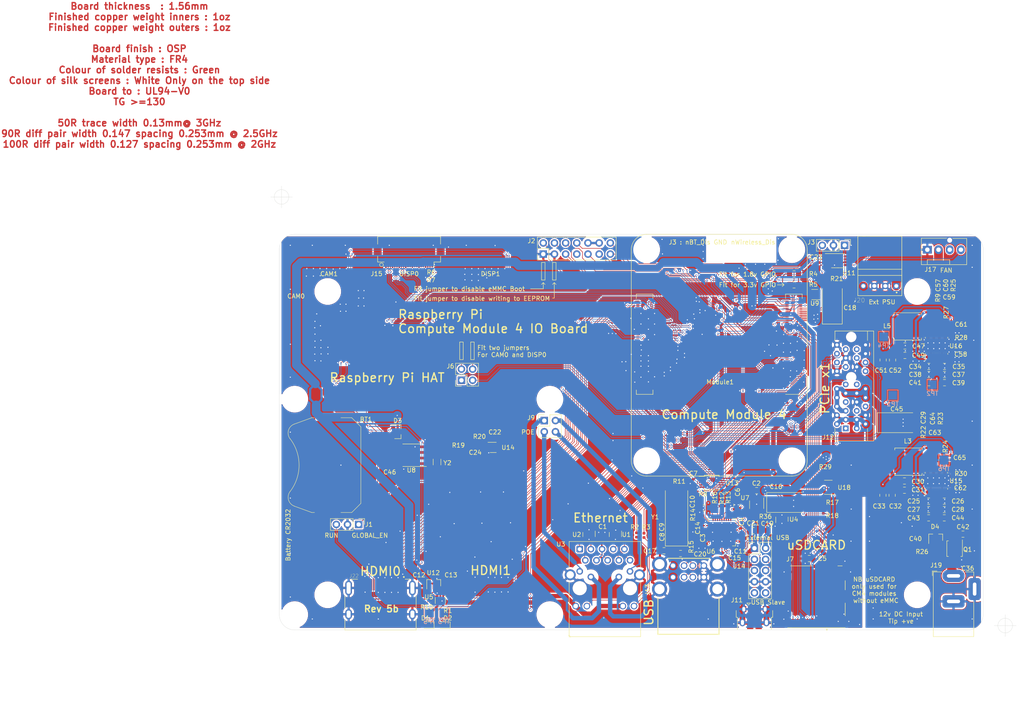
<source format=kicad_pcb>
(kicad_pcb (version 20241229) (generator "pcbnew") (generator_version "9.0")
  (layers (0 "F.Cu" signal) (4 "In1.Cu" power) (6 "In2.Cu" power) (2 "B.Cu" signal) (13 "F.Paste" user) (15 "B.Paste" user) (5 "F.SilkS" user "F.Silkscreen") (7 "B.SilkS" user "B.Silkscreen") (1 "F.Mask" user) (3 "B.Mask" user) (25 "Edge.Cuts" user))
  (net 0 "")
  (net 1 "GND")
  (net 2 "Net-(BT1-+)")
  (net 3 "Net-(C1-Pad1)")
  (net 4 "Net-(U6-XTALIN{slash}CLKIN)")
  (net 5 "Net-(U6-XTALOUT)")
  (net 6 "/CM4_HighSpeed/HDMI_5v")
  (net 7 "Net-(C24-Pad1)")
  (net 8 "/RTC , Wakeup, FAN/nRTC_INT")
  (net 9 "Net-(U15-BST)")
  (net 10 "Net-(C29-Pad1)")
  (net 11 "/PCIe-connector/+3.3v")
  (net 12 "/+12v")
  (net 13 "Net-(Q1-D)")
  (net 14 "/CM4_HighSpeed/CAM0_D0_N")
  (net 15 "/CM4_HighSpeed/CAM0_D0_P")
  (net 16 "/CM4_HighSpeed/CAM0_D1_N")
  (net 17 "/CM4_HighSpeed/CAM0_D1_P")
  (net 18 "/CM4_HighSpeed/CAM0_C_N")
  (net 19 "/CM4_HighSpeed/CAM0_C_P")
  (net 20 "/CM4_GPIO ( Ethernet, GPIO, SDCARD)/GLOBAL_EN")
  (net 21 "/CM4_GPIO ( Ethernet, GPIO, SDCARD)/TV_OUT")
  (net 22 "/CM4_HighSpeed/CAM1_D3_P")
  (net 23 "/CM4_HighSpeed/CAM1_D3_N")
  (net 24 "/CM4_HighSpeed/CAM1_D2_P")
  (net 25 "/CM4_HighSpeed/CAM1_D2_N")
  (net 26 "/CM4_HighSpeed/CAM1_C_P")
  (net 27 "/CM4_HighSpeed/CAM1_C_N")
  (net 28 "/CM4_HighSpeed/CAM1_D1_P")
  (net 29 "/CM4_HighSpeed/CAM1_D1_N")
  (net 30 "/CM4_HighSpeed/CAM1_D0_P")
  (net 31 "/CM4_HighSpeed/CAM1_D0_N")
  (net 32 "/CM4_HighSpeed/DSI0_D0_N")
  (net 33 "/CM4_HighSpeed/DSI0_D0_P")
  (net 34 "/CM4_HighSpeed/DSI0_D1_N")
  (net 35 "/CM4_HighSpeed/DSI0_D1_P")
  (net 36 "/CM4_HighSpeed/DSI0_C_N")
  (net 37 "/CM4_HighSpeed/DSI0_C_P")
  (net 38 "/CM4_HighSpeed/DSI1_D3_P")
  (net 39 "/CM4_HighSpeed/DSI1_D3_N")
  (net 40 "/CM4_HighSpeed/DSI1_D2_P")
  (net 41 "/CM4_HighSpeed/DSI1_D2_N")
  (net 42 "/CM4_HighSpeed/DSI1_C_P")
  (net 43 "/CM4_HighSpeed/DSI1_C_N")
  (net 44 "/CM4_HighSpeed/DSI1_D1_P")
  (net 45 "/CM4_HighSpeed/DSI1_D1_N")
  (net 46 "/CM4_HighSpeed/DSI1_D0_P")
  (net 47 "/CM4_HighSpeed/DSI1_D0_N")
  (net 48 "/CM4_GPIO ( Ethernet, GPIO, SDCARD)/SD_DAT1")
  (net 49 "Net-(D4-A)")
  (net 50 "/CM4_GPIO ( Ethernet, GPIO, SDCARD)/SD_DAT0")
  (net 51 "/CM4_GPIO ( Ethernet, GPIO, SDCARD)/SD_CLK")
  (net 52 "/CM4_GPIO ( Ethernet, GPIO, SDCARD)/SD_CMD")
  (net 53 "/CM4_GPIO ( Ethernet, GPIO, SDCARD)/SD_DAT3")
  (net 54 "/CM4_GPIO ( Ethernet, GPIO, SDCARD)/SD_DAT2")
  (net 55 "Net-(U8-VDD)")
  (net 56 "/CM4_GPIO ( Ethernet, GPIO, SDCARD)/GPIO2")
  (net 57 "/CM4_GPIO ( Ethernet, GPIO, SDCARD)/GPIO3")
  (net 58 "/CM4_GPIO ( Ethernet, GPIO, SDCARD)/GPIO4")
  (net 59 "/CM4_GPIO ( Ethernet, GPIO, SDCARD)/GPIO14")
  (net 60 "/CM4_GPIO ( Ethernet, GPIO, SDCARD)/GPIO15")
  (net 61 "/CM4_GPIO ( Ethernet, GPIO, SDCARD)/GPIO17")
  (net 62 "/CM4_GPIO ( Ethernet, GPIO, SDCARD)/GPIO18")
  (net 63 "/CM4_GPIO ( Ethernet, GPIO, SDCARD)/GPIO27")
  (net 64 "/CM4_GPIO ( Ethernet, GPIO, SDCARD)/GPIO22")
  (net 65 "/CM4_GPIO ( Ethernet, GPIO, SDCARD)/GPIO23")
  (net 66 "/CM4_GPIO ( Ethernet, GPIO, SDCARD)/GPIO24")
  (net 67 "/CM4_GPIO ( Ethernet, GPIO, SDCARD)/GPIO10")
  (net 68 "/CM4_GPIO ( Ethernet, GPIO, SDCARD)/GPIO9")
  (net 69 "/CM4_GPIO ( Ethernet, GPIO, SDCARD)/GPIO25")
  (net 70 "/CM4_GPIO ( Ethernet, GPIO, SDCARD)/GPIO11")
  (net 71 "/CM4_GPIO ( Ethernet, GPIO, SDCARD)/GPIO8")
  (net 72 "/CM4_GPIO ( Ethernet, GPIO, SDCARD)/GPIO7")
  (net 73 "/CM4_GPIO ( Ethernet, GPIO, SDCARD)/GPIO5")
  (net 74 "/CM4_GPIO ( Ethernet, GPIO, SDCARD)/GPIO6")
  (net 75 "/CM4_GPIO ( Ethernet, GPIO, SDCARD)/GPIO12")
  (net 76 "/CM4_GPIO ( Ethernet, GPIO, SDCARD)/GPIO13")
  (net 77 "/CM4_GPIO ( Ethernet, GPIO, SDCARD)/GPIO16")
  (net 78 "/CM4_GPIO ( Ethernet, GPIO, SDCARD)/GPIO26")
  (net 79 "/CM4_GPIO ( Ethernet, GPIO, SDCARD)/GPIO20")
  (net 80 "/CM4_GPIO ( Ethernet, GPIO, SDCARD)/GPIO21")
  (net 81 "/CM4_GPIO ( Ethernet, GPIO, SDCARD)/TR1_TAP")
  (net 82 "/CM4_GPIO ( Ethernet, GPIO, SDCARD)/TR0_TAP")
  (net 83 "/CM4_GPIO ( Ethernet, GPIO, SDCARD)/TR3_TAP")
  (net 84 "/CM4_GPIO ( Ethernet, GPIO, SDCARD)/TR2_TAP")
  (net 85 "/CM4_HighSpeed/HDMI1_D2_P")
  (net 86 "/CM4_HighSpeed/HDMI1_D2_N")
  (net 87 "/CM4_HighSpeed/HDMI1_D1_P")
  (net 88 "/CM4_HighSpeed/HDMI1_D1_N")
  (net 89 "/CM4_HighSpeed/HDMI1_D0_P")
  (net 90 "/CM4_HighSpeed/HDMI1_D0_N")
  (net 91 "/CM4_HighSpeed/HDMI1_CK_P")
  (net 92 "/CM4_HighSpeed/HDMI1_CK_N")
  (net 93 "/CM4_HighSpeed/HDMI1_CEC")
  (net 94 "Net-(U16-BST)")
  (net 95 "/CM4_HighSpeed/HDMI1_SCL")
  (net 96 "/CM4_HighSpeed/HDMI1_SDA")
  (net 97 "/CM4_HighSpeed/HDMI1_HOTPLUG")
  (net 98 "Net-(U16-SS)")
  (net 99 "Net-(U16-COMP)")
  (net 100 "Net-(U16-FB)")
  (net 101 "Net-(U15-SS)")
  (net 102 "/CM4_HighSpeed/CAM_GPIO")
  (net 103 "Net-(U15-COMP)")
  (net 104 "Net-(U15-FB)")
  (net 105 "/USB2-HUB/HD2_N")
  (net 106 "/USB2-HUB/HD2_P")
  (net 107 "/USB2-HUB/HD1_N")
  (net 108 "/USB2-HUB/HD1_P")
  (net 109 "/USB2-HUB/HD3_P")
  (net 110 "/USB2-HUB/HD3_N")
  (net 111 "/USB2-HUB/HD4_P")
  (net 112 "/USB2-HUB/HD4_N")
  (net 113 "Net-(D1-K)")
  (net 114 "Net-(D2-K)")
  (net 115 "/CM4_HighSpeed/HDMI0_HOTPLUG")
  (net 116 "/CM4_HighSpeed/HDMI0_SDA")
  (net 117 "/CM4_HighSpeed/HDMI0_SCL")
  (net 118 "/CM4_HighSpeed/SCL0")
  (net 119 "/CM4_HighSpeed/HDMI0_CEC")
  (net 120 "/CM4_HighSpeed/HDMI0_CK_N")
  (net 121 "/CM4_HighSpeed/HDMI0_CK_P")
  (net 122 "/CM4_HighSpeed/HDMI0_D0_N")
  (net 123 "/CM4_HighSpeed/HDMI0_D0_P")
  (net 124 "/CM4_HighSpeed/HDMI0_D1_N")
  (net 125 "/CM4_HighSpeed/HDMI0_D1_P")
  (net 126 "/CM4_HighSpeed/HDMI0_D2_N")
  (net 127 "/CM4_HighSpeed/HDMI0_D2_P")
  (net 128 "Net-(J2-Pin_13)")
  (net 129 "/CM4_GPIO ( Ethernet, GPIO, SDCARD)/TRD1_P")
  (net 130 "/CM4_GPIO ( Ethernet, GPIO, SDCARD)/TRD3_N")
  (net 131 "/CM4_GPIO ( Ethernet, GPIO, SDCARD)/TRD1_N")
  (net 132 "/CM4_GPIO ( Ethernet, GPIO, SDCARD)/TRD2_N")
  (net 133 "/CM4_GPIO ( Ethernet, GPIO, SDCARD)/TRD0_N")
  (net 134 "/CM4_GPIO ( Ethernet, GPIO, SDCARD)/TRD2_P")
  (net 135 "/CM4_GPIO ( Ethernet, GPIO, SDCARD)/TRD0_P")
  (net 136 "/CM4_GPIO ( Ethernet, GPIO, SDCARD)/ETH_LEDG")
  (net 137 "/CM4_GPIO ( Ethernet, GPIO, SDCARD)/ETH_LEDY")
  (net 138 "/CM4_HighSpeed/SDA0")
  (net 139 "/CM4_GPIO ( Ethernet, GPIO, SDCARD)/ID_SC")
  (net 140 "/CM4_GPIO ( Ethernet, GPIO, SDCARD)/ID_SD")
  (net 141 "/CM4_GPIO ( Ethernet, GPIO, SDCARD)/nPWR_LED")
  (net 142 "/nEXTRST")
  (net 143 "/CM4_HighSpeed/PCIE_nRST")
  (net 144 "/CM4_HighSpeed/PCIE_CLK_P")
  (net 145 "Net-(J7-DET_A)")
  (net 146 "Net-(J7-DET_B)")
  (net 147 "Net-(R10-Pad2)")
  (net 149 "Net-(J11-VBUS)")
  (net 153 "/CM4_HighSpeed/PCIE_CLK_N")
  (net 154 "/USB2-HUB/PWR1")
  (net 155 "/USB2-HUB/nOCS1")
  (net 156 "/CM4_HighSpeed/PCIE_RX_N")
  (net 157 "/CM4_HighSpeed/PCIE_RX_P")
  (net 160 "/CM4_GPIO ( Ethernet, GPIO, SDCARD)/TRD3_P")
  (net 162 "/CM4_HighSpeed/PCIE_CLK_nREQ")
  (net 163 "/CM4_GPIO ( Ethernet, GPIO, SDCARD)/WL_nDis")
  (net 164 "/CM4_GPIO ( Ethernet, GPIO, SDCARD)/GPIO19")
  (net 165 "/+3.3v")
  (net 166 "/USB2-HUB/USBD_P")
  (net 167 "/USB2-HUB/USBD_N")
  (net 168 "/USB2-HUB/USBH_N")
  (net 169 "/USB2-HUB/USBH_P")
  (net 170 "/CM4_GPIO ( Ethernet, GPIO, SDCARD)/SD_PWR")
  (net 171 "/CM4_HighSpeed/PCIE_TX_N")
  (net 172 "/CM4_GPIO ( Ethernet, GPIO, SDCARD)/SD_PWR_ON")
  (net 173 "/CM4_HighSpeed/PCIE_TX_P")
  (net 182 "Net-(J17-Pin_3)")
  (net 183 "Net-(J17-Pin_4)")
  (net 185 "Net-(U15-SW)")
  (net 186 "Net-(U16-SW)")
  (net 188 "Net-(C57-Pad1)")
  (net 191 "Net-(C60-Pad1)")
  (net 195 "Net-(C64-Pad1)")
  (net 196 "Net-(Module1A-PI_nLED_Activity)")
  (net 197 "/USB2-HUB/VBUS")
  (net 198 "/CM4_HighSpeed/SCL1")
  (net 199 "/CM4_HighSpeed/SDA1")
  (net 202 "Net-(U3-LEDG_K)")
  (net 203 "Net-(U3-LEDY_K)")
  (net 204 "Net-(U6-SCL{slash}SMBCLK{slash}CFG_SEL0)")
  (net 205 "Net-(U6-SDA{slash}SMBDATA{slash}NON_REM1)")
  (net 206 "/CM4_GPIO ( Ethernet, GPIO, SDCARD)/SYNC_OUT")
  (net 207 "/CM4_GPIO ( Ethernet, GPIO, SDCARD)/SYNC_IN")
  (net 208 "/CM4_GPIO ( Ethernet, GPIO, SDCARD)/AIN0")
  (net 209 "/CM4_GPIO ( Ethernet, GPIO, SDCARD)/AIN1")
  (net 210 "/CM4_GPIO ( Ethernet, GPIO, SDCARD)/+1.8v")
  (net 211 "/CM4_GPIO ( Ethernet, GPIO, SDCARD)/RUN_PG")
  (net 212 "Net-(U6-SUSP_IND{slash}LOCAL_PWR{slash}NON_REM0)")
  (net 213 "/CM4_GPIO ( Ethernet, GPIO, SDCARD)/EEPROM_nWP")
  (net 214 "Net-(U6-RBIAS)")
  (net 215 "Net-(U6-HS_IND{slash}CFG_SEL1)")
  (net 216 "Net-(U7-ILIM)")
  (net 217 "Net-(U4-D1-)")
  (net 218 "/+5v")
  (net 219 "/CM4_GPIO ( Ethernet, GPIO, SDCARD)/GPIO_VREF")
  (net 220 "/CM4_GPIO ( Ethernet, GPIO, SDCARD)/nRPIBOOT")
  (net 221 "/CM4_HighSpeed/USBOTG_ID")
  (net 222 "/CM4_HighSpeed/USB2_N")
  (net 223 "Net-(U4-D1+)")
  (net 224 "/CM4_HighSpeed/USB2_P")
  (net 232 "Net-(U8-OSCO)")
  (net 233 "Net-(U8-OSCI)")
  (net 235 "/CM4_GPIO ( Ethernet, GPIO, SDCARD)/BT_nDis")
  (net 237 "/CM4_GPIO ( Ethernet, GPIO, SDCARD)/Reserved")
  (footprint "Battery:BatteryHolder_Keystone_3034_1x20mm" (layer "F.Cu") (at 90 122.5 -90)
    (property "Reference" "BT1")
    (property "Value" "Battery_Cell")
  )
  (footprint "Capacitor_SMD:C_0402_1005Metric" (layer "F.Cu") (at 152.3 138.3 90)
    (property "Reference" "C1")
    (property "Value" "100n")
  )
  (footprint "Capacitor_SMD:C_0805_2012Metric" (layer "F.Cu") (at 199.45 143.75 180)
    (property "Reference" "C5")
    (property "Value" "10u")
  )
  (footprint "Capacitor_SMD:C_0402_1005Metric" (layer "F.Cu") (at 111.55 149.5 90)
    (property "Reference" "C12")
    (property "Value" "100n")
  )
  (footprint "Capacitor_SMD:C_0402_1005Metric" (layer "F.Cu") (at 117 149.6 90)
    (property "Reference" "C13")
    (property "Value" "100n")
  )
  (footprint "Capacitor_SMD:C_0402_1005Metric" (layer "F.Cu") (at 201.7 76.9 -90)
    (property "Reference" "C23")
    (property "Value" "100n")
  )
  (footprint "Capacitor_SMD:C_0402_1005Metric" (layer "F.Cu") (at 233.6 144.8)
    (property "Reference" "C36")
    (property "Value" "100n 100v")
  )
  (footprint "Capacitor_SMD:C_0805_2012Metric" (layer "F.Cu") (at 221.2 95.4)
    (property "Reference" "C47")
    (property "Value" "10u")
  )
  (footprint "Capacitor_SMD:C_0805_2012Metric" (layer "F.Cu") (at 221.2 97.55)
    (property "Reference" "C49")
    (property "Value" "10u")
  )
  (footprint "Capacitor_SMD:C_0805_2012Metric" (layer "F.Cu") (at 216.25 98.5875 -90)
    (property "Reference" "C51")
    (property "Value" "10u")
  )
  (footprint "Capacitor_SMD:C_0805_2012Metric" (layer "F.Cu") (at 218.4 98.6 -90)
    (property "Reference" "C52")
    (property "Value" "10u")
  )
  (footprint "Connector_PinHeader_2.54mm:PinHeader_1x03_P2.54mm_Vertical" (layer "F.Cu") (at 97.04 136 -90)
    (property "Reference" "J1")
    (property "Value" "Conn_01x03")
  )
  (footprint "Resistor_SMD:R_0402_1005Metric" (layer "F.Cu") (at 113.6 156.4 90)
    (property "Reference" "R10")
    (property "Value" "1k")
  )
  (footprint "Resistor_SMD:R_0402_1005Metric" (layer "F.Cu") (at 171.8 126.2 -90)
    (property "Reference" "R11")
    (property "Value" "2.2K 1%")
  )
  (footprint "Resistor_SMD:R_0402_1005Metric" (layer "F.Cu") (at 205.9 78.7 180)
    (property "Reference" "R21")
    (property "Value" "36K 1%")
  )
  (footprint "Package_SON:USON-10_2.5x1.0mm_P0.5mm" (layer "F.Cu") (at 155.4 138.285 -90)
    (property "Reference" "U1")
    (property "Value" "TPD4EUSB30")
  )
  (footprint "Package_TO_SOT_SMD:SOT-23" (layer "F.Cu") (at 114.1 149.3 90)
    (property "Reference" "U12")
    (property "Value" "RT9742SNGV")
  )
  (footprint "Connector_PinHeader_2.54mm:PinHeader_2x05_P2.54mm_Vertical" (layer "F.Cu") (at 187 141.4)
    (property "Reference" "J14")
    (property "Value" "Conn_02x05_Odd_Even")
  )
  (footprint "LED_SMD:LED_0603_1608Metric" (layer "F.Cu") (at 116.35 158.9 180)
    (property "Reference" "D2")
    (property "Value" "LED Green")
  )
  (footprint "Package_SO:MSOP-8_3x3mm_P0.65mm" (layer "F.Cu") (at 206 76)
    (property "Reference" "U11")
    (property "Value" "EMC2301-1-ACZL-TR")
  )
  (footprint "Capacitor_SMD:C_0402_1005Metric" (layer "F.Cu") (at 173.1 126.2 -90)
    (property "Reference" "C7")
    (property "Value" "100n")
  )
  (footprint "Capacitor_SMD:C_0402_1005Metric" (layer "F.Cu") (at 183.96 140.372 -90)
    (property "Reference" "C11")
    (property "Value" "100n")
  )
  (footprint "Capacitor_SMD:C_0805_2012Metric" (layer "F.Cu") (at 175.578 132.244 180)
    (property "Reference" "C10")
    (property "Value" "10u")
  )
  (footprint "Capacitor_SMD:C_0402_1005Metric" (layer "F.Cu") (at 173 136.6 -90)
    (property "Reference" "C9")
    (property "Value" "27pF")
  )
  (footprint "Capacitor_SMD:C_0805_2012Metric" (layer "F.Cu") (at 183 131.6 90)
    (property "Reference" "C6")
    (property "Value" "10u")
  )
  (footprint "Capacitor_SMD:C_0402_1005Metric" (layer "F.Cu") (at 173 138.8 90)
    (property "Reference" "C8")
    (property "Value" "27pF")
  )
  (footprint "Capacitor_SMD:C_0805_2012Metric" (layer "F.Cu") (at 170.2 142.6)
    (property "Reference" "C20")
    (property "Value" "10u")
  )
  (footprint "Capacitor_SMD:C_0805_2012Metric" (layer "F.Cu") (at 186.7 137.4 180)
    (property "Reference" "C21")
    (property "Value" "10u")
  )
  (footprint "Capacitor_SMD:C_0402_1005Metric" (layer "F.Cu") (at 175.204 135.768 90)
    (property "Reference" "C14")
    (property "Value" "100n")
  )
  (footprint "Capacitor_SMD:C_0805_2012Metric" (layer "F.Cu") (at 190.7625 137.4)
    (property "Reference" "C19")
    (property "Value" "10u")
  )
  (footprint "Capacitor_SMD:C_0805_2012Metric" (layer "F.Cu") (at 166.45 141.97298 180)
    (property "Reference" "C17")
    (property "Value" "10u")
  )
  (footprint "Crystal:Crystal_SMD_HC49-SD" (layer "F.Cu") (at 169.3 134.2 90)
    (property "Reference" "Y1")
    (property "Value" "24MHz")
  )
  (footprint "Package_TO_SOT_SMD:SOT-353_SC-70-5" (layer "F.Cu") (at 127.618 118.472)
    (property "Reference" "U14")
    (property "Value" "74LVC1G07SE-7")
  )
  (footprint "Package_DFN_QFN:QFN-36-1EP_6x6mm_P0.5mm_EP3.7x3.7mm" (layer "F.Cu") (at 179.604 137.768 90)
    (property "Reference" "U6")
    (property "Value" "USB2514B-I/M2")
  )
  (footprint "Resistor_SMD:R_0402_1005Metric" (layer "F.Cu") (at 125.062 117.948 90)
    (property "Reference" "R20")
    (property "Value" "510K 1%")
  )
  (footprint "Resistor_SMD:R_0402_1005Metric" (layer "F.Cu") (at 122.014 117.948 90)
    (property "Reference" "R19")
    (property "Value" "510K 1%")
  )
  (footprint "Resistor_SMD:R_0402_1005Metric" (layer "F.Cu") (at 173.725 140.925 90)
    (property "Reference" "R15")
    (property "Value" "12K 1%")
  )
  (footprint "Resistor_SMD:R_0402_1005Metric" (layer "F.Cu") (at 178.118 132.330999 90)
    (property "Reference" "R16")
    (property "Value" "36K 1%")
  )
  (footprint "Resistor_SMD:R_0402_1005Metric" (layer "F.Cu") (at 174.816 134.022 180)
    (property "Reference" "R14")
    (property "Value" "36K 1%")
  )
  (footprint "Resistor_SMD:R_0402_1005Metric" (layer "F.Cu") (at 180.912 132.244 90)
    (property "Reference" "R13")
    (property "Value" "36K 1%")
  )
  (footprint "Resistor_SMD:R_0402_1005Metric" (layer "F.Cu") (at 179.388 132.330999 90)
    (property "Reference" "R12")
    (property "Value" "36K 1%")
  )
  (footprint "Resistor_SMD:R_0402_1005Metric" (layer "F.Cu") (at 161.9 138.485 90)
    (property "Reference" "R3")
    (property "Value" "470R")
  )
  (footprint "Resistor_SMD:R_0402_1005Metric" (layer "F.Cu") (at 160.2 138.4 90)
    (property "Reference" "R2")
    (property "Value" "470R")
  )
  (footprint "Connector_PinHeader_2.54mm:PinHeader_2x02_P2.54mm_Vertical" (layer "F.Cu") (at 139.23 112.37)
    (property "Reference" "J9")
    (property "Value" "THD-02-R")
  )
  (footprint "CM4IO:USB_Micro-B_EDAC_UCON00686" (layer "F.Cu") (at 187 158.3)
    (property "Reference" "J11")
    (property "Value" "USB_OTG")
  )
  (footprint "LED_SMD:LED_0603_1608Metric" (layer "F.Cu") (at 112.7 158.9 180)
    (property "Reference" "D1")
    (property "Value" "LED Red")
  )
  (footprint "Resistor_SMD:R_0402_1005Metric" (layer "F.Cu") (at 115.8 156.4 90)
    (property "Reference" "R1")
    (property "Value" "1k")
  )
  (footprint "Package_TO_SOT_SMD:SOT-353_SC-70-5" (layer "F.Cu") (at 115.6 153.3 -90)
    (property "Reference" "U5")
    (property "Value" "74LVC1G07SE-7")
  )
  (footprint "Capacitor_SMD:C_0402_1005Metric" (layer "F.Cu") (at 123.538 118.456 180)
    (property "Reference" "C24")
    (property "Value" "100n")
  )
  (footprint "Capacitor_SMD:C_0402_1005Metric" (layer "F.Cu") (at 127.872 116.44 180)
    (property "Reference" "C22")
    (property "Value" "100n")
  )
  (footprint "Package_TO_SOT_SMD:SOT-23-5" (layer "F.Cu") (at 203.798661 127.555987 180)
    (property "Reference" "U18")
    (property "Value" "RT9742GGJ5")
  )
  (footprint "CM4IO:BarrelJack_Horizontal" (layer "F.Cu") (at 232.25 147.7 90)
    (property "Reference" "J19")
    (property "Value" "Barrel_Jack")
  )
  (footprint "CM4IO:TRJG0926HENL" (layer "F.Cu") (at 153 150.5)
    (property "Reference" "U3")
    (property "Value" "MagJack-A70-112-331N126")
  )
  (footprint "CM4IO:EDAC 690-019-298-412" (layer "F.Cu") (at 102 150.45)
    (property "Reference" "J22")
    (property "Value" "690-019-298-412" (hide yes))
  )
  (footprint "Resistor_SMD:R_0402_1005Metric" (layer "F.Cu") (at 187.05 134.05 180)
    (property "Reference" "R36")
    (property "Value" "15K 1%")
  )
  (footprint "Package_TO_SOT_SMD:SOT-23-6" (layer "F.Cu") (at 187.5 131.5 -90)
    (property "Reference" "U7")
    (property "Value" "AP22653W6")
  )
  (footprint "Package_SO:MSOP-10_3x3mm_P0.5mm" (layer "F.Cu") (at 177.3 126.5)
    (property "Reference" "U13")
    (property "Value" "FSUSB42MUX")
  )
  (footprint "CM4IO:MOLEX_USB_67298-4090" (layer "F.Cu") (at 172 150.7)
    (property "Reference" "J13")
    (property "Value" "690-008-221-904")
  )
  (footprint "Capacitor_SMD:C_0402_1005Metric" (layer "F.Cu") (at 180.1 142.8 -45)
    (property "Reference" "C15")
    (property "Value" "100n")
  )
  (footprint "Connector:FanPinHeader_1x04_P2.54mm_Vertical" (layer "F.Cu") (at 226.3 73.5)
    (property "Reference" "J17")
    (property "Value" "Molex 470531000")
  )
  (footprint "MountingHole:MountingHole_2.7mm_M2.5" (layer "F.Cu") (at 90 152)
    (property "Reference" "H1" (hide yes))
    (property "Value" "MountingHole")
  )
  (footprint "MountingHole:MountingHole_2.7mm_M2.5" (layer "F.Cu") (at 82.5 156.5)
    (property "Reference" "H2" (hide yes))
    (property "Value" "MountingHole")
  )
  (footprint "MountingHole:MountingHole_2.7mm_M2.5" (layer "F.Cu") (at 82.5 107.5)
    (property "Reference" "H3" (hide yes))
    (property "Value" "MountingHole")
  )
  (footprint "MountingHole:MountingHole_2.7mm_M2.5" (layer "F.Cu") (at 140.5 156.5)
    (property "Reference" "H4" (hide yes))
    (property "Value" "MountingHole")
  )
  (footprint "MountingHole:MountingHole_2.7mm_M2.5" (layer "F.Cu") (at 140.5 107.5)
    (property "Reference" "H5" (hide yes))
    (property "Value" "MountingHole")
  )
  (footprint "MountingHole:MountingHole_2.7mm_M2.5" (layer "F.Cu") (at 224 83)
    (property "Reference" "H6" (hide yes))
    (property "Value" "MountingHole")
  )
  (footprint "MountingHole:MountingHole_2.7mm_M2.5" (layer "F.Cu") (at 90 83)
    (property "Reference" "H7" (hide yes))
    (property "Value" "MountingHole")
  )
  (footprint "MountingHole:MountingHole_2.7mm_M2.5" (layer "F.Cu") (at 224 152)
    (property "Reference" "H8" (hide yes))
    (property "Value" "MountingHole")
  )
  (footprint "Diode_SMD:D_SOT-23_ANK" (layer "F.Cu") (at 228.2 138.95 90)
    (property "Reference" "D4")
    (property "Value" "MMBZ5242BLT3G")
  )
  (footprint "Resistor_SMD:R_0402_1005Metric" (layer "F.Cu") (at 227.25 142.25 -90)
    (property "Reference" "R26")
    (property "Value" "12K 1%")
  )
  (footprint "Capacitor_SMD:C_0402_1005Metric" (layer "F.Cu") (at 226.45 88.15 90)
    (property "Reference" "C57")
    (property "Value" "100n")
  )
  (footprint "Capacitor_SMD:C_0402_1005Metric" (layer "F.Cu") (at 231.9 97.25 90)
    (property "Reference" "C58")
    (property "Value" "100n")
  )
  (footprint "Capacitor_SMD:C_0402_1005Metric" (layer "F.Cu") (at 228.335 90.7 180)
    (property "Reference" "C59")
    (property "Value" "nf")
  )
  (footprint "Capacitor_SMD:C_0402_1005Metric" (layer "F.Cu") (at 227.8 88.95 -90)
    (property "Reference" "C60")
    (property "Value" "1.2nF")
  )
  (footprint "Inductor_SMD:L_Bourns_SRN6045TA" (layer "F.Cu") (at 221.85 90.95 180)
    (property "Reference" "L5")
    (property "Value" "SRN6045TA-3R3Y")
  )
  (footprint "Resistor_SMD:R_0402_1005Metric" (layer "F.Cu") (at 226.45 90.25 90)
    (property "Reference" "R9")
    (property "Value" "10R")
  )
  (footprint "Resistor_SMD:R_0402_1005Metric" (layer "F.Cu") (at 230.5 90.35 -90)
    (property "Reference" "R27")
    (property "Value" "12K 1%")
  )
  (footprint "Resistor_SMD:R_0402_1005Metric" (layer "F.Cu") (at 231.9 93.4 -90)
    (property "Reference" "R28")
    (property "Value" "2.2K 1%")
  )
  (footprint "Package_SO:SOIC-8-1EP_3.9x4.9mm_P1.27mm_EP2.95x4.9mm_Mask2.71x3.4mm_ThermalVias" (layer "F.Cu") (at 228.4 95.35 90)
    (property "Reference" "U16")
    (property "Value" "AP64501SP-13")
  )
  (footprint "Capacitor_SMD:C_0402_1005Metric" (layer "F.Cu") (at 225.6 139.15 -90)
    (property "Reference" "C40")
    (property "Value" "100n")
  )
  (footprint "Resistor_SMD:R_0402_1005Metric" (layer "F.Cu") (at 229 88.95 90)
    (property "Reference" "R25")
    (property "Value" "20K 1%")
  )
  (footprint "Capacitor_SMD:C_0402_1005Metric" (layer "F.Cu") (at 231.75 90.35 -90)
    (property "Reference" "C61")
    (property "Value" "nf")
  )
  (footprint "171826-4:TE_171826-4" (layer "F.Cu") (at 215.5 77.2 180)
    (property "Reference" "J20")
    (property "Value" "AMP171826-4" (hide yes))
  )
  (footprint "Connector_PinHeader_2.54mm:PinHeader_2x02_P2.54mm_Vertical" (layer "F.Cu") (at 120.4 103.2 90)
    (property "Reference" "J6")
    (property "Value" "THD-02-R")
  )
  (footprint "Resistor_SMD:R_0402_1005Metric" (layer "F.Cu") (at 115.7 78.7 180)
    (property "Reference" "R6")
    (property "Value" "2.2K 1%")
  )
  (footprint "Resistor_SMD:R_0402_1005Metric" (layer "F.Cu") (at 115.7 80.1 180)
    (property "Reference" "R7")
    (property "Value" "2.2K 1%")
  )
  (footprint "Package_SON:USON-10_2.5x1.0mm_P0.5mm" (layer "F.Cu") (at 149.4 138.285 -90)
    (property "Reference" "U2")
    (property "Value" "TPD4EUSB30")
  )
  (footprint "Package_SON:USON-10_2.5x1.0mm_P0.5mm" (layer "F.Cu") (at 193.25 134.8 90)
    (property "Reference" "U4")
    (property "Value" "TPD4EUSB30")
  )
  (footprint "Connector_PinHeader_2.54mm:PinHeader_2x07_P2.54mm_Vertical" (layer "F.Cu") (at 139 74.5 90)
    (property "Reference" "J2")
    (property "Value" "Conn_02x07_Odd_Even")
  )
  (footprint "Resistor_SMD:R_0805_2012Metric_Pad1.15x1.40mm_HandSolder" (layer "F.Cu") (at 196 79)
    (property "Reference" "R4")
    (property "Value" "nf")
  )
  (footprint "Package_TO_SOT_SMD:SOT-353_SC-70-5" (layer "F.Cu") (at 200.7 83.7 180)
    (property "Reference" "U9")
    (property "Value" "74LVC1G07SE-7")
  )
  (footprint "Resistor_SMD:R_0805_2012Metric_Pad1.15x1.40mm_HandSolder" (layer "F.Cu") (at 196 81.5)
    (property "Reference" "R5")
    (property "Value" "0R")
  )
  (footprint "Package_TO_SOT_SMD:SOT-23" (layer "F.Cu") (at 105.9 114.9)
    (property "Reference" "D3")
    (property "Value" "BAT54C-7-F")
  )
  (footprint "Package_SO:SOIC-8_3.9x4.9mm_P1.27mm" (layer "F.Cu") (at 109 120.25 180)
    (property "Reference" "U8")
    (property "Value" "PCF85063AT/AAZ")
  )
  (footprint "Crystal:Crystal_SMD_3215-2Pin_3.2x1.5mm" (layer "F.Cu") (at 114.85 121.8 90)
    (property "Reference" "Y2")
    (property "Value" "X32K768S301")
  )
  (footprint "Connector_PinHeader_2.54mm:PinHeader_1x03_P2.54mm_Vertical" (layer "F.Cu") (at 207.5 72.5 -90)
    (property "Reference" "J3")
    (property "Value" "Conn_01x03")
  )
  (footprint "Capacitor_SMD:C_0402_1005Metric" (layer "F.Cu") (at 175.05 140.925 -90)
    (property "Reference" "C3")
    (property "Value" "100n")
  )
  (footprint "Capacitor_SMD:C_0402_1005Metric" (layer "F.Cu") (at 183.975 137.325 -90)
    (property "Reference" "C4")
    (property "Value" "100n")
  )
  (footprint "CM4IO:SDCARD_MOLEX_503398-1892" (layer "F.Cu") (at 201.08 152.45 180)
    (property "Reference" "J7")
    (property "Value" "Micro_SD_Card_Det")
  )
  (footprint "CM4IO:Hirose_FH12-22S-0.5SH_1x22-1MP_P0.50mm_Horizontal" (layer "F.Cu") (at 108.5 75 180)
    (property "Reference" "J15")
    (property "Value" "Conn_01x22_Female")
  )
  (footprint "Package_SON:Diodes_PowerDI3333-8" (layer "F.Cu") (at 232.5 141.5 -90)
    (property "Reference" "Q1")
    (property "Value" "DMP3013SFV-7")
  )
  (footprint "Capacitor_SMD:C_0402_1005Metric" (layer "F.Cu") (at 226.35 119.0625 90)
    (property "Reference" "C29")
    (property "Value" "100n")
  )
  (footprint "Capacitor_SMD:C_0805_2012Metric" (layer "F.Cu") (at 216.2 129.3625 -90)
    (property "Reference" "C33")
    (property "Value" "10u")
  )
  (footprint "Capacitor_SMD:C_0805_2012Metric" (layer "F.Cu") (at 221.1 126.1125)
    (property "Reference" "C30")
    (property "Value" "10u")
  )
  (footprint "Capacitor_SMD:C_0805_2012Metric" (layer "F.Cu") (at 218.3 129.3625 -90)
    (property "Reference" "C32")
    (property "Value" "10u")
  )
  (footprint "Capacitor_SMD:C_0805_2012Metric" (layer "F.Cu") (at 221.1 128.2125)
    (property "Reference" "C31")
    (property "Value" "10u")
  )
  (footprint "Resistor_SMD:R_0402_1005Metric" (layer "F.Cu") (at 231.85 124.4625 -90)
    (property "Reference" "R30")
    (property "Value" "15K 1%")
  )
  (footprint "Capacitor_SMD:C_0402_1005Metric" (layer "F.Cu") (at 231.85 127.6625 90)
    (property "Reference" "C62")
    (property "Value" "100n")
  )
  (footprint "Capacitor_SMD:C_0402_1005Metric" (layer "F.Cu") (at 227.8 119.8125 -90)
    (property "Reference" "C64")
    (property "Value" "1.2nF")
  )
  (footprint "Capacitor_SMD:C_0402_1005Metric" (layer "F.Cu") (at 231.65 120.8125 -90)
    (property "Reference" "C65")
    (property "Value" "nf")
  )
  (footprint "Capacitor_SMD:C_0402_1005Metric" (layer "F.Cu") (at 228.3 121.5125 180)
    (property "Reference" "C63")
    (property "Value" "nf")
  )
  (footprint "Inductor_SMD:L_Bourns_SRN6045TA" (layer "F.Cu") (at 222 121.7125 180)
    (property "Reference" "L3")
    (property "Value" "SRN6045TA-3R3Y")
  )
  (footprint "Resistor_SMD:R_0402_1005Metric" (layer "F.Cu") (at 230.35 120.8125 -90)
    (property "Reference" "R24")
    (property "Value" "47K 1%")
  )
  (footprint "CM4IO:SOIC-8-1EP_3.9x4.9mm_P1.27mm_EP2.95x4.9mm_Mask2.71x3.4mm_ThermalVias" (layer "F.Cu") (at 228.35 126.0625 90)
    (property "Reference" "U15")
    (property "Value" "AP64501SP-13")
  )
  (footprint "Resistor_SMD:R_0402_1005Metric" (layer "F.Cu") (at 226.35 121.1775 90)
    (property "Reference" "R22")
    (property "Value" "10R")
  )
  (footprint "Resistor_SMD:R_0402_1005Metric" (layer "F.Cu") (at 228.95 119.8125 90)
    (property "Reference" "R23")
    (property "Value" "12K 1%")
  )
  (footprint "CM4IO:PCIex1-36" (layer "F.Cu") (at 207.75 114.15 90)
    (property "Reference" "J12")
    (property "Value" "10018783-11200TLF")
  )
  (footprint "Capacitor_SMD:C_0805_2012Metric" (layer "F.Cu") (at 187.5 128.3 180)
    (property "Reference" "C2")
    (property "Value" "10u")
  )
  (footprint "Resistor_SMD:R_0402_1005Metric" (layer "F.Cu") (at 173.365 128.55 180)
    (property "Reference" "R8")
    (property "Value" "2.2K 1%")
  )
  (footprint "Capacitor_Tantalum_SMD:CP_EIA-7343-31_Kemet-D" (layer "F.Cu") (at 194.2 131)
    (property "Reference" "C16")
    (property "Value" "100uF")
  )
  (footprint "Capacitor_SMD:C_0805_2012Metric" (layer "F.Cu") (at 226.65 100.05 180)
    (property "Reference" "C34")
    (property "Value" "10u 35v")
  )
  (footprint "Capacitor_SMD:C_0805_2012Metric" (layer "F.Cu") (at 230.2 100.05)
    (property "Reference" "C35")
    (property "Value" "10u 35v")
  )
  (footprint "Capacitor_SMD:C_0805_2012Metric" (layer "F.Cu") (at 230.2 101.9)
    (property "Reference" "C37")
    (property "Value" "10u 35v")
  )
  (footprint "Capacitor_SMD:C_0805_2012Metric" (layer "F.Cu") (at 226.65 101.9 180)
    (property "Reference" "C38")
    (property "Value" "10u 35v")
  )
  (footprint "Capacitor_SMD:C_0805_2012Metric" (layer "F.Cu") (at 230.2 103.75)
    (property "Reference" "C39")
    (property "Value" "10u 35v")
  )
  (footprint "Capacitor_SMD:C_0805_2012Metric" (layer "F.Cu") (at 226.65 103.75 180)
    (property "Reference" "C41")
    (property "Value" "10u 35v")
  )
  (footprint "Capacitor_SMD:C_0805_2012Metric" (layer "F.Cu") (at 226.6 130.7 180)
    (property "Reference" "C25")
    (property "Value" "10u 35v")
  )
  (footprint "Capacitor_SMD:C_0805_2012Metric" (layer "F.Cu") (at 230.15 130.7)
    (property "Reference" "C26")
    (property "Value" "10u 35v")
  )
  (footprint "Capacitor_SMD:C_0805_2012Metric" (layer "F.Cu") (at 226.6 132.6 180)
    (property "Reference" "C27")
    (property "Value" "10u 35v")
  )
  (footprint "Capacitor_SMD:C_0805_2012Metric" (layer "F.Cu") (at 230.15 132.6)
    (property "Reference" "C28")
    (property "Value" "10u 35v")
  )
  (footprint "Capacitor_SMD:C_0805_2012Metric" (layer "F.Cu") (at 226.6 134.5 180)
    (property "Reference" "C43")
    (property "Value" "10u 35v")
  )
  (footprint "Capacitor_SMD:C_0805_2012Metric" (layer "F.Cu") (at 230.15 134.5)
    (property "Reference" "C44")
    (property "Value" "10u 35v")
  )
  (footprint "Capacitor_SMD:C_0805_2012Metric" (layer "F.Cu") (at 234.4 138.2)
    (property "Reference" "C42")
    (property "Value" "10u 35v")
  )
  (footprint "Capacitor_Tantalum_SMD:CP_EIA-7343-31_Kemet-D" (layer "F.Cu") (at 204.7 86 90)
    (property "Reference" "C18")
    (property "Value" "100uF")
  )
  (footprint "Capacitor_Tantalum_SMD:CP_EIA-7343-31_Kemet-D" (layer "F.Cu") (at 219.35 112.85)
    (property "Reference" "C45")
    (property "Value" "100uF")
  )
  (footprint "Resistor_SMD:R_0402_1005Metric" (layer "F.Cu") (at 202.7 130.935 -90)
    (property "Reference" "R17")
    (property "Value" "nf")
  )
  (footprint "Resistor_SMD:R_0402_1005Metric" (layer "F.Cu") (at 202.8 124.2 180)
    (property "Reference" "R29")
    (property "Value" "12K 1%")
  )
  (footprint "Resistor_SMD:R_0402_1005Metric" (layer "F.Cu") (at 202.65 133.985 -90)
    (property "Reference" "R18")
    (property "Value" "nf")
  )
  (footprint "CM4IO:Raspberry-Pi-4-Compute-Module" (layer "F.Cu") (at 195.5 73.5 180)
    (property "Reference" "Module1")
    (property "Value" "ComputeModule4")
  )
  (footprint "Capacitor_SMD:C_0402_1005Metric" (layer "F.Cu") (at 106.8 124.1)
    (property "Reference" "C46")
    (property "Value" "100n")
  )
  (footprint "TestPoint:TestPoint_Pad_2.0x2.0mm" (layer "B.Cu") (at 218.45 106.6)
    (property "Reference" "TP1")
    (property "Value" "TestPoint")
  )
  (footprint "TestPoint:TestPoint_Pad_2.0x2.0mm" (layer "B.Cu") (at 227.45 104.2)
    (property "Reference" "TP2")
    (property "Value" "TestPoint")
  )
  (footprint "TestPoint:TestPoint_Pad_2.0x2.0mm" (layer "B.Cu") (at 230.1 121.35)
    (property "Reference" "TP6")
    (property "Value" "TestPoint")
  )
  (footprint "TestPoint:TestPoint_Pad_2.0x2.0mm" (layer "B.Cu") (at 216.4 93.3)
    (property "Reference" "TP4")
    (property "Value" "TestPoint")
  )
  (footprint "TestPoint:TestPoint_Pad_2.0x2.0mm" (layer "B.Cu") (at 116.411606 156.1)
    (property "Reference" "TP3")
    (property "Value" "TestPoint")
  )
  (footprint "TestPoint:TestPoint_Pad_2.0x2.0mm" (layer "B.Cu") (at 113.1 156.1)
    (property "Reference" "TP5")
    (property "Value" "TestPoint")
  )
  (gr_line (start 136.1 82.4) (end 138.5 82.4) (stroke (width 0.12)) (layer "F.SilkS"))
  (gr_line (start 141.5 81) (end 141.1 81.4) (stroke (width 0.12)) (layer "F.SilkS"))
  (gr_line (start 192.2 81.5) (end 193.7 81.5) (stroke (width 0.12)) (layer "F.SilkS"))
  (gr_line (start 139 81) (end 139.4 81.4) (stroke (width 0.12)) (layer "F.SilkS"))
  (gr_line (start 193.7 81.5) (end 193.3 81.9) (stroke (width 0.12)) (layer "F.SilkS"))
  (gr_line (start 193.7 81.5) (end 193.3 81.1) (stroke (width 0.12)) (layer "F.SilkS"))
  (gr_line (start 193.3 81.1) (end 193.7 81.5) (stroke (width 0.12)) (layer "F.SilkS"))
  (gr_rect (start 122.5 94.5) (end 123.3 98.5) (stroke (width 0.12)) (fill no) (layer "F.SilkS"))
  (gr_line (start 139 82.4) (end 139 81) (stroke (width 0.12)) (layer "F.SilkS"))
  (gr_line (start 141.1 84.5) (end 141.5 84.5) (stroke (width 0.12)) (layer "F.SilkS"))
  (gr_line (start 138.5 82.4) (end 139 82.4) (stroke (width 0.12)) (layer "F.SilkS"))
  (gr_line (start 139 81) (end 138.6 81.4) (stroke (width 0.12)) (layer "F.SilkS"))
  (gr_line (start 141.5 81) (end 141.9 81.4) (stroke (width 0.12)) (layer "F.SilkS"))
  (gr_rect (start 120 94.5) (end 120.8 98.5) (stroke (width 0.12)) (fill no) (layer "F.SilkS"))
  (gr_rect (start 138.6 76.4) (end 139.4 80.4) (stroke (width 0.12)) (fill no) (layer "F.SilkS"))
  (gr_line (start 141.5 84.5) (end 141.5 81) (stroke (width 0.12)) (layer "F.SilkS"))
  (gr_rect (start 141.1 76.4) (end 141.9 80.4) (stroke (width 0.12)) (fill no) (layer "F.SilkS"))
  (gr_line (start 239 156.5) (end 239 73.5) (stroke (width 0.05)) (layer "Edge.Cuts"))
  (gr_line (start 235.5 70) (end 82.5 70) (stroke (width 0.05)) (layer "Edge.Cuts"))
  (gr_line (start 79 156.5) (end 79 73.5) (stroke (width 0.05)) (layer "Edge.Cuts"))
  (gr_arc (start 79 73.5) (mid 80.025126 71.025126) (end 82.5 70) (stroke (width 0.05)) (layer "Edge.Cuts"))
  (gr_line (start 82.5 160) (end 235.5 160) (stroke (width 0.05)) (layer "Edge.Cuts"))
  (gr_arc (start 82.5 160) (mid 80.025126 158.974874) (end 79 156.5) (stroke (width 0.05)) (layer "Edge.Cuts"))
  (gr_arc (start 235.5 70) (mid 237.974874 71.025126) (end 239 73.5) (stroke (width 0.05)) (layer "Edge.Cuts"))
  (gr_arc (start 239 156.5) (mid 237.974874 158.974874) (end 235.5 160) (stroke (width 0.05)) (layer "Edge.Cuts"))
  (gr_text "Board thickness  : 1.56mm\nFinished copper weight inners : 1oz\nFinished copper weight outers : 1oz\n\nBoard finish : OSP\nMaterial type : FR4\nColour of solder resists : Green\nColour of silk screens : White Only on the top side\nBoard to : UL94-V0\nTG >=130\n\n50R trace width 0.13mm@ 3GHz\n90R diff pair width 0.147 spacing 0.253mm @ 2.5GHz\n100R diff pair width 0.127 spacing 0.253mm @ 2GHz" (at 47.2 33.8 0) (layer "F.Cu") (effects (font (size 1.5 1.5) (thickness 0.3))))
  (gr_text "Rev 5b" (at 102.2 155.2 0) (layer "F.SilkS") (effects (font (size 1.5 1.5) (thickness 0.3))))
  (gr_text "Raspberry Pi \nCompute Module 4 IO Board" (at 105.85 89.85 0) (layer "F.SilkS") (effects (font (size 2 2) (thickness 0.3)) (justify left)))
  (gr_text "Fit for 3.3v GPIO " (at 185.8 81.5 0) (layer "F.SilkS") (effects (font (size 1 1))))
  (gr_text "Fit jumper to disable writing to EEPROM" (at 109.5 84.6 0) (layer "F.SilkS") (effects (font (size 1 1)) (justify left)))
  (gr_text "nWireless_Dis" (at 186.7 71.8 0) (layer "F.SilkS") (effects (font (size 1 1))))
  (gr_text "CAM1" (at 90.3 79 0) (layer "F.SilkS") (effects (font (size 1 1))))
  (gr_text "CAM0" (at 82.8 84.075 0) (layer "F.SilkS") (effects (font (size 1 1))))
  (gr_text "USB Slave" (at 190.1 153.7 0) (layer "F.SilkS") (effects (font (size 1 1))))
  (gr_text "DISP1" (at 127 79 0) (layer "F.SilkS") (effects (font (size 1 1))))
  (gr_text "Raspberry Pi HAT" (at 103.5 102.6 0) (layer "F.SilkS") (effects (font (size 2 2) (thickness 0.3))))
  (gr_text "Fit for 1.8v GPIO" (at 185.4 79.1 0) (layer "F.SilkS") (effects (font (size 1 1))))
  (gr_text "DISP0" (at 108.5 79 0) (layer "F.SilkS") (effects (font (size 1 1))))
  (gr_text "RUN    GLOBAL_EN" (at 96.5 138.5 0) (layer "F.SilkS") (effects (font (size 1 1))))
  (gr_text "USB" (at 163 156 90) (layer "F.SilkS") (effects (font (size 2 2) (thickness 0.3))))
  (gr_text "Fit two jumpers \nFor CAM0 and DISP0" (at 123.9 96.6 0) (layer "F.SilkS") (effects (font (size 1 1)) (justify left)))
  (gr_text "Ethernet" (at 152 134.5 0) (layer "F.SilkS") (effects (font (size 2 2) (thickness 0.3))))
  (gr_text "J3 : nBT_Dis GND " (at 174.55 71.8 0) (layer "F.SilkS") (effects (font (size 1 1))))
  (gr_text "Ext PSU" (at 216 85.4 0) (layer "F.SilkS") (effects (font (size 1 1))))
  (gr_text "Battery CR2032\n" (at 81 138.4 90) (layer "F.SilkS") (effects (font (size 1 1))))
  (gr_text "NB uSDCARD \nonly used for \nCM4 modules \nwithout eMMC" (at 214.6 150.9 0) (layer "F.SilkS") (effects (font (size 1 1))))
  (gr_text "FAN" (at 230.6 78.2 0) (layer "F.SilkS") (effects (font (size 1 1))))
  (gr_text "uSDCARD" (at 201.1 140.7 0) (layer "F.SilkS") (effects (font (size 2 2) (thickness 0.3))))
  (gr_text "PCIe x1" (at 203 105 90) (layer "F.SilkS") (effects (font (size 2 2) (thickness 0.3))))
  (gr_text "External USB\n" (at 190 139 0) (layer "F.SilkS") (effects (font (size 1 1))))
  (gr_text "HDMI1" (at 127.05 146.45 0) (layer "F.SilkS") (effects (font (size 2 2) (thickness 0.3))))
  (gr_text "HDMI0" (at 102 146.65 0) (layer "F.SilkS") (effects (font (size 2 2) (thickness 0.3))))
  (gr_text "Fit jumper to disable eMMC Boot" (at 109.5 82.4 0) (layer "F.SilkS") (effects (font (size 1 1)) (justify left)))
  (gr_text "POE" (at 135.5 115 0) (layer "F.SilkS") (effects (font (size 1 1))))
  (gr_text "Compute Module 4" (at 180.1 111 0) (layer "F.SilkS") (effects (font (size 2 2) (thickness 0.3))))
  (gr_text "12v DC Input\nTip +ve" (at 220.3 157.2 0) (layer "F.SilkS") (effects (font (size 1 1))))
  (target plus (at 244 159) (size 5) (width 0.05) (layer "Edge.Cuts"))
  (target plus (at 79.5 61.5) (size 5) (width 0.05) (layer "Edge.Cuts"))
  (segment (start 231.215 93.885) (end 231.165 93.885) (width 0.5) (layer "F.Cu") (net 1))
  (segment (start 231.235 96.765) (end 231.115 96.765) (width 0.5) (layer "F.Cu") (net 1))
  (segment (start 225.65 95.35) (end 228.4 95.35) (width 2) (layer "F.Cu") (net 1))
  (segment (start 223.05 95.35) (end 222.1875 95.35) (width 1) (layer "F.Cu") (net 1))
  (segment (start 231.085 127.1775) (end 230.765 127.1775) (width 0.5) (layer "F.Cu") (net 1))
  (segment (start 222.95 126.1125) (end 224.2 126.1125) (width 1) (layer "F.Cu") (net 1))
  (segment (start 225.45 126.0125) (end 228.3 126.0125) (width 2) (layer "F.Cu") (net 1))
  (segment (start 231.115 124.9475) (end 229.465 124.9475) (width 0.5) (layer "F.Cu") (net 1))
  (segment (start 227.815 121.5125) (end 227.815 120.3125) (width 0.5) (layer "F.Cu") (net 1))
  (segment (start 224.3 126.0125) (end 225.45 126.0125) (width 2) (layer "F.Cu") (net 1))
  (segment (start 227.715 123.5) (end 227.715 121.6125) (width 0.5) (layer "F.Cu") (net 1))
  (segment (start 231.85 124.9475) (end 231.115 124.9475) (width 0.5) (layer "F.Cu") (net 1))
  (segment (start 216.2 130.3) (end 218.3 130.3) (width 1) (layer "F.Cu") (net 1))
  (segment (start 222.0375 128.2125) (end 222.0375 126.1125) (width 1) (layer "F.Cu") (net 1))
  (segment (start 231.85 127.1775) (end 231.085 127.1775) (width 0.5) (layer "F.Cu") (net 1))
  (segment (start 227.715 123.5) (end 227.715 125.4275) (width 0.5) (layer "F.Cu") (net 1))
  (segment (start 224.2 126.1125) (end 224.3 126.0125) (width 1) (layer "F.Cu") (net 1))
  (segment (start 222.0375 126.1125) (end 222.95 126.1125) (width 1) (layer "F.Cu") (net 1))
  (segment (start 225.6625 130.7125) (end 225.6625 134.4125) (width 1) (layer "F.Cu") (net 1))
  (segment (start 231.0875 130.7125) (end 231.0875 134.4125) (width 1) (layer "F.Cu") (net 1))
  (segment (start 195.177576 98.8) (end 195.1808 98.796776) (width 0.2) (layer "F.Cu") (net 1))
  (segment (start 173 137.7) (end 173 138.315) (width 0.23) (layer "F.Cu") (net 1))
  (segment (start 195.47999 90.8) (end 196.8 90.8) (width 0.2) (layer "F.Cu") (net 1))
  (segment (start 224.25 95.35) (end 223.05 95.35) (width 1) (layer "F.Cu") (net 1))
  (segment (start 160.5 89.2) (end 159 89.2) (width 0.2) (layer "F.Cu") (net 1))
  (segment (start 195.9 130.5) (end 196.8125 130.5) (width 1) (layer "F.Cu") (net 1))
  (segment (start 194.68 158.075) (end 194.68 155.7) (width 0.3) (layer "F.Cu") (net 1))
  (segment (start 197.5 96.4) (end 198.27638 96.4) (width 0.2) (layer "F.Cu") (net 1))
  (segment (start 177.6 139.772) (end 179.604 137.768) (width 0.5) (layer "F.Cu") (net 1))
  (segment (start 109.25 76.85) (end 109.25 77.8) (width 0.23) (layer "F.Cu") (net 1))
  (segment (start 179.604 137.768) (end 177.536 135.7) (width 0.5) (layer "F.Cu") (net 1))
  (segment (start 194.42 92) (end 195.1 92) (width 0.2) (layer "F.Cu") (net 1))
  (segment (start 193.705 157.575) (end 193.68 157.55) (width 0.23) (layer "F.Cu") (net 1))
  (segment (start 179.604 137.768) (end 177.482 137.768) (width 0.5) (layer "F.Cu") (net 1))
  (segment (start 183 130.6625) (end 182.5 131.1625) (width 0.5) (layer "F.Cu") (net 1))
  (segment (start 179.388 131.845999) (end 178.968 131.845999) (width 0.23) (layer "F.Cu") (net 1))
  (segment (start 162.453939 87.3) (end 162.938528 86.815411) (width 0.2) (layer "F.Cu") (net 1))
  (segment (start 197.95 157.468198) (end 197.95 157.15) (width 0.13) (layer "F.Cu") (net 1))
  (segment (start 161.2 100) (end 162.88999 100) (width 0.23) (layer "F.Cu") (net 1))
  (segment (start 163.6 88) (end 164.28999 88) (width 0.2) (layer "F.Cu") (net 1))
  (segment (start 151.615 137.815) (end 151.6 137.8) (width 0.3) (layer "F.Cu") (net 1))
  (segment (start 202.525 76.975) (end 202.5 77) (width 0.23) (layer "F.Cu") (net 1))
  (segment (start 194.68 157.575) (end 193.705 157.575) (width 0.23) (layer "F.Cu") (net 1))
  (segment (start 187.5 130.4) (end 187.5 129.2375) (width 0.5) (layer "F.Cu") (net 1))
  (segment (start 175.031 132.244) (end 175.4 131.875) (width 0.5) (layer "F.Cu") (net 1))
  (segment (start 230.25 130.3125) (end 230.25 130.25) (width 0.23) (layer "F.Cu") (net 1))
  (segment (start 162.909337 94) (end 162.901867 93.99253) (width 0.2) (layer "F.Cu") (net 1))
  (segment (start 160.5 98.8) (end 161.2 98.8) (width 0.2) (layer "F.Cu") (net 1))
  (segment (start 163.6 86.8) (end 162.953939 86.8) (width 0.2) (layer "F.Cu") (net 1))
  (segment (start 216.25 99.525) (end 218.3875 99.525) (width 1) (layer "F.Cu") (net 1))
  (segment (start 227.765 92.7875) (end 227.765 94.715) (width 0.5) (layer "F.Cu") (net 1))
  (segment (start 196.3 91.4) (end 196.3 91.41137) (width 0.2) (layer "F.Cu") (net 1))
  (segment (start 160.5 100) (end 161.2 100) (width 0.2) (layer "F.Cu") (net 1))
  (segment (start 161.1 102.4) (end 161.2 102.5) (width 0.2) (layer "F.Cu") (net 1))
  (segment (start 163.6 92.8) (end 164.28999 92.8) (width 0.2) (layer "F.Cu") (net 1))
  (segment (start 104.5 151.5) (end 104.5 148.1) (width 0.23) (layer "F.Cu") (net 1))
  (segment (start 131 151.35) (end 131 148.05) (width 0.23) (layer "F.Cu") (net 1))
  (segment (start 227.1 129.55) (end 226.5 130.15) (width 0.23) (layer "F.Cu") (net 1))
  (segment (start 163.58 91.6) (end 162.9 91.6) (width 0.2) (layer "F.Cu") (net 1))
  (segment (start 126.5 151.35) (end 126.5 148.05) (width 0.23) (layer "F.Cu") (net 1))
  (segment (start 230.3 99.65) (end 230.3 99.5) (width 0.23) (layer "F.Cu") (net 1))
  (segment (start 161.18999 97.6) (end 161.2 97.61001) (width 0.2) (layer "F.Cu") (net 1))
  (segment (start 227.15 98.85) (end 227.15 96.6) (width 0.23) (layer "F.Cu") (net 1))
  (segment (start 227.85 90.7) (end 227.85 89.485) (width 0.5) (layer "F.Cu") (net 1))
  (segment (start 196.9 102.4) (end 196.7 102.2) (width 0.2) (layer "F.Cu") (net 1))
  (segment (start 198 98.4) (end 197.5 98.4) (width 0.2) (layer "F.Cu") (net 1))
  (segment (start 175.883 135.283) (end 175.204 135.283) (width 0.23) (layer "F.Cu") (net 1))
  (segment (start 111.475 118.345) (end 109.855 118.345) (width 0.5) (layer "F.Cu") (net 1))
  (segment (start 114.1 148.3) (end 116.185 148.3) (width 0.13) (layer "F.Cu") (net 1))
  (segment (start 162.7 97.6) (end 162.9 97.6) (width 0.2) (layer "F.Cu") (net 1))
  (segment (start 222.0375 129.0625) (end 222.0375 128.2125) (width 1) (layer "F.Cu") (net 1))
  (segment (start 234.05 145.255) (end 234.05 145.55) (width 0.5) (layer "F.Cu") (net 1))
  (segment (start 222.1375 97.55) (end 222.1375 98.6625) (width 1) (layer "F.Cu") (net 1))
  (segment (start 126.668 119.122) (end 127.113 119.122) (width 0.13) (layer "F.Cu") (net 1))
  (segment (start 164.290645 102.4) (end 164.300655 102.41001) (width 0.2) (layer "F.Cu") (net 1))
  (segment (start 181.6 139.764) (end 181.6 139.8) (width 0.5) (layer "F.Cu") (net 1))
  (segment (start 180.912 131.759) (end 180.912 131.038) (width 0.3) (layer "F.Cu") (net 1))
  (segment (start 159.83001 103.6) (end 159.8 103.63001) (width 0.2) (layer "F.Cu") (net 1))
  (segment (start 202.085 77) (end 201.7 77.385) (width 0.23) (layer "F.Cu") (net 1))
  (segment (start 198.3 98.6) (end 198.1 98.4) (width 0.2) (layer "F.Cu") (net 1))
  (segment (start 160.5 91.6) (end 162.9 91.6) (width 0.2) (layer "F.Cu") (net 1))
  (segment (start 173.725 141.41) (end 174.36 141.41) (width 0.5) (layer "F.Cu") (net 1))
  (segment (start 193.9 104.8) (end 193.7 105) (width 0.2) (layer "F.Cu") (net 1))
  (segment (start 197.5 103.6) (end 198.194979 103.6) (width 0.2) (layer "F.Cu") (net 1))
  (segment (start 87.05 89.75) (end 87.1 89.8) (width 0.23) (layer "F.Cu") (net 1))
  (segment (start 207.34 158.06) (end 208.44 158.06) (width 0.23) (layer "F.Cu") (net 1))
  (segment (start 207.35 156.4) (end 207.35 158.05) (width 0.23) (layer "F.Cu") (net 1))
  (segment (start 128 151.4) (end 128 148.05) (width 0.23) (layer "F.Cu") (net 1))
  (segment (start 163.6 90.4) (end 164.28999 90.4) (width 0.2) (layer "F.Cu") (net 1))
  (segment (start 179.604 137.768) (end 179.604 139.846) (width 0.5) (layer "F.Cu") (net 1))
  (segment (start 193.25 134.415) (end 193.25 135.185) (width 0.2) (layer "F.Cu") (net 1))
  (segment (start 225.7125 100.05) (end 225.7125 103.75) (width 1) (layer "F.Cu") (net 1))
  (segment (start 177.6 139.8) (end 177.6 139.772) (width 0.5) (layer "F.Cu") (net 1))
  (segment (start 161.18999 85.6) (end 161.2 85.58999) (width 0.2) (layer "F.Cu") (net 1))
  (segment (start 194.42 96.8) (end 193.6 96.8) (width 0.2) (layer "F.Cu") (net 1))
  (segment (start 112.385 149.015) (end 113.1 148.3) (width 0.13) (layer "F.Cu") (net 1))
  (segment (start 198 98.4) (end 198.1 98.4) (width 0.13) (layer "F.Cu") (net 1))
  (segment (start 175.45 132.675) (end 175.4 132.625) (width 0.5) (layer "F.Cu") (net 1))
  (segment (start 221.2625 99.5375) (end 222.1375 98.6625) (width 1) (layer "F.Cu") (net 1))
  (segment (start 98.5 150.22) (end 98.5 151.4) (width 0.23) (layer "F.Cu") (net 1))
  (segment (start 160.5 94) (end 159.7 94) (width 0.2) (layer "F.Cu") (net 1))
  (segment (start 127.55 118.685) (end 127.55 116.603) (width 0.13) (layer "F.Cu") (net 1))
  (segment (start 104.75 76.85) (end 104.75 77.84499) (width 0.3) (layer "F.Cu") (net 1))
  (segment (start 171.1375 142.6) (end 170.581263 143.156237) (width 0.8) (layer "F.Cu") (net 1))
  (segment (start 163.6 103.6) (end 162.93001 103.6) (width 0.2) (layer "F.Cu") (net 1))
  (segment (start 174.744 132.244) (end 175.175 132.675) (width 0.5) (layer "F.Cu") (net 1))
  (segment (start 179.604 137.768) (end 179.604 135.679) (width 0.5) (layer "F.Cu") (net 1))
  (segment (start 160.5 102.4) (end 161.1 102.4) (width 0.2) (layer "F.Cu") (net 1))
  (segment (start 218.3 130.3) (end 220.8 130.3) (width 1) (layer "F.Cu") (net 1))
  (segment (start 107.285 124.1) (end 107.285 123.415) (width 0.5) (layer "F.Cu") (net 1))
  (segment (start 206.05 158.05) (end 207.33 158.05) (width 0.23) (layer "F.Cu") (net 1))
  (segment (start 194.42 100.8) (end 193.9 100.8) (width 0.2) (layer "F.Cu") (net 1))
  (segment (start 196.88863 92) (end 196.825453 91.936823) (width 0.2) (layer "F.Cu") (net 1))
  (segment (start 160.5 88) (end 161.2 88) (width 0.2) (layer "F.Cu") (net 1))
  (segment (start 194.42 96.8) (end 195.2 96.8) (width 0.2) (layer "F.Cu") (net 1))
  (segment (start 164.28999 90.4) (end 164.3 90.41001) (width 0.2) (layer "F.Cu") (net 1))
  (segment (start 234.085 145.22) (end 234.05 145.255) (width 0.5) (layer "F.Cu") (net 1))
  (segment (start 193.7 105) (end 193.6 105) (width 0.2) (layer "F.Cu") (net 1))
  (segment (start 230.3 99.5) (end 229.65 98.85) (width 0.23) (layer "F.Cu") (net 1))
  (segment (start 172.415 126.685) (end 173.1 126.685) (width 0.23) (layer "F.Cu") (net 1))
  (segment (start 116.185 148.3) (end 117 149.115) (width 0.13) (layer "F.Cu") (net 1))
  (segment (start 218.4 99.5375) (end 221.2625 99.5375) (width 1) (layer "F.Cu") (net 1))
  (segment (start 127.113 119.122) (end 127.55 118.685) (width 0.13) (layer "F.Cu") (net 1))
  (segment (start 155.4 138.67) (end 155.4 139.4) (width 0.3) (layer "F.Cu") (net 1))
  (segment (start 106 151.5) (end 106 148.1) (width 0.23) (layer "F.Cu") (net 1))
  (segment (start 194.42 94.8) (end 193.6 94.8) (width 0.2) (layer "F.Cu") (net 1))
  (segment (start 226.55 99.65) (end 226.55 99.45) (width 0.23) (layer "F.Cu") (net 1))
  (segment (start 194.42 100.8) (end 195.019942 100.8) (width 0.2) (layer "F.Cu") (net 1))
  (segment (start 183.325 131.525) (end 183.325 130.9875) (width 0.5) (layer "F.Cu") (net 1))
  (segment (start 177.482 137.768) (end 177.475 137.775) (width 0.5) (layer "F.Cu") (net 1))
  (segment (start 197.5 100.4) (end 198.18086 100.4) (width 0.2) (layer "F.Cu") (net 1))
  (segment (start 160.65 96.4) (end 161.2 96.4) (width 0.2) (layer "F.Cu") (net 1))
  (segment (start 160.5 86.8) (end 159.9 86.8) (width 0.2) (layer "F.Cu") (net 1))
  (segment (start 122.75 76.85) (end 122.75 77.8) (width 0.3) (layer "F.Cu") (net 1))
  (segment (start 114.95 151.65) (end 114.9 151.6) (width 0.13) (layer "F.Cu") (net 1))
  (segment (start 161.5 92.4) (end 162.1 92.4) (width 0.2) (layer "F.Cu") (net 1))
  (segment (start 234.1 144.365) (end 234.1 144.05) (width 0.5) (layer "F.Cu") (net 1))
  (segment (start 161.2 90.4) (end 163.58 90.4) (width 0.2) (layer "F.Cu") (net 1))
  (segment (start 160.5 95.2) (end 161.2 95.2) (width 0.2) (layer "F.Cu") (net 1))
  (segment (start 226.55 99.45) (end 227.15 98.85) (width 0.23) (layer "F.Cu") (net 1))
  (segment (start 161.5 97.9) (end 161.7 98.1) (width 0.2) (layer "F.Cu") (net 1))
  (segment (start 186.565 134.085) (end 185.8 134.85) (width 0.23) (layer "F.Cu") (net 1))
  (segment (start 107.75 76.85) (end 107.75 77.84499) (width 0.3) (layer "F.Cu") (net 1))
  (segment (start 183.497 140.9) (end 183.2 140.9) (width 0.23) (layer "F.Cu") (net 1))
  (segment (start 161.7 98.1) (end 162.2 98.1) (width 0.2) (layer "F.Cu") (net 1))
  (segment (start 197.5 94.4) (end 196.742415 94.4) (width 0.2) (layer "F.Cu") (net 1))
  (segment (start 195.1 90.42001) (end 195.47999 90.8) (width 0.2) (layer "F.Cu") (net 1))
  (segment (start 194.42 93.2) (end 193.892998 93.2) (width 0.13) (layer "F.Cu") (net 1))
  (segment (start 159 89.2) (end 158.9 89.1) (width 0.2) (layer "F.Cu") (net 1))
  (segment (start 183.565 137.9) (end 183.4 137.9) (width 0.5) (layer "F.Cu") (net 1))
  (segment (start 175.05 141.41) (end 175.765 141.41) (width 0.5) (layer "F.Cu") (net 1))
  (segment (start 236.95 147.6) (end 236.95 150.7) (width 0.5) (layer "F.Cu") (net 1))
  (segment (start 197.96 158.075) (end 197.96 157.16) (width 0.23) (layer "F.Cu") (net 1))
  (segment (start 106.25 76.85) (end 106.25 77.79499) (width 0.3) (layer "F.Cu") (net 1))
  (segment (start 221.9 113.65) (end 220.8 113.65) (width 0.5) (layer "F.Cu") (net 1))
  (segment (start 194.42 104.8) (end 193.9 104.8) (width 0.2) (layer "F.Cu") (net 1))
  (segment (start 235.4 142.75) (end 234.1 144.05) (width 0.5) (layer "F.Cu") (net 1))
  (segment (start 179.604 137.768) (end 181.6 139.764) (width 0.5) (layer "F.Cu") (net 1))
  (segment (start 182 142.9) (end 181.6 143.3) (width 0.2) (layer "F.Cu") (net 1))
  (segment (start 198.55 144.85) (end 198.55 143.7875) (width 0.5) (layer "F.Cu") (net 1))
  (segment (start 226.5 130.15) (end 226.5 130.3125) (width 0.23) (layer "F.Cu") (net 1))
  (segment (start 161.2 88) (end 163.58 88) (width 0.2) (layer "F.Cu") (net 1))
  (segment (start 174.6405 132.244) (end 174.6405 133.164474) (width 1) (layer "F.Cu") (net 1))
  (segment (start 188.3 155.48) (end 189.215 155.48) (width 0.13) (layer "F.Cu") (net 1))
  (segment (start 85.85 98.75) (end 87.1 98.75) (width 0.23) (layer "F.Cu") (net 1))
  (segment (start 182 142.5) (end 182 142.9) (width 0.2) (layer "F.Cu") (net 1))
  (segment (start 197.5 93.2) (end 196.8 93.2) (width 0.2) (layer "F.Cu") (net 1))
  (segment (start 208.44 158.06) (end 208.45 158.05) (width 0.23) (layer "F.Cu") (net 1))
  (segment (start 113.1 148.3) (end 114.8 148.3) (width 0.13) (layer "F.Cu") (net 1))
  (segment (start 185.7625 136.371432) (end 185.7625 136.6) (width 1) (layer "F.Cu") (net 1))
  (segment (start 175.1 127.5) (end 176.3 127.5) (width 0.23) (layer "F.Cu") (net 1))
  (segment (start 175.775 141.4) (end 176.09 141.41) (width 0.5) (layer "F.Cu") (net 1))
  (segment (start 189.838 158.6) (end 191.4 158.6) (width 0.13) (layer "F.Cu") (net 1))
  (segment (start 101.5 148.1) (end 101.5 151.45) (width 0.23) (layer "F.Cu") (net 1))
  (segment (start 205.175 76.975) (end 205.2 77) (width 0.5) (layer "F.Cu") (net 1))
  (segment (start 162.2 98.1) (end 162.7 97.6) (width 0.2) (layer "F.Cu") (net 1))
  (segment (start 173 137.085) (end 173 137.7) (width 0.23) (layer "F.Cu") (net 1))
  (segment (start 234.085 144.8) (end 234.085 144.38) (width 0.5) (layer "F.Cu") (net 1))
  (segment (start 152.72 137.815) (end 152.735 137.8) (width 0.3) (layer "F.Cu") (net 1))
  (segment (start 125.75 76.85) (end 125.75 77.8) (width 0.3) (layer "F.Cu") (net 1))
  (segment (start 193.25 134.415) (end 193.25 133.85) (width 0.2) (layer "F.Cu") (net 1))
  (segment (start 234.085 144.38) (end 234.1 144.365) (width 0.5) (layer "F.Cu") (net 1))
  (segment (start 221.55 112.05) (end 220.8 112.05) (width 0.5) (layer "F.Cu") (net 1))
  (segment (start 195.1 91.8) (end 195.5 91.4) (width 0.2) (layer "F.Cu") (net 1))
  (segment (start 195.08499 85.6) (end 195.1 85.58499) (width 0.2) (layer "F.Cu") (net 1))
  (segment (start 197.5 96.4) (end 196.7 96.4) (width 0.2) (layer "F.Cu") (net 1))
  (segment (start 163.6 94) (end 162.909337 94) (width 0.2) (layer "F.Cu") (net 1))
  (segment (start 193.644988 92.95199) (end 193.644988 92.8) (width 0.13) (layer "F.Cu") (net 1))
  (segment (start 194.42 98.8) (end 195.177576 98.8) (width 0.2) (layer "F.Cu") (net 1))
  (segment (start 183.96 140.857) (end 183.54 140.857) (width 0.23) (layer "F.Cu") (net 1))
  (segment (start 164.28999 88) (end 164.3 88.01001) (width 0.2) (layer "F.Cu") (net 1))
  (segment (start 195.5 91.4) (end 196.3 91.4) (width 0.2) (layer "F.Cu") (net 1))
  (segment (start 161.48999 97.9) (end 161.5 97.9) (width 0.2) (layer "F.Cu") (net 1))
  (segment (start 160.5 92.8) (end 161.2 92.8) (width 0.2) (layer "F.Cu") (net 1))
  (segment (start 231.9 93.885) (end 231.215 93.885) (width 0.5) (layer "F.Cu") (net 1))
  (segment (start 179.5 125.5) (end 178.430032 125.5) (width 0.2) (layer "F.Cu") (net 1))
  (segment (start 121.25 76.85) (end 121.25 77.8) (width 0.3) (layer "F.Cu") (net 1))
  (segment (start 130.25 76.85) (end 130.25 77.8) (width 0.3) (layer "F.Cu") (net 1))
  (segment (start 176.9 140.9) (end 176.6 140.9) (width 0.13) (layer "F.Cu") (net 1))
  (segment (start 194.42 102.4) (end 195.1 102.4) (width 0.2) (layer "F.Cu") (net 1))
  (segment (start 149.4 138.67) (end 149.4 139.4) (width 0.3) (layer "F.Cu") (net 1))
  (segment (start 197.95 158.565) (end 197.95 157.468198) (width 0.13) (layer "F.Cu") (net 1))
  (segment (start 185.7625 137.4) (end 185.7625 136.6) (width 1) (layer "F.Cu") (net 1))
  (segment (start 170.581263 143.156237) (end 170.581263 143.918737) (width 0.8) (layer "F.Cu") (net 1))
  (segment (start 204.898661 127.555987) (end 203.944013 127.555987) (width 0.5) (layer "F.Cu") (net 1))
  (segment (start 112.25 76.85) (end 112.25 77.760009) (width 0.3) (layer "F.Cu") (net 1))
  (segment (start 198.18086 100.4) (end 198.219139 100.361721) (width 0.2) (layer "F.Cu") (net 1))
  (segment (start 197.5 105.074144) (end 197.319153 105.254991) (width 0.2) (layer "F.Cu") (net 1))
  (segment (start 182.5 131.1625) (end 182.5 131.525) (width 0.5) (layer "F.Cu") (net 1))
  (segment (start 231.9 96.765) (end 231.235 96.765) (width 0.5) (layer "F.Cu") (net 1))
  (segment (start 194.6 146.81) (end 193.76 146.81) (width 0.23) (layer "F.Cu") (net 1))
  (segment (start 181.6 139.8) (end 182.7 140.9) (width 0.13) (layer "F.Cu") (net 1))
  (segment (start 202.5 77) (end 202.085 77) (width 0.23) (layer "F.Cu") (net 1))
  (segment (start 193.76 146.81) (end 193.75 146.8) (width 0.23) (layer "F.Cu") (net 1))
  (segment (start 207.56 147.31) (end 207.56 144.35) (width 0.3) (layer "F.Cu") (net 1))
  (segment (start 161.2 92.7) (end 161.5 92.4) (width 0.2) (layer "F.Cu") (net 1))
  (segment (start 230.25 130.25) (end 229.65 129.65) (width 0.23) (layer "F.Cu") (net 1))
  (segment (start 178.968 131.845999) (end 178.745999 131.845999) (width 0.23) (layer "F.Cu") (net 1))
  (segment (start 231.115 96.765) (end 230.35 96) (width 0.5) (layer "F.Cu") (net 1))
  (segment (start 185.8 134.85) (end 185.8 136.3) (width 0.23) (layer "F.Cu") (net 1))
  (segment (start 163.58 101.2) (end 162.91001 101.2) (width 0.2) (layer "F.Cu") (net 1))
  (segment (start 152.3 137.815) (end 151.615 137.815) (width 0.3) (layer "F.Cu") (net 1))
  (segment (start 203.8875 76.975) (end 205.175 76.975) (width 0.5) (layer "F.Cu") (net 1))
  (segment (start 127.25 76.85) (end 127.25 77.8) (width 0.3) (layer "F.Cu") (net 1))
  (segment (start 160.5 86.8) (end 161.1 86.8) (width 0.2) (layer "F.Cu") (net 1))
  (segment (start 231.1375 100.05) (end 231.1375 103.75) (width 1) (layer "F.Cu") (net 1))
  (segment (start 193.892998 93.2) (end 193.644988 92.95199) (width 0.13) (layer "F.Cu") (net 1))
  (segment (start 187.768 158.6) (end 189.838 158.6) (width 0.13) (layer "F.Cu") (net 1))
  (segment (start 198.27638 96.4) (end 198.326926 96.450546) (width 0.2) (layer "F.Cu") (net 1))
  (segment (start 182.3 158.6) (end 184.018 158.6) (width 0.13) (layer "F.Cu") (net 1))
  (segment (start 175.175 132.675) (end 175.45 132.675) (width 0.5) (layer "F.Cu") (net 1))
  (segment (start 124.25 76.85) (end 124.25 77.8) (width 0.3) (layer "F.Cu") (net 1))
  (segment (start 220.8 130.3) (end 222.0375 129.0625) (width 1) (layer "F.Cu") (net 1))
  (segment (start 194.42 85.6) (end 195.08499 85.6) (width 0.2) (layer "F.Cu") (net 1))
  (segment (start 227.765 92.7875) (end 227.765 90.785) (width 0.5) (layer "F.Cu") (net 1))
  (segment (start 194.42 94.8) (end 195.2 94.8) (width 0.2) (layer "F.Cu") (net 1))
  (segment (start 195.9 131.9) (end 196.4125 131.9) (width 1) (layer "F.Cu") (net 1))
  (segment (start 194.42 90.4) (end 195.07999 90.4) (width 0.2) (layer "F.Cu") (net 1))
  (segment (start 193.25 135.185) (end 193.25 135.75) (width 0.2) (layer "F.Cu") (net 1))
  (segment (start 103 151.45) (end 103 148.1) (width 0.23) (layer "F.Cu") (net 1))
  (segment (start 188.3 155.48) (end 188.3 158.2125) (width 0.13) (layer "F.Cu") (net 1))
  (segment (start 187.5 130.4) (end 187.5 131.4) (width 0.3) (layer "F.Cu") (net 1))
  (segment (start 161.6 87.3) (end 162.453939 87.3) (width 0.2) (layer "F.Cu") (net 1))
  (segment (start 197.5 104.8) (end 197.5 105.074144) (width 0.2) (layer "F.Cu") (net 1))
  (segment (start 152.735 137.8) (end 153 137.8) (width 0.3) (layer "F.Cu") (net 1))
  (segment (start 180.912 131.759) (end 181.541 131.759) (width 0.3) (layer "F.Cu") (net 1))
  (segment (start 227.1 127.2625) (end 227.1 129.55) (width 0.23) (layer "F.Cu") (net 1))
  (segment (start 128.75 76.85) (end 128.75 77.8) (width 0.3) (layer "F.Cu") (net 1))
  (segment (start 159.9 86.8) (end 159.8 86.7) (width 0.2) (layer "F.Cu") (net 1))
  (segment (start 203.8875 76.975) (end 202.525 76.975) (width 0.23) (layer "F.Cu") (net 1))
  (segment (start 152.3 137.815) (end 152.72 137.815) (width 0.3) (layer "F.Cu") (net 1))
  (segment (start 161.1 86.8) (end 161.6 87.3) (width 0.2) (layer "F.Cu") (net 1))
  (segment (start 160.5 101.2) (end 159.874988 101.2) (width 0.2) (layer "F.Cu") (net 1))
  (segment (start 163.58 98.8) (end 162.9 98.8) (width 0.2) (layer "F.Cu") (net 1))
  (segment (start 187.768 158.6) (end 186.088 158.6) (width 0.13) (layer "F.Cu") (net 1))
  (segment (start 163.6 85.6) (end 164.28999 85.6) (width 0.2) (layer "F.Cu") (net 1))
  (segment (start 174.331 134.022) (end 174.331 132.5535) (width 0.6) (layer "F.Cu") (net 1))
  (segment (start 234.15 144.8) (end 236.95 147.6) (width 0.5) (layer "F.Cu") (net 1))
  (segment (start 164.28999 85.6) (end 164.3 85.58999) (width 0.2) (layer "F.Cu") (net 1))
  (segment (start 163.6 102.4) (end 164.290645 102.4) (width 0.2) (layer "F.Cu") (net 1))
  (segment (start 103.25 76.85) (end 103.25 77.85) (width 0.3) (layer "F.Cu") (net 1))
  (segment (start 229.65 98.85) (end 229.65 96.6) (width 0.23) (layer "F.Cu") (net 1))
  (segment (start 186.088 158.6) (end 184.018 158.6) (width 0.13) (layer "F.Cu") (net 1))
  (segment (start 159.874988 101.2) (end 159.774984 101.300004) (width 0.2) (layer "F.Cu") (net 1))
  (segment (start 178.745999 131.845999) (end 178.118 131.845999) (width 0.23) (layer "F.Cu") (net 1))
  (segment (start 177.2 140.6) (end 176.9 140.9) (width 0.13) (layer "F.Cu") (net 1))
  (segment (start 161.2 98.8) (end 162.9 98.8) (width 0.23) (layer "F.Cu") (net 1))
  (segment (start 179.604 137.768) (end 181.672 135.7) (width 0.5) (layer "F.Cu") (net 1))
  (segment (start 164.28999 92.8) (end 164.3 92.81001) (width 0.2) (layer "F.Cu") (net 1))
  (segment (start 160.5 85.6) (end 161.18999 85.6) (width 0.2) (layer "F.Cu") (net 1))
  (segment (start 185.8 136.333932) (end 185.7625 136.371432) (width 1) (layer "F.Cu") (net 1))
  (segment (start 110.75 76.85) (end 110.75 77.8) (width 0.3) (layer "F.Cu") (net 1))
  (segment (start 234.085 144.8) (end 234.085 145.22) (width 0.5) (layer "F.Cu") (net 1))
  (segment (start 196.742415 94.4) (end 196.732552 94.390137) (width 0.2) (layer "F.Cu") (net 1))
  (segment (start 195.07999 90.4) (end 195.1 90.42001) (width 0.2) (layer "F.Cu") (net 1))
  (segment (start 177.2 140.2) (end 177.2 140.6) (width 0.13) (layer "F.Cu") (net 1))
  (segment (start 160.5 91.6) (end 159.7 91.6) (width 0.2) (layer "F.Cu") (net 1))
  (segment (start 177.2 140.2) (end 177.6 139.8) (width 0.13) (layer "F.Cu") (net 1))
  (segment (start 196.3 91.41137) (end 196.825453 91.936823) (width 0.2) (layer "F.Cu") (net 1))
  (segment (start 174.331 134.41) (end 175.204 135.283) (width 0.2) (layer "F.Cu") (net 1))
  (segment (start 163.6 89.2) (end 162.9 89.2) (width 0.2) (layer "F.Cu") (net 1))
  (segment (start 90 122.5) (end 93 122.5) (width 0.5) (layer "F.Cu") (net 1))
  (segment (start 179.604 137.768) (end 181.693 137.768) (width 0.5) (layer "F.Cu") (net 1))
  (segment (start 162.93001 103.6) (end 162.9 103.56999) (width 0.2) (layer "F.Cu") (net 1))
  (segment (start 162.88999 100) (end 162.9 99.98999) (width 0.23) (layer "F.Cu") (net 1))
  (segment (start 183.655 137.81) (end 183.565 137.9) (width 0.5) (layer "F.Cu") (net 1))
  (segment (start 194.42 98.8) (end 193.542722 98.8) (width 0.2) (layer "F.Cu") (net 1))
  (segment (start 176.6 140.9) (end 176.09 141.41) (width 0.13) (layer "F.Cu") (net 1))
  (segment (start 179.015 143.485) (end 181.315 143.485) (width 0.5) (layer "F.Cu") (net 1))
  (segment (start 155.4 137.9) (end 155.4 137.360453) (width 0.3) (layer "F.Cu") (net 1))
  (segment (start 175.1 127.5) (end 174 127.5) (width 0.23) (layer "F.Cu") (net 1))
  (segment (start 171.8 126.685) (end 172.415 126.685) (width 0.23) (layer "F.Cu") (net 1))
  (segment (start 160.5 101.2) (end 162.9 101.2) (width 0.2) (layer "F.Cu") (net 1))
  (segment (start 149.4 138.67) (end 149.4 137.2) (width 0.3) (layer "F.Cu") (net 1))
  (segment (start 181.315 143.485) (end 181.5 143.3) (width 0.2) (layer "F.Cu") (net 1))
  (segment (start 155.4 138.67) (end 155.4 137.9) (width 0.3) (layer "F.Cu") (net 1))
  (segment (start 160.5 89.2) (end 162.9 89.2) (width 0.2) (layer "F.Cu") (net 1))
  (segment (start 160.5 103.6) (end 159.83001 103.6) (width 0.2) (layer "F.Cu") (net 1))
  (segment (start 197.5 90.8) (end 196.8 90.8) (width 0.2) (layer "F.Cu") (net 1))
  (segment (start 231.165 93.885) (end 230.35 94.7) (width 0.5) (layer "F.Cu") (net 1))
  (segment (start 195.019942 100.8) (end 195.226569 101.006627) (width 0.2) (layer "F.Cu") (net 1))
  (segment (start 197.5 102.4) (end 196.9 102.4) (width 0.2) (layer "F.Cu") (net 1))
  (segment (start 197.96 157.16) (end 197.95 157.15) (width 0.23) (layer "F.Cu") (net 1))
  (segment (start 187.5 129.2375) (end 186.5625 128.3) (width 0.5) (layer "F.Cu") (net 1))
  (segment (start 162.91001 101.2) (end 162.9 101.21001) (width 0.2) (layer "F.Cu") (net 1))
  (segment (start 196.6 102.1) (end 196.7 102.2) (width 0.13) (layer "F.Cu") (net 1))
  (segment (start 235.4 137.5) (end 235.4 142.75) (width 0.5) (layer "F.Cu") (net 1))
  (segment (start 129.5 151.35) (end 129.5 148.05) (width 0.23) (layer "F.Cu") (net 1))
  (segment (start 222.1375 95.4) (end 222.1375 97.55) (width 1) (layer "F.Cu") (net 1))
  (segment (start 193.542722 98.8) (end 193.516744 98.774022) (width 0.2) (layer "F.Cu") (net 1))
  (segment (start 160.5 97.6) (end 161.18999 97.6) (width 0.2) (layer "F.Cu") (net 1))
  (segment (start 114.95 152.35) (end 114.95 151.65) (width 0.13) (layer "F.Cu") (net 1))
  (segment (start 222.4625 112.85) (end 220.8 112.85) (width 0.5) (layer "F.Cu") (net 1))
  (segment (start 191.7 137.4) (end 191.7 136.4) (width 1) (layer "F.Cu") (net 1))
  (segment (start 193.9 100.8) (end 193.6 100.5) (width 0.2) (layer "F.Cu") (net 1))
  (segment (start 155.4 137.360453) (end 155.467559 137.292894) (width 0.3) (layer "F.Cu") (net 1))
  (segment (start 165.5125 141.97298) (end 165.5125 146.0475) (width 0.5) (layer "F.Cu") (net 1))
  (segment (start 224.25 95.35) (end 225.65 95.35) (width 2) (layer "F.Cu") (net 1))
  (segment (start 162.5 92.8) (end 163.58 92.8) (width 0.2) (layer "F.Cu") (net 1))
  (segment (start 123.5 151.4) (end 123.5 148) (width 0.23) (layer "F.Cu") (net 1))
  (segment (start 111.3 149.015) (end 112.385 149.015) (width 0.13) (layer "F.Cu") (net 1))
  (segment (start 163.58999 99.98999) (end 162.9 99.98999) (width 0.2) (layer "F.Cu") (net 1))
  (segment (start 195.1 92) (end 195.1 91.8) (width 0.2) (layer "F.Cu") (net 1))
  (segment (start 160.5 90.4) (end 161.2 90.4) (width 0.2) (layer "F.Cu") (net 1))
  (segment (start 161.2 96.4) (end 161.3 96.3) (width 0.13) (layer "F.Cu") (net 1))
  (segment (start 194.42 103.6) (end 195.1 103.6) (width 0.2) (layer "F.Cu") (net 1))
  (segment (start 183.54 140.857) (end 183.497 140.9) (width 0.23) (layer "F.Cu") (net 1))
  (segment (start 161.2 92.8) (end 161.2 92.7) (width 0.2) (layer "F.Cu") (net 1))
  (segment (start 182.7 140.9) (end 183.2 140.9) (width 0.13) (layer "F.Cu") (net 1))
  (segment (start 163.6 97.6) (end 162.9 97.6) (width 0.2) (layer "F.Cu") (net 1))
  (segment (start 196.6 101.1) (end 196.6 102.1) (width 0.13) (layer "F.Cu") (net 1))
  (segment (start 161.2 97.61001) (end 161.48999 97.9) (width 0.2) (layer "F.Cu") (net 1))
  (segment (start 174.331 134.022) (end 174.331 134.41) (width 0.2) (layer "F.Cu") (net 1))
  (segment (start 162.1 92.4) (end 162.5 92.8) (width 0.2) (layer "F.Cu") (net 1))
  (segment (start 174.36 141.41) (end 175.05 141.41) (width 0.5) (layer "F.Cu") (net 1))
  (segment (start 203.944013 127.555987) (end 203.9 127.6) (width 0.5) (layer "F.Cu") (net 1))
  (segment (start 162.953939 86.8) (end 162.938528 86.815411) (width 0.2) (layer "F.Cu") (net 1))
  (segment (start 126.668 119.122) (end 126.668 119.632) (width 0.2) (layer "F.Cu") (net 1))
  (segment (start 197.5 92) (end 196.88863 92) (width 0.2) (layer "F.Cu") (net 1))
  (segment (start 229.65 129.65) (end 229.65 127.3125) (width 0.23) (layer "F.Cu") (net 1))
  (via (at 117.45 72.9) (size 0.45) (drill 0.25) (layers "F.Cu" "B.Cu") (net 1))
  (via (at 224.4 124.7625) (size 0.45) (drill 0.25) (layers "F.Cu" "B.Cu") (net 1))
  (via (at 232.8 126.7625) (size 0.45) (drill 0.25) (layers "F.Cu" "B.Cu") (net 1))
  (via (at 233.6 127.7625) (size 0.45) (drill 0.25) (layers "F.Cu" "B.Cu") (net 1))
  (via (at 232.8 125.8625) (size 0.45) (drill 0.25) (layers "F.Cu" "B.Cu") (net 1))
  (via (at 232.8 127.7625) (size 0.45) (drill 0.25) (layers "F.Cu" "B.Cu") (net 1))
  (via (at 233.6 128.7625) (size 0.45) (drill 0.25) (layers "F.Cu" "B.Cu") (net 1))
  (via (at 232.8 128.7625) (size 0.45) (drill 0.25) (layers "F.Cu" "B.Cu") (net 1))
  (via (at 223 127.1625) (size 0.45) (drill 0.25) (layers "F.Cu" "B.Cu") (net 1))
  (via (at 233.6 125.8625) (size 0.45) (drill 0.25) (layers "F.Cu" "B.Cu") (net 1))
  (via (at 232.8 124.7625) (size 0.45) (drill 0.25) (layers "F.Cu" "B.Cu") (net 1))
  (via (at 231.9 125.9625) (size 0.45) (drill 0.25) (layers "F.Cu" "B.Cu") (net 1))
  (via (at 231.1 125.9625) (size 0.45) (drill 0.25) (layers "F.Cu" "B.Cu") (net 1))
  (via (at 233.6 124.7625) (size 0.45) (drill 0.25) (layers "F.Cu" "B.Cu") (net 1))
  (via (at 233.6 123.5625) (size 0.45) (drill 0.25) (layers "F.Cu" "B.Cu") (net 1))
  (via (at 232.8 123.5625) (size 0.45) (drill 0.25) (layers "F.Cu" "B.Cu") (net 1))
  (via (at 223 125.0625) (size 0.45) (drill 0.25) (layers "F.Cu" "B.Cu") (net 1))
  (via (at 223.9 127.4625) (size 0.45) (drill 0.25) (layers "F.Cu" "B.Cu") (net 1))
  (via (at 225.5 124.7625) (size 0.45) (drill 0.25) (layers "F.Cu" "B.Cu") (net 1))
  (via (at 225.5 127.2625) (size 0.45) (drill 0.25) (layers "F.Cu" "B.Cu") (net 1))
  (via (at 222.95 126.1125) (size 0.45) (drill 0.25) (layers "F.Cu" "B.Cu") (net 1))
  (via (at 231.085 127.1775) (size 0.45) (drill 0.25) (layers "F.Cu" "B.Cu") (net 1))
  (via (at 224.45 126.0125) (size 0.45) (drill 0.25) (layers "F.Cu" "B.Cu") (net 1))
  (via (at 231.115 124.9475) (size 0.45) (drill 0.25) (layers "F.Cu" "B.Cu") (net 1))
  (via (at 233.6 126.8625) (size 0.45) (drill 0.25) (layers "F.Cu" "B.Cu") (net 1))
  (via (at 204.9 138.4) (size 0.45) (drill 0.25) (layers "F.Cu" "B.Cu") (net 1))
  (via (at 213.15 134.2) (size 0.45) (drill 0.25) (layers "F.Cu" "B.Cu") (net 1))
  (via (at 193.68 157.55) (size 0.45) (drill 0.25) (layers "F.Cu" "B.Cu") (net 1))
  (via (at 224.4 95.35) (size 0.45) (drill 0.25) (layers "F.Cu" "B.Cu") (net 1))
  (via (at 230.25 132.1625) (size 0.45) (drill 0.25) (layers "F.Cu" "B.Cu") (net 1))
  (via (at 226.5 132.9125) (size 0.45) (drill 0.25) (layers "F.Cu" "B.Cu") (net 1))
  (via (at 226.5 131.0625) (size 0.45) (drill 0.25) (layers "F.Cu" "B.Cu") (net 1))
  (via (at 230.25 131.1125) (size 0.45) (drill 0.25) (layers "F.Cu" "B.Cu") (net 1))
  (via (at 230.25 130.3125) (size 0.45) (drill 0.25) (layers "F.Cu" "B.Cu") (net 1))
  (via (at 226.5 132.2125) (size 0.45) (drill 0.25) (layers "F.Cu" "B.Cu") (net 1))
  (via (at 230.25 132.9625) (size 0.45) (drill 0.25) (layers "F.Cu" "B.Cu") (net 1))
  (via (at 226.5 130.3125) (size 0.45) (drill 0.25) (layers "F.Cu" "B.Cu") (net 1))
  (via (at 223 128.4125) (size 0.45) (drill 0.25) (layers "F.Cu" "B.Cu") (net 1))
  (via (at 167.4 118.9) (size 0.45) (drill 0.25) (layers "F.Cu" "B.Cu") (net 1))
  (via (at 169.6 95.5) (size 0.45) (drill 0.25) (layers "F.Cu" "B.Cu") (net 1))
  (via (at 175.2 115.2) (size 0.45) (drill 0.25) (layers "F.Cu" "B.Cu") (net 1))
  (via (at 193.516744 98.774022) (size 0.45) (drill 0.25) (layers "F.Cu" "B.Cu") (net 1))
  (via (at 207.35 156.4) (size 0.45) (drill 0.25) (layers "F.Cu" "B.Cu") (net 1))
  (via (at 175.4 131.875) (size 0.45) (drill 0.25) (layers "F.Cu" "B.Cu") (net 1))
  (via (at 124.25 80.5) (size 0.45) (drill 0.25) (layers "F.Cu" "B.Cu") (net 1))
  (via (at 161.2 90.4) (size 0.45) (drill 0.25) (layers "F.Cu" "B.Cu") (net 1))
  (via (at 107.75 77.84499) (size 0.45) (drill 0.25) (layers "F.Cu" "B.Cu") (net 1))
  (via (at 158.9 89.1) (size 0.45) (drill 0.25) (layers "F.Cu" "B.Cu") (net 1))
  (via (at 96.25 74.9) (size 0.45) (drill 0.25) (layers "F.Cu" "B.Cu") (net 1))
  (via (at 169.6 96.4) (size 0.45) (drill 0.25) (layers "F.Cu" "B.Cu") (net 1))
  (via (at 170.3 114.6) (size 0.45) (drill 0.25) (layers "F.Cu" "B.Cu") (net 1))
  (via (at 141.15 134.9125) (size 0.45) (drill 0.25) (layers "F.Cu" "B.Cu") (net 1))
  (via (at 159.7 94) (size 0.45) (drill 0.25) (layers "F.Cu" "B.Cu") (net 1))
  (via (at 193.25 133.85) (size 0.45) (drill 0.25) (layers "F.Cu" "B.Cu") (net 1))
  (via (at 93 122.5) (size 0.45) (drill 0.25) (layers "F.Cu" "B.Cu") (net 1))
  (via (at 129.5 151.35) (size 0.45) (drill 0.25) (layers "F.Cu" "B.Cu") (net 1))
  (via (at 224.4 94) (size 0.45) (drill 0.25) (layers "F.Cu" "B.Cu") (net 1))
  (via (at 106 151.45) (size 0.45) (drill 0.25) (layers "F.Cu" "B.Cu") (net 1))
  (via (at 88.25 77.8) (size 0.45) (drill 0.25) (layers "F.Cu" "B.Cu") (net 1))
  (via (at 169.95 78.2) (size 0.45) (drill 0.25) (layers "F.Cu" "B.Cu") (net 1))
  (via (at 122.75 80.5) (size 0.45) (drill 0.25) (layers "F.Cu" "B.Cu") (net 1))
  (via (at 130.25 77.8) (size 0.45) (drill 0.25) (layers "F.Cu" "B.Cu") (net 1))
  (via (at 187.2 105.6) (size 0.45) (drill 0.25) (layers "F.Cu" "B.Cu") (net 1))
  (via (at 192.45 71) (size 0.45) (drill 0.25) (layers "F.Cu" "B.Cu") (net 1))
  (via (at 171.7 116.1) (size 0.45) (drill 0.25) (layers "F.Cu" "B.Cu") (net 1))
  (via (at 232.6 95.5) (size 0.45) (drill 0.25) (layers "F.Cu" "B.Cu") (net 1))
  (via (at 125.75 77.8) (size 0.45) (drill 0.25) (layers "F.Cu" "B.Cu") (net 1))
  (via (at 110.35 133.9125) (size 0.45) (drill 0.25) (layers "F.Cu" "B.Cu") (net 1))
  (via (at 221.3 94.3) (size 0.45) (drill 0.25) (layers "F.Cu" "B.Cu") (net 1))
  (via (at 156.45 132.8125) (size 0.45) (drill 0.25) (layers "F.Cu" "B.Cu") (net 1))
  (via (at 178.2 79.2) (size 0.45) (drill 0.25) (layers "F.Cu" "B.Cu") (net 1))
  (via (at 220.8 112.85) (size 0.45) (drill 0.25) (layers "F.Cu" "B.Cu") (net 1))
  (via (at 103 148.1) (size 0.45) (drill 0.25) (layers "F.Cu" "B.Cu") (net 1))
  (via (at 193.75 146.8) (size 0.45) (drill 0.25) (layers "F.Cu" "B.Cu") (net 1))
  (via (at 198.194979 103.6) (size 0.45) (drill 0.25) (layers "F.Cu" "B.Cu") (net 1))
  (via (at 208.45 158.05) (size 0.45) (drill 0.25) (layers "F.Cu" "B.Cu") (net 1))
  (via (at 236.5 122.5) (size 0.45) (drill 0.25) (layers "F.Cu" "B.Cu") (net 1))
  (via (at 171.65 90.25) (size 0.45) (drill 0.25) (layers "F.Cu" "B.Cu") (net 1))
  (via (at 208.85 146.8) (size 0.45) (drill 0.25) (layers "F.Cu" "B.Cu") (net 1))
  (via (at 101.5 148.1) (size 0.45) (drill 0.25) (layers "F.Cu" "B.Cu") (net 1))
  (via (at 209.85 85.2) (size 0.45) (drill 0.25) (layers "F.Cu" "B.Cu") (net 1))
  (via (at 182.5 131.525) (size 0.45) (drill 0.25) (layers "F.Cu" "B.Cu") (net 1))
  (via (at 225.45 125.9125) (size 0.45) (drill 0.25) (layers "F.Cu" "B.Cu") (net 1))
  (via (at 98.45 147.8125) (size 0.45) (drill 0.25) (layers "F.Cu" "B.Cu") (net 1))
  (via (at 106 148.1) (size 0.45) (drill 0.25) (layers "F.Cu" "B.Cu") (net 1))
  (via (at 106.3 79.2) (size 0.45) (drill 0.25) (layers "F.Cu" "B.Cu") (net 1))
  (via (at 192.75 79.7) (size 0.45) (drill 0.25) (layers "F.Cu" "B.Cu") (net 1))
  (via (at 194.68 155.7) (size 0.45) (drill 0.25) (layers "F.Cu" "B.Cu") (net 1))
  (via (at 169.4 98.4) (size 0.45) (drill 0.25) (layers "F.Cu" "B.Cu") (net 1))
  (via (at 91.4 104.4) (size 0.45) (drill 0.25) (layers "F.Cu" "B.Cu") (net 1))
  (via (at 121.2 80.34499) (size 0.45) (drill 0.25) (layers "F.Cu" "B.Cu") (net 1))
  (via (at 112.25 79.8) (size 0.45) (drill 0.25) (layers "F.Cu" "B.Cu") (net 1))
  (via (at 123.5 151.4) (size 0.45) (drill 0.25) (layers "F.Cu" "B.Cu") (net 1))
  (via (at 223.05 98.85) (size 0.45) (drill 0.25) (layers "F.Cu" "B.Cu") (net 1))
  (via (at 177.475 137.775) (size 0.45) (drill 0.25) (layers "F.Cu" "B.Cu") (net 1))
  (via (at 179.55 92) (size 0.45) (drill 0.25) (layers "F.Cu" "B.Cu") (net 1))
  (via (at 162.938528 86.815411) (size 0.45) (drill 0.25) (layers "F.Cu" "B.Cu") (net 1))
  (via (at 172.415 126.685) (size 0.45) (drill 0.25) (layers "F.Cu" "B.Cu") (net 1))
  (via (at 101.5 157.5) (size 0.45) (drill 0.25) (layers "F.Cu" "B.Cu") (net 1))
  (via (at 97.05 84.5) (size 0.45) (drill 0.25) (layers "F.Cu" "B.Cu") (net 1))
  (via (at 94 72.5) (size 0.45) (drill 0.25) (layers "F.Cu" "B.Cu") (net 1))
  (via (at 169 117.5) (size 0.45) (drill 0.25) (layers "F.Cu" "B.Cu") (net 1))
  (via (at 179.604 139.846) (size 0.45) (drill 0.25) (layers "F.Cu" "B.Cu") (net 1))
  (via (at 191.4 158.6) (size 0.45) (drill 0.25) (layers "F.Cu" "B.Cu") (net 1))
  (via (at 204.95 115.1) (size 0.45) (drill 0.25) (layers "F.Cu" "B.Cu") (net 1))
  (via (at 176.3 125.4) (size 0.45) (drill 0.25) (layers "F.Cu" "B.Cu") (net 1))
  (via (at 190.3 95.159958) (size 0.45) (drill 0.25) (layers "F.Cu" "B.Cu") (net 1))
  (via (at 224.4 98.86001) (size 0.45) (drill 0.25) (layers "F.Cu" "B.Cu") (net 1))
  (via (at 171.75 89.45) (size 0.45) (drill 0.25) (layers "F.Cu" "B.Cu") (net 1))
  (via (at 226.65 101.4) (size 0.45) (drill 0.25) (layers "F.Cu" "B.Cu") (net 1))
  (via (at 144.65 131.3125) (size 0.45) (drill 0.25) (layers "F.Cu" "B.Cu") (net 1))
  (via (at 178.2 126.54999) (size 0.45) (drill 0.25) (layers "F.Cu" "B.Cu") (net 1))
  (via (at 195.2 96.8) (size 0.45) (drill 0.25) (layers "F.Cu" "B.Cu") (net 1))
  (via (at 166.5 101.4) (size 0.45) (drill 0.25) (layers "F.Cu" "B.Cu") (net 1))
  (via (at 85.15 79.5) (size 0.45) (drill 0.25) (layers "F.Cu" "B.Cu") (net 1))
  (via (at 159.8 103.63001) (size 0.45) (drill 0.25) (layers "F.Cu" "B.Cu") (net 1))
  (via (at 121.5 72.5) (size 0.45) (drill 0.25) (layers "F.Cu" "B.Cu") (net 1))
  (via (at 86.5 157.5) (size 0.45) (drill 0.25) (layers "F.Cu" "B.Cu") (net 1))
  (via (at 86.5 72.5) (size 0.45) (drill 0.25) (layers "F.Cu" "B.Cu") (net 1))
  (via (at 168 78.82001) (size 0.45) (drill 0.25) (layers "F.Cu" "B.Cu") (net 1))
  (via (at 173 137.7) (size 0.45) (drill 0.25) (layers "F.Cu" "B.Cu") (net 1))
  (via (at 164.300655 102.41001) (size 0.45) (drill 0.25) (layers "F.Cu" "B.Cu") (net 1))
  (via (at 226.65 99.6) (size 0.45) (drill 0.25) (layers "F.Cu" "B.Cu") (net 1))
  (via (at 103.25 77.85) (size 0.45) (drill 0.25) (layers "F.Cu" "B.Cu") (net 1))
  (via (at 181.6 143.3) (size 0.45) (drill 0.25) (layers "F.Cu" "B.Cu") (net 1))
  (via (at 167.35 117.5) (size 0.45) (drill 0.25) (layers "F.Cu" "B.Cu") (net 1))
  (via (at 180.95 131) (size 0.45) (drill 0.25) (layers "F.Cu" "B.Cu") (net 1))
  (via (at 198.3 98.6) (size 0.45) (drill 0.25) (layers "F.Cu" "B.Cu") (net 1))
  (via (at 183.5 85.7) (size 0.45) (drill 0.25) (layers "F.Cu" "B.Cu") (net 1))
  (via (at 173.75 84.4) (size 0.45) (drill 0.25) (layers "F.Cu" "B.Cu") (net 1))
  (via (at 168.95 116.1) (size 0.45) (drill 0.25) (layers "F.Cu" "B.Cu") (net 1))
  (via (at 126.15 79.9) (size 0.45) (drill 0.25) (layers "F.Cu" "B.Cu") (net 1))
  (via (at 159.7 91.6) (size 0.45) (drill 0.25) (layers "F.Cu" "B.Cu") (net 1))
  (via (at 178.2 88.4) (size 0.45) (drill 0.25) (layers "F.Cu" "B.Cu") (net 1))
  (via (at 175.883 135.283) (size 0.45) (drill 0.25) (layers "F.Cu" "B.Cu") (net 1))
  (via (at 225.6 96.6) (size 0.45) (drill 0.25) (layers "F.Cu" "B.Cu") (net 1))
  (via (at 171.1 97.1) (size 0.45) (drill 0.25) (layers "F.Cu" "B.Cu") (net 1))
  (via (at 213.15 139.8) (size 0.45) (drill 0.25) (layers "F.Cu" "B.Cu") (net 1))
  (via (at 131 148.05) (size 0.45) (drill 0.25) (layers "F.Cu" "B.Cu") (net 1))
  (via (at 231.235 96.765) (size 0.45) (drill 0.25) (layers "F.Cu" "B.Cu") (net 1))
  (via (at 175.4 132.625) (size 0.45) (drill 0.25) (layers "F.Cu" "B.Cu") (net 1))
  (via (at 193.6 100.5) (size 0.45) (drill 0.25) (layers "F.Cu" "B.Cu") (net 1))
  (via (at 223 96.6) (size 0.45) (drill 0.25) (layers "F.Cu" "B.Cu") (net 1))
  (via (at 236.5 132.5) (size 0.45) (drill 0.25) (layers "F.Cu" "B.Cu") (net 1))
  (via (at 167.25 115.5) (size 0.45) (drill 0.25) (layers "F.Cu" "B.Cu") (net 1))
  (via (at 98.25 86.3) (size 0.45) (drill 0.25) (layers "F.Cu" "B.Cu") (net 1))
  (via (at 226.65 100.4) (size 0.45) (drill 0.25) (layers "F.Cu" "B.Cu") (net 1))
  (via (at 232.6 94) (size 0.45) (drill 0.25) (layers "F.Cu" "B.Cu") (net 1))
  (via (at 236.5 77.5) (size 0.45) (drill 0.25) (layers "F.Cu" "B.Cu") (net 1))
  (via (at 190.15 79.8) (size 0.45) (drill 0.25) (layers "F.Cu" "B.Cu") (net 1))
  (via (at 81.5 72.5) (size 0.45) (drill 0.25) (layers "F.Cu" "B.Cu") (net 1))
  (via (at 94.15 87.5) (size 0.45) (drill 0.25) (layers "F.Cu" "B.Cu") (net 1))
  (via (at 214 155) (size 0.45) (drill 0.25) (layers "F.Cu" "B.Cu") (net 1))
  (via (at 131.95 143.9125) (size 0.45) (drill 0.25) (layers "F.Cu" "B.Cu") (net 1))
  (via (at 123.45 143.4125) (size 0.45) (drill 0.25) (layers "F.Cu" "B.Cu") (net 1))
  (via (at 152.75 157.25) (size 0.45) (drill 0.25) (layers "F.Cu" "B.Cu") (net 1))
  (via (at 167.9 100.21001) (size 0.45) (drill 0.25) (layers "F.Cu" "B.Cu") (net 1))
  (via (at 171.4 118.71001) (size 0.45) (drill 0.25) (layers "F.Cu" "B.Cu") (net 1))
  (via (at 181.3 79.2) (size 0.45) (drill 0.25) (layers "F.Cu" "B.Cu") (net 1))
  (via (at 209 72.5) (size 0.45) (drill 0.25) (layers "F.Cu" "B.Cu") (net 1))
  (via (at 198.55 142.55) (size 0.45) (drill 0.25) (layers "F.Cu" "B.Cu") (net 1))
  (via (at 225.6 95.35) (size 0.45) (drill 0.25) (layers "F.Cu" "B.Cu") (net 1))
  (via (at 128 151.4) (size 0.45) (drill 0.25) (layers "F.Cu" "B.Cu") (net 1))
  (via (at 81.5 152.5) (size 0.45) (drill 0.25) (layers "F.Cu" "B.Cu") (net 1))
  (via (at 123.5 148) (size 0.45) (drill 0.25) (layers "F.Cu" "B.Cu") (net 1))
  (via (at 225.6 94) (size 0.45) (drill 0.25) (layers "F.Cu" "B.Cu") (net 1))
  (via (at 197.25 105.3) (size 0.45) (drill 0.25) (layers "F.Cu" "B.Cu") (net 1))
  (via (at 109.25 77.8) (size 0.45) (drill 0.25) (layers "F.Cu" "B.Cu") (net 1))
  (via (at 156.9 99) (size 0.45) (drill 0.25) (layers "F.Cu" "B.Cu") (net 1))
  (via (at 114.9 151.6) (size 0.45) (drill 0.25) (layers "F.Cu" "B.Cu") (net 1))
  (via (at 112.25 77.760009) (size 0.45) (drill 0.25) (layers "F.Cu" "B.Cu") (net 1))
  (via (at 161.2 100) (size 0.45) (drill 0.25) (layers "F.Cu" "B.Cu") (net 1))
  (via (at 149.4 137.2) (size 0.45) (drill 0.25) (layers "F.Cu" "B.Cu") (net 1))
  (via (at 164.3 88.01001) (size 0.45) (drill 0.25) (layers "F.Cu" "B.Cu") (net 1))
  (via (at 87.1 89.8) (size 0.45) (drill 0.25) (layers "F.Cu" "B.Cu") (net 1))
  (via (at 233.5 94) (size 0.45) (drill 0.25) (layers "F.Cu" "B.Cu") (net 1))
  (via (at 161.2 98.8) (size 0.45) (drill 0.25) (layers "F.Cu" "B.Cu") (net 1))
  (via (at 162.9 98.8) (size 0.45) (drill 0.25) (layers "F.Cu" "B.Cu") (net 1))
  (via (at 121.75 146.6125) (size 0.45) (drill 0.25) (layers "F.Cu" "B.Cu") (net 1))
  (via (at 94.15 85.9) (size 0.45) (drill 0.25) (layers "F.Cu" "B.Cu") (net 1))
  (via (at 195.1 90.42001) (size 0.45) (drill 0.25) (layers "F.Cu" "B.Cu") (net 1))
  (via (at 161.2 97.61001) (size 0.45) (drill 0.25) (layers "F.Cu" "B.Cu") (net 1))
  (via (at 206.45 117.5) (size 0.45) (drill 0.25) (layers "F.Cu" "B.Cu") (net 1))
  (via (at 197.95 106.6) (size 0.45) (drill 0.25) (layers "F.Cu" "B.Cu") (net 1))
  (via (at 196.45 112.7) (size 0.45) (drill 0.25) (layers "F.Cu" "B.Cu") (net 1))
  (via (at 174.559486 133.245488) (size 0.45) (drill 0.25) (layers "F.Cu" "B.Cu") (net 1))
  (via (at 88.35 90.8) (size 0.45) (drill 0.25) (layers "F.Cu" "B.Cu") (net 1))
  (via (at 110.75 77.8) (size 0.45) (drill 0.25) (layers "F.Cu" "B.Cu") (net 1))
  (via (at 233.5 98) (size 0.45) (drill 0.25) (layers "F.Cu" "B.Cu") (net 1))
  (via (at 114.8 148.3) (size 0.45) (drill 0.25) (layers "F.Cu" "B.Cu") (net 1))
  (via (at 126.6 119.7) (size 0.45) (drill 0.25) (layers "F.Cu" "B.Cu") (net 1))
  (via (at 210.9 158.75) (size 0.45) (drill 0.25) (layers "F.Cu" "B.Cu") (net 1))
  (via (at 115.6 138.8) (size 0.45) (drill 0.25) (layers "F.Cu" "B.Cu") (net 1))
  (via (at 98.5 151.4) (size 0.45) (drill 0.25) (layers "F.Cu" "B.Cu") (net 1))
  (via (at 196.825453 91.936823) (size 0.45) (drill 0.25) (layers "F.Cu" "B.Cu") (net 1))
  (via (at 199.7 75.8) (size 0.45) (drill 0.25) (layers "F.Cu" "B.Cu") (net 1))
  (via (at 200.9 138.7) (size 0.45) (drill 0.25) (layers "F.Cu" "B.Cu") (net 1))
  (via (at 175.35 71.1) (size 0.45) (drill 0.25) (layers "F.Cu" "B.Cu") (net 1))
  (via (at 236.5 112.5) (size 0.45) (drill 0.25) (layers "F.Cu" "B.Cu") (net 1))
  (via (at 161.2 102.5) (size 0.45) (drill 0.25) (layers "F.Cu" "B.Cu") (net 1))
  (via (at 87.05 97.25) (size 0.45) (drill 0.25) (layers "F.Cu" "B.Cu") (net 1))
  (via (at 180.9 87.8) (size 0.45) (drill 0.25) (layers "F.Cu" "B.Cu") (net 1))
  (via (at 203.9 127.6) (size 0.45) (drill 0.25) (layers "F.Cu" "B.Cu") (net 1))
  (via (at 174.6 87.85) (size 0.45) (drill 0.25) (layers "F.Cu" "B.Cu") (net 1))
  (via (at 107.285 123.415) (size 0.45) (drill 0.25) (layers "F.Cu" "B.Cu") (net 1))
  (via (at 198.219139 100.361721) (size 0.45) (drill 0.25) (layers "F.Cu" "B.Cu") (net 1))
  (via (at 194.35 113.3) (size 0.45) (drill 0.25) (layers "F.Cu" "B.Cu") (net 1))
  (via (at 171.65 114.6) (size 0.45) (drill 0.25) (layers "F.Cu" "B.Cu") (net 1))
  (via (at 166 71.15) (size 0.45) (drill 0.25) (layers "F.Cu" "B.Cu") (net 1))
  (via (at 196.7 96.4) (size 0.45) (drill 0.25) (layers "F.Cu" "B.Cu") (net 1))
  (via (at 178.4 125.530032) (size 0.45) (drill 0.25) (layers "F.Cu" "B.Cu") (net 1))
  (via (at 112.35 142.1125) (size 0.45) (drill 0.25) (layers "F.Cu" "B.Cu") (net 1))
  (via (at 220.8 113.65) (size 0.45) (drill 0.25) (layers "F.Cu" "B.Cu") (net 1))
  (via (at 173.35 89.2) (size 0.45) (drill 0.25) (layers "F.Cu" "B.Cu") (net 1))
  (via (at 174.6 87.15) (size 0.45) (drill 0.25) (layers "F.Cu" "B.Cu") (net 1))
  (via (at 209 132.5) (size 0.45) (drill 0.25) (layers "F.Cu" "B.Cu") (net 1))
  (via (at 90.05 97.2) (size 0.45) (drill 0.25) (layers "F.Cu" "B.Cu") (net 1))
  (via (at 131 151.35) (size 0.45) (drill 0.25) (layers "F.Cu" "B.Cu") (net 1))
  (via (at 90.05 95.7) (size 0.45) (drill 0.25) (layers "F.Cu" "B.Cu") (net 1))
  (via (at 162.901867 93.99253) (size 0.45) (drill 0.25) (layers "F.Cu" "B.Cu") (net 1))
  (via (at 124.25 77.8) (size 0.45) (drill 0.25) (layers "F.Cu" "B.Cu") (net 1))
  (via (at 193.95 108.3) (size 0.45) (drill 0.25) (layers "F.Cu" "B.Cu") (net 1))
  (via (at 182.8 86.5) (size 0.45) (drill 0.25) (layers "F.Cu" "B.Cu") (net 1))
  (via (at 89.75 77.8) (size 0.45) (drill 0.25) (layers "F.Cu" "B.Cu") (net 1))
  (via (at 223.9 128.41001) (size 0.45) (drill 0.25) (layers "F.Cu" "B.Cu") (net 1))
  (via (at 94.25 77.8) (size 0.45) (drill 0.25) (layers "F.Cu" "B.Cu") (net 1))
  (via (at 92.25 99.2) (size 0.45) (drill 0.25) (layers "F.Cu" "B.Cu") (net 1))
  (via (at 191.95 76.8) (size 0.45) (drill 0.25) (layers "F.Cu" "B.Cu") (net 1))
  (via (at 225.6 98.86001) (size 0.45) (drill 0.25) (layers "F.Cu" "B.Cu") (net 1))
  (via (at 173.6 118.7) (size 0.45) (drill 0.25) (layers "F.Cu" "B.Cu") (net 1))
  (via (at 125.75 79.1) (size 0.45) (drill 0.25) (layers "F.Cu" "B.Cu") (net 1))
  (via (at 164.3 90.41001) (size 0.45) (drill 0.25) (layers "F.Cu" "B.Cu") (net 1))
  (via (at 81.5 130) (size 0.45) (drill 0.25) (layers "F.Cu" "B.Cu") (net 1))
  (via (at 129.5 148.05) (size 0.45) (drill 0.25) (layers "F.Cu" "B.Cu") (net 1))
  (via (at 104 72.5) (size 0.45) (drill 0.25) (layers "F.Cu" "B.Cu") (net 1))
  (via (at 173.2 88.15) (size 0.45) (drill 0.25) (layers "F.Cu" "B.Cu") (net 1))
  (via (at 232.6 98) (size 0.45) (drill 0.25) (layers "F.Cu" "B.Cu") (net 1))
  (via (at 151.6 137.8) (size 0.45) (drill 0.25) (layers "F.Cu" "B.Cu") (net 1))
  (via (at 173.1 91.4) (size 0.45) (drill 0.25) (layers "F.Cu" "B.Cu") (net 1))
  (via (at 183.4 137.9) (size 0.45) (drill 0.25) (layers "F.Cu" "B.Cu") (net 1))
  (via (at 237 142) (size 0.45) (drill 0.25) (layers "F.Cu" "B.Cu") (net 1))
  (via (at 106.45 137.5125) (size 0.45) (drill 0.25) (layers "F.Cu" "B.Cu") (net 1))
  (via (at 196.7 102.2) (size 0.45) (drill 0.25) (layers "F.Cu" "B.Cu") (net 1))
  (via (at 154.65 121.3125) (size 0.45) (drill 0.25) (layers "F.Cu" "B.Cu") (net 1))
  (via (at 200.65 80.3) (size 0.45) (drill 0.25) (layers "F.Cu" "B.Cu") (net 1))
  (via (at 162.9 103.56999) (size 0.45) (drill 0.25) (layers "F.Cu" "B.Cu") (net 1))
  (via (at 224.4 96.6) (size 0.45) (drill 0.25) (layers "F.Cu" "B.Cu") (net 1))
  (via (at 175.35 72.5) (size 0.45) (drill 0.25) (layers "F.Cu" "B.Cu") (net 1))
  (via (at 161.2 95.2) (size 0.45) (drill 0.25) (layers "F.Cu" "B.Cu") (net 1))
  (via (at 162.9 91.6) (size 0.45) (drill 0.25) (layers "F.Cu" "B.Cu") (net 1))
  (via (at 176.5 157.5) (size 0.45) (drill 0.25) (layers "F.Cu" "B.Cu") (net 1))
  (via (at 185.8 136.3) (size 0.45) (drill 0.25) (layers "F.Cu" "B.Cu") (net 1))
  (via (at 233.5 99) (size 0.45) (drill 0.25) (layers "F.Cu" "B.Cu") (net 1))
  (via (at 208.95 139.8) (size 0.45) (drill 0.25) (layers "F.Cu" "B.Cu") (net 1))
  (via (at 174.36 141.41) (size 0.45) (drill 0.25) (layers "F.Cu" "B.Cu") (net 1))
  (via (at 231.215 93.885) (size 0.45) (drill 0.25) (layers "F.Cu" "B.Cu") (net 1))
  (via (at 112.95 131.4125) (size 0.45) (drill 0.25) (layers "F.Cu" "B.Cu") (net 1))
  (via (at 214 157.5) (size 0.45) (drill 0.25) (layers "F.Cu" "B.Cu") (net 1))
  (via (at 193.25 135.75) (size 0.45) (drill 0.25) (layers "F.Cu" "B.Cu") (net 1))
  (via (at 161.65 127.7125) (size 0.45) (drill 0.25) (layers "F.Cu" "B.Cu") (net 1))
  (via (at 127.25 77.8) (size 0.45) (drill 0.25) (layers "F.Cu" "B.Cu") (net 1))
  (via (at 106.35 80.5) (size 0.45) (drill 0.25) (layers "F.Cu" "B.Cu") (net 1))
  (via (at 104.75 79.2) (size 0.45) (drill 0.25) (layers "F.Cu" "B.Cu") (net 1))
  (via (at 161.15 115.6) (size 0.45) (drill 0.25) (layers "F.Cu" "B.Cu") (net 1))
  (via (at 196.732552 94.390137) (size 0.45) (drill 0.25) (layers "F.Cu" "B.Cu") (net 1))
  (via (at 85.25 77.8) (size 0.45) (drill 0.25) (layers "F.Cu" "B.Cu") (net 1))
  (via (at 173.8 85.25) (size 0.45) (drill 0.25) (layers "F.Cu" "B.Cu") (net 1))
  (via (at 236.5 157.5) (size 0.45) (drill 0.25) (layers "F.Cu" "B.Cu") (net 1))
  (via (at 81.5 102.5) (size 0.45) (drill 0.25) (layers "F.Cu" "B.Cu") (net 1))
  (via (at 92.9 87.5) (size 0.45) (drill 0.25) (layers "F.Cu" "B.Cu") (net 1))
  (via (at 169.3 99.3) (size 0.45) (drill 0.25) (layers "F.Cu" "B.Cu") (net 1))
  (via (at 183.65 105.6) (size 0.45) (drill 0.25) (layers "F.Cu" "B.Cu") (net 1))
  (via (at 88.5 97.2) (size 0.45) (drill 0.25) (layers "F.Cu" "B.Cu") (net 1))
  (via (at 127.15 139.9125) (size 0.45) (drill 0.25) (layers "F.Cu" "B.Cu") (net 1))
  (via (at 234.05 145.55) (size 0.45) (drill 0.25) (layers "F.Cu" "B.Cu") (net 1))
  (via (at 87.1 98.75) (size 0.45) (drill 0.25) (layers "F.Cu" "B.Cu") (net 1))
  (via (at 193.644988 92.8) (size 0.45) (drill 0.25) (layers "F.Cu" "B.Cu") (net 1))
  (via (at 104.75 80.6) (size 0.45) (drill 0.25) (layers "F.Cu" "B.Cu") (net 1))
  (via (at 94.95 99.5) (size 0.45) (drill 0.25) (layers "F.Cu" "B.Cu") (net 1))
  (via (at 233.5 95.5) (size 0.45) (drill 0.25) (layers "F.Cu" "B.Cu") (net 1))
  (via (at 99.35 145.0125) (size 0.45) (drill 0.25) (layers "F.Cu" "B.Cu") (net 1))
  (via (at 176.3 127.5) (size 0.45) (drill 0.25) (layers "F.Cu" "B.Cu") (net 1))
  (via (at 159.1 124.9625) (size 0.45) (drill 0.25) (layers "F.Cu" "B.Cu") (net 1))
  (via (at 122.75 77.8) (size 0.45) (drill 0.25) (layers "F.Cu" "B.Cu") (net 1))
  (via (at 129.95 128.6125) (size 0.45) (drill 0.25) (layers "F.Cu" "B.Cu") (net 1))
  (via (at 161.3 96.3) (size 0.45) (drill 0.25) (layers "F.Cu" "B.Cu") (net 1))
  (via (at 183.325 131.525) (size 0.45) (drill 0.25) (layers "F.Cu" "B.Cu") (net 1))
  (via (at 173.05 90.5) (size 0.45) (drill 0.25) (layers "F.Cu" "B.Cu") (net 1))
  (via (at 88.45 94.1) (size 0.45) (drill 0.25) (layers "F.Cu" "B.Cu") (net 1))
  (via (at 222.85 136.4) (size 0.45) (drill 0.25) (layers "F.Cu" "B.Cu") (net 1))
  (via (at 179.45 86.1) (size 0.45) (drill 0.25) (layers "F.Cu" "B.Cu") (net 1))
  (via (at 114 72.5) (size 0.45) (drill 0.25) (layers "F.Cu" "B.Cu") (net 1))
  (via (at 175.35 73.9) (size 0.45) (drill 0.25) (layers "F.Cu" "B.Cu") (net 1))
  (via (at 154.05 130.1125) (size 0.45) (drill 0.25) (layers "F.Cu" "B.Cu") (net 1))
  (via (at 157.5 85.6) (size 0.45) (drill 0.25) (layers "F.Cu" "B.Cu") (net 1))
  (via (at 134.95 141.0125) (size 0.45) (drill 0.25) (layers "F.Cu" "B.Cu") (net 1))
  (via (at 230.25 99.5) (size 0.45) (drill 0.25) (layers "F.Cu" "B.Cu") (net 1))
  (via (at 121.25 77.8) (size 0.45) (drill 0.25) (layers "F.Cu" "B.Cu") (net 1))
  (via (at 193.6 105) (size 0.45) (drill 0.25) (layers "F.Cu" "B.Cu") (net 1))
  (via (at 171.6 92.6) (size 0.45) (drill 0.25) (layers "F.Cu" "B.Cu") (net 1))
  (via (at 183.2 140.9) (size 0.45) (drill 0.25) (layers "F.Cu" "B.Cu") (net 1))
  (via (at 154.85 115.3125) (size 0.45) (drill 0.25) (layers "F.Cu" "B.Cu") (net 1))
  (via (at 187.5 131.4) (size 0.45) (drill 0.25) (layers "F.Cu" "B.Cu") (net 1))
  (via (at 88.45 98.8) (size 0.45) (drill 0.25) (layers "F.Cu" "B.Cu") (net 1))
  (via (at 181.6 131.7) (size 0.45) (drill 0.25) (layers "F.Cu" "B.Cu") (net 1))
  (via (at 172.5 78.2) (size 0.45) (drill 0.25) (layers "F.Cu" "B.Cu") (net 1))
  (via (at 81.5 95) (size 0.45) (drill 0.25) (layers "F.Cu" "B.Cu") (net 1))
  (via (at 112.15 116.71001) (size 0.45) (drill 0.25) (layers "F.Cu" "B.Cu") (net 1))
  (via (at 195.35 112.1) (size 0.45) (drill 0.25) (layers "F.Cu" "B.Cu") (net 1))
  (via (at 81.5 142.5) (size 0.45) (drill 0.25) (layers "F.Cu" "B.Cu") (net 1))
  (via (at 146.2 89.8) (size 0.45) (drill 0.25) (layers "F.Cu" "B.Cu") (net 1))
  (via (at 232.6 99) (size 0.45) (drill 0.25) (layers "F.Cu" "B.Cu") (net 1))
  (via (at 213.75 85.2) (size 0.45) (drill 0.25) (layers "F.Cu" "B.Cu") (net 1))
  (via (at 104.8 90.8) (size 0.45) (drill 0.25) (layers "F.Cu" "B.Cu") (net 1))
  (via (at 225.6 129.46001) (size 0.45) (drill 0.25) (layers "F.Cu" "B.Cu") (net 1))
  (via (at 117.75 128.7125) (size 0.45) (drill 0.25) (layers "F.Cu" "B.Cu") (net 1))
  (via (at 224 157.5) (size 0.45) (drill 0.25) (layers "F.Cu" "B.Cu") (net 1))
  (via (at 107.05 147.3125) (size 0.45) (drill 0.25) (layers "F.Cu" "B.Cu") (net 1))
  (via (at 182 142.5) (size 0.45) (drill 0.25) (layers "F.Cu" "B.Cu") (net 1))
  (via (at 87.5 88.1) (size 0.45) (drill 0.25) (layers "F.Cu" "B.Cu") (net 1))
  (via (at 171.6 91.8) (size 0.45) (drill 0.25) (layers "F.Cu" "B.Cu") (net 1))
  (via (at 236.85 94.1) (size 0.45) (drill 0.25) (layers "F.Cu" "B.Cu") (net 1))
  (via (at 200.2 140.1) (size 0.45) (drill 0.25) (layers "F.Cu" "B.Cu") (net 1))
  (via (at 182.1 84.9) (size 0.45) (drill 0.25) (layers "F.Cu" "B.Cu") (net 1))
  (via (at 195.9 131.9) (size 0.45) (drill 0.25) (layers "F.Cu" "B.Cu") (net 1))
  (via (at 196.8 93.2) (size 0.45) (drill 0.25) (layers "F.Cu" "B.Cu") (net 1))
  (via (at 195.2 94.8) (size 0.45) (drill 0.25) (layers "F.Cu" "B.Cu") (net 1))
  (via (at 104.75 77.84499) (size 0.45) (drill 0.25) (layers "F.Cu" "B.Cu") (net 1))
  (via (at 179.2 90.3) (size 0.45) (drill 0.25) (layers "F.Cu" "B.Cu") (net 1))
  (via (at 126.5 151.35) (size 0.45) (drill 0.25) (layers "F.Cu" "B.Cu") (net 1))
  (via (at 197.95 157.15) (size 0.45) (drill 0.25) (layers "F.Cu" "B.Cu") (net 1))
  (via (at 149.25 126.6125) (size 0.45) (drill 0.25) (layers "F.Cu" "B.Cu") (net 1))
  (via (at 199.7 142.5) (size 0.45) (drill 0.25) (layers "F.Cu" "B.Cu") (net 1))
  (via (at 131.55 135.6125) (size 0.45) (drill 0.25) (layers "F.Cu" "B.Cu") (net 1))
  (via (at 162.9 101.21001) (size 0.45) (drill 0.25) (layers "F.Cu" "B.Cu") (net 1))
  (via (at 155.658314 75.74499) (size 0.45) (drill 0.25) (layers "F.Cu" "B.Cu") (net 1))
  (via (at 187.5 129.2375) (size 0.45) (drill 0.25) (layers "F.Cu" "B.Cu") (net 1))
  (via (at 182.7 119) (size 0.45) (drill 0.25) (layers "F.Cu" "B.Cu") (net 1))
  (via (at 223.05 97.66001) (size 0.45) (drill 0.25) (layers "F.Cu" "B.Cu") (net 1))
  (via (at 178.745999 131.845999) (size 0.45) (drill 0.25) (layers "F.Cu" "B.Cu") (net 1))
  (via (at 155.467559 137.292894) (size 0.45) (drill 0.25) (layers "F.Cu" "B.Cu") (net 1))
  (via (at 122.75 79.1) (size 0.45) (drill 0.25) (layers "F.Cu" "B.Cu") (net 1))
  (via (at 177.6 139.8) (size 0.45) (drill 0.25) (layers "F.Cu" "B.Cu") (net 1))
  (via (at 206.05 158.05) (size 0.45) (drill 0.25) (layers "F.Cu" "B.Cu") (net 1))
  (via (at 124.75 128.6125) (size 0.45) (drill 0.25) (layers "F.Cu" "B.Cu") (net 1))
  (via (at 155.4 139.4) (size 0.45) (drill 0.25) (layers "F.Cu" "B.Cu") (net 1))
  (via (at 166.5 102.21001) (size 0.45) (drill 0.25) (layers "F.Cu" "B.Cu") (net 1))
  (via (at 170.45 94.45) (size 0.45) (drill 0.25) (layers "F.Cu" "B.Cu") (net 1))
  (via (at 184.95 76.8) (size 0.45) (drill 0.25) (layers "F.Cu" "B.Cu") (net 1))
  (via (at 167.9 101) (size 0.45) (drill 0.25) (layers "F.Cu" "B.Cu") (net 1))
  (via (at 114.75 89.5) (size 0.45) (drill 0.25) (layers "F.Cu" "B.Cu") (net 1))
  (via (at 131.05 74.1) (size 0.45) (drill 0.25) (layers "F.Cu" "B.Cu") (net 1))
  (via (at 230.25 101.5) (size 0.45) (drill 0.25) (layers "F.Cu" "B.Cu") (net 1))
  (via (at 118.75 135.8125) (size 0.45) (drill 0.25) (layers "F.Cu" "B.Cu") (net 1))
  (via (at 195.1 103.6) (size 0.45) (drill 0.25) (layers "F.Cu" "B.Cu") (net 1))
  (via (at 170.3 93.1) (size 0.45) (drill 0.25) (layers "F.Cu" "B.Cu") (net 1))
  (via (at 182.3 158.6) (size 0.45) (drill 0.25) (layers "F.Cu" "B.Cu") (net 1))
  (via (at 103 90.7) (size 0.45) (drill 0.25) (layers "F.Cu" "B.Cu") (net 1))
  (via (at 198.326926 96.450546) (size 0.45) (drill 0.25) (layers "F.Cu" "B.Cu") (net 1))
  (via (at 164.3 85.58999) (size 0.45) (drill 0.25) (layers "F.Cu" "B.Cu") (net 1))
  (via (at 230.25 102.3) (size 0.45) (drill 0.25) (layers "F.Cu" "B.Cu") (net 1))
  (via (at 192.133781 95.193358) (size 0.45) (drill 0.25) (layers "F.Cu" "B.Cu") (net 1))
  (via (at 187.25 76.8) (size 0.45) (drill 0.25) (layers "F.Cu" "B.Cu") (net 1))
  (via (at 154.7 92.55) (size 0.45) (drill 0.25) (layers "F.Cu" "B.Cu") (net 1))
  (via (at 230.25 100.4) (size 0.45) (drill 0.25) (layers "F.Cu" "B.Cu") (net 1))
  (via (at 174.45 85.35) (size 0.45) (drill 0.25) (layers "F.Cu" "B.Cu") (net 1))
  (via (at 148.6 89.91001) (size 0.45) (drill 0.25) (layers "F.Cu" "B.Cu") (net 1))
  (via (at 88.3 79.4) (size 0.45) (drill 0.25) (layers "F.Cu" "B.Cu") (net 1))
  (via (at 213.25 146.2) (size 0.45) (drill 0.25) (layers "F.Cu" "B.Cu") (net 1))
  (via (at 221.3 96.5) (size 0.45) (drill 0.25) (layers "F.Cu" "B.Cu") (net 1))
  (via (at 207.56 144.35) (size 0.45) (drill 0.25) (layers "F.Cu" "B.Cu") (net 1))
  (via (at 154.85 116.9125) (size 0.45) (drill 0.25) (layers "F.Cu" "B.Cu") (net 1))
  (via (at 103.15 79.1) (size 0.45) (drill 0.25) (layers "F.Cu" "B.Cu") (net 1))
  (via (at 149.4 139.4) (size 0.45) (drill 0.25) (layers "F.Cu" "B.Cu") (net 1))
  (via (at 86.75 77.8) (size 0.45) (drill 0.25) (layers "F.Cu" "B.Cu") (net 1))
  (via (at 201.15 156.8) (size 0.45) (drill 0.25) (layers "F.Cu" "B.Cu") (net 1))
  (via (at 174.5 79.2) (size 0.45) (drill 0.25) (layers "F.Cu" "B.Cu") (net 1))
  (via (at 103 151.45) (size 0.45) (drill 0.25) (layers "F.Cu" "B.Cu") (net 1))
  (via (at 170.3 116.1) (size 0.45) (drill 0.25) (layers "F.Cu" "B.Cu") (net 1))
  (via (at 162.9 99.98999) (size 0.45) (drill 0.25) (layers "F.Cu" "B.Cu") (net 1))
  (via (at 226.65 102.3) (size 0.45) (drill 0.25) (layers "F.Cu" "B.Cu") (net 1))
  (via (at 114.25 77.9) (size 0.45) (drill 0.25) (layers "F.Cu" "B.Cu") (net 1))
  (via (at 175.8 87.35) (size 0.45) (drill 0.25) (layers "F.Cu" "B.Cu") (net 1))
  (via (at 189.29968 96.599671) (size 0.45) (drill 0.25) (layers "F.Cu" "B.Cu") (net 1))
  (via (at 96.95 82.8) (size 0.45) (drill 0.25) (layers "F.Cu" "B.Cu") (net 1))
  (via (at 181.693 137.768) (size 0.45) (drill 0.25) (layers "F.Cu" "B.Cu") (net 1))
  (via (at 236.5 72.5) (size 0.45) (drill 0.25) (layers "F.Cu" "B.Cu") (net 1))
  (via (at 231.2 95.4) (size 0.45) (drill 0.25) (layers "F.Cu" "B.Cu") (net 1))
  (via (at 201.4 137.2) (size 0.45) (drill 0.25) (layers "F.Cu" "B.Cu") (net 1))
  (via (at 161.2 88) (size 0.45) (drill 0.25) (layers "F.Cu" "B.Cu") (net 1))
  (via (at 166.1 74.4625) (size 0.45) (drill 0.25) (layers "F.Cu" "B.Cu") (net 1))
  (via (at 159 97.31001) (size 0.45) (drill 0.25) (layers "F.Cu" "B.Cu") (net 1))
  (via (at 181.672 135.7) (size 0.45) (drill 0.25) (layers "F.Cu" "B.Cu") (net 1))
  (via (at 162.9 89.2) (size 0.45) (drill 0.25) (layers "F.Cu" "B.Cu") (net 1))
  (via (at 128.75 77.8) (size 0.45) (drill 0.25) (layers "F.Cu" "B.Cu") (net 1))
  (via (at 195.1 85.58499) (size 0.45) (drill 0.25) (layers "F.Cu" "B.Cu") (net 1))
  (via (at 233.5 92.4) (size 0.45) (drill 0.25) (layers "F.Cu" "B.Cu") (net 1))
  (via (at 221.3 95.3) (size 0.45) (drill 0.25) (layers "F.Cu" "B.Cu") (net 1))
  (via (at 87.05 91.25) (size 0.45) (drill 0.25) (layers "F.Cu" "B.Cu") (net 1))
  (via (at 134.55 123.8125) (size 0.45) (drill 0.25) (layers "F.Cu" "B.Cu") (net 1))
  (via (at 94.15 74.5) (size 0.45) (drill 0.25) (layers "F.Cu" "B.Cu") (net 1))
  (via (at 81.5 82.5) (size 0.45) (drill 0.25) (layers "F.Cu" "B.Cu") (net 1))
  (via (at 104.5 148.1) (size 0.45) (drill 0.25) (layers "F.Cu" "B.Cu") (net 1))
  (via (at 110.25 144.1125) (size 0.45) (drill 0.25) (layers "F.Cu" "B.Cu") (net 1))
  (via (at 223.05 95.35) (size 0.45) (drill 0.25) (layers "F.Cu" "B.Cu") (net 1))
  (via (at 99.45 115.25) (size 0.45) (drill 0.25) (layers "F.Cu" "B.Cu") (net 1))
  (via (at 159.8 86.7) (size 0.45) (drill 0.25) (layers "F.Cu" "B.Cu") (net 1))
  (via (at 87.1 94.3) (size 0.45) (drill 0.25) (layers "F.Cu" "B.Cu") (net 1))
  (via (at 205.2 77) (size 0.45) (drill 0.25) (layers "F.Cu" "B.Cu") (net 1))
  (via (at 92.85 85.9) (size 0.45) (drill 0.25) (layers "F.Cu" "B.Cu") (net 1))
  (via (at 101.5 151.45) (size 0.45) (drill 0.25) (layers "F.Cu" "B.Cu") (net 1))
  (via (at 109.855 118.345) (size 0.45) (drill 0.25) (layers "F.Cu" "B.Cu") (net 1))
  (via (at 125.05 135.7125) (size 0.45) (drill 0.25) (layers "F.Cu" "B.Cu") (net 1))
  (via (at 233.5 96.7) (size 0.45) (drill 0.25) (layers "F.Cu" "B.Cu") (net 1))
  (via (at 192 92) (size 0.45) (drill 0.25) (layers "F.Cu" "B.Cu") (net 1))
  (via (at 232.7 92.4) (size 0.45) (drill 0.25) (layers "F.Cu" "B.Cu") (net 1))
  (via (at 161.2 85.58999) (size 0.45) (drill 0.25) (layers "F.Cu" "B.Cu") (net 1))
  (via (at 108.15 78.8) (size 0.45) (drill 0.25) (layers "F.Cu" "B.Cu") (net 1))
  (via (at 223 129.36001) (size 0.45) (drill 0.25) (layers "F.Cu" "B.Cu") (net 1))
  (via (at 171.1 98) (size 0.45) (drill 0.25) (layers "F.Cu" "B.Cu") (net 1))
  (via (at 196.65 114.9) (size 0.45) (drill 0.25) (layers "F.Cu" "B.Cu") (net 1))
  (via (at 103.25 140.1) (size 0.45) (drill 0.25) (layers "F.Cu" "B.Cu") (net 1))
  (via (at 177.536 135.7) (size 0.45) (drill 0.25) (layers "F.Cu" "B.Cu") (net 1))
  (via (at 175.119153 92.754991) (size 0.45) (drill 0.25) (layers "F.Cu" "B.Cu") (net 1))
  (via (at 170.581263 143.918737) (size 0.45) (drill 0.25) (layers "F.Cu" "B.Cu") (net 1))
  (via (at 162.9 97.6) (size 0.45) (drill 0.25) (layers "F.Cu" "B.Cu") (net 1))
  (via (at 232.6 96.7) (size 0.45) (drill 0.25) (layers "F.Cu" "B.Cu") (net 1))
  (via (at 81.5 115) (size 0.45) (drill 0.25) (layers "F.Cu" "B.Cu") (net 1))
  (via (at 193.6 96.8) (size 0.45) (drill 0.25) (layers "F.Cu" "B.Cu") (net 1))
  (via (at 92.75 77.8) (size 0.45) (drill 0.25) (layers "F.Cu" "B.Cu") (net 1))
  (via (at 128 148.05) (size 0.45) (drill 0.25) (layers "F.Cu" "B.Cu") (net 1))
  (via (at 155.5 92.6) (size 0.45) (drill 0.25) (layers "F.Cu" "B.Cu") (net 1))
  (via (at 234.1 144.05) (size 0.45) (drill 0.25) (layers "F.Cu" "B.Cu") (net 1))
  (via (at 220.8 112.05) (size 0.45) (drill 0.25) (layers "F.Cu" "B.Cu") (net 1))
  (via (at 163.6 157.15) (size 0.45) (drill 0.25) (layers "F.Cu" "B.Cu") (net 1))
  (via (at 86.75 79.5) (size 0.45) (drill 0.25) (layers "F.Cu" "B.Cu") (net 1))
  (via (at 161.2 92.8) (size 0.45) (drill 0.25) (layers "F.Cu" "B.Cu") (net 1))
  (via (at 126.5 148.05) (size 0.45) (drill 0.25) (layers "F.Cu" "B.Cu") (net 1))
  (via (at 128.05 72.55) (size 0.45) (drill 0.25) (layers "F.Cu" "B.Cu") (net 1))
  (via (at 164.3 92.81001) (size 0.45) (drill 0.25) (layers "F.Cu" "B.Cu") (net 1))
  (via (at 191.7 136.4) (size 0.45) (drill 0.25) (layers "F.Cu" "B.Cu") (net 1))
  (via (at 98.25 82.8) (size 0.45) (drill 0.25) (layers "F.Cu" "B.Cu") (net 1))
  (via (at 87.1 95.7) (size 0.45) (drill 0.25) (layers "F.Cu" "B.Cu") (net 1))
  (via (at 157.8 101) (size 0.45) (drill 0.25) (layers "F.Cu" "B.Cu") (net 1))
  (via (at 189.35 76.8) (size 0.45) (drill 0.25) (layers "F.Cu" "B.Cu") (net 1))
  (via (at 124.25 79.15) (size 0.45) (drill 0.25) (layers "F.Cu" "B.Cu") (net 1))
  (via (at 91.25 77.9) (size 0.45) (drill 0.25) (layers "F.Cu" "B.Cu") (net 1))
  (via (at 198.87999 95.313931) (size 0.45) (drill 0.25) (layers "F.Cu" "B.Cu") (net 1))
  (via (at 170.3 117.5) (size 0.45) (drill 0.25) (layers "F.Cu" "B.Cu") (net 1))
  (via (at 191.2 100.4) (size 0.45) (drill 0.25) (layers "F.Cu" "B.Cu") (net 1))
  (via (at 175.35 75.5) (size 0.45) (drill 0.25) (layers "F.Cu" "B.Cu") (net 1))
  (via (at 153.85 92.55) (size 0.45) (drill 0.25) (layers "F.Cu" "B.Cu") (net 1))
  (via (at 195.226569 101.006627) (size 0.45) (drill 0.25) (layers "F.Cu" "B.Cu") (net 1))
  (via (at 175.775 141.4) (size 0.45) (drill 0.25) (layers "F.Cu" "B.Cu") (net 1))
  (via (at 202.5 77) (size 0.45) (drill 0.25) (layers "F.Cu" "B.Cu") (net 1))
  (via (at 104.5 151.45) (size 0.45) (drill 0.25) (layers "F.Cu" "B.Cu") (net 1))
  (via (at 88.45 95.8) (size 0.45) (drill 0.25) (layers "F.Cu" "B.Cu") (net 1))
  (via (at 143.45 105.85) (size 0.45) (drill 0.25) (layers "F.Cu" "B.Cu") (net 1))
  (via (at 98.15 84.5) (size 0.45) (drill 0.25) (layers "F.Cu" "B.Cu") (net 1))
  (via (at 193.6 94.8) (size 0.45) (drill 0.25) (layers "F.Cu" "B.Cu") (net 1))
  (via (at 174 127.5) (size 0.45) (drill 0.25) (layers "F.Cu" "B.Cu") (net 1))
  (via (at 159.774984 101.300004) (size 0.45) (drill 0.25) (layers "F.Cu" "B.Cu") (net 1))
  (via (at 196.8 90.8) (size 0.45) (drill 0.25) (layers "F.Cu" "B.Cu") (net 1))
  (via (at 209 122.5) (size 0.45) (drill 0.25) (layers "F.Cu" "B.Cu") (net 1))
  (via (at 223 94.2) (size 0.45) (drill 0.25) (layers "F.Cu" "B.Cu") (net 1))
  (via (at 179.604 135.679) (size 0.45) (drill 0.25) (layers "F.Cu" "B.Cu") (net 1))
  (via (at 190.650063 97.600882) (size 0.45) (drill 0.25) (layers "F.Cu" "B.Cu") (net 1))
  (via (at 168.601867 118.97999) (size 0.45) (drill 0.25) (layers "F.Cu" "B.Cu") (net 1))
  (via (at 195.1 92) (size 0.45) (drill 0.25) (layers "F.Cu" "B.Cu") (net 1))
  (via (at 121.15 79.1) (size 0.45) (drill 0.25) (layers "F.Cu" "B.Cu") (net 1))
  (via (at 220.4 135.6) (size 0.45) (drill 0.25) (layers "F.Cu" "B.Cu") (net 1))
  (via (at 198.55 144.85) (size 0.45) (drill 0.25) (layers "F.Cu" "B.Cu") (net 1))
  (via (at 195.1808 98.796776) (size 0.45) (drill 0.25) (layers "F.Cu" "B.Cu") (net 1))
  (via (at 189.1 111.4) (size 0.45) (drill 0.25) (layers "F.Cu" "B.Cu") (net 1))
  (via (at 224.2 129.36001) (size 0.45) (drill 0.25) (layers "F.Cu" "B.Cu") (net 1))
  (via (at 153 137.8) (size 0.45) (drill 0.25) (layers "F.Cu" "B.Cu") (net 1))
  (via (at 105.5 85.4) (size 0.45) (drill 0.25) (layers "F.Cu" "B.Cu") (net 1))
  (via (at 196.6 101.1) (size 0.45) (drill 0.25) (layers "F.Cu" "B.Cu") (net 1))
  (via (at 192.35 75.9) (size 0.45) (drill 0.25) (layers "F.Cu" "B.Cu") (net 1))
  (via (at 157.75 98.96001) (size 0.45) (drill 0.25) (layers "F.Cu" "B.Cu") (net 1))
  (via (at 87.1 92.7) (size 0.45) (drill 0.25) (layers "F.Cu" "B.Cu") (net 1))
  (via (at 106.3 77.84499) (size 0.45) (drill 0.25) (layers "F.Cu" "B.Cu") (net 1))
  (via (at 96.95 86.3) (size 0.45) (drill 0.25) (layers "F.Cu" "B.Cu") (net 1))
  (via (at 127.6 79) (size 0.45) (drill 0.25) (layers "F.Cu" "B.Cu") (net 1))
  (via (at 195.15 102.4) (size 0.45) (drill 0.25) (layers "F.Cu" "B.Cu") (net 1))
  (via (at 181.6 139.8) (size 0.45) (drill 0.25) (layers "F.Cu" "B.Cu") (net 1))
  (via (at 195.9 130.51001) (size 0.45) (drill 0.25) (layers "F.Cu" "B.Cu") (net 1))
  (segment (start 182.5 131.525) (end 183.325 131.525) (width 0.5) (layer "B.Cu") (net 1))
  (segment (start 175.4 131.875) (end 175.4 132.625) (width 0.5) (layer "B.Cu") (net 1))
  (segment (start 90 111.515) (end 95.915 111.515) (width 0.13) (layer "F.Cu") (net 2))
  (segment (start 101.35 116.1) (end 99.8 114.55) (width 0.13) (layer "F.Cu") (net 2))
  (segment (start 98.95 114.55) (end 99.8 114.55) (width 0.13) (layer "F.Cu") (net 2))
  (segment (start 90 133.485) (end 96.815 133.485) (width 0.13) (layer "F.Cu") (net 2))
  (segment (start 101.35 128.95) (end 101.35 116.1) (width 0.13) (layer "F.Cu") (net 2))
  (segment (start 104.65 113.95) (end 104.05 114.55) (width 0.13) (layer "F.Cu") (net 2))
  (segment (start 95.915 111.515) (end 98.95 114.55) (width 0.13) (layer "F.Cu") (net 2))
  (segment (start 96.815 133.485) (end 101.35 128.95) (width 0.13) (layer "F.Cu") (net 2))
  (via (at 104.05 114.55) (size 0.45) (drill 0.25) (layers "F.Cu" "B.Cu") (net 2))
  (via (at 99.8 114.55) (size 0.45) (drill 0.25) (layers "F.Cu" "B.Cu") (net 2))
  (segment (start 99.8 114.55) (end 104.05 114.55) (width 0.13) (layer "B.Cu") (net 2))
  (segment (start 152.3 138.785) (end 152.3 141.545) (width 0.3) (layer "F.Cu") (net 3))
  (segment (start 152.365 142.88) (end 151.095 144.15) (width 0.23) (layer "B.Cu") (net 3))
  (segment (start 152.365 141.61) (end 152.365 142.88) (width 0.23) (layer "B.Cu") (net 3))
  (segment (start 173.832 138.268) (end 173.6425 138.4575) (width 0.13) (layer "F.Cu") (net 4))
  (segment (start 173 139.285) (end 170.135 139.285) (width 0.13) (layer "F.Cu") (net 4))
  (segment (start 173 139.285) (end 173.6425 138.6425) (width 0.13) (layer "F.Cu") (net 4))
  (segment (start 173.6425 138.4575) (end 173.6425 138.6425) (width 0.13) (layer "F.Cu") (net 4))
  (segment (start 176.6665 138.268) (end 173.832 138.268) (width 0.13) (layer "F.Cu") (net 4))
  (segment (start 176.6665 137.768) (end 173.768 137.768) (width 0.13) (layer "F.Cu") (net 5))
  (segment (start 173.6425 137.6425) (end 173.6425 136.7575) (width 0.13) (layer "F.Cu") (net 5))
  (segment (start 169.3 129.95) (end 169.3 132.415) (width 0.13) (layer "F.Cu") (net 5))
  (segment (start 173.768 137.768) (end 173.6425 137.6425) (width 0.13) (layer "F.Cu") (net 5))
  (segment (start 169.3 132.415) (end 173 136.115) (width 0.13) (layer "F.Cu") (net 5))
  (segment (start 173 136.115) (end 173.6425 136.7575) (width 0.13) (layer "F.Cu") (net 5))
  (segment (start 98 151.7) (end 99.25 152.95) (width 0.23) (layer "F.Cu") (net 6))
  (segment (start 98 150.22) (end 98 151.7) (width 0.23) (layer "F.Cu") (net 6))
  (segment (start 112.4 152.95) (end 115.05 150.3) (width 0.23) (layer "F.Cu") (net 6))
  (segment (start 99.25 152.95) (end 112.4 152.95) (width 0.23) (layer "F.Cu") (net 6))
  (segment (start 115.05 150.3) (end 116.785 150.3) (width 0.5) (layer "F.Cu") (net 6))
  (segment (start 124.023 118.456) (end 125.039 118.456) (width 0.13) (layer "F.Cu") (net 7))
  (segment (start 126.668 118.472) (end 125.101 118.472) (width 0.13) (layer "F.Cu") (net 7))
  (segment (start 113.15 119.2) (end 121.247 119.2) (width 0.13) (layer "F.Cu") (net 8))
  (segment (start 111.475 119.615) (end 112.735 119.615) (width 0.13) (layer "F.Cu") (net 8))
  (segment (start 122.014 118.433) (end 123.03 118.433) (width 0.13) (layer "F.Cu") (net 8))
  (segment (start 121.247 119.2) (end 122.014 118.433) (width 0.13) (layer "F.Cu") (net 8))
  (segment (start 112.735 119.615) (end 113.15 119.2) (width 0.13) (layer "F.Cu") (net 8))
  (segment (start 226.445 128.625) (end 225.8125 128.625) (width 0.5) (layer "F.Cu") (net 9))
  (segment (start 226.35 118.5775) (end 225.715 118.5775) (width 0.5) (layer "F.Cu") (net 9))
  (segment (start 225.715 118.5775) (end 225.7 118.5625) (width 0.5) (layer "F.Cu") (net 9))
  (via (at 225.7 118.5625) (size 0.45) (drill 0.25) (layers "F.Cu" "B.Cu") (net 9))
  (via (at 225.8125 128.625) (size 0.45) (drill 0.25) (layers "F.Cu" "B.Cu") (net 9))
  (segment (start 223.7 120.6) (end 223.7 126.3) (width 0.5) (layer "B.Cu") (net 9))
  (segment (start 223.7 126.3) (end 224.7 127.3) (width 0.5) (layer "B.Cu") (net 9))
  (segment (start 224.7 127.55) (end 225.8125 128.6625) (width 0.5) (layer "B.Cu") (net 9))
  (segment (start 225.7 118.6) (end 223.7 120.6) (width 0.5) (layer "B.Cu") (net 9))
  (segment (start 224.7 127.3) (end 224.7 127.55) (width 0.5) (layer "B.Cu") (net 9))
  (segment (start 226.35 120.6925) (end 226.35 119.5475) (width 0.5) (layer "F.Cu") (net 10))
  (segment (start 220.1625 128.2125) (end 220.1625 126.1125) (width 2) (layer "F.Cu") (net 11))
  (segment (start 216.2 128.425) (end 219.95 128.425) (width 2) (layer "F.Cu") (net 11))
  (segment (start 220.1625 126.1125) (end 220.1625 121.95) (width 2) (layer "F.Cu") (net 11))
  (segment (start 230.35 120.3275) (end 231.65 120.3275) (width 0.5) (layer "F.Cu") (net 11))
  (segment (start 206.75 105.15) (end 207.75 106.15) (width 1) (layer "F.Cu") (net 11))
  (segment (start 231.65 120.3275) (end 231.65 119.55) (width 0.23) (layer "F.Cu") (net 11))
  (segment (start 212.25 105.15) (end 212.25 107.15) (width 2) (layer "F.Cu") (net 11))
  (segment (start 207.75 110.15) (end 206.75 110.15) (width 1) (layer "F.Cu") (net 11))
  (segment (start 211.25 106.15) (end 212.25 105.15) (width 2) (layer "F.Cu") (net 11))
  (segment (start 216.2 110) (end 213.35 107.15) (width 2) (layer "F.Cu") (net 11))
  (segment (start 216.2 126.9) (end 216.2 128.425) (width 2) (layer "F.Cu") (net 11))
  (segment (start 217 108.3) (end 217 109.2) (width 0.23) (layer "F.Cu") (net 11))
  (segment (start 216.2 120.9) (end 216.2 126.9) (width 3) (layer "F.Cu") (net 11))
  (segment (start 205.75 109.15) (end 205.75 107.15) (width 1) (layer "F.Cu") (net 11))
  (segment (start 213.35 107.15) (end 213.169238 107.15) (width 2) (layer "F.Cu") (net 11))
  (segment (start 210.25 106.15) (end 211.25 106.15) (width 2) (layer "F.Cu") (net 11))
  (segment (start 216.2 110) (end 216.2 120.843262) (width 3) (layer "F.Cu") (net 11))
  (segment (start 206.75 110.15) (end 205.75 109.15) (width 1) (layer "F.Cu") (net 11))
  (segment (start 207.75 106.15) (end 210.25 106.15) (width 2) (layer "F.Cu") (net 11))
  (segment (start 217 109.2) (end 216.2 110) (width 0.23) (layer "F.Cu") (net 11))
  (segment (start 205.75 105.15) (end 206.75 105.15) (width 1) (layer "F.Cu") (net 11))
  (segment (start 205.75 107.15) (end 205.75 105.15) (width 1) (layer "F.Cu") (net 11))
  (via (at 216.2 126.9) (size 0.45) (drill 0.25) (layers "F.Cu" "B.Cu") (net 11))
  (via (at 217 108.3) (size 0.45) (drill 0.25) (layers "F.Cu" "B.Cu") (net 11))
  (via (at 231.65 119.55) (size 0.45) (drill 0.25) (layers "F.Cu" "B.Cu") (net 11))
  (segment (start 206.75 110.15) (end 205.75 109.15) (width 1) (layer "B.Cu") (net 11))
  (segment (start 231.65 118.75) (end 229.4 116.5) (width 0.23) (layer "B.Cu") (net 11))
  (segment (start 206.75 105.15) (end 207.75 106.15) (width 1) (layer "B.Cu") (net 11))
  (segment (start 229.4 116.5) (end 224.3 116.5) (width 0.23) (layer "B.Cu") (net 11))
  (segment (start 212.25 107.15) (end 212.25 105.15) (width 1) (layer "B.Cu") (net 11))
  (segment (start 211.25 106.15) (end 212.25 105.15) (width 1) (layer "B.Cu") (net 11))
  (segment (start 216.2 126.7) (end 216.2 126.9) (width 0.23) (layer "B.Cu") (net 11))
  (segment (start 217.5 107.8) (end 217 108.3) (width 0.23) (layer "B.Cu") (net 11))
  (segment (start 219.9 120.9) (end 219.9 123) (width 0.23) (layer "B.Cu") (net 11))
  (segment (start 217.5 107.5) (end 217.5 107.8) (width 0.23) (layer "B.Cu") (net 11))
  (segment (start 205.75 109.15) (end 205.75 105.15) (width 1) (layer "B.Cu") (net 11))
  (segment (start 224.3 116.5) (end 219.9 120.9) (width 0.23) (layer "B.Cu") (net 11))
  (segment (start 231.65 119.55) (end 231.65 118.75) (width 0.23) (layer "B.Cu") (net 11))
  (segment (start 210.25 106.15) (end 211.25 106.15) (width 1) (layer "B.Cu") (net 11))
  (segment (start 219.9 123) (end 216.2 126.7) (width 0.23) (layer "B.Cu") (net 11))
  (segment (start 207.75 106.15) (end 210.25 106.15) (width 1) (layer "B.Cu") (net 11))
  (segment (start 205.75 105.15) (end 206.75 105.15) (width 1) (layer "B.Cu") (net 11))
  (segment (start 207.75 110.15) (end 206.75 110.15) (width 1) (layer "B.Cu") (net 11))
  (segment (start 227.715 128.575) (end 227.715 130.8275) (width 0.5) (layer "F.Cu") (net 12))
  (segment (start 228.985 128.575) (end 228.985 130.0775) (width 0.5) (layer "F.Cu") (net 12))
  (segment (start 229.2125 132.5125) (end 229.2125 130.7125) (width 0.5) (layer "F.Cu") (net 12))
  (segment (start 227.5375 132.5625) (end 227.5375 130.7125) (width 0.5) (layer "F.Cu") (net 12))
  (segment (start 229.2125 130.7125) (end 227.5375 130.7125) (width 0.5) (layer "F.Cu") (net 12))
  (segment (start 229.2125 134.3625) (end 227.5875 134.3625) (width 0.5) (layer "F.Cu") (net 12))
  (segment (start 229.2125 134.3625) (end 229.2125 132.5125) (width 0.5) (layer "F.Cu") (net 12))
  (segment (start 229.2125 132.5125) (end 227.5875 132.5125) (width 0.5) (layer "F.Cu") (net 12))
  (segment (start 227.5375 134.4125) (end 227.5375 132.5625) (width 0.5) (layer "F.Cu") (net 12))
  (segment (start 219.25 81.75) (end 219.25 80.5) (width 2) (layer "F.Cu") (net 12))
  (segment (start 229.2625 103.7) (end 229.2625 101.85) (width 0.5) (layer "F.Cu") (net 12))
  (segment (start 227.485 138.665) (end 228.2 137.95) (width 0.23) (layer "F.Cu") (net 12))
  (segment (start 232.05 77.85) (end 228.95 77.85) (width 2) (layer "F.Cu") (net 12))
  (segment (start 235 80.8) (end 232.05 77.85) (width 2) (layer "F.Cu") (net 12))
  (segment (start 227.5875 103.75) (end 227.5875 101.9) (width 0.5) (layer "F.Cu") (net 12))
  (segment (start 229.035 97.9125) (end 229.035 99.415) (width 0.5) (layer "F.Cu") (net 12))
  (segment (start 235 109) (end 235 134.3) (width 2) (layer "F.Cu") (net 12))
  (segment (start 216.000001 133.850001) (end 220.1 137.95) (width 2) (layer "F.Cu") (net 12))
  (segment (start 235 109) (end 235 80.8) (width 2) (layer "F.Cu") (net 12))
  (segment (start 232.175 140) (end 232.175 137.925) (width 0.5) (layer "F.Cu") (net 12))
  (segment (start 233.475 140) (end 233.475 138.375) (width 1) (layer "F.Cu") (net 12))
  (segment (start 228.2 137.95) (end 228.65 137.5) (width 2) (layer "F.Cu") (net 12))
  (segment (start 228.84 77.74) (end 228.95 77.85) (width 1) (layer "F.Cu") (net 12))
  (segment (start 215.937501 133.850001) (end 216.000001 133.850001) (width 2) (layer "F.Cu") (net 12))
  (segment (start 232 109) (end 235 109) (width 2) (layer "F.Cu") (net 12))
  (segment (start 225.6 138.665) (end 227.485 138.665) (width 0.23) (layer "F.Cu") (net 12))
  (segment (start 229.2625 100.05) (end 227.5875 100.05) (width 0.5) (layer "F.Cu") (net 12))
  (segment (start 232.175 137.925) (end 232.6 137.5) (width 0.5) (layer "F.Cu") (net 12))
  (segment (start 228.45 105.45) (end 232 109) (width 2) (layer "F.Cu") (net 12))
  (segment (start 229.2625 103.7) (end 227.6375 103.7) (width 0.5) (layer "F.Cu") (net 12))
  (segment (start 212.35 113.15) (end 213.3 114.1) (width 2) (layer "F.Cu") (net 12))
  (segment (start 219.25 80.5) (end 221.9 77.85) (width 2) (layer "F.Cu") (net 12))
  (segment (start 232.6 137.5) (end 233.475 138.375) (width 1) (layer "F.Cu") (net 12))
  (segment (start 232.6 136.7) (end 232.6 137.5) (width 2) (layer "F.Cu") (net 12))
  (segment (start 228.4 133.4125) (end 228.4 137.75) (width 2) (layer "F.Cu") (net 12))
  (segment (start 220.1 137.95) (end 228.2 137.95) (width 2) (layer "F.Cu") (net 12))
  (segment (start 213.3 114.1) (end 213.3 131.2125) (width 2) (layer "F.Cu") (net 12))
  (segment (start 235 134.3) (end 232.6 136.7) (width 2) (layer "F.Cu") (net 12))
  (segment (start 229.2625 101.85) (end 229.2625 100.05) (width 0.5) (layer "F.Cu") (net 12))
  (segment (start 227.765 97.9125) (end 227.765 100.165) (width 0.5) (layer "F.Cu") (net 12))
  (segment (start 227.5875 101.9) (end 227.5875 100.05) (width 0.5) (layer "F.Cu") (net 12))
  (segment (start 213.3 131.2125) (end 215.937501 133.850001) (width 2) (layer "F.Cu") (net 12))
  (segment (start 221.9 77.85) (end 228.95 77.85) (width 2) (layer "F.Cu") (net 12))
  (segment (start 232.6 137.5) (end 228.65 137.5) (width 3) (layer "F.Cu") (net 12))
  (segment (start 228.84 73.5) (end 228.84 77.74) (width 2) (layer "F.Cu") (net 12))
  (segment (start 229.2625 101.85) (end 227.6375 101.85) (width 0.5) (layer "F.Cu") (net 12))
  (segment (start 232.825 140) (end 232.825 137.725) (width 1) (layer "F.Cu") (net 12))
  (segment (start 228.45 102.75) (end 228.45 105.45) (width 2) (layer "F.Cu") (net 12))
  (via (at 228.45 102.75) (size 0.45) (drill 0.25) (layers "F.Cu" "B.Cu") (net 12))
  (segment (start 205.75 113.15) (end 206.75 112.15) (width 1) (layer "B.Cu") (net 12))
  (segment (start 210.25 112.15) (end 211.25 112.15) (width 1) (layer "B.Cu") (net 12))
  (segment (start 207.75 112.15) (end 210.25 112.15) (width 1) (layer "B.Cu") (net 12))
  (segment (start 210.25 114.15) (end 210.25 112.15) (width 1) (layer "B.Cu") (net 12))
  (segment (start 228.45 102.75) (end 228.45 103.2) (width 0.23) (layer "B.Cu") (net 12))
  (segment (start 211.25 112.15) (end 212.25 113.15) (width 1) (layer "B.Cu") (net 12))
  (segment (start 206.75 112.15) (end 207.75 112.15) (width 1) (layer "B.Cu") (net 12))
  (segment (start 232.5 144.4) (end 232.9 144.8) (width 1) (layer "F.Cu") (net 13))
  (segment (start 232.9 144.8) (end 232.45 145.25) (width 1) (layer "F.Cu") (net 13))
  (segment (start 232.45 145.25) (end 232.45 147.7) (width 1) (layer "F.Cu") (net 13))
  (segment (start 231.8 146.8) (end 231.8 142.9) (width 2) (layer "F.Cu") (net 13))
  (segment (start 232.25 147.7) (end 232.25 147.25) (width 2) (layer "F.Cu") (net 13))
  (segment (start 232.25 147.25) (end 231.8 146.8) (width 2) (layer "F.Cu") (net 13))
  (segment (start 231.8 142.9) (end 231.8 142.655) (width 1) (layer "F.Cu") (net 13))
  (segment (start 232.5 141.955) (end 232.5 144.4) (width 1) (layer "F.Cu") (net 13))
  (segment (start 231.8 142.655) (end 232.5 141.955) (width 1) (layer "F.Cu") (net 13))
  (segment (start 158.98 76.7) (end 179.7 76.7) (width 0.13) (layer "F.Cu") (net 20))
  (segment (start 173.5 119.4) (end 177.9 115) (width 0.13) (layer "F.Cu") (net 20))
  (segment (start 106.8 126.2) (end 122.6 126.2) (width 0.17) (layer "F.Cu") (net 20))
  (segment (start 134.4 113.415) (end 134.4 104.5) (width 0.13) (layer "F.Cu") (net 20))
  (segment (start 128.693 119.122) (end 134.4 113.415) (width 0.13) (layer "F.Cu") (net 20))
  (segment (start 179.7 76.7) (end 182.2 79.2) (width 0.13) (layer "F.Cu") (net 20))
  (segment (start 135.3 103.6) (end 141.9 103.6) (width 0.13) (layer "F.Cu") (net 20))
  (segment (start 97.04 135.96) (end 106.8 126.2) (width 0.17) (layer "F.Cu") (net 20))
  (segment (start 177.9 91.85) (end 178.65 91.1) (width 0.13) (layer "F.Cu") (net 20))
  (segment (start 134.4 104.5) (end 135.3 103.6) (width 0.13) (layer "F.Cu") (net 20))
  (segment (start 161.7 116.2) (end 163.6 116.2) (width 0.13) (layer "F.Cu") (net 20))
  (segment (start 128.568 120.232) (end 128.568 119.122) (width 0.17) (layer "F.Cu") (net 20))
  (segment (start 141.9 103.6) (end 143.4 105.1) (width 0.13) (layer "F.Cu") (net 20))
  (segment (start 177.9 115) (end 177.9 91.85) (width 0.13) (layer "F.Cu") (net 20))
  (segment (start 197.5 85.2) (end 197.02001 84.72001) (width 0.13) (layer "F.Cu") (net 20))
  (segment (start 166.8 119.4) (end 173.5 119.4) (width 0.13) (layer "F.Cu") (net 20))
  (segment (start 197.02001 84.72001) (end 196.6 84.72001) (width 0.13) (layer "F.Cu") (net 20))
  (segment (start 154.24 71.96) (end 158.98 76.7) (width 0.13) (layer "F.Cu") (net 20))
  (segment (start 122.6 126.2) (end 128.568 120.232) (width 0.17) (layer "F.Cu") (net 20))
  (segment (start 163.6 116.2) (end 166.8 119.4) (width 0.13) (layer "F.Cu") (net 20))
  (via (at 161.7 116.2) (size 0.45) (drill 0.25) (layers "F.Cu" "B.Cu") (net 20))
  (via (at 182.2 79.2) (size 0.45) (drill 0.25) (layers "F.Cu" "B.Cu") (net 20))
  (via (at 196.6 84.72001) (size 0.45) (drill 0.25) (layers "F.Cu" "B.Cu") (net 20))
  (via (at 143.4 105.1) (size 0.45) (drill 0.25) (layers "F.Cu" "B.Cu") (net 20))
  (via (at 178.65 91.1) (size 0.45) (drill 0.25) (layers "F.Cu" "B.Cu") (net 20))
  (segment (start 184.9 81.9) (end 182.2 79.2) (width 0.13) (layer "B.Cu") (net 20))
  (segment (start 154.5 116.2) (end 161.7 116.2) (width 0.13) (layer "B.Cu") (net 20))
  (segment (start 196.6 84.72001) (end 196.435011 84.884999) (width 0.13) (layer "B.Cu") (net 20))
  (segment (start 184.9 86.9) (end 186.4 88.4) (width 0.13) (layer "B.Cu") (net 20))
  (segment (start 179.368198 91.1) (end 178.65 91.1) (width 0.13) (layer "B.Cu") (net 20))
  (segment (start 143.4 105.1) (end 154.5 116.2) (width 0.13) (layer "B.Cu") (net 20))
  (segment (start 189.915001 84.884999) (end 186.4 88.4) (width 0.13) (layer "B.Cu") (net 20))
  (segment (start 184.3 90.5) (end 179.968198 90.5) (width 0.13) (layer "B.Cu") (net 20))
  (segment (start 184.9 86.9) (end 184.9 81.9) (width 0.13) (layer "B.Cu") (net 20))
  (segment (start 179.968198 90.5) (end 179.368198 91.1) (width 0.13) (layer "B.Cu") (net 20))
  (segment (start 196.435011 84.884999) (end 189.915001 84.884999) (width 0.13) (layer "B.Cu") (net 20))
  (segment (start 186.4 88.4) (end 184.3 90.5) (width 0.13) (layer "B.Cu") (net 20))
  (segment (start 176.9 93.3) (end 176.9 84.9) (width 0.1) (layer "F.Cu") (net 21))
  (segment (start 163.595012 102.815012) (end 167.384988 102.815012) (width 0.1) (layer "F.Cu") (net 21))
  (segment (start 154.894978 77.694978) (end 170.294978 77.694978) (width 0.1) (layer "F.Cu") (net 21))
  (segment (start 167.384988 102.815012) (end 176.9 93.3) (width 0.1) (layer "F.Cu") (net 21))
  (segment (start 151.7 74.5) (end 154.894978 77.694978) (width 0.1) (layer "F.Cu") (net 21))
  (segment (start 176.9 84.9) (end 176.85 84.85) (width 0.1) (layer "F.Cu") (net 21))
  (segment (start 170.294978 77.694978) (end 170.8 78.2) (width 0.1) (layer "F.Cu") (net 21))
  (via (at 170.8 78.2) (size 0.45) (drill 0.25) (layers "F.Cu" "B.Cu") (net 21))
  (via (at 176.85 84.85) (size 0.45) (drill 0.25) (layers "F.Cu" "B.Cu") (net 21))
  (segment (start 170.8 78.2) (end 170.8 78.8) (width 0.1) (layer "B.Cu") (net 21))
  (segment (start 170.8 78.8) (end 176.85 84.85) (width 0.1) (layer "B.Cu") (net 21))
  (segment (start 103.81 78.34) (end 103.65 78.5) (width 0.127) (layer "F.Cu") (net 32))
  (segment (start 103.81 77.885001) (end 103.81 78.34) (width 0.127) (layer "F.Cu") (net 32))
  (segment (start 103.75 77.825001) (end 103.81 77.885001) (width 0.127) (layer "F.Cu") (net 32))
  (segment (start 103.75 76.85) (end 103.75 77.825001) (width 0.127) (layer "F.Cu") (net 32))
  (segment (start 169.54 94.19) (end 169.7 94.35) (width 0.127) (layer "F.Cu") (net 32))
  (segment (start 164.521298 94.19) (end 169.54 94.19) (width 0.127) (layer "F.Cu") (net 32))
  (segment (start 163.921298 93.59) (end 164.521298 94.19) (width 0.127) (layer "F.Cu") (net 32))
  (via (at 103.65 78.5) (size 0.45) (drill 0.25) (layers "F.Cu" "B.Cu") (net 32))
  (via (at 169.7 94.35) (size 0.45) (drill 0.25) (layers "F.Cu" "B.Cu") (net 32))
  (segment (start 168.81 93.778702) (end 169.221298 94.19) (width 0.127) (layer "B.Cu") (net 32))
  (segment (start 162.021298 84.89) (end 163.721298 86.59) (width 0.127) (layer "B.Cu") (net 32))
  (segment (start 168.81 93.778702) (end 168.81 91.828702) (width 0.127) (layer "B.Cu") (net 32))
  (segment (start 103.65 78.5) (end 103.81 78.66) (width 0.127) (layer "B.Cu") (net 32))
  (segment (start 167.36 90.378702) (end 167.36 88.928702) (width 0.127) (layer "B.Cu") (net 32))
  (segment (start 168.81 91.828702) (end 167.36 90.378702) (width 0.127) (layer "B.Cu") (net 32))
  (segment (start 103.81 80.878702) (end 107.821298 84.89) (width 0.127) (layer "B.Cu") (net 32))
  (segment (start 107.821298 84.89) (end 162.021298 84.89) (width 0.127) (layer "B.Cu") (net 32))
  (segment (start 163.721298 86.59) (end 165.221298 86.59) (width 0.127) (layer "B.Cu") (net 32))
  (segment (start 169.221298 94.19) (end 169.54 94.19) (width 0.127) (layer "B.Cu") (net 32))
  (segment (start 103.81 78.66) (end 103.81 80.878702) (width 0.127) (layer "B.Cu") (net 32))
  (segment (start 165.61 87.178702) (end 165.61 86.978702) (width 0.127) (layer "B.Cu") (net 32))
  (segment (start 167.36 88.928702) (end 165.61 87.178702) (width 0.127) (layer "B.Cu") (net 32))
  (segment (start 169.54 94.19) (end 169.7 94.35) (width 0.127) (layer "B.Cu") (net 32))
  (segment (start 165.61 86.978702) (end 165.221298 86.59) (width 0.127) (layer "B.Cu") (net 32))
  (segment (start 167.920469 93.714677) (end 167.914322 93.660113) (width 0.127) (layer "F.Cu") (net 33))
  (segment (start 168.871234 93.591539) (end 168.847987 93.576932) (width 0.127) (layer "F.Cu") (net 33))
  (segment (start 168.405254 93.740591) (end 168.390647 93.763838) (width 0.127) (layer "F.Cu") (net 33))
  (segment (start 167.390647 93.763838) (end 167.371234 93.783251) (width 0.127) (layer "F.Cu") (net 33))
  (segment (start 167.420469 93.660113) (end 167.414322 93.714677) (width 0.127) (layer "F.Cu") (net 33))
  (segment (start 167.794792 93.564791) (end 167.54 93.564791) (width 0.127) (layer "F.Cu") (net 33))
  (segment (start 168.794792 93.564791) (end 168.54 93.564791) (width 0.127) (layer "F.Cu") (net 33))
  (segment (start 167.944144 93.763838) (end 167.929537 93.740591) (width 0.127) (layer "F.Cu") (net 33))
  (segment (start 167.414322 93.714677) (end 167.405254 93.740591) (width 0.127) (layer "F.Cu") (net 33))
  (segment (start 167.463557 93.591539) (end 167.444144 93.610952) (width 0.127) (layer "F.Cu") (net 33))
  (segment (start 167.371234 93.783251) (end 167.347987 93.797858) (width 0.127) (layer "F.Cu") (net 33))
  (segment (start 168.929537 93.740591) (end 168.920469 93.714677) (width 0.127) (layer "F.Cu") (net 33))
  (segment (start 167.914322 93.660113) (end 167.905254 93.634199) (width 0.127) (layer "F.Cu") (net 33))
  (segment (start 167.847987 93.576932) (end 167.822073 93.567864) (width 0.127) (layer "F.Cu") (net 33))
  (segment (start 104.19 78.34) (end 104.35 78.5) (width 0.127) (layer "F.Cu") (net 33))
  (segment (start 168.444144 93.610952) (end 168.429537 93.634199) (width 0.127) (layer "F.Cu") (net 33))
  (segment (start 104.25 77.825001) (end 104.19 77.885001) (width 0.127) (layer "F.Cu") (net 33))
  (segment (start 167.429537 93.634199) (end 167.420469 93.660113) (width 0.127) (layer "F.Cu") (net 33))
  (segment (start 167.905254 93.634199) (end 167.890647 93.610952) (width 0.127) (layer "F.Cu") (net 33))
  (segment (start 164.078702 93.21) (end 163.84 93.21) (width 0.127) (layer "F.Cu") (net 33))
  (segment (start 168.486804 93.576932) (end 168.463557 93.591539) (width 0.127) (layer "F.Cu") (net 33))
  (segment (start 169.7 93.65) (end 169.54 93.81) (width 0.127) (layer "F.Cu") (net 33))
  (segment (start 168.322073 93.806926) (end 168.294792 93.81) (width 0.127) (layer "F.Cu") (net 33))
  (segment (start 168.944144 93.763838) (end 168.929537 93.740591) (width 0.127) (layer "F.Cu") (net 33))
  (segment (start 104.19 77.885001) (end 104.19 78.34) (width 0.127) (layer "F.Cu") (net 33))
  (segment (start 167.512718 93.567864) (end 167.486804 93.576932) (width 0.127) (layer "F.Cu") (net 33))
  (segment (start 169.012718 93.806926) (end 168.986804 93.797858) (width 0.127) (layer "F.Cu") (net 33))
  (segment (start 168.012718 93.806926) (end 167.986804 93.797858) (width 0.127) (layer "F.Cu") (net 33))
  (segment (start 168.294792 93.81) (end 168.04 93.81) (width 0.127) (layer "F.Cu") (net 33))
  (segment (start 167.54 93.564791) (end 167.512718 93.567864) (width 0.127) (layer "F.Cu") (net 33))
  (segment (start 169.04 93.81) (end 169.012718 93.806926) (width 0.127) (layer "F.Cu") (net 33))
  (segment (start 167.963557 93.783251) (end 167.944144 93.763838) (width 0.127) (layer "F.Cu") (net 33))
  (segment (start 168.914322 93.660113) (end 168.905254 93.634199) (width 0.127) (layer "F.Cu") (net 33))
  (segment (start 167.347987 93.797858) (end 167.322073 93.806926) (width 0.127) (layer "F.Cu") (net 33))
  (segment (start 168.890647 93.610952) (end 168.871234 93.591539) (width 0.127) (layer "F.Cu") (net 33))
  (segment (start 168.420469 93.660113) (end 168.414322 93.714677) (width 0.127) (layer "F.Cu") (net 33))
  (segment (start 167.929537 93.740591) (end 167.920469 93.714677) (width 0.127) (layer "F.Cu") (net 33))
  (segment (start 167.871234 93.591539) (end 167.847987 93.576932) (width 0.127) (layer "F.Cu") (net 33))
  (segment (start 168.463557 93.591539) (end 168.444144 93.610952) (width 0.127) (layer "F.Cu") (net 33))
  (segment (start 168.371234 93.783251) (end 168.347987 93.797858) (width 0.127) (layer "F.Cu") (net 33))
  (segment (start 168.905254 93.634199) (end 168.890647 93.610952) (width 0.127) (layer "F.Cu") (net 33))
  (segment (start 168.822073 93.567864) (end 168.794792 93.564791) (width 0.127) (layer "F.Cu") (net 33))
  (segment (start 167.405254 93.740591) (end 167.390647 93.763838) (width 0.127) (layer "F.Cu") (net 33))
  (segment (start 168.390647 93.763838) (end 168.371234 93.783251) (width 0.127) (layer "F.Cu") (net 33))
  (segment (start 167.890647 93.610952) (end 167.871234 93.591539) (width 0.127) (layer "F.Cu") (net 33))
  (segment (start 167.322073 93.806926) (end 167.294792 93.81) (width 0.127) (layer "F.Cu") (net 33))
  (segment (start 168.429537 93.634199) (end 168.420469 93.660113) (width 0.127) (layer "F.Cu") (net 33))
  (segment (start 168.847987 93.576932) (end 168.822073 93.567864) (width 0.127) (layer "F.Cu") (net 33))
  (segment (start 168.54 93.564791) (end 168.512718 93.567864) (width 0.127) (layer "F.Cu") (net 33))
  (segment (start 169.54 93.81) (end 169.04 93.81) (width 0.127) (layer "F.Cu") (net 33))
  (segment (start 167.486804 93.576932) (end 167.463557 93.591539) (width 0.127) (layer "F.Cu") (net 33))
  (segment (start 104.25 76.85) (end 104.25 77.825001) (width 0.127) (layer "F.Cu") (net 33))
  (segment (start 167.986804 93.797858) (end 167.963557 93.783251) (width 0.127) (layer "F.Cu") (net 33))
  (segment (start 168.920469 93.714677) (end 168.914322 93.660113) (width 0.127) (layer "F.Cu") (net 33))
  (segment (start 164.678702 93.81) (end 164.078702 93.21) (width 0.127) (layer "F.Cu") (net 33))
  (segment (start 168.04 93.81) (end 168.012718 93.806926) (width 0.127) (layer "F.Cu") (net 33))
  (segment (start 168.963557 93.783251) (end 168.944144 93.763838) (width 0.127) (layer "F.Cu") (net 33))
  (segment (start 168.512718 93.567864) (end 168.486804 93.576932) (width 0.127) (layer "F.Cu") (net 33))
  (segment (start 167.822073 93.567864) (end 167.794792 93.564791) (width 0.127) (layer "F.Cu") (net 33))
  (segment (start 168.414322 93.714677) (end 168.405254 93.740591) (width 0.127) (layer "F.Cu") (net 33))
  (segment (start 168.986804 93.797858) (end 168.963557 93.783251) (width 0.127) (layer "F.Cu") (net 33))
  (segment (start 167.294792 93.81) (end 164.678702 93.81) (width 0.127) (layer "F.Cu") (net 33))
  (segment (start 168.347987 93.797858) (end 168.322073 93.806926) (width 0.127) (layer "F.Cu") (net 33))
  (segment (start 167.444144 93.610952) (end 167.429537 93.634199) (width 0.127) (layer "F.Cu") (net 33))
  (via (at 169.7 93.65) (size 0.45) (drill 0.25) (layers "F.Cu" "B.Cu") (net 33))
  (via (at 104.35 78.5) (size 0.45) (drill 0.25) (layers "F.Cu" "B.Cu") (net 33))
  (segment (start 104.19 78.66) (end 104.19 80.721298) (width 0.127) (layer "B.Cu") (net 33))
  (segment (start 165.99 87.021298) (end 165.99 86.821298) (width 0.127) (layer "B.Cu") (net 33))
  (segment (start 104.19 80.721298) (end 107.978702 84.51) (width 0.127) (layer "B.Cu") (net 33))
  (segment (start 107.978702 84.51) (end 162.178702 84.51) (width 0.127) (layer "B.Cu") (net 33))
  (segment (start 162.178702 84.51) (end 163.878702 86.21) (width 0.127) (layer "B.Cu") (net 33))
  (segment (start 169.54 93.81) (end 169.7 93.65) (width 0.127) (layer "B.Cu") (net 33))
  (segment (start 167.74 90.221298) (end 167.74 88.771298) (width 0.127) (layer "B.Cu") (net 33))
  (segment (start 167.74 88.771298) (end 165.99 87.021298) (width 0.127) (layer "B.Cu") (net 33))
  (segment (start 169.19 93.621298) (end 169.19 91.671298) (width 0.127) (layer "B.Cu") (net 33))
  (segment (start 169.378702 93.81) (end 169.54 93.81) (width 0.127) (layer "B.Cu") (net 33))
  (segment (start 104.35 78.5) (end 104.19 78.66) (width 0.127) (layer "B.Cu") (net 33))
  (segment (start 163.878702 86.21) (end 165.378702 86.21) (width 0.127) (layer "B.Cu") (net 33))
  (segment (start 165.99 86.821298) (end 165.378702 86.21) (width 0.127) (layer "B.Cu") (net 33))
  (segment (start 169.19 91.671298) (end 167.74 90.221298) (width 0.127) (layer "B.Cu") (net 33))
  (segment (start 169.19 93.621298) (end 169.378702 93.81) (width 0.127) (layer "B.Cu") (net 33))
  (segment (start 105.31 77.885001) (end 105.31 79.74) (width 0.127) (layer "F.Cu") (net 34))
  (segment (start 170.74 92.39) (end 164.115001 92.39) (width 0.127) (layer "F.Cu") (net 34))
  (segment (start 105.25 76.85) (end 105.25 77.825001) (width 0.127) (layer "F.Cu") (net 34))
  (segment (start 164.105001 92.4) (end 163.58 92.4) (width 0.127) (layer "F.Cu") (net 34))
  (segment (start 164.115001 92.39) (end 164.105001 92.4) (width 0.127) (layer "F.Cu") (net 34))
  (segment (start 105.31 79.74) (end 105.15 79.9) (width 0.127) (layer "F.Cu") (net 34))
  (segment (start 170.9 92.55) (end 170.74 92.39) (width 0.127) (layer "F.Cu") (net 34))
  (segment (start 105.25 77.825001) (end 105.31 77.885001) (width 0.127) (layer "F.Cu") (net 34))
  (via (at 105.15 79.9) (size 0.45) (drill 0.25) (layers "F.Cu" "B.Cu") (net 34))
  (via (at 170.9 92.55) (size 0.45) (drill 0.25) (layers "F.Cu" "B.Cu") (net 34))
  (segment (start 169.61 91.678702) (end 170.321298 92.39) (width 0.127) (layer "B.Cu") (net 34))
  (segment (start 107.66 83.278702) (end 108.471298 84.09) (width 0.127) (layer "B.Cu") (net 34))
  (segment (start 169.61 91.478702) (end 169.61 91.678702) (width 0.127) (layer "B.Cu") (net 34))
  (segment (start 105.15 79.9) (end 105.31 80.06) (width 0.127) (layer "B.Cu") (net 34))
  (segment (start 105.31 80.928702) (end 105.821298 81.44) (width 0.127) (layer "B.Cu") (net 34))
  (segment (start 168.16 90.028702) (end 169.61 91.478702) (width 0.127) (layer "B.Cu") (net 34))
  (segment (start 106.771298 81.44) (end 107.66 82.328702) (width 0.127) (layer "B.Cu") (net 34))
  (segment (start 107.66 82.328702) (end 107.66 83.278702) (width 0.127) (layer "B.Cu") (net 34))
  (segment (start 164.021298 84.09) (end 168.16 88.228702) (width 0.127) (layer "B.Cu") (net 34))
  (segment (start 108.471298 84.09) (end 164.021298 84.09) (width 0.127) (layer "B.Cu") (net 34))
  (segment (start 168.16 88.228702) (end 168.16 90.028702) (width 0.127) (layer "B.Cu") (net 34))
  (segment (start 105.821298 81.44) (end 106.771298 81.44) (width 0.127) (layer "B.Cu") (net 34))
  (segment (start 105.31 80.06) (end 105.31 80.928702) (width 0.127) (layer "B.Cu") (net 34))
  (segment (start 170.74 92.39) (end 170.9 92.55) (width 0.127) (layer "B.Cu") (net 34))
  (segment (start 170.321298 92.39) (end 170.74 92.39) (width 0.127) (layer "B.Cu") (net 34))
  (segment (start 170.111865 91.857184) (end 170.102621 91.830764) (width 0.127) (layer "F.Cu") (net 35))
  (segment (start 105.69 79.74) (end 105.85 79.9) (width 0.127) (layer "F.Cu") (net 35))
  (segment (start 170.142271 91.962936) (end 170.127378 91.939235) (width 0.127) (layer "F.Cu") (net 35))
  (segment (start 169.74 91.76) (end 169.712184 91.763134) (width 0.127) (layer "F.Cu") (net 35))
  (segment (start 169.044235 91.772378) (end 169.017815 91.763134) (width 0.127) (layer "F.Cu") (net 35))
  (segment (start 170.9 91.85) (end 170.74 92.01) (width 0.127) (layer "F.Cu") (net 35))
  (segment (start 169.162063 91.982728) (end 169.142271 91.962936) (width 0.127) (layer "F.Cu") (net 35))
  (segment (start 168.99 91.76) (end 168.74 91.76) (width 0.127) (layer "F.Cu") (net 35))
  (segment (start 169.142271 91.962936) (end 169.127378 91.939235) (width 0.127) (layer "F.Cu") (net 35))
  (segment (start 170.102621 91.830764) (end 170.087728 91.807063) (width 0.127) (layer "F.Cu") (net 35))
  (segment (start 170.74 92.01) (end 170.24 92.01) (width 0.127) (layer "F.Cu") (net 35))
  (segment (start 168.544235 91.997621) (end 168.517815 92.006865) (width 0.127) (layer "F.Cu") (net 35))
  (segment (start 169.017815 91.763134) (end 168.99 91.76) (width 0.127) (layer "F.Cu") (net 35))
  (segment (start 170.212184 92.006865) (end 170.185764 91.997621) (width 0.127) (layer "F.Cu") (net 35))
  (segment (start 170.127378 91.939235) (end 170.118134 91.912815) (width 0.127) (layer "F.Cu") (net 35))
  (segment (start 169.642271 91.807063) (end 169.627378 91.830764) (width 0.127) (layer "F.Cu") (net 35))
  (segment (start 170.162063 91.982728) (end 170.142271 91.962936) (width 0.127) (layer "F.Cu") (net 35))
  (segment (start 169.567936 91.982728) (end 169.544235 91.997621) (width 0.127) (layer "F.Cu") (net 35))
  (segment (start 170.24 92.01) (end 170.212184 92.006865) (width 0.127) (layer "F.Cu") (net 35))
  (segment (start 168.627378 91.830764) (end 168.618134 91.857184) (width 0.127) (layer "F.Cu") (net 35))
  (segment (start 168.611865 91.912815) (end 168.602621 91.939235) (width 0.127) (layer "F.Cu") (net 35))
  (segment (start 164.115001 92.01) (end 164.105001 92) (width 0.127) (layer "F.Cu") (net 35))
  (segment (start 168.587728 91.962936) (end 168.567936 91.982728) (width 0.127) (layer "F.Cu") (net 35))
  (segment (start 170.087728 91.807063) (end 170.067936 91.787271) (width 0.127) (layer "F.Cu") (net 35))
  (segment (start 105.69 77.885001) (end 105.69 79.74) (width 0.127) (layer "F.Cu") (net 35))
  (segment (start 168.662063 91.787271) (end 168.642271 91.807063) (width 0.127) (layer "F.Cu") (net 35))
  (segment (start 169.111865 91.857184) (end 169.102621 91.830764) (width 0.127) (layer "F.Cu") (net 35))
  (segment (start 169.602621 91.939235) (end 169.587728 91.962936) (width 0.127) (layer "F.Cu") (net 35))
  (segment (start 169.49 92.01) (end 169.24 92.01) (width 0.127) (layer "F.Cu") (net 35))
  (segment (start 168.712184 91.763134) (end 168.685764 91.772378) (width 0.127) (layer "F.Cu") (net 35))
  (segment (start 169.517815 92.006865) (end 169.49 92.01) (width 0.127) (layer "F.Cu") (net 35))
  (segment (start 169.618134 91.857184) (end 169.611865 91.912815) (width 0.127) (layer "F.Cu") (net 35))
  (segment (start 170.118134 91.912815) (end 170.111865 91.857184) (width 0.127) (layer "F.Cu") (net 35))
  (segment (start 105.75 76.85) (end 105.75 77.825001) (width 0.127) (layer "F.Cu") (net 35))
  (segment (start 169.118134 91.912815) (end 169.111865 91.857184) (width 0.127) (layer "F.Cu") (net 35))
  (segment (start 169.127378 91.939235) (end 169.118134 91.912815) (width 0.127) (layer "F.Cu") (net 35))
  (segment (start 169.712184 91.763134) (end 169.685764 91.772378) (width 0.127) (layer "F.Cu") (net 35))
  (segment (start 169.087728 91.807063) (end 169.067936 91.787271) (width 0.127) (layer "F.Cu") (net 35))
  (segment (start 168.602621 91.939235) (end 168.587728 91.962936) (width 0.127) (layer "F.Cu") (net 35))
  (segment (start 169.627378 91.830764) (end 169.618134 91.857184) (width 0.127) (layer "F.Cu") (net 35))
  (segment (start 169.685764 91.772378) (end 169.662063 91.787271) (width 0.127) (layer "F.Cu") (net 35))
  (segment (start 168.685764 91.772378) (end 168.662063 91.787271) (width 0.127) (layer "F.Cu") (net 35))
  (segment (start 169.102621 91.830764) (end 169.087728 91.807063) (width 0.127) (layer "F.Cu") (net 35))
  (segment (start 169.611865 91.912815) (end 169.602621 91.939235) (width 0.127) (layer "F.Cu") (net 35))
  (segment (start 169.544235 91.997621) (end 169.517815 92.006865) (width 0.127) (layer "F.Cu") (net 35))
  (segment (start 170.185764 91.997621) (end 170.162063 91.982728) (width 0.127) (layer "F.Cu") (net 35))
  (segment (start 169.587728 91.962936) (end 169.567936 91.982728) (width 0.127) (layer "F.Cu") (net 35))
  (segment (start 168.517815 92.006865) (end 168.49 92.01) (width 0.127) (layer "F.Cu") (net 35))
  (segment (start 168.642271 91.807063) (end 168.627378 91.830764) (width 0.127) (layer "F.Cu") (net 35))
  (segment (start 168.618134 91.857184) (end 168.611865 91.912815) (width 0.127) (layer "F.Cu") (net 35))
  (segment (start 169.067936 91.787271) (end 169.044235 91.772378) (width 0.127) (layer "F.Cu") (net 35))
  (segment (start 170.067936 91.787271) (end 170.044235 91.772378) (width 0.127) (layer "F.Cu") (net 35))
  (segment (start 169.185764 91.997621) (end 169.162063 91.982728) (width 0.127) (layer "F.Cu") (net 35))
  (segment (start 168.567936 91.982728) (end 168.544235 91.997621) (width 0.127) (layer "F.Cu") (net 35))
  (segment (start 105.75 77.825001) (end 105.69 77.885001) (width 0.127) (layer "F.Cu") (net 35))
  (segment (start 169.662063 91.787271) (end 169.642271 91.807063) (width 0.127) (layer "F.Cu") (net 35))
  (segment (start 164.105001 92) (end 163.58 92) (width 0.127) (layer "F.Cu") (net 35))
  (segment (start 170.017815 91.763134) (end 169.99 91.76) (width 0.127) (layer "F.Cu") (net 35))
  (segment (start 170.044235 91.772378) (end 170.017815 91.763134) (width 0.127) (layer "F.Cu") (net 35))
  (segment (start 168.74 91.76) (end 168.712184 91.763134) (width 0.127) (layer "F.Cu") (net 35))
  (segment (start 169.99 91.76) (end 169.74 91.76) (width 0.127) (layer "F.Cu") (net 35))
  (segment (start 169.24 92.01) (end 169.212184 92.006865) (width 0.127) (layer "F.Cu") (net 35))
  (segment (start 169.212184 92.006865) (end 169.185764 91.997621) (width 0.127) (layer "F.Cu") (net 35))
  (segment (start 168.49 92.01) (end 164.115001 92.01) (width 0.127) (layer "F.Cu") (net 35))
  (via (at 170.9 91.85) (size 0.45) (drill 0.25) (layers "F.Cu" "B.Cu") (net 35))
  (via (at 105.85 79.9) (size 0.45) (drill 0.25) (layers "F.Cu" "B.Cu") (net 35))
  (segment (start 105.978702 81.06) (end 106.928702 81.06) (width 0.127) (layer "B.Cu") (net 35))
  (segment (start 169.99 91.521298) (end 170.478702 92.01) (width 0.127) (layer "B.Cu") (net 35))
  (segment (start 170.74 92.01) (end 170.9 91.85) (width 0.127) (layer "B.Cu") (net 35))
  (segment (start 108.04 82.171298) (end 108.04 83.121298) (width 0.127) (layer "B.Cu") (net 35))
  (segment (start 169.99 91.321298) (end 169.99 91.521298) (width 0.127) (layer "B.Cu") (net 35))
  (segment (start 170.478702 92.01) (end 170.74 92.01) (width 0.127) (layer "B.Cu") (net 35))
  (segment (start 164.178702 83.71) (end 168.54 88.071298) (width 0.127) (layer "B.Cu") (net 35))
  (segment (start 168.54 88.071298) (end 168.54 89.871298) (width 0.127) (layer "B.Cu") (net 35))
  (segment (start 168.54 89.871298) (end 169.99 91.321298) (width 0.127) (layer "B.Cu") (net 35))
  (segment (start 105.69 80.771298) (end 105.978702 81.06) (width 0.127) (layer "B.Cu") (net 35))
  (segment (start 105.69 80.06) (end 105.69 80.771298) (width 0.127) (layer "B.Cu") (net 35))
  (segment (start 108.628702 83.71) (end 164.178702 83.71) (width 0.127) (layer "B.Cu") (net 35))
  (segment (start 106.928702 81.06) (end 108.04 82.171298) (width 0.127) (layer "B.Cu") (net 35))
  (segment (start 105.85 79.9) (end 105.69 80.06) (width 0.127) (layer "B.Cu") (net 35))
  (segment (start 108.04 83.121298) (end 108.628702 83.71) (width 0.127) (layer "B.Cu") (net 35))
  (segment (start 106.81 78.34) (end 106.65 78.5) (width 0.127) (layer "F.Cu") (net 36))
  (segment (start 164.321298 91.59) (end 165.678702 91.59) (width 0.127) (layer "F.Cu") (net 36))
  (segment (start 106.75 76.85) (end 106.75 77.825001) (width 0.127) (layer "F.Cu") (net 36))
  (segment (start 165.678702 91.59) (end 166.078702 91.19) (width 0.127) (layer "F.Cu") (net 36))
  (segment (start 166.078702 91.19) (end 172.14 91.19) (width 0.127) (layer "F.Cu") (net 36))
  (segment (start 172.14 91.19) (end 172.3 91.35) (width 0.127) (layer "F.Cu") (net 36))
  (segment (start 106.81 77.885001) (end 106.81 78.34) (width 0.127) (layer "F.Cu") (net 36))
  (segment (start 163.921298 91.19) (end 164.321298 91.59) (width 0.127) (layer "F.Cu") (net 36))
  (segment (start 106.75 77.825001) (end 106.81 77.885001) (width 0.127) (layer "F.Cu") (net 36))
  (via (at 106.65 78.5) (size 0.45) (drill 0.25) (layers "F.Cu" "B.Cu") (net 36))
  (via (at 172.3 91.35) (size 0.45) (drill 0.25) (layers "F.Cu" "B.Cu") (net 36))
  (segment (start 107.871298 80.09) (end 106.81 79.028702) (width 0.127) (layer "B.Cu") (net 36))
  (segment (start 168.96 89.678702) (end 168.96 87.928702) (width 0.127) (layer "B.Cu") (net 36))
  (segment (start 106.81 79.028702) (end 106.81 78.66) (width 0.127) (layer "B.Cu") (net 36))
  (segment (start 164.321298 83.29) (end 111.121298 83.29) (width 0.127) (layer "B.Cu") (net 36))
  (segment (start 170.471298 91.19) (end 168.96 89.678702) (width 0.127) (layer "B.Cu") (net 36))
  (segment (start 109.721298 80.09) (end 107.871298 80.09) (width 0.127) (layer "B.Cu") (net 36))
  (segment (start 110.36 80.728702) (end 109.721298 80.09) (width 0.127) (layer "B.Cu") (net 36))
  (segment (start 110.36 82.528702) (end 110.36 80.728702) (width 0.127) (layer "B.Cu") (net 36))
  (segment (start 172.3 91.35) (end 172.14 91.19) (width 0.127) (layer "B.Cu") (net 36))
  (segment (start 106.81 78.66) (end 106.65 78.5) (width 0.127) (layer "B.Cu") (net 36))
  (segment (start 168.96 87.928702) (end 164.321298 83.29) (width 0.127) (layer "B.Cu") (net 36))
  (segment (start 172.14 91.19) (end 170.471298 91.19) (width 0.127) (layer "B.Cu") (net 36))
  (segment (start 111.121298 83.29) (end 110.36 82.528702) (width 0.127) (layer "B.Cu") (net 36))
  (segment (start 168.364792 90.564791) (end 168.31 90.564791) (width 0.127) (layer "F.Cu") (net 37))
  (segment (start 169.084322 90.660113) (end 169.075254 90.634199) (width 0.127) (layer "F.Cu") (net 37))
  (segment (start 168.992073 90.567864) (end 168.964792 90.564791) (width 0.127) (layer "F.Cu") (net 37))
  (segment (start 169.075254 90.634199) (end 169.060647 90.610952) (width 0.127) (layer "F.Cu") (net 37))
  (segment (start 168.233557 90.591539) (end 168.214144 90.610952) (width 0.127) (layer "F.Cu") (net 37))
  (segment (start 164.478702 91.21) (end 164.078702 90.81) (width 0.127) (layer "F.Cu") (net 37))
  (segment (start 168.61 90.81) (end 168.582718 90.806926) (width 0.127) (layer "F.Cu") (net 37))
  (segment (start 168.91 90.564791) (end 168.882718 90.567864) (width 0.127) (layer "F.Cu") (net 37))
  (segment (start 107.19 77.885001) (end 107.19 78.34) (width 0.127) (layer "F.Cu") (net 37))
  (segment (start 169.060647 90.610952) (end 169.041234 90.591539) (width 0.127) (layer "F.Cu") (net 37))
  (segment (start 168.556804 90.797858) (end 168.533557 90.783251) (width 0.127) (layer "F.Cu") (net 37))
  (segment (start 168.856804 90.576932) (end 168.833557 90.591539) (width 0.127) (layer "F.Cu") (net 37))
  (segment (start 168.092073 90.806926) (end 168.064792 90.81) (width 0.127) (layer "F.Cu") (net 37))
  (segment (start 169.156804 90.797858) (end 169.133557 90.783251) (width 0.127) (layer "F.Cu") (net 37))
  (segment (start 168.741234 90.783251) (end 168.717987 90.797858) (width 0.127) (layer "F.Cu") (net 37))
  (segment (start 168.392073 90.567864) (end 168.364792 90.564791) (width 0.127) (layer "F.Cu") (net 37))
  (segment (start 168.214144 90.610952) (end 168.199537 90.634199) (width 0.127) (layer "F.Cu") (net 37))
  (segment (start 168.664792 90.81) (end 168.61 90.81) (width 0.127) (layer "F.Cu") (net 37))
  (segment (start 168.064792 90.81) (end 165.921298 90.81) (width 0.127) (layer "F.Cu") (net 37))
  (segment (start 168.964792 90.564791) (end 168.91 90.564791) (width 0.127) (layer "F.Cu") (net 37))
  (segment (start 169.041234 90.591539) (end 169.017987 90.576932) (width 0.127) (layer "F.Cu") (net 37))
  (segment (start 107.19 78.34) (end 107.35 78.5) (width 0.127) (layer "F.Cu") (net 37))
  (segment (start 168.533557 90.783251) (end 168.514144 90.763838) (width 0.127) (layer "F.Cu") (net 37))
  (segment (start 168.490469 90.714677) (end 168.484322 90.660113) (width 0.127) (layer "F.Cu") (net 37))
  (segment (start 168.184322 90.714677) (end 168.175254 90.740591) (width 0.127) (layer "F.Cu") (net 37))
  (segment (start 165.521298 91.21) (end 164.478702 91.21) (width 0.127) (layer "F.Cu") (net 37))
  (segment (start 168.799537 90.634199) (end 168.790469 90.660113) (width 0.127) (layer "F.Cu") (net 37))
  (segment (start 168.692073 90.806926) (end 168.664792 90.81) (width 0.127) (layer "F.Cu") (net 37))
  (segment (start 168.790469 90.660113) (end 168.784322 90.714677) (width 0.127) (layer "F.Cu") (net 37))
  (segment (start 168.175254 90.740591) (end 168.160647 90.763838) (width 0.127) (layer "F.Cu") (net 37))
  (segment (start 168.475254 90.634199) (end 168.460647 90.610952) (width 0.127) (layer "F.Cu") (net 37))
  (segment (start 168.514144 90.763838) (end 168.499537 90.740591) (width 0.127) (layer "F.Cu") (net 37))
  (segment (start 168.31 90.564791) (end 168.282718 90.567864) (width 0.127) (layer "F.Cu") (net 37))
  (segment (start 164.078702 90.81) (end 163.84 90.81) (width 0.127) (layer "F.Cu") (net 37))
  (segment (start 168.760647 90.763838) (end 168.741234 90.783251) (width 0.127) (layer "F.Cu") (net 37))
  (segment (start 168.141234 90.783251) (end 168.117987 90.797858) (width 0.127) (layer "F.Cu") (net 37))
  (segment (start 107.25 76.85) (end 107.25 77.825001) (width 0.127) (layer "F.Cu") (net 37))
  (segment (start 165.921298 90.81) (end 165.521298 91.21) (width 0.127) (layer "F.Cu") (net 37))
  (segment (start 168.582718 90.806926) (end 168.556804 90.797858) (width 0.127) (layer "F.Cu") (net 37))
  (segment (start 169.114144 90.763838) (end 169.099537 90.740591) (width 0.127) (layer "F.Cu") (net 37))
  (segment (start 169.21 90.81) (end 169.182718 90.806926) (width 0.127) (layer "F.Cu") (net 37))
  (segment (start 168.256804 90.576932) (end 168.233557 90.591539) (width 0.127) (layer "F.Cu") (net 37))
  (segment (start 168.199537 90.634199) (end 168.190469 90.660113) (width 0.127) (layer "F.Cu") (net 37))
  (segment (start 168.460647 90.610952) (end 168.441234 90.591539) (width 0.127) (layer "F.Cu") (net 37))
  (segment (start 107.25 77.825001) (end 107.19 77.885001) (width 0.127) (layer "F.Cu") (net 37))
  (segment (start 168.417987 90.576932) (end 168.392073 90.567864) (width 0.127) (layer "F.Cu") (net 37))
  (segment (start 168.775254 90.740591) (end 168.760647 90.763838) (width 0.127) (layer "F.Cu") (net 37))
  (segment (start 168.282718 90.567864) (end 168.256804 90.576932) (width 0.127) (layer "F.Cu") (net 37))
  (segment (start 168.160647 90.763838) (end 168.141234 90.783251) (width 0.127) (layer "F.Cu") (net 37))
  (segment (start 169.090469 90.714677) (end 169.084322 90.660113) (width 0.127) (layer "F.Cu") (net 37))
  (segment (start 168.814144 90.610952) (end 168.799537 90.634199) (width 0.127) (layer "F.Cu") (net 37))
  (segment (start 169.017987 90.576932) (end 168.992073 90.567864) (width 0.127) (layer "F.Cu") (net 37))
  (segment (start 168.441234 90.591539) (end 168.417987 90.576932) (width 0.127) (layer "F.Cu") (net 37))
  (segment (start 168.117987 90.797858) (end 168.092073 90.806926) (width 0.127) (layer "F.Cu") (net 37))
  (segment (start 168.717987 90.797858) (end 168.692073 90.806926) (width 0.127) (layer "F.Cu") (net 37))
  (segment (start 168.484322 90.660113) (end 168.475254 90.634199) (width 0.127) (layer "F.Cu") (net 37))
  (segment (start 168.833557 90.591539) (end 168.814144 90.610952) (width 0.127) (layer "F.Cu") (net 37))
  (segment (start 169.099537 90.740591) (end 169.090469 90.714677) (width 0.127) (layer "F.Cu") (net 37))
  (segment (start 168.190469 90.660113) (end 168.184322 90.714677) (width 0.127) (layer "F.Cu") (net 37))
  (segment (start 168.784322 90.714677) (end 168.775254 90.740591) (width 0.127) (layer "F.Cu") (net 37))
  (segment (start 169.182718 90.806926) (end 169.156804 90.797858) (width 0.127) (layer "F.Cu") (net 37))
  (segment (start 168.499537 90.740591) (end 168.490469 90.714677) (width 0.127) (layer "F.Cu") (net 37))
  (segment (start 172.3 90.65) (end 172.14 90.81) (width 0.127) (layer "F.Cu") (net 37))
  (segment (start 168.882718 90.567864) (end 168.856804 90.576932) (width 0.127) (layer "F.Cu") (net 37))
  (segment (start 169.133557 90.783251) (end 169.114144 90.763838) (width 0.127) (layer "F.Cu") (net 37))
  (segment (start 172.14 90.81) (end 169.21 90.81) (width 0.127) (layer "F.Cu") (net 37))
  (via (at 107.35 78.5) (size 0.45) (drill 0.25) (layers "F.Cu" "B.Cu") (net 37))
  (via (at 172.3 90.65) (size 0.45) (drill 0.25) (layers "F.Cu" "B.Cu") (net 37))
  (segment (start 110.74 80.571298) (end 109.878702 79.71) (width 0.127) (layer "B.Cu") (net 37))
  (segment (start 164.478702 82.91) (end 111.278702 82.91) (width 0.127) (layer "B.Cu") (net 37))
  (segment (start 169.34 87.771298) (end 164.478702 82.91) (width 0.127) (layer "B.Cu") (net 37))
  (segment (start 172.3 90.65) (end 172.14 90.81) (width 0.127) (layer "B.Cu") (net 37))
  (segment (start 170.628702 90.81) (end 169.34 89.521298) (width 0.127) (layer "B.Cu") (net 37))
  (segment (start 169.34 89.521298) (end 169.34 87.771298) (width 0.127) (layer "B.Cu") (net 37))
  (segment (start 108.028702 79.71) (end 107.19 78.871298) (width 0.127) (layer "B.Cu") (net 37))
  (segment (start 172.14 90.81) (end 170.628702 90.81) (width 0.127) (layer "B.Cu") (net 37))
  (segment (start 111.278702 82.91) (end 110.74 82.371298) (width 0.127) (layer "B.Cu") (net 37))
  (segment (start 107.19 78.871298) (end 107.19 78.66) (width 0.127) (layer "B.Cu") (net 37))
  (segment (start 109.878702 79.71) (end 108.028702 79.71) (width 0.127) (layer "B.Cu") (net 37))
  (segment (start 107.19 78.66) (end 107.35 78.5) (width 0.127) (layer "B.Cu") (net 37))
  (segment (start 110.74 82.371298) (end 110.74 80.571298) (width 0.127) (layer "B.Cu") (net 37))
  (segment (start 168.130142 89.61) (end 168.14 89.61) (width 0.127) (layer "F.Cu") (net 46))
  (segment (start 167.708033 89.582744) (end 167.684346 89.597628) (width 0.127) (layer "F.Cu") (net 46))
  (segment (start 167.727815 89.562962) (end 167.708033 89.582744) (width 0.127) (layer "F.Cu") (net 46))
  (segment (start 164.105001 89.6) (end 163.58 89.6) (width 0.127) (layer "F.Cu") (net 46))
  (segment (start 167.782326 89.407178) (end 167.767442 89.430865) (width 0.127) (layer "F.Cu") (net 46))
  (segment (start 164.115001 89.61) (end 164.105001 89.6) (width 0.127) (layer "F.Cu") (net 46))
  (segment (start 167.742699 89.539275) (end 167.727815 89.562962) (width 0.127) (layer "F.Cu") (net 46))
  (segment (start 168.062108 89.582744) (end 168.042326 89.562962) (width 0.127) (layer "F.Cu") (net 46))
  (segment (start 168.042326 89.562962) (end 168.027442 89.539275) (width 0.127) (layer "F.Cu") (net 46))
  (segment (start 167.944346 89.372512) (end 167.917941 89.363273) (width 0.127) (layer "F.Cu") (net 46))
  (segment (start 167.890142 89.360141) (end 167.88 89.360141) (width 0.127) (layer "F.Cu") (net 46))
  (segment (start 167.968033 89.387396) (end 167.944346 89.372512) (width 0.127) (layer "F.Cu") (net 46))
  (segment (start 167.987815 89.407178) (end 167.968033 89.387396) (width 0.127) (layer "F.Cu") (net 46))
  (segment (start 167.684346 89.597628) (end 167.657941 89.606867) (width 0.127) (layer "F.Cu") (net 46))
  (segment (start 167.767442 89.430865) (end 167.758203 89.45727) (width 0.127) (layer "F.Cu") (net 46))
  (segment (start 167.802108 89.387396) (end 167.782326 89.407178) (width 0.127) (layer "F.Cu") (net 46))
  (segment (start 167.758203 89.45727) (end 167.751938 89.51287) (width 0.127) (layer "F.Cu") (net 46))
  (segment (start 167.657941 89.606867) (end 167.630142 89.61) (width 0.127) (layer "F.Cu") (net 46))
  (segment (start 167.630142 89.61) (end 164.115001 89.61) (width 0.127) (layer "F.Cu") (net 46))
  (segment (start 168.1122 89.606867) (end 168.085795 89.597628) (width 0.127) (layer "F.Cu") (net 46))
  (segment (start 167.8522 89.363273) (end 167.825795 89.372512) (width 0.127) (layer "F.Cu") (net 46))
  (segment (start 168.002699 89.430865) (end 167.987815 89.407178) (width 0.127) (layer "F.Cu") (net 46))
  (segment (start 168.011938 89.45727) (end 168.002699 89.430865) (width 0.127) (layer "F.Cu") (net 46))
  (segment (start 167.825795 89.372512) (end 167.802108 89.387396) (width 0.127) (layer "F.Cu") (net 46))
  (segment (start 168.027442 89.539275) (end 168.018203 89.51287) (width 0.127) (layer "F.Cu") (net 46))
  (segment (start 167.751938 89.51287) (end 167.742699 89.539275) (width 0.127) (layer "F.Cu") (net 46))
  (segment (start 168.14 89.61) (end 168.1122 89.606867) (width 0.127) (layer "F.Cu") (net 46))
  (segment (start 168.018203 89.51287) (end 168.011938 89.45727) (width 0.127) (layer "F.Cu") (net 46))
  (segment (start 167.88 89.360141) (end 167.8522 89.363273) (width 0.127) (layer "F.Cu") (net 46))
  (segment (start 168.085795 89.597628) (end 168.062108 89.582744) (width 0.127) (layer "F.Cu") (net 46))
  (segment (start 167.917941 89.363273) (end 167.890142 89.360141) (width 0.127) (layer "F.Cu") (net 46))
  (segment (start 201.02001 94.62001) (end 201.02001 136.7) (width 0.13) (layer "F.Cu") (net 48))
  (segment (start 195.76 158.075) (end 195.76 157.15) (width 0.13) (layer "F.Cu") (net 48))
  (segment (start 198 91.6) (end 201.02001 94.62001) (width 0.13) (layer "F.Cu") (net 48))
  (segment (start 197.5 91.6) (end 198 91.6) (width 0.13) (layer "F.Cu") (net 48))
  (via (at 201.02001 136.7) (size 0.45) (drill 0.25) (layers "F.Cu" "B.Cu") (net 48))
  (via (at 195.76 157.15) (size 0.45) (drill 0.25) (layers "F.Cu" "B.Cu") (net 48))
  (segment (start 195.76 141.96001) (end 201.02001 136.7) (width 0.13) (layer "B.Cu") (net 48))
  (segment (start 195.76 157.15) (end 195.76 141.96001) (width 0.13) (layer "B.Cu") (net 48))
  (segment (start 231.05 140) (end 229.285 141.765) (width 0.23) (layer "F.Cu") (net 49))
  (segment (start 229.285 141.765) (end 227.25 141.765) (width 0.23) (layer "F.Cu") (net 49))
  (segment (start 231.525 140) (end 231.05 140) (width 0.23) (layer "F.Cu") (net 49))
  (segment (start 227.25 139.95) (end 225.915 139.95) (width 0.23) (layer "F.Cu") (net 49))
  (segment (start 227.25 141.765) (end 227.25 139.95) (width 0.23) (layer "F.Cu") (net 49))
  (segment (start 225.915 139.95) (end 225.6 139.635) (width 0.23) (layer "F.Cu") (net 49))
  (segment (start 200.6 138.07001) (end 200.57001 138.1) (width 0.13) (layer "F.Cu") (net 50))
  (segment (start 198.2 92.4) (end 200.6 94.8) (width 0.13) (layer "F.Cu") (net 50))
  (segment (start 196.86 157.16) (end 196.85 157.15) (width 0.13) (layer "F.Cu") (net 50))
  (segment (start 197.5 92.4) (end 198.2 92.4) (width 0.13) (layer "F.Cu") (net 50))
  (segment (start 200.6 94.8) (end 200.6 138.07001) (width 0.13) (layer "F.Cu") (net 50))
  (segment (start 196.86 158.075) (end 196.86 157.16) (width 0.13) (layer "F.Cu") (net 50))
  (via (at 200.57001 138.1) (size 0.45) (drill 0.25) (layers "F.Cu" "B.Cu") (net 50))
  (via (at 196.85 157.15) (size 0.45) (drill 0.25) (layers "F.Cu" "B.Cu") (net 50))
  (segment (start 196.85 141.25) (end 200 138.1) (width 0.13) (layer "B.Cu") (net 50))
  (segment (start 200 138.1) (end 200.57001 138.1) (width 0.13) (layer "B.Cu") (net 50))
  (segment (start 196.85 157.15) (end 196.85 141.25) (width 0.13) (layer "B.Cu") (net 50))
  (segment (start 197.5 93.6) (end 197.97 93.6) (width 0.13) (layer "F.Cu") (net 51))
  (segment (start 199.06 158.075) (end 199.06 157.16) (width 0.13) (layer "F.Cu") (net 51))
  (segment (start 197.97 93.6) (end 199.75 95.38) (width 0.13) (layer "F.Cu") (net 51))
  (segment (start 199.75 139.35) (end 199.8 139.4) (width 0.13) (layer "F.Cu") (net 51))
  (segment (start 199.75 95.38) (end 199.75 139.35) (width 0.13) (layer "F.Cu") (net 51))
  (segment (start 199.06 157.16) (end 199.05 157.15) (width 0.13) (layer "F.Cu") (net 51))
  (via (at 199.05 157.15) (size 0.45) (drill 0.25) (layers "F.Cu" "B.Cu") (net 51))
  (via (at 199.8 139.4) (size 0.45) (drill 0.25) (layers "F.Cu" "B.Cu") (net 51))
  (segment (start 197.3 155.4) (end 199.05 157.15) (width 0.13) (layer "B.Cu") (net 51))
  (segment (start 197.3 155.4) (end 197.3 141.9) (width 0.13) (layer "B.Cu") (net 51))
  (segment (start 197.3 141.9) (end 199.8 139.4) (width 0.13) (layer "B.Cu") (net 51))
  (segment (start 203.1 144) (end 199.35 140.25) (width 0.13) (layer "F.Cu") (net 52))
  (segment (start 203.1 146.4) (end 203.1 144) (width 0.13) (layer "F.Cu") (net 52))
  (segment (start 194.42 92.8) (end 195.281918 92.8) (width 0.13) (layer "F.Cu") (net 52))
  (segment (start 199.35 106.95) (end 198.5 106.1) (width 0.13) (layer "F.Cu") (net 52))
  (segment (start 199.35 140.25) (end 199.35 106.95) (width 0.13) (layer "F.Cu") (net 52))
  (segment (start 201.26 157.875) (end 202.5175 156.6175) (width 0.13) (layer "F.Cu") (net 52))
  (segment (start 195.281918 92.8) (end 196.001924 92.079994) (width 0.13) (layer "F.Cu") (net 52))
  (segment (start 205.3 155.8) (end 205.3 148.6) (width 0.13) (layer "F.Cu") (net 52))
  (segment (start 202.5175 156.6175) (end 204.4825 156.6175) (width 0.13) (layer "F.Cu") (net 52))
  (segment (start 205.3 148.6) (end 203.1 146.4) (width 0.13) (layer "F.Cu") (net 52))
  (segment (start 204.4825 156.6175) (end 205.3 155.8) (width 0.13) (layer "F.Cu") (net 52))
  (via (at 196.001924 92.079994) (size 0.45) (drill 0.25) (layers "F.Cu" "B.Cu") (net 52))
  (via (at 198.5 106.1) (size 0.45) (drill 0.25) (layers "F.Cu" "B.Cu") (net 52))
  (segment (start 198.5 106.1) (end 199.66001 104.93999) (width 0.13) (layer "B.Cu") (net 52))
  (segment (start 197.1077 92.439989) (end 196.361919 92.439989) (width 0.13) (layer "B.Cu") (net 52))
  (segment (start 196.361919 92.439989) (end 196.001924 92.079994) (width 0.13) (layer "B.Cu") (net 52))
  (segment (start 199.66001 94.992299) (end 197.1077 92.439989) (width 0.13) (layer "B.Cu") (net 52))
  (segment (start 199.66001 104.93999) (end 199.66001 94.992299) (width 0.13) (layer "B.Cu") (net 52))
  (segment (start 202.6 157.1) (end 204.7 157.1) (width 0.13) (layer "F.Cu") (net 53))
  (segment (start 204.7 157.1) (end 206 155.8) (width 0.13) (layer "F.Cu") (net 53))
  (segment (start 200.15 95.05) (end 197.9 92.8) (width 0.13) (layer "F.Cu") (net 53))
  (segment (start 202.36 158.075) (end 202.36 157.34) (width 0.13) (layer "F.Cu") (net 53))
  (segment (start 202.36 157.34) (end 202.6 157.1) (width 0.13) (layer "F.Cu") (net 53))
  (segment (start 204.15 144.25) (end 204.15 142.75) (width 0.13) (layer "F.Cu") (net 53))
  (segment (start 204.5 147.2) (end 204.5 144.6) (width 0.13) (layer "F.Cu") (net 53))
  (segment (start 204.5 147.2) (end 206 148.7) (width 0.13) (layer "F.Cu") (net 53))
  (segment (start 197.9 92.8) (end 197.5 92.8) (width 0.13) (layer "F.Cu") (net 53))
  (segment (start 204.15 142.75) (end 200.15 138.75) (width 0.13) (layer "F.Cu") (net 53))
  (segment (start 204.5 144.6) (end 204.15 144.25) (width 0.13) (layer "F.Cu") (net 53))
  (segment (start 200.15 138.75) (end 200.15 95.05) (width 0.13) (layer "F.Cu") (net 53))
  (segment (start 206 155.8) (end 206 148.7) (width 0.13) (layer "F.Cu") (net 53))
  (segment (start 203.46 158.075) (end 204.475 158.075) (width 0.13) (layer "F.Cu") (net 54))
  (segment (start 206.7 155.85) (end 206.7 141.5) (width 0.13) (layer "F.Cu") (net 54))
  (segment (start 201.45 136.25) (end 201.45 94.45) (width 0.13) (layer "F.Cu") (net 54))
  (segment (start 204.475 158.075) (end 206.7 155.85) (width 0.13) (layer "F.Cu") (net 54))
  (segment (start 201.45 94.45) (end 198.2 91.2) (width 0.13) (layer "F.Cu") (net 54))
  (segment (start 206.7 141.5) (end 201.45 136.25) (width 0.13) (layer "F.Cu") (net 54))
  (segment (start 198.2 91.2) (end 197.5 91.2) (width 0.13) (layer "F.Cu") (net 54))
  (segment (start 106.315 124.1) (end 106.315 122.365) (width 0.5) (layer "F.Cu") (net 55))
  (segment (start 106.525 122.155) (end 108.045 122.155) (width 0.5) (layer "F.Cu") (net 55))
  (segment (start 108.55 121.65) (end 108.55 116.05) (width 0.5) (layer "F.Cu") (net 55))
  (segment (start 107.4 114.9) (end 106.9 114.9) (width 0.5) (layer "F.Cu") (net 55))
  (segment (start 108.045 122.155) (end 108.55 121.65) (width 0.5) (layer "F.Cu") (net 55))
  (segment (start 108.55 116.05) (end 107.4 114.9) (width 0.5) (layer "F.Cu") (net 55))
  (segment (start 144.2 153.1) (end 136.8 145.7) (width 1) (layer "B.Cu") (net 81))
  (segment (start 144.369999 155.469999) (end 145.3 156.4) (width 0.5) (layer "B.Cu") (net 81))
  (segment (start 150.05 148.1) (end 151.65 149.7) (width 1) (layer "B.Cu") (net 81))
  (segment (start 144.369999 153.269999) (end 144.2 153.1) (width 0.5) (layer "B.Cu") (net 81))
  (segment (start 151.65 149.7) (end 151.65 155.75) (width 1) (layer "B.Cu") (net 81))
  (segment (start 151.65 155.75) (end 150.1 157.3) (width 1) (layer "B.Cu") (net 81))
  (segment (start 138.13 112.37) (end 139.23 112.37) (width 1) (layer "B.Cu") (net 81))
  (segment (start 150.1 157.3) (end 145.75 157.3) (width 1) (layer "B.Cu") (net 81))
  (segment (start 144.369999 153.269999) (end 144.369999 155.469999) (width 0.5) (layer "B.Cu") (net 81))
  (segment (start 145.3 156.4) (end 145.3 156.85) (width 0.5) (layer "B.Cu") (net 81))
  (segment (start 136.8 145.7) (end 136.8 113.7) (width 1) (layer "B.Cu") (net 81))
  (segment (start 136.8 113.7) (end 138.13 112.37) (width 1) (layer "B.Cu") (net 81))
  (segment (start 145.75 157.3) (end 145.3 156.85) (width 1) (layer "B.Cu") (net 81))
  (segment (start 139.2 137.75) (end 139.2 114.94) (width 1) (layer "B.Cu") (net 82))
  (segment (start 146.1 144.65) (end 139.2 137.75) (width 1) (layer "B.Cu") (net 82))
  (segment (start 146.1 144.65) (end 146.15 144.65) (width 0.23) (layer "B.Cu") (net 82))
  (segment (start 146.15 144.65) (end 147.490001 145.990001) (width 0.23) (layer "B.Cu") (net 82))
  (segment (start 160.9 142.45) (end 160.9 144.949999) (width 0.5) (layer "B.Cu") (net 83))
  (segment (start 159.05 145.95) (end 158.715 146.67) (width 0.23) (layer "B.Cu") (net 83))
  (segment (start 160.9 134) (end 160.9 142.45) (width 1) (layer "B.Cu") (net 83))
  (segment (start 141.81 114.91) (end 160.9 134) (width 1) (layer "B.Cu") (net 83))
  (segment (start 160.9 144.949999) (end 159.05 145.95) (width 0.23) (layer "B.Cu") (net 83))
  (segment (start 163.483999 148.416001) (end 163.483999 147.866001) (width 0.5) (layer "B.Cu") (net 84))
  (segment (start 162.529999 145.229999) (end 162.4 145.1) (width 0.23) (layer "B.Cu") (net 84))
  (segment (start 154.9 156.9) (end 161.35 156.9) (width 1) (layer "B.Cu") (net 84))
  (segment (start 163.2 142.7) (end 162.4 143.5) (width 0.5) (layer "B.Cu") (net 84))
  (segment (start 162.2 153.2) (end 162.05 153.05) (width 1) (layer "B.Cu") (net 84))
  (segment (start 162.05 150.25) (end 162.05 149.85) (width 0.5) (layer "B.Cu") (net 84))
  (segment (start 162.2 156.05) (end 162.2 153.2) (width 1) (layer "B.Cu") (net 84))
  (segment (start 142.97 112.37) (end 163.2 132.6) (width 1) (layer "B.Cu") (net 84))
  (segment (start 162.05 149.85) (end 163.483999 148.416001) (width 0.5) (layer "B.Cu") (net 84))
  (segment (start 154.2 150.1) (end 154.2 156.2) (width 1) (layer "B.Cu") (net 84))
  (segment (start 163.2 132.6) (end 163.2 142.5) (width 1) (layer "B.Cu") (net 84))
  (segment (start 154.2 156.2) (end 154.9 156.9) (width 1) (layer "B.Cu") (net 84))
  (segment (start 162.529999 145.5) (end 162.529999 145.229999) (width 0.23) (layer "B.Cu") (net 84))
  (segment (start 155.89 148.41) (end 154.2 150.1) (width 1) (layer "B.Cu") (net 84))
  (segment (start 161.35 156.9) (end 162.2 156.05) (width 1) (layer "B.Cu") (net 84))
  (segment (start 162.529999 145.5) (end 163.483999 147.866001) (width 0.23) (layer "B.Cu") (net 84))
  (segment (start 162.4 143.5) (end 162.4 145.1) (width 0.5) (layer "B.Cu") (net 84))
  (segment (start 161.3 156.9) (end 161.35 156.9) (width 0.5) (layer "B.Cu") (net 84))
  (segment (start 141.77 112.37) (end 142.97 112.37) (width 1) (layer "B.Cu") (net 84))
  (segment (start 154.9 156.9) (end 161.3 156.9) (width 0.7) (layer "B.Cu") (net 84))
  (segment (start 162.05 153.05) (end 162.05 150.25) (width 1) (layer "B.Cu") (net 84))
  (segment (start 225.6 87.75) (end 226.365 87.75) (width 0.5) (layer "F.Cu") (net 94))
  (segment (start 226.495 97.9125) (end 225.7625 97.9125) (width 0.5) (layer "F.Cu") (net 94))
  (segment (start 225.7625 97.9125) (end 225.75 97.9) (width 0.5) (layer "F.Cu") (net 94))
  (via (at 225.6 87.75) (size 0.45) (drill 0.25) (layers "F.Cu" "B.Cu") (net 94))
  (via (at 225.75 97.9) (size 0.45) (drill 0.25) (layers "F.Cu" "B.Cu") (net 94))
  (segment (start 223.7 97.1) (end 223.7 89.65) (width 0.5) (layer "B.Cu") (net 94))
  (segment (start 224.5 97.9) (end 223.7 97.1) (width 0.5) (layer "B.Cu") (net 94))
  (segment (start 223.7 89.65) (end 225.6 87.75) (width 0.5) (layer "B.Cu") (net 94))
  (segment (start 225.75 97.9) (end 224.5 97.9) (width 0.5) (layer "B.Cu") (net 94))
  (segment (start 231.9 97.735) (end 230.4825 97.735) (width 0.5) (layer "F.Cu") (net 98))
  (segment (start 229.05 90.93) (end 229.05 92.7725) (width 0.5) (layer "F.Cu") (net 99))
  (segment (start 229 89.485) (end 229 90.52) (width 0.5) (layer "F.Cu") (net 99))
  (segment (start 231.9 92.915) (end 230.4325 92.915) (width 0.5) (layer "F.Cu") (net 100))
  (segment (start 230.305 92.7875) (end 230.305 91.03) (width 0.5) (layer "F.Cu") (net 100))
  (segment (start 230.5 90.835) (end 231.75 90.835) (width 0.5) (layer "F.Cu") (net 100))
  (segment (start 231.5875 128.625) (end 230.255 128.625) (width 0.5) (layer "F.Cu") (net 101))
  (segment (start 231.85 128.3625) (end 231.5875 128.625) (width 0.5) (layer "F.Cu") (net 101))
  (segment (start 228.985 123.5) (end 228.985 121.7125) (width 0.5) (layer "F.Cu") (net 103))
  (segment (start 228.785 121.5125) (end 228.785 120.4625) (width 0.5) (layer "F.Cu") (net 103))
  (segment (start 230.7325 123.9775) (end 230.255 123.5) (width 0.5) (layer "F.Cu") (net 104))
  (segment (start 231.85 123.9775) (end 230.7325 123.9775) (width 0.5) (layer "F.Cu") (net 104))
  (segment (start 230.255 123.5) (end 230.255 121.3925) (width 0.5) (layer "F.Cu") (net 104))
  (segment (start 230.35 121.2975) (end 231.65 121.2975) (width 0.5) (layer "F.Cu") (net 104))
  (segment (start 171.8 147.19) (end 171 147.99) (width 0.147) (layer "F.Cu") (net 105))
  (segment (start 171.8 146.717156) (end 171.8 147.19) (width 0.147) (layer "F.Cu") (net 105))
  (segment (start 175.717156 143.6) (end 174.917156 143.6) (width 0.147) (layer "F.Cu") (net 105))
  (segment (start 172.122153 146.395003) (end 171.8 146.717156) (width 0.147) (layer "F.Cu") (net 105))
  (segment (start 174.017876 144.49928) (end 174.017876 145.79928) (width 0.147) (layer "F.Cu") (net 105))
  (segment (start 174.917156 143.6) (end 174.017876 144.49928) (width 0.147) (layer "F.Cu") (net 105))
  (segment (start 178.654 140.7555) (end 178.654 141.463156) (width 0.147) (layer "F.Cu") (net 105))
  (segment (start 173.422153 146.395003) (end 172.122153 146.395003) (width 0.147) (layer "F.Cu") (net 105))
  (segment (start 176.517156 142.8) (end 175.717156 143.6) (width 0.147) (layer "F.Cu") (net 105))
  (segment (start 178.654 141.463156) (end 177.317156 142.8) (width 0.147) (layer "F.Cu") (net 105))
  (segment (start 177.317156 142.8) (end 176.517156 142.8) (width 0.147) (layer "F.Cu") (net 105))
  (segment (start 174.017876 145.79928) (end 173.422153 146.395003) (width 0.147) (layer "F.Cu") (net 105))
  (segment (start 174.417876 144.664968) (end 174.417876 145.964968) (width 0.147) (layer "F.Cu") (net 106))
  (segment (start 172.2 147.19) (end 173 147.99) (width 0.147) (layer "F.Cu") (net 106))
  (segment (start 172.287841 146.795003) (end 172.2 146.882844) (width 0.147) (layer "F.Cu") (net 106))
  (segment (start 176.682844 143.2) (end 175.882844 144) (width 0.147) (layer "F.Cu") (net 106))
  (segment (start 177.482844 143.2) (end 176.682844 143.2) (width 0.147) (layer "F.Cu") (net 106))
  (segment (start 175.082844 144) (end 174.417876 144.664968) (width 0.147) (layer "F.Cu") (net 106))
  (segment (start 174.417876 145.964968) (end 173.587841 146.795003) (width 0.147) (layer "F.Cu") (net 106))
  (segment (start 179.054 141.628844) (end 177.482844 143.2) (width 0.147) (layer "F.Cu") (net 106))
  (segment (start 173.587841 146.795003) (end 172.287841 146.795003) (width 0.147) (layer "F.Cu") (net 106))
  (segment (start 179.054 140.7555) (end 179.054 141.628844) (width 0.147) (layer "F.Cu") (net 106))
  (segment (start 172.2 146.882844) (end 172.2 147.19) (width 0.147) (layer "F.Cu") (net 106))
  (segment (start 175.882844 144) (end 175.082844 144) (width 0.147) (layer "F.Cu") (net 106))
  (segment (start 172.15 143.767156) (end 173.417156 142.5) (width 0.147) (layer "F.Cu") (net 107))
  (segment (start 175.717156 142) (end 176.717156 142) (width 0.147) (layer "F.Cu") (net 107))
  (segment (start 175.217156 142.5) (end 175.717156 142) (width 0.147) (layer "F.Cu") (net 107))
  (segment (start 172.15 144.22) (end 172.15 143.767156) (width 0.147) (layer "F.Cu") (net 107))
  (segment (start 173.417156 142.5) (end 175.217156 142.5) (width 0.147) (layer "F.Cu") (net 107))
  (segment (start 176.717156 142) (end 177.654 141.063156) (width 0.147) (layer "F.Cu") (net 107))
  (segment (start 171 145.37) (end 172.15 144.22) (width 0.147) (layer "F.Cu") (net 107))
  (segment (start 176.882844 142.4) (end 178.054 141.228844) (width 0.147) (layer "F.Cu") (net 108))
  (segment (start 178.054 141.228844) (end 178.054 140.7555) (width 0.147) (layer "F.Cu") (net 108))
  (segment (start 175.382844 142.9) (end 175.882844 142.4) (width 0.147) (layer "F.Cu") (net 108))
  (segment (start 172.55 144.92) (end 172.55 143.932844) (width 0.147) (layer "F.Cu") (net 108))
  (segment (start 172.55 143.932844) (end 173.582844 142.9) (width 0.147) (layer "F.Cu") (net 108))
  (segment (start 173.582844 142.9) (end 175.382844 142.9) (width 0.147) (layer "F.Cu") (net 108))
  (segment (start 175.882844 142.4) (end 176.882844 142.4) (width 0.147) (layer "F.Cu") (net 108))
  (segment (start 180.554 141.671156) (end 180.554 140.7555) (width 0.147) (layer "F.Cu") (net 109))
  (segment (start 181.1 142.1) (end 180.982844 142.1) (width 0.147) (layer "F.Cu") (net 109))
  (segment (start 180.982844 142.1) (end 180.554 141.671156) (width 0.147) (layer "F.Cu") (net 109))
  (segment (start 181.2 142) (end 181.1 142.1) (width 0.147) (layer "F.Cu") (net 109))
  (via (at 181.2 142) (size 0.45) (drill 0.25) (layers "F.Cu" "B.Cu") (net 109))
  (segment (start 180.1 143.382844) (end 180.1 142.517156) (width 0.147) (layer "B.Cu") (net 109))
  (segment (start 180.517156 142.1) (end 181.1 142.1) (width 0.147) (layer "B.Cu") (net 109))
  (segment (start 181.2 142) (end 181.1 142.1) (width 0.147) (layer "B.Cu") (net 109))
  (segment (start 180.1 142.517156) (end 180.517156 142.1) (width 0.147) (layer "B.Cu") (net 109))
  (segment (start 185.93 145.41) (end 182.127156 145.41) (width 0.147) (layer "B.Cu") (net 109))
  (segment (start 182.127156 145.41) (end 180.1 143.382844) (width 0.147) (layer "B.Cu") (net 109))
  (segment (start 187 146.48) (end 185.93 145.41) (width 0.147) (layer "B.Cu") (net 109))
  (segment (start 181.2 142.6) (end 181.1 142.5) (width 0.147) (layer "F.Cu") (net 110))
  (segment (start 181.1 142.5) (end 180.817156 142.5) (width 0.147) (layer "F.Cu") (net 110))
  (segment (start 180.817156 142.5) (end 180.154 141.836844) (width 0.147) (layer "F.Cu") (net 110))
  (segment (start 180.154 141.836844) (end 180.154 140.7555) (width 0.147) (layer "F.Cu") (net 110))
  (via (at 181.2 142.6) (size 0.45) (drill 0.25) (layers "F.Cu" "B.Cu") (net 110))
  (segment (start 183.658574 144.829406) (end 183.647648 144.798183) (width 0.147) (layer "B.Cu") (net 110))
  (segment (start 184.165981 144.829406) (end 184.158574 144.895149) (width 0.147) (layer "B.Cu") (net 110))
  (segment (start 184.676907 144.926372) (end 184.665981 144.895149) (width 0.147) (layer "B.Cu") (net 110))
  (segment (start 184.647648 144.798183) (end 184.630049 144.770174) (width 0.147) (layer "B.Cu") (net 110))
  (segment (start 184.07865 144.99537) (end 184.047427 145.006296) (width 0.147) (layer "B.Cu") (net 110))
  (segment (start 184.245905 144.729185) (end 184.217896 144.746784) (width 0.147) (layer "B.Cu") (net 110))
  (segment (start 183.277128 144.718259) (end 183.245905 144.729185) (width 0.147) (layer "B.Cu") (net 110))
  (segment (start 184.014556 145.01) (end 183.81 145.01) (width 0.147) (layer "B.Cu") (net 110))
  (segment (start 184.514556 144.714556) (end 184.31 144.714556) (width 0.147) (layer "B.Cu") (net 110))
  (segment (start 181.1 142.5) (end 181.2 142.6) (width 0.147) (layer "B.Cu") (net 110))
  (segment (start 183.745905 144.99537) (end 183.717896 144.977771) (width 0.147) (layer "B.Cu") (net 110))
  (segment (start 183.606659 144.746784) (end 183.57865 144.729185) (width 0.147) (layer "B.Cu") (net 110))
  (segment (start 183.194506 144.770174) (end 183.176907 144.798183) (width 0.147) (layer "B.Cu") (net 110))
  (segment (start 184.665981 144.895149) (end 184.658574 144.829406) (width 0.147) (layer "B.Cu") (net 110))
  (segment (start 184.694506 144.954381) (end 184.676907 144.926372) (width 0.147) (layer "B.Cu") (net 110))
  (segment (start 180.5 143.217156) (end 180.5 142.682844) (width 0.147) (layer "B.Cu") (net 110))
  (segment (start 184.217896 144.746784) (end 184.194506 144.770174) (width 0.147) (layer "B.Cu") (net 110))
  (segment (start 184.606659 144.746784) (end 184.57865 144.729185) (width 0.147) (layer "B.Cu") (net 110))
  (segment (start 184.658574 144.829406) (end 184.647648 144.798183) (width 0.147) (layer "B.Cu") (net 110))
  (segment (start 183.630049 144.770174) (end 183.606659 144.746784) (width 0.147) (layer "B.Cu") (net 110))
  (segment (start 183.57865 144.729185) (end 183.547427 144.718259) (width 0.147) (layer "B.Cu") (net 110))
  (segment (start 183.514556 144.714556) (end 183.31 144.714556) (width 0.147) (layer "B.Cu") (net 110))
  (segment (start 183.106659 144.977771) (end 183.07865 144.99537) (width 0.147) (layer "B.Cu") (net 110))
  (segment (start 183.81 145.01) (end 183.777128 145.006296) (width 0.147) (layer "B.Cu") (net 110))
  (segment (start 184.194506 144.770174) (end 184.176907 144.798183) (width 0.147) (layer "B.Cu") (net 110))
  (segment (start 183.147648 144.926372) (end 183.130049 144.954381) (width 0.147) (layer "B.Cu") (net 110))
  (segment (start 183.176907 144.798183) (end 183.165981 144.829406) (width 0.147) (layer "B.Cu") (net 110))
  (segment (start 183.547427 144.718259) (end 183.514556 144.714556) (width 0.147) (layer "B.Cu") (net 110))
  (segment (start 183.014556 145.01) (end 182.292844 145.01) (width 0.147) (layer "B.Cu") (net 110))
  (segment (start 183.047427 145.006296) (end 183.014556 145.01) (width 0.147) (layer "B.Cu") (net 110))
  (segment (start 183.717896 144.977771) (end 183.694506 144.954381) (width 0.147) (layer "B.Cu") (net 110))
  (segment (start 180.5 142.682844) (end 180.682844 142.5) (width 0.147) (layer "B.Cu") (net 110))
  (segment (start 184.547427 144.718259) (end 184.514556 144.714556) (width 0.147) (layer "B.Cu") (net 110))
  (segment (start 184.047427 145.006296) (end 184.014556 145.01) (width 0.147) (layer "B.Cu") (net 110))
  (segment (start 183.245905 144.729185) (end 183.217896 144.746784) (width 0.147) (layer "B.Cu") (net 110))
  (segment (start 183.31 144.714556) (end 183.277128 144.718259) (width 0.147) (layer "B.Cu") (net 110))
  (segment (start 183.665981 144.895149) (end 183.658574 144.829406) (width 0.147) (layer "B.Cu") (net 110))
  (segment (start 187 143.94) (end 185.93 145.01) (width 0.147) (layer "B.Cu") (net 110))
  (segment (start 183.07865 144.99537) (end 183.047427 145.006296) (width 0.147) (layer "B.Cu") (net 110))
  (segment (start 184.147648 144.926372) (end 184.130049 144.954381) (width 0.147) (layer "B.Cu") (net 110))
  (segment (start 183.676907 144.926372) (end 183.665981 144.895149) (width 0.147) (layer "B.Cu") (net 110))
  (segment (start 183.647648 144.798183) (end 183.630049 144.770174) (width 0.147) (layer "B.Cu") (net 110))
  (segment (start 183.165981 144.829406) (end 183.158574 144.895149) (width 0.147) (layer "B.Cu") (net 110))
  (segment (start 184.130049 144.954381) (end 184.106659 144.977771) (width 0.147) (layer "B.Cu") (net 110))
  (segment (start 184.81 145.01) (end 184.777128 145.006296) (width 0.147) (layer "B.Cu") (net 110))
  (segment (start 183.158574 144.895149) (end 183.147648 144.926372) (width 0.147) (layer "B.Cu") (net 110))
  (segment (start 184.277128 144.718259) (end 184.245905 144.729185) (width 0.147) (layer "B.Cu") (net 110))
  (segment (start 184.717896 144.977771) (end 184.694506 144.954381) (width 0.147) (layer "B.Cu") (net 110))
  (segment (start 182.292844 145.01) (end 180.5 143.217156) (width 0.147) (layer "B.Cu") (net 110))
  (segment (start 183.217896 144.746784) (end 183.194506 144.770174) (width 0.147) (layer "B.Cu") (net 110))
  (segment (start 184.106659 144.977771) (end 184.07865 144.99537) (width 0.147) (layer "B.Cu") (net 110))
  (segment (start 183.130049 144.954381) (end 183.106659 144.977771) (width 0.147) (layer "B.Cu") (net 110))
  (segment (start 184.31 144.714556) (end 184.277128 144.718259) (width 0.147) (layer "B.Cu") (net 110))
  (segment (start 180.682844 142.5) (end 181.1 142.5) (width 0.147) (layer "B.Cu") (net 110))
  (segment (start 185.93 145.01) (end 184.81 145.01) (width 0.147) (layer "B.Cu") (net 110))
  (segment (start 184.745905 144.99537) (end 184.717896 144.977771) (width 0.147) (layer "B.Cu") (net 110))
  (segment (start 183.777128 145.006296) (end 183.745905 144.99537) (width 0.147) (layer "B.Cu") (net 110))
  (segment (start 184.630049 144.770174) (end 184.606659 144.746784) (width 0.147) (layer "B.Cu") (net 110))
  (segment (start 184.777128 145.006296) (end 184.745905 144.99537) (width 0.147) (layer "B.Cu") (net 110))
  (segment (start 183.694506 144.954381) (end 183.676907 144.926372) (width 0.147) (layer "B.Cu") (net 110))
  (segment (start 184.57865 144.729185) (end 184.547427 144.718259) (width 0.147) (layer "B.Cu") (net 110))
  (segment (start 184.176907 144.798183) (end 184.165981 144.829406) (width 0.147) (layer "B.Cu") (net 110))
  (segment (start 184.158574 144.895149) (end 184.147648 144.926372) (width 0.147) (layer "B.Cu") (net 110))
  (segment (start 185.817156 139.3) (end 191.382844 139.3) (width 0.147) (layer "F.Cu") (net 111))
  (segment (start 184.417156 141.6) (end 185 141.017156) (width 0.147) (layer "F.Cu") (net 111))
  (segment (start 192.1 144.282844) (end 190.972844 145.41) (width 0.147) (layer "F.Cu") (net 111))
  (segment (start 191.382844 139.3) (end 192.1 140.017156) (width 0.147) (layer "F.Cu") (net 111))
  (segment (start 182.082844 141.6) (end 184.417156 141.6) (width 0.147) (layer "F.Cu") (net 111))
  (segment (start 190.61 145.41) (end 189.54 146.48) (width 0.147) (layer "F.Cu") (net 111))
  (segment (start 190.972844 145.41) (end 190.61 145.41) (width 0.147) (layer "F.Cu") (net 111))
  (segment (start 185 140.117156) (end 185.817156 139.3) (width 0.147) (layer "F.Cu") (net 111))
  (segment (start 185 141.017156) (end 185 140.117156) (width 0.147) (layer "F.Cu") (net 111))
  (segment (start 181.554 141.071156) (end 182.082844 141.6) (width 0.147) (layer "F.Cu") (net 111))
  (segment (start 192.1 140.017156) (end 192.1 144.282844) (width 0.147) (layer "F.Cu") (net 111))
  (segment (start 191.7 140.35) (end 191.695926 140.386151) (width 0.147) (layer "F.Cu") (net 112))
  (segment (start 191.7 144.117156) (end 190.807156 145.01) (width 0.147) (layer "F.Cu") (net 112))
  (segment (start 191.391164 140.604434) (end 191.379149 140.638772) (width 0.147) (layer "F.Cu") (net 112))
  (segment (start 191.695926 141.138772) (end 191.7 141.174924) (width 0.147) (layer "F.Cu") (net 112))
  (segment (start 191.217156 139.7) (end 191.7 140.182844) (width 0.147) (layer "F.Cu") (net 112))
  (segment (start 191.608027 140.496373) (end 191.573689 140.508388) (width 0.147) (layer "F.Cu") (net 112))
  (segment (start 191.664555 140.451293) (end 191.638831 140.477017) (width 0.147) (layer "F.Cu") (net 112))
  (segment (start 191.695926 140.386151) (end 191.683911 140.420489) (width 0.147) (layer "F.Cu") (net 112))
  (segment (start 185.982844 139.7) (end 191.217156 139.7) (width 0.147) (layer "F.Cu") (net 112))
  (segment (start 181.917156 142) (end 184.582844 142) (width 0.147) (layer "F.Cu") (net 112))
  (segment (start 191.375076 140.85) (end 191.379149 140.886151) (width 0.147) (layer "F.Cu") (net 112))
  (segment (start 190.807156 145.01) (end 190.61 145.01) (width 0.147) (layer "F.Cu") (net 112))
  (segment (start 191.573689 140.508388) (end 191.501386 140.516535) (width 0.147) (layer "F.Cu") (net 112))
  (segment (start 191.7 141.174924) (end 191.7 144.117156) (width 0.147) (layer "F.Cu") (net 112))
  (segment (start 184.582844 142) (end 185.4 141.182844) (width 0.147) (layer "F.Cu") (net 112))
  (segment (start 185.4 141.182844) (end 185.4 140.282844) (width 0.147) (layer "F.Cu") (net 112))
  (segment (start 191.436244 140.547906) (end 191.41052 140.57363) (width 0.147) (layer "F.Cu") (net 112))
  (segment (start 191.501386 141.008388) (end 191.573689 141.016535) (width 0.147) (layer "F.Cu") (net 112))
  (segment (start 185.4 140.282844) (end 185.982844 139.7) (width 0.147) (layer "F.Cu") (net 112))
  (segment (start 191.379149 140.886151) (end 191.391164 140.920489) (width 0.147) (layer "F.Cu") (net 112))
  (segment (start 181.154 141.236844) (end 181.917156 142) (width 0.147) (layer "F.Cu") (net 112))
  (segment (start 181.154 140.7555) (end 181.154 141.236844) (width 0.147) (layer "F.Cu") (net 112))
  (segment (start 191.638831 141.047906) (end 191.664555 141.07363) (width 0.147) (layer "F.Cu") (net 112))
  (segment (start 191.573689 141.016535) (end 191.608027 141.02855) (width 0.147) (layer "F.Cu") (net 112))
  (segment (start 191.379149 140.638772) (end 191.375076 140.674924) (width 0.147) (layer "F.Cu") (net 112))
  (segment (start 191.467048 140.996373) (end 191.501386 141.008388) (width 0.147) (layer "F.Cu") (net 112))
  (segment (start 191.436244 140.977017) (end 191.467048 140.996373) (width 0.147) (layer "F.Cu") (net 112))
  (segment (start 191.375076 140.674924) (end 191.375076 140.85) (width 0.147) (layer "F.Cu") (net 112))
  (segment (start 191.7 140.182844) (end 191.7 140.35) (width 0.147) (layer "F.Cu") (net 112))
  (segment (start 191.501386 140.516535) (end 191.467048 140.52855) (width 0.147) (layer "F.Cu") (net 112))
  (segment (start 190.61 145.01) (end 189.54 143.94) (width 0.147) (layer "F.Cu") (net 112))
  (segment (start 191.391164 140.920489) (end 191.41052 140.951293) (width 0.147) (layer "F.Cu") (net 112))
  (segment (start 191.638831 140.477017) (end 191.608027 140.496373) (width 0.147) (layer "F.Cu") (net 112))
  (segment (start 191.41052 140.951293) (end 191.436244 140.977017) (width 0.147) (layer "F.Cu") (net 112))
  (segment (start 191.683911 141.104434) (end 191.695926 141.138772) (width 0.147) (layer "F.Cu") (net 112))
  (segment (start 191.467048 140.52855) (end 191.436244 140.547906) (width 0.147) (layer "F.Cu") (net 112))
  (segment (start 191.664555 141.07363) (end 191.683911 141.104434) (width 0.147) (layer "F.Cu") (net 112))
  (segment (start 191.683911 140.420489) (end 191.664555 140.451293) (width 0.147) (layer "F.Cu") (net 112))
  (segment (start 191.41052 140.57363) (end 191.391164 140.604434) (width 0.147) (layer "F.Cu") (net 112))
  (segment (start 191.608027 141.02855) (end 191.638831 141.047906) (width 0.147) (layer "F.Cu") (net 112))
  (segment (start 113.6 157.7) (end 113.6 158.7875) (width 0.5) (layer "F.Cu") (net 113))
  (segment (start 113.6 156.885) (end 113.6 157.7) (width 0.5) (layer "F.Cu") (net 113))
  (via (at 113.6 157.7) (size 0.45) (drill 0.25) (layers "F.Cu" "B.Cu") (net 113))
  (segment (start 113.6 157.7) (end 113.6 156.6) (width 0.23) (layer "B.Cu") (net 113))
  (segment (start 115.8 157.5625) (end 117.1375 158.9) (width 0.5) (layer "F.Cu") (net 114))
  (segment (start 115.8 156.885) (end 115.8 157.5625) (width 0.5) (layer "F.Cu") (net 114))
  (via (at 115.8 157.5625) (size 0.45) (drill 0.25) (layers "F.Cu" "B.Cu") (net 114))
  (segment (start 115.8 157.5625) (end 115.8 156.711606) (width 0.23) (layer "B.Cu") (net 114))
  (segment (start 161.8 93.518198) (end 161.8 93.2) (width 0.13) (layer "F.Cu") (net 115))
  (segment (start 97.5 149.72) (end 97.5 148) (width 0.13) (layer "F.Cu") (net 115))
  (segment (start 116 129.5) (end 130.3 129.5) (width 0.13) (layer "F.Cu") (net 115))
  (segment (start 130.3 129.5) (end 144 115.8) (width 0.13) (layer "F.Cu") (net 115))
  (segment (start 163.000072 94.499928) (end 162.78173 94.499928) (width 0.13) (layer "F.Cu") (net 115))
  (segment (start 163.1 94.4) (end 163.000072 94.499928) (width 0.13) (layer "F.Cu") (net 115))
  (segment (start 162.78173 94.499928) (end 161.8 93.518198) (width 0.13) (layer "F.Cu") (net 115))
  (segment (start 97.5 148) (end 116 129.5) (width 0.13) (layer "F.Cu") (net 115))
  (segment (start 144 115.8) (end 144 92.9) (width 0.13) (layer "F.Cu") (net 115))
  (segment (start 144 92.9) (end 147 89.9) (width 0.13) (layer "F.Cu") (net 115))
  (segment (start 163.58 94.4) (end 163.1 94.4) (width 0.13) (layer "F.Cu") (net 115))
  (via (at 161.8 93.2) (size 0.45) (drill 0.25) (layers "F.Cu" "B.Cu") (net 115))
  (via (at 147 89.9) (size 0.45) (drill 0.25) (layers "F.Cu" "B.Cu") (net 115))
  (segment (start 161.419819 93.261983) (end 161.481802 93.2) (width 0.13) (layer "B.Cu") (net 115))
  (segment (start 157.461983 93.261983) (end 161.419819 93.261983) (width 0.13) (layer "B.Cu") (net 115))
  (segment (start 153.5 89.3) (end 157.461983 93.261983) (width 0.13) (layer "B.Cu") (net 115))
  (segment (start 161.481802 93.2) (end 161.8 93.2) (width 0.13) (layer "B.Cu") (net 115))
  (segment (start 147 89.9) (end 147.6 89.3) (width 0.13) (layer "B.Cu") (net 115))
  (segment (start 147.6 89.3) (end 153.5 89.3) (width 0.13) (layer "B.Cu") (net 115))
  (segment (start 151.6 86.2) (end 158.2 86.2) (width 0.13) (layer "F.Cu") (net 116))
  (segment (start 130.45 130) (end 144.4 116.05) (width 0.13) (layer "F.Cu") (net 116))
  (segment (start 162.9 85.4) (end 162.9 86) (width 0.13) (layer "F.Cu") (net 116))
  (segment (start 99 149.72) (end 99 147.2) (width 0.13) (layer "F.Cu") (net 116))
  (segment (start 99 147.2) (end 116.2 130) (width 0.13) (layer "F.Cu") (net 116))
  (segment (start 162.9 86) (end 162.2 86.7) (width 0.13) (layer "F.Cu") (net 116))
  (segment (start 144.4 93.4) (end 151.6 86.2) (width 0.13) (layer "F.Cu") (net 116))
  (segment (start 116.2 130) (end 130.45 130) (width 0.13) (layer "F.Cu") (net 116))
  (segment (start 144.4 116.05) (end 144.4 93.4) (width 0.13) (layer "F.Cu") (net 116))
  (segment (start 163.1 85.2) (end 162.9 85.4) (width 0.13) (layer "F.Cu") (net 116))
  (segment (start 163.58 85.2) (end 163.1 85.2) (width 0.13) (layer "F.Cu") (net 116))
  (via (at 158.2 86.2) (size 0.45) (drill 0.25) (layers "F.Cu" "B.Cu") (net 116))
  (via (at 162.2 86.7) (size 0.45) (drill 0.25) (layers "F.Cu" "B.Cu") (net 116))
  (segment (start 161.7 86.2) (end 162.2 86.7) (width 0.13) (layer "B.Cu") (net 116))
  (segment (start 158.2 86.2) (end 161.7 86.2) (width 0.13) (layer "B.Cu") (net 116))
  (segment (start 158.4 86.7) (end 159.9 85.2) (width 0.13) (layer "F.Cu") (net 117))
  (segment (start 99.5 147.4) (end 116.4 130.5) (width 0.13) (layer "F.Cu") (net 117))
  (segment (start 144.8 94.4) (end 152.5 86.7) (width 0.13) (layer "F.Cu") (net 117))
  (segment (start 144.8 116.3) (end 144.8 94.4) (width 0.13) (layer "F.Cu") (net 117))
  (segment (start 159.9 85.2) (end 160.5 85.2) (width 0.13) (layer "F.Cu") (net 117))
  (segment (start 152.5 86.7) (end 158.4 86.7) (width 0.13) (layer "F.Cu") (net 117))
  (segment (start 99.5 149.72) (end 99.5 147.4) (width 0.13) (layer "F.Cu") (net 117))
  (segment (start 130.6 130.5) (end 144.8 116.3) (width 0.13) (layer "F.Cu") (net 117))
  (segment (start 116.4 130.5) (end 130.6 130.5) (width 0.13) (layer "F.Cu") (net 117))
  (segment (start 184.6 89.2) (end 181.9 86.5) (width 0.13) (layer "F.Cu") (net 118))
  (segment (start 194.42 89.2) (end 184.6 89.2) (width 0.13) (layer "F.Cu") (net 118))
  (segment (start 107.5 117.3) (end 107.95 117.75) (width 0.13) (layer "F.Cu") (net 118))
  (segment (start 94.75 78.05) (end 94.75 74.05) (width 0.13) (layer "F.Cu") (net 118))
  (segment (start 190.7 80.5) (end 191 80.2) (width 0.13) (layer "F.Cu") (net 118))
  (segment (start 94.75 74.05) (end 95.2 73.6) (width 0.13) (layer "F.Cu") (net 118))
  (segment (start 177.2 80.5) (end 190.7 80.5) (width 0.13) (layer "F.Cu") (net 118))
  (segment (start 200.8 75.7) (end 200.825 75.675) (width 0.23) (layer "F.Cu") (net 118))
  (segment (start 107.95 117.75) (end 107.95 119.35) (width 0.13) (layer "F.Cu") (net 118))
  (segment (start 130.75 74.7) (end 130.45 74.4) (width 0.13) (layer "F.Cu") (net 118))
  (segment (start 91.4 103.4) (end 96.85 103.4) (width 0.13) (layer "F.Cu") (net 118))
  (segment (start 200.825 75.675) (end 203.8875 75.675) (width 0.23) (layer "F.Cu") (net 118))
  (segment (start 176.755977 80.055977) (end 177.2 80.5) (width 0.13) (layer "F.Cu") (net 118))
  (segment (start 93 99.3) (end 99.1 93.2) (width 0.13) (layer "F.Cu") (net 118))
  (segment (start 99.1 82.4) (end 94.75 78.05) (width 0.13) (layer "F.Cu") (net 118))
  (segment (start 130.75 77.65) (end 130.75 74.7) (width 0.13) (layer "F.Cu") (net 118))
  (segment (start 175.564784 80.335216) (end 175.844023 80.055977) (width 0.13) (layer "F.Cu") (net 118))
  (segment (start 99.1 93.2) (end 99.1 82.4) (width 0.13) (layer "F.Cu") (net 118))
  (segment (start 96.85 103.4) (end 98.8 105.35) (width 0.13) (layer "F.Cu") (net 118))
  (segment (start 107.95 119.35) (end 107.685 119.615) (width 0.13) (layer "F.Cu") (net 118))
  (segment (start 98.8 111.35) (end 104.75 117.3) (width 0.13) (layer "F.Cu") (net 118))
  (segment (start 107.685 119.615) (end 106.525 119.615) (width 0.13) (layer "F.Cu") (net 118))
  (segment (start 104.75 117.3) (end 107.5 117.3) (width 0.13) (layer "F.Cu") (net 118))
  (segment (start 175.844023 80.055977) (end 176.755977 80.055977) (width 0.13) (layer "F.Cu") (net 118))
  (segment (start 130.75 77.65) (end 133.435216 80.335216) (width 0.13) (layer "F.Cu") (net 118))
  (segment (start 133.435216 80.335216) (end 175.564784 80.335216) (width 0.13) (layer "F.Cu") (net 118))
  (segment (start 98.8 105.35) (end 98.8 111.35) (width 0.13) (layer "F.Cu") (net 118))
  (via (at 93 99.3) (size 0.45) (drill 0.25) (layers "F.Cu" "B.Cu") (net 118))
  (via (at 91.4 103.4) (size 0.45) (drill 0.25) (layers "F.Cu" "B.Cu") (net 118))
  (via (at 191 80.2) (size 0.45) (drill 0.25) (layers "F.Cu" "B.Cu") (net 118))
  (via (at 177.2 80.5) (size 0.45) (drill 0.25) (layers "F.Cu" "B.Cu") (net 118))
  (via (at 95.2 73.6) (size 0.45) (drill 0.25) (layers "F.Cu" "B.Cu") (net 118))
  (via (at 200.8 75.7) (size 0.45) (drill 0.25) (layers "F.Cu" "B.Cu") (net 118))
  (via (at 181.9 86.5) (size 0.45) (drill 0.25) (layers "F.Cu" "B.Cu") (net 118))
  (via (at 130.45 74.4) (size 0.45) (drill 0.25) (layers "F.Cu" "B.Cu") (net 118))
  (segment (start 191 80.2) (end 192.1 79.1) (width 0.13) (layer "B.Cu") (net 118))
  (segment (start 177.2 80.5) (end 177.2 81.8) (width 0.13) (layer "B.Cu") (net 118))
  (segment (start 192.1 79.1) (end 197.4 79.1) (width 0.13) (layer "B.Cu") (net 118))
  (segment (start 197.4 79.1) (end 200.8 75.7) (width 0.13) (layer "B.Cu") (net 118))
  (segment (start 95.2 73.6) (end 129.65 73.6) (width 0.13) (layer "B.Cu") (net 118))
  (segment (start 129.65 73.6) (end 130.45 74.4) (width 0.13) (layer "B.Cu") (net 118))
  (segment (start 177.2 81.8) (end 181.9 86.5) (width 0.13) (layer "B.Cu") (net 118))
  (segment (start 91.4 103.4) (end 93 101.8) (width 0.13) (layer "B.Cu") (net 118))
  (segment (start 93 101.8) (end 93 99.3) (width 0.13) (layer "B.Cu") (net 118))
  (segment (start 116.6 131) (end 130.7 131) (width 0.13) (layer "F.Cu") (net 119))
  (segment (start 162.659939 94.759939) (end 161.646992 93.746992) (width 0.13) (layer "F.Cu") (net 119))
  (segment (start 100.5 147.1) (end 116.6 131) (width 0.13) (layer "F.Cu") (net 119))
  (segment (start 100.5 149.72) (end 100.5 147.1) (width 0.13) (layer "F.Cu") (net 119))
  (segment (start 145.2 116.5) (end 145.2 94.9) (width 0.13) (layer "F.Cu") (net 119))
  (segment (start 163.539939 94.759939) (end 162.659939 94.759939) (width 0.13) (layer "F.Cu") (net 119))
  (segment (start 145.2 94.9) (end 148 92.1) (width 0.13) (layer "F.Cu") (net 119))
  (segment (start 161.646992 93.746992) (end 161.353008 93.746992) (width 0.13) (layer "F.Cu") (net 119))
  (segment (start 130.7 131) (end 145.2 116.5) (width 0.13) (layer "F.Cu") (net 119))
  (segment (start 150.2 89.8) (end 148 92) (width 0.13) (layer "F.Cu") (net 119))
  (segment (start 148 92) (end 148 92.1) (width 0.13) (layer "F.Cu") (net 119))
  (via (at 150.2 89.8) (size 0.45) (drill 0.25) (layers "F.Cu" "B.Cu") (net 119))
  (via (at 161.353008 93.746992) (size 0.45) (drill 0.25) (layers "F.Cu" "B.Cu") (net 119))
  (segment (start 153.4 89.8) (end 150.2 89.8) (width 0.13) (layer "B.Cu") (net 119))
  (segment (start 161.353008 93.746992) (end 161.128009 93.521993) (width 0.13) (layer "B.Cu") (net 119))
  (segment (start 161.128009 93.521993) (end 157.121993 93.521993) (width 0.13) (layer "B.Cu") (net 119))
  (segment (start 157.121993 93.521993) (end 153.4 89.8) (width 0.13) (layer "B.Cu") (net 119))
  (segment (start 101.31 147.459999) (end 101.31 147.121298) (width 0.127) (layer "F.Cu") (net 120))
  (segment (start 116.821298 131.61) (end 131.121298 131.61) (width 0.127) (layer "F.Cu") (net 120))
  (segment (start 145.71 117.021298) (end 145.71 95.121298) (width 0.127) (layer "F.Cu") (net 120))
  (segment (start 101 149.72) (end 101 147.769999) (width 0.127) (layer "F.Cu") (net 120))
  (segment (start 131.121298 131.61) (end 145.71 117.021298) (width 0.127) (layer "F.Cu") (net 120))
  (segment (start 145.71 95.121298) (end 153.621298 87.21) (width 0.127) (layer "F.Cu") (net 120))
  (segment (start 153.621298 87.21) (end 159.964999 87.21) (width 0.127) (layer "F.Cu") (net 120))
  (segment (start 159.964999 87.21) (end 159.974999 87.2) (width 0.127) (layer "F.Cu") (net 120))
  (segment (start 101 147.769999) (end 101.31 147.459999) (width 0.127) (layer "F.Cu") (net 120))
  (segment (start 101.31 147.121298) (end 116.821298 131.61) (width 0.127) (layer "F.Cu") (net 120))
  (segment (start 159.974999 87.2) (end 160.5 87.2) (width 0.127) (layer "F.Cu") (net 120))
  (segment (start 155.241532 87.599479) (end 155.259681 87.610883) (width 0.127) (layer "F.Cu") (net 121))
  (segment (start 101.69 147.278702) (end 116.978702 131.99) (width 0.127) (layer "F.Cu") (net 121))
  (segment (start 154.276605 87.745404) (end 154.291762 87.760561) (width 0.127) (layer "F.Cu") (net 121))
  (segment (start 155.553322 87.707023) (end 155.558121 87.664421) (width 0.127) (layer "F.Cu") (net 121))
  (segment (start 155.045201 87.644189) (end 155.056605 87.62604) (width 0.127) (layer "F.Cu") (net 121))
  (segment (start 154.829911 87.771965) (end 154.850143 87.779045) (width 0.127) (layer "F.Cu") (net 121))
  (segment (start 155.370143 87.779045) (end 155.391444 87.781445) (width 0.127) (layer "F.Cu") (net 121))
  (segment (start 102 147.769999) (end 101.69 147.459999) (width 0.127) (layer "F.Cu") (net 121))
  (segment (start 154.739681 87.610883) (end 154.754838 87.62604) (width 0.127) (layer "F.Cu") (net 121))
  (segment (start 154.309911 87.771965) (end 154.330143 87.779045) (width 0.127) (layer "F.Cu") (net 121))
  (segment (start 154.42 87.781445) (end 154.4413 87.779045) (width 0.127) (layer "F.Cu") (net 121))
  (segment (start 154.68 87.59) (end 154.7013 87.592399) (width 0.127) (layer "F.Cu") (net 121))
  (segment (start 154.330143 87.779045) (end 154.351444 87.781445) (width 0.127) (layer "F.Cu") (net 121))
  (segment (start 155.630143 87.592399) (end 155.651444 87.59) (width 0.127) (layer "F.Cu") (net 121))
  (segment (start 154.513322 87.707023) (end 154.518121 87.664421) (width 0.127) (layer "F.Cu") (net 121))
  (segment (start 155.131444 87.59) (end 155.2 87.59) (width 0.127) (layer "F.Cu") (net 121))
  (segment (start 154.785201 87.727255) (end 154.796605 87.745404) (width 0.127) (layer "F.Cu") (net 121))
  (segment (start 155.038121 87.664421) (end 155.045201 87.644189) (width 0.127) (layer "F.Cu") (net 121))
  (segment (start 154.1813 87.592399) (end 154.201532 87.599479) (width 0.127) (layer "F.Cu") (net 121))
  (segment (start 154.7013 87.592399) (end 154.721532 87.599479) (width 0.127) (layer "F.Cu") (net 121))
  (segment (start 154.291762 87.760561) (end 154.309911 87.771965) (width 0.127) (layer "F.Cu") (net 121))
  (segment (start 154.850143 87.779045) (end 154.871444 87.781445) (width 0.127) (layer "F.Cu") (net 121))
  (segment (start 154.871444 87.781445) (end 154.94 87.781445) (width 0.127) (layer "F.Cu") (net 121))
  (segment (start 155.591762 87.610883) (end 155.609911 87.599479) (width 0.127) (layer "F.Cu") (net 121))
  (segment (start 155.089911 87.599479) (end 155.110143 87.592399) (width 0.127) (layer "F.Cu") (net 121))
  (segment (start 102 149.72) (end 102 147.769999) (width 0.127) (layer "F.Cu") (net 121))
  (segment (start 155.546242 87.727255) (end 155.553322 87.707023) (width 0.127) (layer "F.Cu") (net 121))
  (segment (start 154.525201 87.644189) (end 154.536605 87.62604) (width 0.127) (layer "F.Cu") (net 121))
  (segment (start 153.778702 87.59) (end 154.16 87.59) (width 0.127) (layer "F.Cu") (net 121))
  (segment (start 155.565201 87.644189) (end 155.576605 87.62604) (width 0.127) (layer "F.Cu") (net 121))
  (segment (start 154.479681 87.760561) (end 154.494838 87.745404) (width 0.127) (layer "F.Cu") (net 121))
  (segment (start 154.246242 87.644189) (end 154.253322 87.664421) (width 0.127) (layer "F.Cu") (net 121))
  (segment (start 154.253322 87.664421) (end 154.258121 87.707023) (width 0.127) (layer "F.Cu") (net 121))
  (segment (start 155.071762 87.610883) (end 155.089911 87.599479) (width 0.127) (layer "F.Cu") (net 121))
  (segment (start 154.518121 87.664421) (end 154.525201 87.644189) (width 0.127) (layer "F.Cu") (net 121))
  (segment (start 154.721532 87.599479) (end 154.739681 87.610883) (width 0.127) (layer "F.Cu") (net 121))
  (segment (start 154.773322 87.664421) (end 154.778121 87.707023) (width 0.127) (layer "F.Cu") (net 121))
  (segment (start 155.305201 87.727255) (end 155.316605 87.745404) (width 0.127) (layer "F.Cu") (net 121))
  (segment (start 155.4813 87.779045) (end 155.501532 87.771965) (width 0.127) (layer "F.Cu") (net 121))
  (segment (start 101.69 147.459999) (end 101.69 147.278702) (width 0.127) (layer "F.Cu") (net 121))
  (segment (start 154.999681 87.760561) (end 155.014838 87.745404) (width 0.127) (layer "F.Cu") (net 121))
  (segment (start 155.2 87.59) (end 155.2213 87.592399) (width 0.127) (layer "F.Cu") (net 121))
  (segment (start 146.09 95.278702) (end 153.778702 87.59) (width 0.127) (layer "F.Cu") (net 121))
  (segment (start 154.219681 87.610883) (end 154.234838 87.62604) (width 0.127) (layer "F.Cu") (net 121))
  (segment (start 154.9613 87.779045) (end 154.981532 87.771965) (width 0.127) (layer "F.Cu") (net 121))
  (segment (start 154.981532 87.771965) (end 154.999681 87.760561) (width 0.127) (layer "F.Cu") (net 121))
  (segment (start 154.201532 87.599479) (end 154.219681 87.610883) (width 0.127) (layer "F.Cu") (net 121))
  (segment (start 154.265201 87.727255) (end 154.276605 87.745404) (width 0.127) (layer "F.Cu") (net 121))
  (segment (start 154.494838 87.745404) (end 154.506242 87.727255) (width 0.127) (layer "F.Cu") (net 121))
  (segment (start 154.590143 87.592399) (end 154.611444 87.59) (width 0.127) (layer "F.Cu") (net 121))
  (segment (start 154.461532 87.771965) (end 154.479681 87.760561) (width 0.127) (layer "F.Cu") (net 121))
  (segment (start 155.501532 87.771965) (end 155.519681 87.760561) (width 0.127) (layer "F.Cu") (net 121))
  (segment (start 155.286242 87.644189) (end 155.293322 87.664421) (width 0.127) (layer "F.Cu") (net 121))
  (segment (start 155.033322 87.707023) (end 155.038121 87.664421) (width 0.127) (layer "F.Cu") (net 121))
  (segment (start 154.569911 87.599479) (end 154.590143 87.592399) (width 0.127) (layer "F.Cu") (net 121))
  (segment (start 155.609911 87.599479) (end 155.630143 87.592399) (width 0.127) (layer "F.Cu") (net 121))
  (segment (start 155.2213 87.592399) (end 155.241532 87.599479) (width 0.127) (layer "F.Cu") (net 121))
  (segment (start 154.778121 87.707023) (end 154.785201 87.727255) (width 0.127) (layer "F.Cu") (net 121))
  (segment (start 155.331762 87.760561) (end 155.349911 87.771965) (width 0.127) (layer "F.Cu") (net 121))
  (segment (start 154.16 87.59) (end 154.1813 87.592399) (width 0.127) (layer "F.Cu") (net 121))
  (segment (start 155.576605 87.62604) (end 155.591762 87.610883) (width 0.127) (layer "F.Cu") (net 121))
  (segment (start 154.234838 87.62604) (end 154.246242 87.644189) (width 0.127) (layer "F.Cu") (net 121))
  (segment (start 155.259681 87.610883) (end 155.274838 87.62604) (width 0.127) (layer "F.Cu") (net 121))
  (segment (start 155.349911 87.771965) (end 155.370143 87.779045) (width 0.127) (layer "F.Cu") (net 121))
  (segment (start 154.796605 87.745404) (end 154.811762 87.760561) (width 0.127) (layer "F.Cu") (net 121))
  (segment (start 154.258121 87.707023) (end 154.265201 87.727255) (width 0.127) (layer "F.Cu") (net 121))
  (segment (start 146.09 117.178702) (end 146.09 95.278702) (width 0.127) (layer "F.Cu") (net 121))
  (segment (start 155.534838 87.745404) (end 155.546242 87.727255) (width 0.127) (layer "F.Cu") (net 121))
  (segment (start 155.391444 87.781445) (end 155.46 87.781445) (width 0.127) (layer "F.Cu") (net 121))
  (segment (start 155.519681 87.760561) (end 155.534838 87.745404) (width 0.127) (layer "F.Cu") (net 121))
  (segment (start 159.974999 87.6) (end 160.5 87.6) (width 0.127) (layer "F.Cu") (net 121))
  (segment (start 155.46 87.781445) (end 155.4813 87.779045) (width 0.127) (layer "F.Cu") (net 121))
  (segment (start 155.651444 87.59) (end 159.964999 87.59) (width 0.127) (layer "F.Cu") (net 121))
  (segment (start 154.766242 87.644189) (end 154.773322 87.664421) (width 0.127) (layer "F.Cu") (net 121))
  (segment (start 155.274838 87.62604) (end 155.286242 87.644189) (width 0.127) (layer "F.Cu") (net 121))
  (segment (start 155.014838 87.745404) (end 155.026242 87.727255) (width 0.127) (layer "F.Cu") (net 121))
  (segment (start 116.978702 131.99) (end 131.278702 131.99) (width 0.127) (layer "F.Cu") (net 121))
  (segment (start 154.551762 87.610883) (end 154.569911 87.599479) (width 0.127) (layer "F.Cu") (net 121))
  (segment (start 154.754838 87.62604) (end 154.766242 87.644189) (width 0.127) (layer "F.Cu") (net 121))
  (segment (start 155.298121 87.707023) (end 155.305201 87.727255) (width 0.127) (layer "F.Cu") (net 121))
  (segment (start 154.94 87.781445) (end 154.9613 87.779045) (width 0.127) (layer "F.Cu") (net 121))
  (segment (start 154.351444 87.781445) (end 154.42 87.781445) (width 0.127) (layer "F.Cu") (net 121))
  (segment (start 155.558121 87.664421) (end 155.565201 87.644189) (width 0.127) (layer "F.Cu") (net 121))
  (segment (start 155.056605 87.62604) (end 155.071762 87.610883) (width 0.127) (layer "F.Cu") (net 121))
  (segment (start 154.506242 87.727255) (end 154.513322 87.707023) (width 0.127) (layer "F.Cu") (net 121))
  (segment (start 155.026242 87.727255) (end 155.033322 87.707023) (width 0.127) (layer "F.Cu") (net 121))
  (segment (start 154.811762 87.760561) (end 154.829911 87.771965) (width 0.127) (layer "F.Cu") (net 121))
  (segment (start 155.110143 87.592399) (end 155.131444 87.59) (width 0.127) (layer "F.Cu") (net 121))
  (segment (start 155.316605 87.745404) (end 155.331762 87.760561) (width 0.127) (layer "F.Cu") (net 121))
  (segment (start 155.293322 87.664421) (end 155.298121 87.707023) (width 0.127) (layer "F.Cu") (net 121))
  (segment (start 159.964999 87.59) (end 159.974999 87.6) (width 0.127) (layer "F.Cu") (net 121))
  (segment (start 154.4413 87.779045) (end 154.461532 87.771965) (width 0.127) (layer "F.Cu") (net 121))
  (segment (start 131.278702 131.99) (end 146.09 117.178702) (width 0.127) (layer "F.Cu") (net 121))
  (segment (start 154.611444 87.59) (end 154.68 87.59) (width 0.127) (layer "F.Cu") (net 121))
  (segment (start 154.536605 87.62604) (end 154.551762 87.610883) (width 0.127) (layer "F.Cu") (net 121))
  (segment (start 159.974999 88.4) (end 159.964999 88.41) (width 0.127) (layer "F.Cu") (net 122))
  (segment (start 102.81 147.121298) (end 117.321298 132.61) (width 0.127) (layer "F.Cu") (net 122))
  (segment (start 146.61 117.521298) (end 146.61 95.621298) (width 0.127) (layer "F.Cu") (net 122))
  (segment (start 117.321298 132.61) (end 131.521298 132.61) (width 0.127) (layer "F.Cu") (net 122))
  (segment (start 146.61 95.621298) (end 154.021298 88.21) (width 0.127) (layer "F.Cu") (net 122))
  (segment (start 159.578702 88.41) (end 159.964999 88.41) (width 0.127) (layer "F.Cu") (net 122))
  (segment (start 160.5 88.4) (end 159.974999 88.4) (width 0.127) (layer "F.Cu") (net 122))
  (segment (start 159.378702 88.21) (end 159.578702 88.41) (width 0.127) (layer "F.Cu") (net 122))
  (segment (start 154.021298 88.21) (end 159.378702 88.21) (width 0.127) (layer "F.Cu") (net 122))
  (segment (start 102.81 147.5) (end 102.81 147.121298) (width 0.127) (layer "F.Cu") (net 122))
  (segment (start 131.521298 132.61) (end 146.61 117.521298) (width 0.127) (layer "F.Cu") (net 122))
  (segment (start 102.5 147.81) (end 102.81 147.5) (width 0.127) (layer "F.Cu") (net 122))
  (segment (start 102.5 150.22) (end 102.5 147.81) (width 0.127) (layer "F.Cu") (net 122))
  (segment (start 155.335764 88.827621) (end 155.362184 88.836865) (width 0.127) (layer "F.Cu") (net 123))
  (segment (start 155.577378 88.660764) (end 155.592271 88.637063) (width 0.127) (layer "F.Cu") (net 123))
  (segment (start 156.177378 88.660764) (end 156.192271 88.637063) (width 0.127) (layer "F.Cu") (net 123))
  (segment (start 156.094235 88.827621) (end 156.117936 88.812728) (width 0.127) (layer "F.Cu") (net 123))
  (segment (start 155.935764 88.827621) (end 155.962184 88.836865) (width 0.127) (layer "F.Cu") (net 123))
  (segment (start 154.894235 88.827621) (end 154.917936 88.812728) (width 0.127) (layer "F.Cu") (net 123))
  (segment (start 155.817936 88.617271) (end 155.837728 88.637063) (width 0.127) (layer "F.Cu") (net 123))
  (segment (start 154.637728 88.637063) (end 154.652621 88.660764) (width 0.127) (layer "F.Cu") (net 123))
  (segment (start 155.837728 88.637063) (end 155.852621 88.660764) (width 0.127) (layer "F.Cu") (net 123))
  (segment (start 154.692271 88.792936) (end 154.712063 88.812728) (width 0.127) (layer "F.Cu") (net 123))
  (segment (start 159.974999 88.8) (end 160.5 88.8) (width 0.127) (layer "F.Cu") (net 123))
  (segment (start 154.567815 88.593134) (end 154.594235 88.602378) (width 0.127) (layer "F.Cu") (net 123))
  (segment (start 155.09 88.59) (end 155.14 88.59) (width 0.127) (layer "F.Cu") (net 123))
  (segment (start 155.517936 88.812728) (end 155.537728 88.792936) (width 0.127) (layer "F.Cu") (net 123))
  (segment (start 155.277378 88.769235) (end 155.292271 88.792936) (width 0.127) (layer "F.Cu") (net 123))
  (segment (start 103.5 146.968702) (end 117.478702 132.99) (width 0.127) (layer "F.Cu") (net 123))
  (segment (start 155.861865 88.687184) (end 155.868134 88.742815) (width 0.127) (layer "F.Cu") (net 123))
  (segment (start 155.252621 88.660764) (end 155.261865 88.687184) (width 0.127) (layer "F.Cu") (net 123))
  (segment (start 154.867815 88.836865) (end 154.894235 88.827621) (width 0.127) (layer "F.Cu") (net 123))
  (segment (start 154.937728 88.792936) (end 154.952621 88.769235) (width 0.127) (layer "F.Cu") (net 123))
  (segment (start 155.467815 88.836865) (end 155.494235 88.827621) (width 0.127) (layer "F.Cu") (net 123))
  (segment (start 155.292271 88.792936) (end 155.312063 88.812728) (width 0.127) (layer "F.Cu") (net 123))
  (segment (start 156.192271 88.637063) (end 156.212063 88.617271) (width 0.127) (layer "F.Cu") (net 123))
  (segment (start 156.137728 88.792936) (end 156.152621 88.769235) (width 0.127) (layer "F.Cu") (net 123))
  (segment (start 156.161865 88.742815) (end 156.168134 88.687184) (width 0.127) (layer "F.Cu") (net 123))
  (segment (start 146.99 95.778702) (end 154.178702 88.59) (width 0.127) (layer "F.Cu") (net 123))
  (segment (start 155.662184 88.593134) (end 155.69 88.59) (width 0.127) (layer "F.Cu") (net 123))
  (segment (start 155.635764 88.602378) (end 155.662184 88.593134) (width 0.127) (layer "F.Cu") (net 123))
  (segment (start 154.968134 88.687184) (end 154.977378 88.660764) (width 0.127) (layer "F.Cu") (net 123))
  (segment (start 156.212063 88.617271) (end 156.235764 88.602378) (width 0.127) (layer "F.Cu") (net 123))
  (segment (start 155.892271 88.792936) (end 155.912063 88.812728) (width 0.127) (layer "F.Cu") (net 123))
  (segment (start 156.235764 88.602378) (end 156.262184 88.593134) (width 0.127) (layer "F.Cu") (net 123))
  (segment (start 155.44 88.84) (end 155.467815 88.836865) (width 0.127) (layer "F.Cu") (net 123))
  (segment (start 155.261865 88.687184) (end 155.268134 88.742815) (width 0.127) (layer "F.Cu") (net 123))
  (segment (start 154.652621 88.660764) (end 154.661865 88.687184) (width 0.127) (layer "F.Cu") (net 123))
  (segment (start 154.668134 88.742815) (end 154.677378 88.769235) (width 0.127) (layer "F.Cu") (net 123))
  (segment (start 154.54 88.59) (end 154.567815 88.593134) (width 0.127) (layer "F.Cu") (net 123))
  (segment (start 156.117936 88.812728) (end 156.137728 88.792936) (width 0.127) (layer "F.Cu") (net 123))
  (segment (start 155.561865 88.742815) (end 155.568134 88.687184) (width 0.127) (layer "F.Cu") (net 123))
  (segment (start 155.99 88.84) (end 156.04 88.84) (width 0.127) (layer "F.Cu") (net 123))
  (segment (start 155.167815 88.593134) (end 155.194235 88.602378) (width 0.127) (layer "F.Cu") (net 123))
  (segment (start 155.537728 88.792936) (end 155.552621 88.769235) (width 0.127) (layer "F.Cu") (net 123))
  (segment (start 117.478702 132.99) (end 131.678702 132.99) (width 0.127) (layer "F.Cu") (net 123))
  (segment (start 156.262184 88.593134) (end 156.29 88.59) (width 0.127) (layer "F.Cu") (net 123))
  (segment (start 155.035764 88.602378) (end 155.062184 88.593134) (width 0.127) (layer "F.Cu") (net 123))
  (segment (start 155.962184 88.836865) (end 155.99 88.84) (width 0.127) (layer "F.Cu") (net 123))
  (segment (start 156.152621 88.769235) (end 156.161865 88.742815) (width 0.127) (layer "F.Cu") (net 123))
  (segment (start 154.661865 88.687184) (end 154.668134 88.742815) (width 0.127) (layer "F.Cu") (net 123))
  (segment (start 154.735764 88.827621) (end 154.762184 88.836865) (width 0.127) (layer "F.Cu") (net 123))
  (segment (start 154.178702 88.59) (end 154.54 88.59) (width 0.127) (layer "F.Cu") (net 123))
  (segment (start 156.168134 88.687184) (end 156.177378 88.660764) (width 0.127) (layer "F.Cu") (net 123))
  (segment (start 156.067815 88.836865) (end 156.094235 88.827621) (width 0.127) (layer "F.Cu") (net 123))
  (segment (start 155.217936 88.617271) (end 155.237728 88.637063) (width 0.127) (layer "F.Cu") (net 123))
  (segment (start 159.421298 88.79) (end 159.964999 88.79) (width 0.127) (layer "F.Cu") (net 123))
  (segment (start 154.977378 88.660764) (end 154.992271 88.637063) (width 0.127) (layer "F.Cu") (net 123))
  (segment (start 155.568134 88.687184) (end 155.577378 88.660764) (width 0.127) (layer "F.Cu") (net 123))
  (segment (start 155.362184 88.836865) (end 155.39 88.84) (width 0.127) (layer "F.Cu") (net 123))
  (segment (start 154.917936 88.812728) (end 154.937728 88.792936) (width 0.127) (layer "F.Cu") (net 123))
  (segment (start 155.592271 88.637063) (end 155.612063 88.617271) (width 0.127) (layer "F.Cu") (net 123))
  (segment (start 154.79 88.84) (end 154.84 88.84) (width 0.127) (layer "F.Cu") (net 123))
  (segment (start 155.237728 88.637063) (end 155.252621 88.660764) (width 0.127) (layer "F.Cu") (net 123))
  (segment (start 155.494235 88.827621) (end 155.517936 88.812728) (width 0.127) (layer "F.Cu") (net 123))
  (segment (start 155.74 88.59) (end 155.767815 88.593134) (width 0.127) (layer "F.Cu") (net 123))
  (segment (start 156.04 88.84) (end 156.067815 88.836865) (width 0.127) (layer "F.Cu") (net 123))
  (segment (start 154.594235 88.602378) (end 154.617936 88.617271) (width 0.127) (layer "F.Cu") (net 123))
  (segment (start 156.29 88.59) (end 159.221298 88.59) (width 0.127) (layer "F.Cu") (net 123))
  (segment (start 159.964999 88.79) (end 159.974999 88.8) (width 0.127) (layer "F.Cu") (net 123))
  (segment (start 154.712063 88.812728) (end 154.735764 88.827621) (width 0.127) (layer "F.Cu") (net 123))
  (segment (start 154.961865 88.742815) (end 154.968134 88.687184) (width 0.127) (layer "F.Cu") (net 123))
  (segment (start 155.912063 88.812728) (end 155.935764 88.827621) (width 0.127) (layer "F.Cu") (net 123))
  (segment (start 146.99 117.678702) (end 146.99 95.778702) (width 0.127) (layer "F.Cu") (net 123))
  (segment (start 155.69 88.59) (end 155.74 88.59) (width 0.127) (layer "F.Cu") (net 123))
  (segment (start 155.062184 88.593134) (end 155.09 88.59) (width 0.127) (layer "F.Cu") (net 123))
  (segment (start 154.84 88.84) (end 154.867815 88.836865) (width 0.127) (layer "F.Cu") (net 123))
  (segment (start 155.268134 88.742815) (end 155.277378 88.769235) (width 0.127) (layer "F.Cu") (net 123))
  (segment (start 154.952621 88.769235) (end 154.961865 88.742815) (width 0.127) (layer "F.Cu") (net 123))
  (segment (start 155.612063 88.617271) (end 155.635764 88.602378) (width 0.127) (layer "F.Cu") (net 123))
  (segment (start 154.992271 88.637063) (end 155.012063 88.617271) (width 0.127) (layer "F.Cu") (net 123))
  (segment (start 155.877378 88.769235) (end 155.892271 88.792936) (width 0.127) (layer "F.Cu") (net 123))
  (segment (start 155.868134 88.742815) (end 155.877378 88.769235) (width 0.127) (layer "F.Cu") (net 123))
  (segment (start 155.194235 88.602378) (end 155.217936 88.617271) (width 0.127) (layer "F.Cu") (net 123))
  (segment (start 155.012063 88.617271) (end 155.035764 88.602378) (width 0.127) (layer "F.Cu") (net 123))
  (segment (start 155.767815 88.593134) (end 155.794235 88.602378) (width 0.127) (layer "F.Cu") (net 123))
  (segment (start 154.677378 88.769235) (end 154.692271 88.792936) (width 0.127) (layer "F.Cu") (net 123))
  (segment (start 154.617936 88.617271) (end 154.637728 88.637063) (width 0.127) (layer "F.Cu") (net 123))
  (segment (start 155.39 88.84) (end 155.44 88.84) (width 0.127) (layer "F.Cu") (net 123))
  (segment (start 131.678702 132.99) (end 146.99 117.678702) (width 0.127) (layer "F.Cu") (net 123))
  (segment (start 155.14 88.59) (end 155.167815 88.593134) (width 0.127) (layer "F.Cu") (net 123))
  (segment (start 155.312063 88.812728) (end 155.335764 88.827621) (width 0.127) (layer "F.Cu") (net 123))
  (segment (start 154.762184 88.836865) (end 154.79 88.84) (width 0.127) (layer "F.Cu") (net 123))
  (segment (start 103.5 150.22) (end 103.5 146.968702) (width 0.127) (layer "F.Cu") (net 123))
  (segment (start 159.221298 88.59) (end 159.421298 88.79) (width 0.127) (layer "F.Cu") (net 123))
  (segment (start 155.552621 88.769235) (end 155.561865 88.742815) (width 0.127) (layer "F.Cu") (net 123))
  (segment (start 155.794235 88.602378) (end 155.817936 88.617271) (width 0.127) (layer "F.Cu") (net 123))
  (segment (start 155.852621 88.660764) (end 155.861865 88.687184) (width 0.127) (layer "F.Cu") (net 123))
  (segment (start 104 147.231298) (end 104 149.72) (width 0.127) (layer "F.Cu") (net 124))
  (segment (start 153.921298 89.61) (end 147.51 96.021298) (width 0.127) (layer "F.Cu") (net 124))
  (segment (start 147.51 96.021298) (end 147.51 118.021298) (width 0.127) (layer "F.Cu") (net 124))
  (segment (start 132.021298 133.51) (end 117.721298 133.51) (width 0.127) (layer "F.Cu") (net 124))
  (segment (start 117.721298 133.51) (end 104 147.231298) (width 0.127) (layer "F.Cu") (net 124))
  (segment (start 159.974999 89.6) (end 159.964999 89.61) (width 0.127) (layer "F.Cu") (net 124))
  (segment (start 159.964999 89.61) (end 153.921298 89.61) (width 0.127) (layer "F.Cu") (net 124))
  (segment (start 160.5 89.6) (end 159.974999 89.6) (width 0.127) (layer "F.Cu") (net 124))
  (segment (start 147.51 118.021298) (end 132.021298 133.51) (width 0.127) (layer "F.Cu") (net 124))
  (segment (start 104.69 147.078702) (end 117.878702 133.89) (width 0.127) (layer "F.Cu") (net 125))
  (segment (start 104.69 147.459999) (end 104.69 147.078702) (width 0.127) (layer "F.Cu") (net 125))
  (segment (start 154.67716 90.27716) (end 154.69 90.27716) (width 0.127) (layer "F.Cu") (net 125))
  (segment (start 147.89 96.178702) (end 154.078702 89.99) (width 0.127) (layer "F.Cu") (net 125))
  (segment (start 154.52998 90.10163) (end 154.537179 90.165529) (width 0.127) (layer "F.Cu") (net 125))
  (segment (start 154.564904 90.2231) (end 154.587639 90.245835) (width 0.127) (layer "F.Cu") (net 125))
  (segment (start 154.078702 89.99) (end 154.39 89.99) (width 0.127) (layer "F.Cu") (net 125))
  (segment (start 154.97716 89.99) (end 154.99 89.99) (width 0.127) (layer "F.Cu") (net 125))
  (segment (start 154.77952 90.245835) (end 154.802255 90.2231) (width 0.127) (layer "F.Cu") (net 125))
  (segment (start 154.94521 89.993599) (end 154.97716 89.99) (width 0.127) (layer "F.Cu") (net 125))
  (segment (start 155.42998 90.165529) (end 155.437179 90.10163) (width 0.127) (layer "F.Cu") (net 125))
  (segment (start 154.887639 90.021324) (end 154.914862 90.004218) (width 0.127) (layer "F.Cu") (net 125))
  (segment (start 155.021949 89.993599) (end 155.052297 90.004218) (width 0.127) (layer "F.Cu") (net 125))
  (segment (start 155.464904 90.044059) (end 155.487639 90.021324) (width 0.127) (layer "F.Cu") (net 125))
  (segment (start 105 147.769999) (end 104.69 147.459999) (width 0.127) (layer "F.Cu") (net 125))
  (segment (start 155.24521 90.27356) (end 155.27716 90.27716) (width 0.127) (layer "F.Cu") (net 125))
  (segment (start 154.819361 90.195877) (end 154.82998 90.165529) (width 0.127) (layer "F.Cu") (net 125))
  (segment (start 155.54521 89.993599) (end 155.57716 89.99) (width 0.127) (layer "F.Cu") (net 125))
  (segment (start 155.147798 90.195877) (end 155.164904 90.2231) (width 0.127) (layer "F.Cu") (net 125))
  (segment (start 154.547798 90.195877) (end 154.564904 90.2231) (width 0.127) (layer "F.Cu") (net 125))
  (segment (start 154.82998 90.165529) (end 154.837179 90.10163) (width 0.127) (layer "F.Cu") (net 125))
  (segment (start 155.119361 90.071282) (end 155.12998 90.10163) (width 0.127) (layer "F.Cu") (net 125))
  (segment (start 155.102255 90.044059) (end 155.119361 90.071282) (width 0.127) (layer "F.Cu") (net 125))
  (segment (start 154.864904 90.044059) (end 154.887639 90.021324) (width 0.127) (layer "F.Cu") (net 125))
  (segment (start 155.214862 90.262941) (end 155.24521 90.27356) (width 0.127) (layer "F.Cu") (net 125))
  (segment (start 155.352297 90.262941) (end 155.37952 90.245835) (width 0.127) (layer "F.Cu") (net 125))
  (segment (start 154.837179 90.10163) (end 154.847798 90.071282) (width 0.127) (layer "F.Cu") (net 125))
  (segment (start 154.614862 90.262941) (end 154.64521 90.27356) (width 0.127) (layer "F.Cu") (net 125))
  (segment (start 154.47952 90.021324) (end 154.502255 90.044059) (width 0.127) (layer "F.Cu") (net 125))
  (segment (start 155.321949 90.27356) (end 155.352297 90.262941) (width 0.127) (layer "F.Cu") (net 125))
  (segment (start 154.752297 90.262941) (end 154.77952 90.245835) (width 0.127) (layer "F.Cu") (net 125))
  (segment (start 155.07952 90.021324) (end 155.102255 90.044059) (width 0.127) (layer "F.Cu") (net 125))
  (segment (start 154.421949 89.993599) (end 154.452297 90.004218) (width 0.127) (layer "F.Cu") (net 125))
  (segment (start 159.974999 90) (end 160.5 90) (width 0.127) (layer "F.Cu") (net 125))
  (segment (start 155.12998 90.10163) (end 155.137179 90.165529) (width 0.127) (layer "F.Cu") (net 125))
  (segment (start 155.437179 90.10163) (end 155.447798 90.071282) (width 0.127) (layer "F.Cu") (net 125))
  (segment (start 155.487639 90.021324) (end 155.514862 90.004218) (width 0.127) (layer "F.Cu") (net 125))
  (segment (start 147.89 118.178702) (end 147.89 96.178702) (width 0.127) (layer "F.Cu") (net 125))
  (segment (start 154.914862 90.004218) (end 154.94521 89.993599) (width 0.127) (layer "F.Cu") (net 125))
  (segment (start 155.419361 90.195877) (end 155.42998 90.165529) (width 0.127) (layer "F.Cu") (net 125))
  (segment (start 155.187639 90.245835) (end 155.214862 90.262941) (width 0.127) (layer "F.Cu") (net 125))
  (segment (start 155.514862 90.004218) (end 155.54521 89.993599) (width 0.127) (layer "F.Cu") (net 125))
  (segment (start 155.57716 89.99) (end 159.964999 89.99) (width 0.127) (layer "F.Cu") (net 125))
  (segment (start 154.537179 90.165529) (end 154.547798 90.195877) (width 0.127) (layer "F.Cu") (net 125))
  (segment (start 155.402255 90.2231) (end 155.419361 90.195877) (width 0.127) (layer "F.Cu") (net 125))
  (segment (start 155.37952 90.245835) (end 155.402255 90.2231) (width 0.127) (layer "F.Cu") (net 125))
  (segment (start 154.721949 90.27356) (end 154.752297 90.262941) (width 0.127) (layer "F.Cu") (net 125))
  (segment (start 154.99 89.99) (end 155.021949 89.993599) (width 0.127) (layer "F.Cu") (net 125))
  (segment (start 155.447798 90.071282) (end 155.464904 90.044059) (width 0.127) (layer "F.Cu") (net 125))
  (segment (start 155.052297 90.004218) (end 155.07952 90.021324) (width 0.127) (layer "F.Cu") (net 125))
  (segment (start 159.964999 89.99) (end 159.974999 90) (width 0.127) (layer "F.Cu") (net 125))
  (segment (start 155.29 90.27716) (end 155.321949 90.27356) (width 0.127) (layer "F.Cu") (net 125))
  (segment (start 154.64521 90.27356) (end 154.67716 90.27716) (width 0.127) (layer "F.Cu") (net 125))
  (segment (start 154.69 90.27716) (end 154.721949 90.27356) (width 0.127) (layer "F.Cu") (net 125))
  (segment (start 155.137179 90.165529) (end 155.147798 90.195877) (width 0.127) (layer "F.Cu") (net 125))
  (segment (start 155.27716 90.27716) (end 155.29 90.27716) (width 0.127) (layer "F.Cu") (net 125))
  (segment (start 154.587639 90.245835) (end 154.614862 90.262941) (width 0.127) (layer "F.Cu") (net 125))
  (segment (start 117.878702 133.89) (end 132.178702 133.89) (width 0.127) (layer "F.Cu") (net 125))
  (segment (start 132.178702 133.89) (end 147.89 118.178702) (width 0.127) (layer "F.Cu") (net 125))
  (segment (start 154.452297 90.004218) (end 154.47952 90.021324) (width 0.127) (layer "F.Cu") (net 125))
  (segment (start 105 149.72) (end 105 147.769999) (width 0.127) (layer "F.Cu") (net 125))
  (segment (start 155.164904 90.2231) (end 155.187639 90.245835) (width 0.127) (layer "F.Cu") (net 125))
  (segment (start 154.847798 90.071282) (end 154.864904 90.044059) (width 0.127) (layer "F.Cu") (net 125))
  (segment (start 154.502255 90.044059) (end 154.519361 90.071282) (width 0.127) (layer "F.Cu") (net 125))
  (segment (start 154.519361 90.071282) (end 154.52998 90.10163) (width 0.127) (layer "F.Cu") (net 125))
  (segment (start 154.802255 90.2231) (end 154.819361 90.195877) (width 0.127) (layer "F.Cu") (net 125))
  (segment (start 154.39 89.99) (end 154.421949 89.993599) (width 0.127) (layer "F.Cu") (net 125))
  (segment (start 154.021298 90.81) (end 148.41 96.421298) (width 0.127) (layer "F.Cu") (net 126))
  (segment (start 105.5 147.769999) (end 105.5 149.72) (width 0.127) (layer "F.Cu") (net 126))
  (segment (start 132.421298 134.51) (end 118.321298 134.51) (width 0.127) (layer "F.Cu") (net 126))
  (segment (start 159.964999 90.81) (end 154.021298 90.81) (width 0.127) (layer "F.Cu") (net 126))
  (segment (start 105.81 147.021298) (end 105.81 147.459999) (width 0.127) (layer "F.Cu") (net 126))
  (segment (start 159.974999 90.8) (end 159.964999 90.81) (width 0.127) (layer "F.Cu") (net 126))
  (segment (start 148.41 118.521298) (end 132.421298 134.51) (width 0.127) (layer "F.Cu") (net 126))
  (segment (start 105.81 147.459999) (end 105.5 147.769999) (width 0.127) (layer "F.Cu") (net 126))
  (segment (start 160.5 90.8) (end 159.974999 90.8) (width 0.127) (layer "F.Cu") (net 126))
  (segment (start 118.321298 134.51) (end 105.81 147.021298) (width 0.127) (layer "F.Cu") (net 126))
  (segment (start 148.41 96.421298) (end 148.41 118.521298) (width 0.127) (layer "F.Cu") (net 126))
  (segment (start 156.207729 91.207063) (end 156.187937 91.187271) (width 0.127) (layer "F.Cu") (net 127))
  (segment (start 156.262272 91.362936) (end 156.247379 91.339235) (width 0.127) (layer "F.Cu") (net 127))
  (segment (start 156.648135 91.257184) (end 156.641866 91.312815) (width 0.127) (layer "F.Cu") (net 127))
  (segment (start 157.512064 91.187271) (end 157.492272 91.207063) (width 0.127) (layer "F.Cu") (net 127))
  (segment (start 157.058135 91.312815) (end 157.051866 91.257184) (width 0.127) (layer "F.Cu") (net 127))
  (segment (start 157.180001 91.409999) (end 157.152185 91.406865) (width 0.127) (layer "F.Cu") (net 127))
  (segment (start 156.238135 91.312815) (end 156.231866 91.257184) (width 0.127) (layer "F.Cu") (net 127))
  (segment (start 156.305765 91.397621) (end 156.282064 91.382728) (width 0.127) (layer "F.Cu") (net 127))
  (segment (start 156.930001 91.159999) (end 156.770001 91.159999) (width 0.127) (layer "F.Cu") (net 127))
  (segment (start 157.152185 91.406865) (end 157.125765 91.397621) (width 0.127) (layer "F.Cu") (net 127))
  (segment (start 156.332185 91.406865) (end 156.305765 91.397621) (width 0.127) (layer "F.Cu") (net 127))
  (segment (start 156.770001 91.159999) (end 156.742185 91.163134) (width 0.127) (layer "F.Cu") (net 127))
  (segment (start 157.125765 91.397621) (end 157.102064 91.382728) (width 0.127) (layer "F.Cu") (net 127))
  (segment (start 157.452622 91.339235) (end 157.437729 91.362936) (width 0.127) (layer "F.Cu") (net 127))
  (segment (start 156.597937 91.382728) (end 156.574236 91.397621) (width 0.127) (layer "F.Cu") (net 127))
  (segment (start 156.137816 91.163134) (end 156.110001 91.159999) (width 0.127) (layer "F.Cu") (net 127))
  (segment (start 157.461866 91.312815) (end 157.452622 91.339235) (width 0.127) (layer "F.Cu") (net 127))
  (segment (start 132.578702 134.89) (end 118.478702 134.89) (width 0.127) (layer "F.Cu") (net 127))
  (segment (start 156.742185 91.163134) (end 156.715765 91.172378) (width 0.127) (layer "F.Cu") (net 127))
  (segment (start 157.590001 91.159999) (end 157.562185 91.163134) (width 0.127) (layer "F.Cu") (net 127))
  (segment (start 106.19 147.178702) (end 106.19 147.459999) (width 0.127) (layer "F.Cu") (net 127))
  (segment (start 156.617729 91.362936) (end 156.597937 91.382728) (width 0.127) (layer "F.Cu") (net 127))
  (segment (start 156.282064 91.382728) (end 156.262272 91.362936) (width 0.127) (layer "F.Cu") (net 127))
  (segment (start 157.051866 91.257184) (end 157.042622 91.230764) (width 0.127) (layer "F.Cu") (net 127))
  (segment (start 157.042622 91.230764) (end 157.027729 91.207063) (width 0.127) (layer "F.Cu") (net 127))
  (segment (start 157.477379 91.230764) (end 157.468135 91.257184) (width 0.127) (layer "F.Cu") (net 127))
  (segment (start 157.067379 91.339235) (end 157.058135 91.312815) (width 0.127) (layer "F.Cu") (net 127))
  (segment (start 156.231866 91.257184) (end 156.222622 91.230764) (width 0.127) (layer "F.Cu") (net 127))
  (segment (start 157.417937 91.382728) (end 157.394236 91.397621) (width 0.127) (layer "F.Cu") (net 127))
  (segment (start 157.007937 91.187271) (end 156.984236 91.172378) (width 0.127) (layer "F.Cu") (net 127))
  (segment (start 156.547816 91.406865) (end 156.520001 91.409999) (width 0.127) (layer "F.Cu") (net 127))
  (segment (start 160.5 91.2) (end 160.02 91.2) (width 0.127) (layer "F.Cu") (net 127))
  (segment (start 106.5 147.769999) (end 106.5 149.72) (width 0.127) (layer "F.Cu") (net 127))
  (segment (start 159.979999 91.159999) (end 157.590001 91.159999) (width 0.127) (layer "F.Cu") (net 127))
  (segment (start 156.222622 91.230764) (end 156.207729 91.207063) (width 0.127) (layer "F.Cu") (net 127))
  (segment (start 156.957816 91.163134) (end 156.930001 91.159999) (width 0.127) (layer "F.Cu") (net 127))
  (segment (start 156.692064 91.187271) (end 156.672272 91.207063) (width 0.127) (layer "F.Cu") (net 127))
  (segment (start 156.247379 91.339235) (end 156.238135 91.312815) (width 0.127) (layer "F.Cu") (net 127))
  (segment (start 156.984236 91.172378) (end 156.957816 91.163134) (width 0.127) (layer "F.Cu") (net 127))
  (segment (start 157.027729 91.207063) (end 157.007937 91.187271) (width 0.127) (layer "F.Cu") (net 127))
  (segment (start 148.79 118.678702) (end 132.578702 134.89) (width 0.127) (layer "F.Cu") (net 127))
  (segment (start 157.535765 91.172378) (end 157.512064 91.187271) (width 0.127) (layer "F.Cu") (net 127))
  (segment (start 157.562185 91.163134) (end 157.535765 91.172378) (width 0.127) (layer "F.Cu") (net 127))
  (segment (start 156.360001 91.409999) (end 156.332185 91.406865) (width 0.127) (layer "F.Cu") (net 127))
  (segment (start 160.02 91.2) (end 159.979999 91.159999) (width 0.127) (layer "F.Cu") (net 127))
  (segment (start 156.657379 91.230764) (end 156.648135 91.257184) (width 0.127) (layer "F.Cu") (net 127))
  (segment (start 157.468135 91.257184) (end 157.461866 91.312815) (width 0.127) (layer "F.Cu") (net 127))
  (segment (start 118.478702 134.89) (end 106.19 147.178702) (width 0.127) (layer "F.Cu") (net 127))
  (segment (start 156.187937 91.187271) (end 156.164236 91.172378) (width 0.127) (layer "F.Cu") (net 127))
  (segment (start 156.632622 91.339235) (end 156.617729 91.362936) (width 0.127) (layer "F.Cu") (net 127))
  (segment (start 157.340001 91.409999) (end 157.180001 91.409999) (width 0.127) (layer "F.Cu") (net 127))
  (segment (start 156.715765 91.172378) (end 156.692064 91.187271) (width 0.127) (layer "F.Cu") (net 127))
  (segment (start 156.672272 91.207063) (end 156.657379 91.230764) (width 0.127) (layer "F.Cu") (net 127))
  (segment (start 157.367816 91.406865) (end 157.340001 91.409999) (width 0.127) (layer "F.Cu") (net 127))
  (segment (start 157.102064 91.382728) (end 157.082272 91.362936) (width 0.127) (layer "F.Cu") (net 127))
  (segment (start 156.574236 91.397621) (end 156.547816 91.406865) (width 0.127) (layer "F.Cu") (net 127))
  (segment (start 157.492272 91.207063) (end 157.477379 91.230764) (width 0.127) (layer "F.Cu") (net 127))
  (segment (start 148.79 96.578702) (end 148.79 118.678702) (width 0.127) (layer "F.Cu") (net 127))
  (segment (start 157.437729 91.362936) (end 157.417937 91.382728) (width 0.127) (layer "F.Cu") (net 127))
  (segment (start 156.520001 91.409999) (end 156.360001 91.409999) (width 0.127) (layer "F.Cu") (net 127))
  (segment (start 154.208703 91.159999) (end 148.79 96.578702) (width 0.127) (layer "F.Cu") (net 127))
  (segment (start 156.641866 91.312815) (end 156.632622 91.339235) (width 0.127) (layer "F.Cu") (net 127))
  (segment (start 106.19 147.459999) (end 106.5 147.769999) (width 0.127) (layer "F.Cu") (net 127))
  (segment (start 156.164236 91.172378) (end 156.137816 91.163134) (width 0.127) (layer "F.Cu") (net 127))
  (segment (start 156.110001 91.159999) (end 154.208703 91.159999) (width 0.127) (layer "F.Cu") (net 127))
  (segment (start 157.082272 91.362936) (end 157.067379 91.339235) (width 0.127) (layer "F.Cu") (net 127))
  (segment (start 157.394236 91.397621) (end 157.367816 91.406865) (width 0.127) (layer "F.Cu") (net 127))
  (segment (start 199.7 80.3) (end 199.7 83) (width 0.13) (layer "F.Cu") (net 128))
  (segment (start 191.2 79.1) (end 192.5 80.4) (width 0.13) (layer "F.Cu") (net 128))
  (segment (start 155.8 74.5) (end 158.3 77) (width 0.13) (layer "F.Cu") (net 128))
  (segment (start 178.3 77) (end 181 79.7) (width 0.13) (layer "F.Cu") (net 128))
  (segment (start 181 79.7) (end 182.8 79.7) (width 0.13) (layer "F.Cu") (net 128))
  (segment (start 183.4 79.1) (end 182.8 79.7) (width 0.13) (layer "F.Cu") (net 128))
  (segment (start 191.2 79.1) (end 183.4 79.1) (width 0.13) (layer "F.Cu") (net 128))
  (segment (start 158.3 77) (end 178.3 77) (width 0.13) (layer "F.Cu") (net 128))
  (segment (start 154.24 74.5) (end 155.8 74.5) (width 0.13) (layer "F.Cu") (net 128))
  (via (at 199.7 80.3) (size 0.45) (drill 0.25) (layers "F.Cu" "B.Cu") (net 128))
  (via (at 192.5 80.4) (size 0.45) (drill 0.25) (layers "F.Cu" "B.Cu") (net 128))
  (segment (start 192.5 80.4) (end 199.6 80.4) (width 0.13) (layer "B.Cu") (net 128))
  (segment (start 199.6 80.4) (end 199.7 80.3) (width 0.13) (layer "B.Cu") (net 128))
  (segment (start 151.2 139.75) (end 151.35 139.75) (width 0.127) (layer "F.Cu") (net 129))
  (segment (start 150.34 139.142501) (end 150.34 139.49) (width 0.127) (layer "F.Cu") (net 129))
  (segment (start 174.978702 121.89) (end 192.478702 104.39) (width 0.127) (layer "F.Cu") (net 129))
  (segment (start 193.884999 104.39) (end 193.894999 104.4) (width 0.127) (layer "F.Cu") (net 129))
  (segment (start 168.578702 121.89) (end 174.978702 121.89) (width 0.127) (layer "F.Cu") (net 129))
  (segment (start 151.2 138.45) (end 151.55 138.45) (width 0.127) (layer "F.Cu") (net 129))
  (segment (start 192.478702 104.39) (end 193.884999 104.39) (width 0.127) (layer "F.Cu") (net 129))
  (segment (start 150.34 138.085) (end 150.34 138.197499) (width 0.127) (layer "F.Cu") (net 129))
  (segment (start 151.5 140.4) (end 151.7 140.4) (width 0.127) (layer "F.Cu") (net 129))
  (segment (start 160.478702 126.49) (end 163.978702 126.49) (width 0.127) (layer "F.Cu") (net 129))
  (segment (start 150.45 139.6) (end 150.75 139.6) (width 0.127) (layer "F.Cu") (net 129))
  (segment (start 151.05 139.9) (end 151.2 139.75) (width 0.127) (layer "F.Cu") (net 129))
  (segment (start 150.8 140.6) (end 151 140.6) (width 0.127) (layer "F.Cu") (net 129))
  (segment (start 150.4 137.487499) (end 150.34 137.427499) (width 0.127) (layer "F.Cu") (net 129))
  (segment (start 150.34 138.197499) (end 150.4 138.257499) (width 0.127) (layer "F.Cu") (net 129))
  (segment (start 151.55 138.45) (end 151.65 138.55) (width 0.127) (layer "F.Cu") (net 129))
  (segment (start 193.894999 104.4) (end 194.42 104.4) (width 0.127) (layer "F.Cu") (net 129))
  (segment (start 150.75 139.6) (end 151.1 139.25) (width 0.127) (layer "F.Cu") (net 129))
  (segment (start 150.4 138.67) (end 150.4 139.082501) (width 0.127) (layer "F.Cu") (net 129))
  (segment (start 150.34 136.628702) (end 160.478702 126.49) (width 0.127) (layer "F.Cu") (net 129))
  (segment (start 151.1 138.55) (end 151.2 138.45) (width 0.127) (layer "F.Cu") (net 129))
  (segment (start 151.65 138.55) (end 151.65 139.15) (width 0.127) (layer "F.Cu") (net 129))
  (segment (start 150.25 140.2) (end 149.825 140.625) (width 0.127) (layer "F.Cu") (net 129))
  (segment (start 151.65 139.15) (end 151.75 139.25) (width 0.127) (layer "F.Cu") (net 129))
  (segment (start 150.4 138.257499) (end 150.4 138.67) (width 0.127) (layer "F.Cu") (net 129))
  (segment (start 150.25 140.2) (end 150.4 140.2) (width 0.127) (layer "F.Cu") (net 129))
  (segment (start 151 140.6) (end 151.05 140.55) (width 0.127) (layer "F.Cu") (net 129))
  (segment (start 150.4 140.2) (end 150.8 140.6) (width 0.127) (layer "F.Cu") (net 129))
  (segment (start 151.7 140.4) (end 151.75 140.35) (width 0.127) (layer "F.Cu") (net 129))
  (segment (start 149.825 140.625) (end 149.825 141.61) (width 0.127) (layer "F.Cu") (net 129))
  (segment (start 150.34 137.427499) (end 150.34 136.628702) (width 0.127) (layer "F.Cu") (net 129))
  (segment (start 151.1 139.25) (end 151.1 138.55) (width 0.127) (layer "F.Cu") (net 129))
  (segment (start 150.4 137.9) (end 150.4 137.487499) (width 0.127) (layer "F.Cu") (net 129))
  (segment (start 151.35 139.75) (end 151.45 139.85) (width 0.127) (layer "F.Cu") (net 129))
  (segment (start 150.4 139.082501) (end 150.34 139.142501) (width 0.127) (layer "F.Cu") (net 129))
  (segment (start 151.75 140.35) (end 151.75 139.25) (width 0.127) (layer "F.Cu") (net 129))
  (segment (start 151.05 140.55) (end 151.05 139.9) (width 0.127) (layer "F.Cu") (net 129))
  (segment (start 151.45 140.35) (end 151.5 140.4) (width 0.127) (layer "F.Cu") (net 129))
  (segment (start 163.978702 126.49) (end 168.578702 121.89) (width 0.127) (layer "F.Cu") (net 129))
  (segment (start 151.45 139.85) (end 151.45 140.35) (width 0.127) (layer "F.Cu") (net 129))
  (segment (start 150.34 139.49) (end 150.45 139.6) (width 0.127) (layer "F.Cu") (net 129))
  (segment (start 155.96 137.427499) (end 155.96 136.471298) (width 0.127) (layer "F.Cu") (net 130))
  (segment (start 155.9 137.9) (end 155.9 137.487499) (width 0.127) (layer "F.Cu") (net 130))
  (segment (start 155.9 138.67) (end 155.9 139.4) (width 0.127) (layer "F.Cu") (net 130))
  (segment (start 196.731298 104) (end 196.21 104.521298) (width 0.127) (layer "F.Cu") (net 130))
  (segment (start 195.421298 106.41) (end 196.21 105.621298) (width 0.127) (layer "F.Cu") (net 130))
  (segment (start 196.21 105.621298) (end 196.21 104.521298) (width 0.127) (layer "F.Cu") (net 130))
  (segment (start 156.4 139.9) (end 156.4 141.963602) (width 0.127) (layer "F.Cu") (net 130))
  (segment (start 169.221298 123.21) (end 175.621298 123.21) (width 0.127) (layer "F.Cu") (net 130))
  (segment (start 155.9 137.487499) (end 155.96 137.427499) (width 0.127) (layer "F.Cu") (net 130))
  (segment (start 155.9 139.4) (end 156.4 139.9) (width 0.127) (layer "F.Cu") (net 130))
  (segment (start 155.9 138.257499) (end 155.9 138.67) (width 0.127) (layer "F.Cu") (net 130))
  (segment (start 155.96 136.471298) (end 169.221298 123.21) (width 0.127) (layer "F.Cu") (net 130))
  (segment (start 192.421298 106.41) (end 195.421298 106.41) (width 0.127) (layer "F.Cu") (net 130))
  (segment (start 155.96 138.085) (end 155.96 138.197499) (width 0.127) (layer "F.Cu") (net 130))
  (segment (start 175.621298 123.21) (end 192.421298 106.41) (width 0.127) (layer "F.Cu") (net 130))
  (segment (start 156.4 141.963602) (end 158.586398 144.15) (width 0.127) (layer "F.Cu") (net 130))
  (segment (start 197.5 104) (end 196.731298 104) (width 0.127) (layer "F.Cu") (net 130))
  (segment (start 155.96 138.197499) (end 155.9 138.257499) (width 0.127) (layer "F.Cu") (net 130))
  (segment (start 149.9 139.082501) (end 149.96 139.142501) (width 0.127) (layer "F.Cu") (net 131))
  (segment (start 160.321298 126.11) (end 163.821298 126.11) (width 0.127) (layer "F.Cu") (net 131))
  (segment (start 149.96 138.085) (end 149.96 138.197499) (width 0.127) (layer "F.Cu") (net 131))
  (segment (start 149.96 139.94) (end 148.8 141.1) (width 0.127) (layer "F.Cu") (net 131))
  (segment (start 152.285 142.8) (end 153.635 144.15) (width 0.127) (layer "F.Cu") (net 131))
  (segment (start 193.894999 104) (end 194.42 104) (width 0.127) (layer "F.Cu") (net 131))
  (segment (start 149.96 138.197499) (end 149.9 138.257499) (width 0.127) (layer "F.Cu") (net 131))
  (segment (start 148.8 141.1) (end 148.8 142.3) (width 0.127) (layer "F.Cu") (net 131))
  (segment (start 149.96 137.427499) (end 149.96 136.471298) (width 0.127) (layer "F.Cu") (net 131))
  (segment (start 149.9 138.257499) (end 149.9 138.67) (width 0.127) (layer "F.Cu") (net 131))
  (segment (start 168.421298 121.51) (end 174.821298 121.51) (width 0.127) (layer "F.Cu") (net 131))
  (segment (start 149.96 136.471298) (end 160.321298 126.11) (width 0.127) (layer "F.Cu") (net 131))
  (segment (start 149.3 142.8) (end 152.285 142.8) (width 0.127) (layer "F.Cu") (net 131))
  (segment (start 174.821298 121.51) (end 192.321298 104.01) (width 0.127) (layer "F.Cu") (net 131))
  (segment (start 149.9 137.9) (end 149.9 137.487499) (width 0.127) (layer "F.Cu") (net 131))
  (segment (start 149.9 137.487499) (end 149.96 137.427499) (width 0.127) (layer "F.Cu") (net 131))
  (segment (start 149.9 138.67) (end 149.9 139.082501) (width 0.127) (layer "F.Cu") (net 131))
  (segment (start 148.8 142.3) (end 149.3 142.8) (width 0.127) (layer "F.Cu") (net 131))
  (segment (start 163.821298 126.11) (end 168.421298 121.51) (width 0.127) (layer "F.Cu") (net 131))
  (segment (start 192.321298 104.01) (end 193.884999 104.01) (width 0.127) (layer "F.Cu") (net 131))
  (segment (start 149.96 139.142501) (end 149.96 139.94) (width 0.127) (layer "F.Cu") (net 131))
  (segment (start 193.884999 104.01) (end 193.894999 104) (width 0.127) (layer "F.Cu") (net 131))
  (segment (start 154.84 136.928702) (end 168.978702 122.79) (width 0.127) (layer "F.Cu") (net 132))
  (segment (start 195.69 104.178702) (end 196.678702 103.19) (width 0.127) (layer "F.Cu") (net 132))
  (segment (start 154.84 138.085) (end 154.84 138.197499) (width 0.127) (layer "F.Cu") (net 132))
  (segment (start 155.6 140.2) (end 156 140.6) (width 0.127) (layer "F.Cu") (net 132))
  (segment (start 195.69 105.378702) (end 195.69 104.178702) (width 0.127) (layer "F.Cu") (net 132))
  (segment (start 196.964999 103.19) (end 196.974999 103.2) (width 0.127) (layer "F.Cu") (net 132))
  (segment (start 155.3 140.2) (end 155.6 140.2) (width 0.127) (layer "F.Cu") (net 132))
  (segment (start 154.84 137.427499) (end 154.84 136.928702) (width 0.127) (layer "F.Cu") (net 132))
  (segment (start 154.9 139.8) (end 155.3 140.2) (width 0.127) (layer "F.Cu") (net 132))
  (segment (start 154.84 138.197499) (end 154.9 138.257499) (width 0.127) (layer "F.Cu") (net 132))
  (segment (start 154.9 138.67) (end 154.9 139.8) (width 0.127) (layer "F.Cu") (net 132))
  (segment (start 154.9 137.487499) (end 154.84 137.427499) (width 0.127) (layer "F.Cu") (net 132))
  (segment (start 196.678702 103.19) (end 196.964999 103.19) (width 0.127) (layer "F.Cu") (net 132))
  (segment (start 192.278702 105.89) (end 195.178702 105.89) (width 0.127) (layer "F.Cu") (net 132))
  (segment (start 154.9 137.9) (end 154.9 137.487499) (width 0.127) (layer "F.Cu") (net 132))
  (segment (start 175.378702 122.79) (end 192.278702 105.89) (width 0.127) (layer "F.Cu") (net 132))
  (segment (start 168.978702 122.79) (end 175.378702 122.79) (width 0.127) (layer "F.Cu") (net 132))
  (segment (start 156 140.6) (end 156 143.975) (width 0.127) (layer "F.Cu") (net 132))
  (segment (start 196.974999 103.2) (end 197.5 103.2) (width 0.127) (layer "F.Cu") (net 132))
  (segment (start 154.9 138.257499) (end 154.9 138.67) (width 0.127) (layer "F.Cu") (net 132))
  (segment (start 195.178702 105.89) (end 195.69 105.378702) (width 0.127) (layer "F.Cu") (net 132))
  (segment (start 193.884999 103.19) (end 193.894999 103.2) (width 0.127) (layer "F.Cu") (net 133))
  (segment (start 163.678702 125.59) (end 168.178702 121.09) (width 0.127) (layer "F.Cu") (net 133))
  (segment (start 168.178702 121.09) (end 174.578702 121.09) (width 0.127) (layer "F.Cu") (net 133))
  (segment (start 148.9 137.9) (end 148.9 137.487499) (width 0.127) (layer "F.Cu") (net 133))
  (segment (start 174.578702 121.09) (end 192.478702 103.19) (width 0.127) (layer "F.Cu") (net 133))
  (segment (start 193.894999 103.2) (end 194.42 103.2) (width 0.127) (layer "F.Cu") (net 133))
  (segment (start 148.4 143.995) (end 148.4 140.3) (width 0.127) (layer "F.Cu") (net 133))
  (segment (start 148.9 138.257499) (end 148.9 138.67) (width 0.127) (layer "F.Cu") (net 133))
  (segment (start 148.84 138.085) (end 148.84 138.197499) (width 0.127) (layer "F.Cu") (net 133))
  (segment (start 148.4 140.3) (end 148.84 139.86) (width 0.127) (layer "F.Cu") (net 133))
  (segment (start 148.9 137.487499) (end 148.84 137.427499) (width 0.127) (layer "F.Cu") (net 133))
  (segment (start 148.84 138.197499) (end 148.9 138.257499) (width 0.127) (layer "F.Cu") (net 133))
  (segment (start 148.84 137.427499) (end 148.84 136.928702) (width 0.127) (layer "F.Cu") (net 133))
  (segment (start 160.178702 125.59) (end 163.678702 125.59) (width 0.127) (layer "F.Cu") (net 133))
  (segment (start 192.478702 103.19) (end 193.884999 103.19) (width 0.127) (layer "F.Cu") (net 133))
  (segment (start 148.9 139.082501) (end 148.9 138.67) (width 0.127) (layer "F.Cu") (net 133))
  (segment (start 148.84 139.86) (end 148.84 139.142501) (width 0.127) (layer "F.Cu") (net 133))
  (segment (start 148.84 136.928702) (end 160.178702 125.59) (width 0.127) (layer "F.Cu") (net 133))
  (segment (start 148.84 139.142501) (end 148.9 139.082501) (width 0.127) (layer "F.Cu") (net 133))
  (segment (start 154.4 138.67) (end 154.4 139.3) (width 0.127) (layer "F.Cu") (net 134))
  (segment (start 154.46 137.427499) (end 154.46 136.771298) (width 0.127) (layer "F.Cu") (net 134))
  (segment (start 192.121298 105.51) (end 195.021298 105.51) (width 0.127) (layer "F.Cu") (net 134))
  (segment (start 155.7 140.8) (end 155.7 140.815) (width 0.127) (layer "F.Cu") (net 134))
  (segment (start 195.021298 105.51) (end 195.31 105.221298) (width 0.127) (layer "F.Cu") (net 134))
  (segment (start 153.65 139.4) (end 153.45 139.6) (width 0.127) (layer "F.Cu") (net 134))
  (segment (start 155 140.5) (end 155.4 140.5) (width 0.127) (layer "F.Cu") (net 134))
  (segment (start 175.221298 122.41) (end 192.121298 105.51) (width 0.127) (layer "F.Cu") (net 134))
  (segment (start 155.4 140.5) (end 155.7 140.8) (width 0.127) (layer "F.Cu") (net 134))
  (segment (start 153.65 140.25) (end 154.75 140.25) (width 0.127) (layer "F.Cu") (net 134))
  (segment (start 154.4 138.257499) (end 154.4 138.67) (width 0.127) (layer "F.Cu") (net 134))
  (segment (start 154.75 140.25) (end 155 140.5) (width 0.127) (layer "F.Cu") (net 134))
  (segment (start 168.821298 122.41) (end 175.221298 122.41) (width 0.127) (layer "F.Cu") (net 134))
  (segment (start 154.46 138.197499) (end 154.4 138.257499) (width 0.127) (layer "F.Cu") (net 134))
  (segment (start 195.31 105.221298) (end 195.31 104.021298) (width 0.127) (layer "F.Cu") (net 134))
  (segment (start 196.521298 102.81) (end 196.964999 102.81) (width 0.127) (layer "F.Cu") (net 134))
  (segment (start 154.46 138.085) (end 154.46 138.197499) (width 0.127) (layer "F.Cu") (net 134))
  (segment (start 154.4 139.3) (end 154.3 139.4) (width 0.127) (layer "F.Cu") (net 134))
  (segment (start 155.7 140.815) (end 154.905 141.61) (width 0.127) (layer "F.Cu") (net 134))
  (segment (start 196.974999 102.8) (end 197.5 102.8) (width 0.127) (layer "F.Cu") (net 134))
  (segment (start 195.31 104.021298) (end 196.521298 102.81) (width 0.127) (layer "F.Cu") (net 134))
  (segment (start 153.45 140.05) (end 153.65 140.25) (width 0.127) (layer "F.Cu") (net 134))
  (segment (start 154.4 137.9) (end 154.4 137.487499) (width 0.127) (layer "F.Cu") (net 134))
  (segment (start 154.46 136.771298) (end 168.821298 122.41) (width 0.127) (layer "F.Cu") (net 134))
  (segment (start 154.3 139.4) (end 153.65 139.4) (width 0.127) (layer "F.Cu") (net 134))
  (segment (start 153.45 139.6) (end 153.45 140.05) (width 0.127) (layer "F.Cu") (net 134))
  (segment (start 154.4 137.487499) (end 154.46 137.427499) (width 0.127) (layer "F.Cu") (net 134))
  (segment (start 196.964999 102.81) (end 196.974999 102.8) (width 0.127) (layer "F.Cu") (net 134))
  (segment (start 148.46 139.59) (end 148.35 139.7) (width 0.127) (layer "F.Cu") (net 135))
  (segment (start 148.4 139.082501) (end 148.46 139.142501) (width 0.127) (layer "F.Cu") (net 135))
  (segment (start 146.8 140.25) (end 146.5 139.95) (width 0.127) (layer "F.Cu") (net 135))
  (segment (start 146.5 139.95) (end 146.5 139.55) (width 0.127) (layer "F.Cu") (net 135))
  (segment (start 146.5 139.55) (end 146.7 139.35) (width 0.127) (layer "F.Cu") (net 135))
  (segment (start 174.421298 120.71) (end 192.321298 102.81) (width 0.127) (layer "F.Cu") (net 135))
  (segment (start 146.7 139.35) (end 147.5 139.35) (width 0.127) (layer "F.Cu") (net 135))
  (segment (start 192.321298 102.81) (end 193.884999 102.81) (width 0.127) (layer "F.Cu") (net 135))
  (segment (start 148.46 138.085) (end 148.46 138.197499) (width 0.127) (layer "F.Cu") (net 135))
  (segment (start 148.4 138.67) (end 148.4 139.082501) (width 0.127) (layer "F.Cu") (net 135))
  (segment (start 148.46 136.771298) (end 160.021298 125.21) (width 0.127) (layer "F.Cu") (net 135))
  (segment (start 146.82 140.25) (end 146.8 140.25) (width 0.127) (layer "F.Cu") (net 135))
  (segment (start 163.521298 125.21) (end 168.021298 120.71) (width 0.127) (layer "F.Cu") (net 135))
  (segment (start 146.82 140.25) (end 147.285 140.715) (width 0.127) (layer "F.Cu") (net 135))
  (segment (start 148.4 138.257499) (end 148.4 138.67) (width 0.127) (layer "F.Cu") (net 135))
  (segment (start 193.894999 102.8) (end 194.42 102.8) (width 0.127) (layer "F.Cu") (net 135))
  (segment (start 148.4 137.9) (end 148.4 137.487499) (width 0.127) (layer "F.Cu") (net 135))
  (segment (start 147.5 139.35) (end 147.85 139.7) (width 0.127) (layer "F.Cu") (net 135))
  (segment (start 148.46 139.142501) (end 148.46 139.59) (width 0.127) (layer "F.Cu") (net 135))
  (segment (start 147.285 141.61) (end 147.285 140.715) (width 0.127) (layer "F.Cu") (net 135))
  (segment (start 168.021298 120.71) (end 174.421298 120.71) (width 0.127) (layer "F.Cu") (net 135))
  (segment (start 160.021298 125.21) (end 163.521298 125.21) (width 0.127) (layer "F.Cu") (net 135))
  (segment (start 148.4 137.487499) (end 148.46 137.427499) (width 0.127) (layer "F.Cu") (net 135))
  (segment (start 193.884999 102.81) (end 193.894999 102.8) (width 0.127) (layer "F.Cu") (net 135))
  (segment (start 148.46 138.197499) (end 148.4 138.257499) (width 0.127) (layer "F.Cu") (net 135))
  (segment (start 148.46 137.427499) (end 148.46 136.771298) (width 0.127) (layer "F.Cu") (net 135))
  (segment (start 147.85 139.7) (end 148.35 139.7) (width 0.127) (layer "F.Cu") (net 135))
  (segment (start 178.6 124) (end 193.7 108.9) (width 0.13) (layer "F.Cu") (net 136))
  (segment (start 193.7 108.9) (end 194.921606 108.9) (width 0.13) (layer "F.Cu") (net 136))
  (segment (start 199 102.517802) (end 198.082198 101.6) (width 0.13) (layer "F.Cu") (net 136))
  (segment (start 199 104.821606) (end 199 102.517802) (width 0.13) (layer "F.Cu") (net 136))
  (segment (start 198.082198 101.6) (end 197.5 101.6) (width 0.13) (layer "F.Cu") (net 136))
  (segment (start 194.921606 108.9) (end 199 104.821606) (width 0.13) (layer "F.Cu") (net 136))
  (segment (start 160.2 137.915) (end 160.2 133.5) (width 0.13) (layer "F.Cu") (net 136))
  (segment (start 160.2 133.5) (end 169.7 124) (width 0.13) (layer "F.Cu") (net 136))
  (segment (start 169.7 124) (end 178.6 124) (width 0.13) (layer "F.Cu") (net 136))
  (segment (start 170.1 124.4) (end 179 124.4) (width 0.13) (layer "F.Cu") (net 137))
  (segment (start 179 124.4) (end 193.9 109.5) (width 0.13) (layer "F.Cu") (net 137))
  (segment (start 197.5 102) (end 198.029635 102) (width 0.13) (layer "F.Cu") (net 137))
  (segment (start 195.2 108) (end 198.679989 104.520011) (width 0.13) (layer "F.Cu") (net 137))
  (segment (start 198.029635 102) (end 198.679989 102.650354) (width 0.13) (layer "F.Cu") (net 137))
  (segment (start 161.9 138) (end 161.9 132.6) (width 0.13) (layer "F.Cu") (net 137))
  (segment (start 161.9 132.6) (end 170.1 124.4) (width 0.13) (layer "F.Cu") (net 137))
  (segment (start 198.679989 102.650354) (end 198.679989 104.520011) (width 0.13) (layer "F.Cu") (net 137))
  (via (at 195.2 108) (size 0.45) (drill 0.25) (layers "F.Cu" "B.Cu") (net 137))
  (via (at 193.9 109.5) (size 0.45) (drill 0.25) (layers "F.Cu" "B.Cu") (net 137))
  (segment (start 193.9 109.3) (end 193.9 109.5) (width 0.13) (layer "B.Cu") (net 137))
  (segment (start 195.2 108) (end 193.9 109.3) (width 0.13) (layer "B.Cu") (net 137))
  (segment (start 93.7 104.6) (end 95.85 104.6) (width 0.13) (layer "F.Cu") (net 138))
  (segment (start 177.275001 79.675001) (end 177.5 79.9) (width 0.13) (layer "F.Cu") (net 138))
  (segment (start 183.718779 86.740611) (end 185.873179 88.895011) (width 0.13) (layer "F.Cu") (net 138))
  (segment (start 187.3 79.6) (end 189.2 79.6) (width 0.13) (layer "F.Cu") (net 138))
  (segment (start 175.691144 79.675001) (end 177.275001 79.675001) (width 0.13) (layer "F.Cu") (net 138))
  (segment (start 177.5 79.9) (end 177.724999 80.124999) (width 0.13) (layer "F.Cu") (net 138))
  (segment (start 91.9 103.9) (end 93 103.9) (width 0.13) (layer "F.Cu") (net 138))
  (segment (start 193.482893 88.8) (end 193.387882 88.895011) (width 0.13) (layer "F.Cu") (net 138))
  (segment (start 186.775001 80.124999) (end 187.3 79.6) (width 0.13) (layer "F.Cu") (net 138))
  (segment (start 131.25 74.910051) (end 131.189949 74.85) (width 0.13) (layer "F.Cu") (net 138))
  (segment (start 131.25 77.63) (end 133.689803 80.069803) (width 0.13) (layer "F.Cu") (net 138))
  (segment (start 104.545 118.345) (end 106.525 118.345) (width 0.13) (layer "F.Cu") (net 138))
  (segment (start 93 103.9) (end 93.7 104.6) (width 0.13) (layer "F.Cu") (net 138))
  (segment (start 96.25 105) (end 96.25 110.05) (width 0.13) (layer "F.Cu") (net 138))
  (segment (start 131.25 74.910051) (end 131.25 77.63) (width 0.13) (layer "F.Cu") (net 138))
  (segment (start 95.25 74.85) (end 95.25 77.85) (width 0.13) (layer "F.Cu") (net 138))
  (segment (start 99.7 93.9) (end 94.2 99.4) (width 0.13) (layer "F.Cu") (net 138))
  (segment (start 175.296342 80.069803) (end 175.691144 79.675001) (width 0.13) (layer "F.Cu") (net 138))
  (segment (start 99.7 82.3) (end 99.7 93.9) (width 0.13) (layer "F.Cu") (net 138))
  (segment (start 203.8375 74.975) (end 199.425 74.975) (width 0.23) (layer "F.Cu") (net 138))
  (segment (start 193.387882 88.895011) (end 185.873179 88.895011) (width 0.13) (layer "F.Cu") (net 138))
  (segment (start 96.25 110.05) (end 104.545 118.345) (width 0.13) (layer "F.Cu") (net 138))
  (segment (start 95.5 74.6) (end 95.25 74.85) (width 0.13) (layer "F.Cu") (net 138))
  (segment (start 194.42 88.8) (end 193.482893 88.8) (width 0.13) (layer "F.Cu") (net 138))
  (segment (start 95.25 77.85) (end 99.7 82.3) (width 0.13) (layer "F.Cu") (net 138))
  (segment (start 177.724999 80.124999) (end 186.775001 80.124999) (width 0.13) (layer "F.Cu") (net 138))
  (segment (start 133.689803 80.069803) (end 175.296342 80.069803) (width 0.13) (layer "F.Cu") (net 138))
  (segment (start 95.85 104.6) (end 96.25 105) (width 0.13) (layer "F.Cu") (net 138))
  (via (at 177.5 79.9) (size 0.45) (drill 0.25) (layers "F.Cu" "B.Cu") (net 138))
  (via (at 189.2 79.6) (size 0.45) (drill 0.25) (layers "F.Cu" "B.Cu") (net 138))
  (via (at 94.2 99.4) (size 0.45) (drill 0.25) (layers "F.Cu" "B.Cu") (net 138))
  (via (at 95.5 74.6) (size 0.45) (drill 0.25) (layers "F.Cu" "B.Cu") (net 138))
  (via (at 199.425 74.975) (size 0.45) (drill 0.25) (layers "F.Cu" "B.Cu") (net 138))
  (via (at 131.189949 74.85) (size 0.45) (drill 0.25) (layers "F.Cu" "B.Cu") (net 138))
  (via (at 183.718779 86.740611) (size 0.45) (drill 0.25) (layers "F.Cu" "B.Cu") (net 138))
  (via (at 91.9 103.9) (size 0.45) (drill 0.25) (layers "F.Cu" "B.Cu") (net 138))
  (segment (start 177.5 79.9) (end 177.724999 80.124999) (width 0.13) (layer "B.Cu") (net 138))
  (segment (start 177.724999 80.124999) (end 177.724999 81.624999) (width 0.13) (layer "B.Cu") (net 138))
  (segment (start 94.2 99.4) (end 94.2 101.6) (width 0.13) (layer "B.Cu") (net 138))
  (segment (start 182 85.9) (end 182.878168 85.9) (width 0.13) (layer "B.Cu") (net 138))
  (segment (start 191.3 77.5) (end 189.2 79.6) (width 0.13) (layer "B.Cu") (net 138))
  (segment (start 131.139949 74.9) (end 131.189949 74.85) (width 0.13) (layer "B.Cu") (net 138))
  (segment (start 94.2 101.6) (end 91.9 103.9) (width 0.13) (layer "B.Cu") (net 138))
  (segment (start 199.425 74.975) (end 196.9 77.5) (width 0.13) (layer "B.Cu") (net 138))
  (segment (start 196.9 77.5) (end 191.3 77.5) (width 0.13) (layer "B.Cu") (net 138))
  (segment (start 182.878168 85.9) (end 183.718779 86.740611) (width 0.13) (layer "B.Cu") (net 138))
  (segment (start 129.575845 74.251144) (end 130.224701 74.9) (width 0.13) (layer "B.Cu") (net 138))
  (segment (start 95.848856 74.251144) (end 95.5 74.6) (width 0.13) (layer "B.Cu") (net 138))
  (segment (start 177.724999 81.624999) (end 182 85.9) (width 0.13) (layer "B.Cu") (net 138))
  (segment (start 130.224701 74.9) (end 131.139949 74.9) (width 0.13) (layer "B.Cu") (net 138))
  (segment (start 95.848856 74.251144) (end 129.575845 74.251144) (width 0.13) (layer "B.Cu") (net 138))
  (segment (start 195.9 98) (end 195.6 98.3) (width 0.13) (layer "F.Cu") (net 139))
  (segment (start 197.5 98) (end 195.9 98) (width 0.13) (layer "F.Cu") (net 139))
  (via (at 195.6 98.3) (size 0.45) (drill 0.25) (layers "F.Cu" "B.Cu") (net 139))
  (segment (start 191.484586 98.774028) (end 191.958614 98.3) (width 0.13) (layer "B.Cu") (net 139))
  (segment (start 121.64 101.96) (end 126.44 101.96) (width 0.13) (layer "B.Cu") (net 139))
  (segment (start 145.2 99.9) (end 155.6 110.3) (width 0.13) (layer "B.Cu") (net 139))
  (segment (start 170.4 110.3) (end 180 100.7) (width 0.13) (layer "B.Cu") (net 139))
  (segment (start 126.44 101.96) (end 128.5 99.9) (width 0.13) (layer "B.Cu") (net 139))
  (segment (start 120.4 103.2) (end 121.64 101.96) (width 0.13) (layer "B.Cu") (net 139))
  (segment (start 189.125972 98.774028) (end 191.484586 98.774028) (width 0.13) (layer "B.Cu") (net 139))
  (segment (start 187.2 100.7) (end 189.125972 98.774028) (width 0.13) (layer "B.Cu") (net 139))
  (segment (start 128.5 99.9) (end 145.2 99.9) (width 0.13) (layer "B.Cu") (net 139))
  (segment (start 155.6 110.3) (end 170.4 110.3) (width 0.13) (layer "B.Cu") (net 139))
  (segment (start 180 100.7) (end 187.2 100.7) (width 0.13) (layer "B.Cu") (net 139))
  (segment (start 191.958614 98.3) (end 195.6 98.3) (width 0.13) (layer "B.Cu") (net 139))
  (segment (start 193.888641 97.954009) (end 192.997584 97.954009) (width 0.13) (layer "F.Cu") (net 140))
  (segment (start 192.997584 97.954009) (end 192.046881 98.904712) (width 0.13) (layer "F.Cu") (net 140))
  (segment (start 194.42 98) (end 193.934632 98) (width 0.13) (layer "F.Cu") (net 140))
  (segment (start 193.934632 98) (end 193.888641 97.954009) (width 0.13) (layer "F.Cu") (net 140))
  (via (at 192.046881 98.904712) (size 0.45) (drill 0.25) (layers "F.Cu" "B.Cu") (net 140))
  (segment (start 189.395959 99.104041) (end 191.847552 99.104041) (width 0.13) (layer "B.Cu") (net 140))
  (segment (start 187.4 101.1) (end 189.395959 99.104041) (width 0.13) (layer "B.Cu") (net 140))
  (segment (start 129.157405 100.280011) (end 144.980011 100.280011) (width 0.13) (layer "B.Cu") (net 140))
  (segment (start 144.980011 100.280011) (end 155.4 110.7) (width 0.13) (layer "B.Cu") (net 140))
  (segment (start 155.4 110.7) (end 170.6 110.7) (width 0.13) (layer "B.Cu") (net 140))
  (segment (start 191.847552 99.104041) (end 192.046881 98.904712) (width 0.13) (layer "B.Cu") (net 140))
  (segment (start 126.237416 103.2) (end 129.157405 100.280011) (width 0.13) (layer "B.Cu") (net 140))
  (segment (start 170.6 110.7) (end 180.2 101.1) (width 0.13) (layer "B.Cu") (net 140))
  (segment (start 180.2 101.1) (end 187.4 101.1) (width 0.13) (layer "B.Cu") (net 140))
  (segment (start 122.94 103.2) (end 126.237416 103.2) (width 0.13) (layer "B.Cu") (net 140))
  (segment (start 118.4 152.7) (end 132 152.7) (width 0.13) (layer "F.Cu") (net 141))
  (segment (start 115.6 151.895) (end 115.895 151.6) (width 0.13) (layer "F.Cu") (net 141))
  (segment (start 132.6 152.1) (end 132.6 145.3) (width 0.13) (layer "F.Cu") (net 141))
  (segment (start 160.3 117.6) (end 163.964578 117.6) (width 0.13) (layer "F.Cu") (net 141))
  (segment (start 173.779978 119.920022) (end 180.4 113.3) (width 0.13) (layer "F.Cu") (net 141))
  (segment (start 115.6 152.35) (end 115.6 151.895) (width 0.13) (layer "F.Cu") (net 141))
  (segment (start 117.3 151.6) (end 118.4 152.7) (width 0.13) (layer "F.Cu") (net 141))
  (segment (start 115.895 151.6) (end 117.3 151.6) (width 0.13) (layer "F.Cu") (net 141))
  (segment (start 132.6 145.3) (end 160.3 117.6) (width 0.13) (layer "F.Cu") (net 141))
  (segment (start 132 152.7) (end 132.6 152.1) (width 0.13) (layer "F.Cu") (net 141))
  (segment (start 196.5 86) (end 197.5 86) (width 0.13) (layer "F.Cu") (net 141))
  (segment (start 166.2846 119.920022) (end 173.779978 119.920022) (width 0.13) (layer "F.Cu") (net 141))
  (segment (start 180.4 113.3) (end 180.4 92.05) (width 0.13) (layer "F.Cu") (net 141))
  (segment (start 163.964578 117.6) (end 166.2846 119.920022) (width 0.13) (layer "F.Cu") (net 141))
  (via (at 180.4 92.05) (size 0.45) (drill 0.25) (layers "F.Cu" "B.Cu") (net 141))
  (via (at 196.5 86) (size 0.45) (drill 0.25) (layers "F.Cu" "B.Cu") (net 141))
  (segment (start 196.5 86) (end 196.275001 86.224999) (width 0.13) (layer "B.Cu") (net 141))
  (segment (start 196.275001 86.224999) (end 189.875001 86.224999) (width 0.13) (layer "B.Cu") (net 141))
  (segment (start 180.4 92.05) (end 184.05 92.05) (width 0.13) (layer "B.Cu") (net 141))
  (segment (start 189.875001 86.224999) (end 184.05 92.05) (width 0.13) (layer "B.Cu") (net 141))
  (segment (start 188.3 112.7) (end 181.7 119.3) (width 0.13) (layer "F.Cu") (net 142))
  (segment (start 188.3 112) (end 188.3 112.7) (width 0.13) (layer "F.Cu") (net 142))
  (segment (start 177.4 133.614) (end 177.4 129.1) (width 0.13) (layer "F.Cu") (net 142))
  (segment (start 180.2 91) (end 184.4 95.2) (width 0.13) (layer "F.Cu") (net 142))
  (segment (start 178.104 134.8305) (end 178.104 134.318) (width 0.13) (layer "F.Cu") (net 142))
  (segment (start 184.4 95.2) (end 184.4 105.6) (width 0.13) (layer "F.Cu") (net 142))
  (segment (start 194.42 85.2) (end 193.605009 85.2) (width 0.13) (layer "F.Cu") (net 142))
  (segment (start 193.605009 85.2) (end 193.5 85.305009) (width 0.13) (layer "F.Cu") (net 142))
  (segment (start 178.104 134.318) (end 177.4 133.614) (width 0.13) (layer "F.Cu") (net 142))
  (via (at 181.7 119.3) (size 0.45) (drill 0.25) (layers "F.Cu" "B.Cu") (net 142))
  (via (at 177.4 129.1) (size 0.45) (drill 0.25) (layers "F.Cu" "B.Cu") (net 142))
  (via (at 193.5 85.305009) (size 0.45) (drill 0.25) (layers "F.Cu" "B.Cu") (net 142))
  (via (at 188.3 112) (size 0.45) (drill 0.25) (layers "F.Cu" "B.Cu") (net 142))
  (via (at 184.4 105.6) (size 0.45) (drill 0.25) (layers "F.Cu" "B.Cu") (net 142))
  (via (at 180.2 91) (size 0.45) (drill 0.25) (layers "F.Cu" "B.Cu") (net 142))
  (segment (start 177.4 129.1) (end 181.7 124.8) (width 0.13) (layer "B.Cu") (net 142))
  (segment (start 180.2 91) (end 184.5 91) (width 0.13) (layer "B.Cu") (net 142))
  (segment (start 181.7 124.8) (end 181.7 119.3) (width 0.13) (layer "B.Cu") (net 142))
  (segment (start 184.5 91) (end 190.194991 85.305009) (width 0.13) (layer "B.Cu") (net 142))
  (segment (start 184.4 105.6) (end 184.4 108.1) (width 0.13) (layer "B.Cu") (net 142))
  (segment (start 190.194991 85.305009) (end 193.5 85.305009) (width 0.13) (layer "B.Cu") (net 142))
  (segment (start 184.4 108.1) (end 188.3 112) (width 0.13) (layer "B.Cu") (net 142))
  (segment (start 165.3 103.2) (end 176.2 114.1) (width 0.13) (layer "F.Cu") (net 143))
  (segment (start 193.3 114.2) (end 194.6 115.5) (width 0.13) (layer "F.Cu") (net 143))
  (segment (start 197.4 115.5) (end 197.5 115.4) (width 0.13) (layer "F.Cu") (net 143))
  (segment (start 194.6 115.5) (end 197.4 115.5) (width 0.13) (layer "F.Cu") (net 143))
  (segment (start 163.58 103.2) (end 165.3 103.2) (width 0.13) (layer "F.Cu") (net 143))
  (via (at 197.5 115.4) (size 0.45) (drill 0.25) (layers "F.Cu" "B.Cu") (net 143))
  (via (at 193.3 114.2) (size 0.45) (drill 0.25) (layers "F.Cu" "B.Cu") (net 143))
  (via (at 176.2 114.1) (size 0.45) (drill 0.25) (layers "F.Cu" "B.Cu") (net 143))
  (segment (start 204.9 103.4) (end 204.4 103.9) (width 0.13) (layer "B.Cu") (net 143))
  (segment (start 193.2 114.1) (end 193.3 114.2) (width 0.13) (layer "B.Cu") (net 143))
  (segment (start 207.75 104.15) (end 207 103.4) (width 0.13) (layer "B.Cu") (net 143))
  (segment (start 207 103.4) (end 204.9 103.4) (width 0.13) (layer "B.Cu") (net 143))
  (segment (start 176.2 114.1) (end 193.2 114.1) (width 0.13) (layer "B.Cu") (net 143))
  (segment (start 197.5 115.4) (end 204.4 108.5) (width 0.13) (layer "B.Cu") (net 143))
  (segment (start 204.4 103.9) (end 204.4 108.5) (width 0.13) (layer "B.Cu") (net 143))
  (segment (start 158.9 108.517156) (end 158.9 103.482844) (width 0.147) (layer "F.Cu") (net 144))
  (segment (start 169.45 116.6) (end 166.982844 116.6) (width 0.147) (layer "F.Cu") (net 144))
  (segment (start 195.417156 114) (end 196.55 114) (width 0.147) (layer "F.Cu") (net 144))
  (segment (start 195.1 113.682844) (end 195.417156 114) (width 0.147) (layer "F.Cu") (net 144))
  (segment (start 194.95 112.8) (end 195.1 112.95) (width 0.147) (layer "F.Cu") (net 144))
  (segment (start 195.1 112.95) (end 195.1 113.682844) (width 0.147) (layer "F.Cu") (net 144))
  (segment (start 158.9 103.482844) (end 159.182844 103.2) (width 0.147) (layer "F.Cu") (net 144))
  (segment (start 166.982844 116.6) (end 158.9 108.517156) (width 0.147) (layer "F.Cu") (net 144))
  (segment (start 196.55 114) (end 196.7 114.15) (width 0.147) (layer "F.Cu") (net 144))
  (segment (start 159.182844 103.2) (end 160.5 103.2) (width 0.147) (layer "F.Cu") (net 144))
  (segment (start 169.6 116.45) (end 169.45 116.6) (width 0.147) (layer "F.Cu") (net 144))
  (via (at 196.7 114.15) (size 0.45) (drill 0.25) (layers "F.Cu" "B.Cu") (net 144))
  (via (at 169.6 116.45) (size 0.45) (drill 0.25) (layers "F.Cu" "B.Cu") (net 144))
  (via (at 194.95 112.8) (size 0.45) (drill 0.25) (layers "F.Cu" "B.Cu") (net 144))
  (segment (start 194.317156 115.3) (end 195.1 114.517156) (width 0.147) (layer "B.Cu") (net 144))
  (segment (start 176.317156 115.3) (end 194.317156 115.3) (width 0.147) (layer "B.Cu") (net 144))
  (segment (start 195.1 114.517156) (end 195.1 112.95) (width 0.147) (layer "B.Cu") (net 144))
  (segment (start 169.6 116.45) (end 169.75 116.6) (width 0.147) (layer "B.Cu") (net 144))
  (segment (start 196.7 114.15) (end 196.85 114) (width 0.147) (layer "B.Cu") (net 144))
  (segment (start 174.017156 116.1) (end 175.517156 116.1) (width 0.147) (layer "B.Cu") (net 144))
  (segment (start 196.85 114) (end 197.582844 114) (width 0.147) (layer "B.Cu") (net 144))
  (segment (start 197.582844 114) (end 203.3 108.282844) (width 0.147) (layer "B.Cu") (net 144))
  (segment (start 195.1 112.95) (end 194.95 112.8) (width 0.147) (layer "B.Cu") (net 144))
  (segment (start 203.3 100.882844) (end 204.032844 100.15) (width 0.147) (layer "B.Cu") (net 144))
  (segment (start 203.3 108.282844) (end 203.3 100.882844) (width 0.147) (layer "B.Cu") (net 144))
  (segment (start 173.517156 116.6) (end 174.017156 116.1) (width 0.147) (layer "B.Cu") (net 144))
  (segment (start 175.517156 116.1) (end 176.317156 115.3) (width 0.147) (layer "B.Cu") (net 144))
  (segment (start 204.032844 100.15) (end 207.75 100.15) (width 0.147) (layer "B.Cu") (net 144))
  (segment (start 169.75 116.6) (end 173.517156 116.6) (width 0.147) (layer "B.Cu") (net 144))
  (segment (start 203.9 135.1) (end 202.7 136.3) (width 0.13) (layer "F.Cu") (net 145))
  (segment (start 202.7 131.42) (end 202.7 132.2) (width 0.13) (layer "F.Cu") (net 145))
  (segment (start 201.7 144.82) (end 200.985 145.535) (width 0.13) (layer "F.Cu") (net 145))
  (segment (start 200.5 142.3) (end 201.7 143.5) (width 0.13) (layer "F.Cu") (net 145))
  (segment (start 202.7 132.2) (end 203.3 132.2) (width 0.13) (layer "F.Cu") (net 145))
  (segment (start 203.3 132.2) (end 203.9 132.8) (width 0.13) (layer "F.Cu") (net 145))
  (segment (start 201.7 143.5) (end 201.7 144.82) (width 0.13) (layer "F.Cu") (net 145))
  (segment (start 203.9 132.8) (end 203.9 135.1) (width 0.13) (layer "F.Cu") (net 145))
  (via (at 200.5 142.3) (size 0.45) (drill 0.25) (layers "F.Cu" "B.Cu") (net 145))
  (via (at 202.7 136.3) (size 0.45) (drill 0.25) (layers "F.Cu" "B.Cu") (net 145))
  (segment (start 202.260011 140.539989) (end 200.5 142.3) (width 0.13) (layer "B.Cu") (net 145))
  (segment (start 202.260011 136.739989) (end 202.260011 140.539989) (width 0.13) (layer "B.Cu") (net 145))
  (segment (start 202.7 136.3) (end 202.260011 136.739989) (width 0.13) (layer "B.Cu") (net 145))
  (segment (start 205.25 141.65) (end 201.7 138.1) (width 0.13) (layer "F.Cu") (net 146))
  (segment (start 202 135.12) (end 202.65 134.47) (width 0.13) (layer "F.Cu") (net 146))
  (segment (start 205.25 145.61) (end 205.25 141.65) (width 0.13) (layer "F.Cu") (net 146))
  (segment (start 202 135.6) (end 202 135.12) (width 0.13) (layer "F.Cu") (net 146))
  (via (at 202 135.6) (size 0.45) (drill 0.25) (layers "F.Cu" "B.Cu") (net 146))
  (via (at 201.7 138.1) (size 0.45) (drill 0.25) (layers "F.Cu" "B.Cu") (net 146))
  (segment (start 201.7 138.1) (end 202 137.8) (width 0.13) (layer "B.Cu") (net 146))
  (segment (start 202 137.8) (end 202 135.6) (width 0.13) (layer "B.Cu") (net 146))
  (segment (start 114.95 154.565) (end 113.6 155.915) (width 0.5) (layer "F.Cu") (net 147))
  (segment (start 185.7 155.48) (end 185.7 150.8) (width 0.13) (layer "F.Cu") (net 149))
  (segment (start 173.85 128.55) (end 174.25 128.55) (width 0.13) (layer "F.Cu") (net 149))
  (segment (start 188.2 149.9) (end 188.2 142.9) (width 0.13) (layer "F.Cu") (net 149))
  (segment (start 185.7 150.8) (end 186.2 150.3) (width 0.13) (layer "F.Cu") (net 149))
  (segment (start 187.8 150.3) (end 188.2 149.9) (width 0.13) (layer "F.Cu") (net 149))
  (segment (start 186.2 150.3) (end 187.8 150.3) (width 0.13) (layer "F.Cu") (net 149))
  (segment (start 174.25 128.55) (end 174.5 128.3) (width 0.13) (layer "F.Cu") (net 149))
  (via (at 174.5 128.3) (size 0.45) (drill 0.25) (layers "F.Cu" "B.Cu") (net 149))
  (via (at 188.2 142.9) (size 0.45) (drill 0.25) (layers "F.Cu" "B.Cu") (net 149))
  (segment (start 182.6 135.1) (end 176.7 135.1) (width 0.13) (layer "B.Cu") (net 149))
  (segment (start 175.84501 134.24501) (end 175.84501 129.64501) (width 0.13) (layer "B.Cu") (net 149))
  (segment (start 188.2 142.9) (end 188 142.7) (width 0.13) (layer "B.Cu") (net 149))
  (segment (start 176.7 135.1) (end 175.84501 134.24501) (width 0.13) (layer "B.Cu") (net 149))
  (segment (start 175.84501 129.64501) (end 174.5 128.3) (width 0.13) (layer "B.Cu") (net 149))
  (segment (start 185.3 137.8) (end 182.6 135.1) (width 0.13) (layer "B.Cu") (net 149))
  (segment (start 185.3 142.7) (end 185.3 137.8) (width 0.13) (layer "B.Cu") (net 149))
  (segment (start 188 142.7) (end 185.3 142.7) (width 0.13) (layer "B.Cu") (net 149))
  (segment (start 159.017156 102.8) (end 160.5 102.8) (width 0.147) (layer "F.Cu") (net 153))
  (segment (start 195.582844 113.6) (end 196.55 113.6) (width 0.147) (layer "F.Cu") (net 153))
  (segment (start 195.5 112.95) (end 195.5 113.517156) (width 0.147) (layer "F.Cu") (net 153))
  (segment (start 196.55 113.6) (end 196.7 113.45) (width 0.147) (layer "F.Cu") (net 153))
  (segment (start 166.817156 117) (end 158.5 108.682844) (width 0.147) (layer "F.Cu") (net 153))
  (segment (start 169.45 117) (end 166.817156 117) (width 0.147) (layer "F.Cu") (net 153))
  (segment (start 169.6 117.15) (end 169.45 117) (width 0.147) (layer "F.Cu") (net 153))
  (segment (start 195.65 112.8) (end 195.5 112.95) (width 0.147) (layer "F.Cu") (net 153))
  (segment (start 158.5 108.682844) (end 158.5 103.317156) (width 0.147) (layer "F.Cu") (net 153))
  (segment (start 195.5 113.517156) (end 195.582844 113.6) (width 0.147) (layer "F.Cu") (net 153))
  (segment (start 158.5 103.317156) (end 159.017156 102.8) (width 0.147) (layer "F.Cu") (net 153))
  (via (at 196.7 113.45) (size 0.45) (drill 0.25) (layers "F.Cu" "B.Cu") (net 153))
  (via (at 169.6 117.15) (size 0.45) (drill 0.25) (layers "F.Cu" "B.Cu") (net 153))
  (via (at 195.65 112.8) (size 0.45) (drill 0.25) (layers "F.Cu" "B.Cu") (net 153))
  (segment (start 205.75 99.15) (end 205.15 99.75) (width 0.147) (layer "B.Cu") (net 153))
  (segment (start 201.806968 109.017769) (end 201.82397 109.053075) (width 0.147) (layer "B.Cu") (net 153))
  (segment (start 197.417156 113.6) (end 196.85 113.6) (width 0.147) (layer "B.Cu") (net 153))
  (segment (start 201.758102 108.770282) (end 201.7411 108.805588) (width 0.147) (layer "B.Cu") (net 153))
  (segment (start 195.5 112.95) (end 195.65 112.8) (width 0.147) (layer "B.Cu") (net 153))
  (segment (start 202.070145 108.592142) (end 202.03194 108.583422) (width 0.147) (layer "B.Cu") (net 153))
  (segment (start 202.105451 108.609144) (end 202.070145 108.592142) (width 0.147) (layer "B.Cu") (net 153))
  (segment (start 201.83269 109.09128) (end 201.83269 109.130468) (width 0.147) (layer "B.Cu") (net 153))
  (segment (start 203.867156 99.75) (end 202.9 100.717156) (width 0.147) (layer "B.Cu") (net 153))
  (segment (start 201.7411 108.805588) (end 201.73238 108.843793) (width 0.147) (layer "B.Cu") (net 153))
  (segment (start 194.482844 115.7) (end 195.5 114.682844) (width 0.147) (layer "B.Cu") (net 153))
  (segment (start 201.73238 108.882981) (end 201.7411 108.921186) (width 0.147) (layer "B.Cu") (net 153))
  (segment (start 173.682844 117) (end 174.182844 116.5) (width 0.147) (layer "B.Cu") (net 153))
  (segment (start 202.166728 108.658011) (end 202.105451 108.609144) (width 0.147) (layer "B.Cu") (net 153))
  (segment (start 202.24024 108.683733) (end 202.202035 108.675013) (width 0.147) (layer "B.Cu") (net 153))
  (segment (start 169.6 117.15) (end 169.75 117) (width 0.147) (layer "B.Cu") (net 153))
  (segment (start 202.317633 108.675013) (end 202.279428 108.683733) (width 0.147) (layer "B.Cu") (net 153))
  (segment (start 201.91924 108.609144) (end 201.888602 108.633578) (width 0.147) (layer "B.Cu") (net 153))
  (segment (start 201.82397 109.168673) (end 201.806968 109.20398) (width 0.147) (layer "B.Cu") (net 153))
  (segment (start 174.182844 116.5) (end 175.682844 116.5) (width 0.147) (layer "B.Cu") (net 153))
  (segment (start 175.682844 116.5) (end 176.482844 115.7) (width 0.147) (layer "B.Cu") (net 153))
  (segment (start 202.352939 108.658011) (end 202.317633 108.675013) (width 0.147) (layer "B.Cu") (net 153))
  (segment (start 202.202035 108.675013) (end 202.166728 108.658011) (width 0.147) (layer "B.Cu") (net 153))
  (segment (start 201.73238 108.843793) (end 201.73238 108.882981) (width 0.147) (layer "B.Cu") (net 153))
  (segment (start 201.954547 108.592142) (end 201.91924 108.609144) (width 0.147) (layer "B.Cu") (net 153))
  (segment (start 201.83269 109.130468) (end 201.82397 109.168673) (width 0.147) (layer "B.Cu") (net 153))
  (segment (start 202.279428 108.683733) (end 202.24024 108.683733) (width 0.147) (layer "B.Cu") (net 153))
  (segment (start 201.782535 109.234618) (end 201.499697 109.517459) (width 0.147) (layer "B.Cu") (net 153))
  (segment (start 176.482844 115.7) (end 194.482844 115.7) (width 0.147) (layer "B.Cu") (net 153))
  (segment (start 201.806968 109.20398) (end 201.782535 109.234618) (width 0.147) (layer "B.Cu") (net 153))
  (segment (start 202.03194 108.583422) (end 201.992752 108.583422) (width 0.147) (layer "B.Cu") (net 153))
  (segment (start 201.82397 109.053075) (end 201.83269 109.09128) (width 0.147) (layer "B.Cu") (net 153))
  (segment (start 201.758102 108.956493) (end 201.806968 109.017769) (width 0.147) (layer "B.Cu") (net 153))
  (segment (start 201.782535 108.739644) (end 201.758102 108.770282) (width 0.147) (layer "B.Cu") (net 153))
  (segment (start 201.7411 108.921186) (end 201.758102 108.956493) (width 0.147) (layer "B.Cu") (net 153))
  (segment (start 205.15 99.75) (end 203.867156 99.75) (width 0.147) (layer "B.Cu") (net 153))
  (segment (start 202.9 108.117156) (end 202.383578 108.633578) (width 0.147) (layer "B.Cu") (net 153))
  (segment (start 202.383578 108.633578) (end 202.352939 108.658011) (width 0.147) (layer "B.Cu") (net 153))
  (segment (start 169.75 117) (end 173.682844 117) (width 0.147) (layer "B.Cu") (net 153))
  (segment (start 201.499697 109.517459) (end 197.417156 113.6) (width 0.147) (layer "B.Cu") (net 153))
  (segment (start 202.9 100.717156) (end 202.9 108.117156) (width 0.147) (layer "B.Cu") (net 153))
  (segment (start 201.888602 108.633578) (end 201.782535 108.739644) (width 0.147) (layer "B.Cu") (net 153))
  (segment (start 195.5 114.682844) (end 195.5 112.95) (width 0.147) (layer "B.Cu") (net 153))
  (segment (start 201.992752 108.583422) (end 201.954547 108.592142) (width 0.147) (layer "B.Cu") (net 153))
  (segment (start 196.85 113.6) (end 196.7 113.45) (width 0.147) (layer "B.Cu") (net 153))
  (segment (start 182.5415 138.768) (end 182.6665 138.893) (width 0.13) (layer "F.Cu") (net 154))
  (segment (start 184.95 135.8) (end 184.375 135.225) (width 0.13) (layer "F.Cu") (net 154))
  (segment (start 182.6665 138.893) (end 184.357 138.893) (width 0.13) (layer "F.Cu") (net 154))
  (segment (start 184.95 138.3) (end 184.95 135.8) (width 0.13) (layer "F.Cu") (net 154))
  (segment (start 184.357 138.893) (end 184.95 138.3) (width 0.13) (layer "F.Cu") (net 154))
  (segment (start 184.375 132.797269) (end 184.452511 132.719758) (width 0.13) (layer "F.Cu") (net 154))
  (segment (start 184.375 135.225) (end 184.375 132.797269) (width 0.13) (layer "F.Cu") (net 154))
  (segment (start 184.452511 132.702489) (end 186.55 130.605) (width 0.13) (layer "F.Cu") (net 154))
  (segment (start 184.452511 132.719758) (end 184.452511 132.702489) (width 0.13) (layer "F.Cu") (net 154))
  (segment (start 183.221884 138.530011) (end 184.219989 138.530011) (width 0.13) (layer "F.Cu") (net 155))
  (segment (start 181.604 134.154) (end 181.604 134.146) (width 0.13) (layer "F.Cu") (net 155))
  (segment (start 182.5415 138.268) (end 182.959873 138.268) (width 0.13) (layer "F.Cu") (net 155))
  (segment (start 183.3 134.9) (end 183.3 136.25) (width 0.13) (layer "F.Cu") (net 155))
  (segment (start 181.35 133.9) (end 181.604 134.154) (width 0.13) (layer "F.Cu") (net 155))
  (segment (start 182.959873 138.268) (end 183.221884 138.530011) (width 0.13) (layer "F.Cu") (net 155))
  (segment (start 184.5 136.3) (end 183.25 136.3) (width 0.13) (layer "F.Cu") (net 155))
  (segment (start 183.3 136.25) (end 183.25 136.3) (width 0.13) (layer "F.Cu") (net 155))
  (segment (start 184.6 138.15) (end 184.6 136.4) (width 0.13) (layer "F.Cu") (net 155))
  (segment (start 185.5 132.6) (end 184.8 133.3) (width 0.13) (layer "F.Cu") (net 155))
  (segment (start 180.604 134.046) (end 180.75 133.9) (width 0.13) (layer "F.Cu") (net 155))
  (segment (start 180.604 134.8305) (end 180.604 134.046) (width 0.13) (layer "F.Cu") (net 155))
  (segment (start 182.5735 136.3) (end 183.25 136.3) (width 0.13) (layer "F.Cu") (net 155))
  (segment (start 181.604 134.154) (end 181.604 134.8305) (width 0.13) (layer "F.Cu") (net 155))
  (segment (start 181.75 134) (end 182.4 134) (width 0.13) (layer "F.Cu") (net 155))
  (segment (start 184.8 133.3) (end 184.8 134.85) (width 0.13) (layer "F.Cu") (net 155))
  (segment (start 184.6 136.4) (end 184.5 136.3) (width 0.13) (layer "F.Cu") (net 155))
  (segment (start 184.219989 138.530011) (end 184.6 138.15) (width 0.13) (layer "F.Cu") (net 155))
  (segment (start 181.604 134.146) (end 181.75 134) (width 0.13) (layer "F.Cu") (net 155))
  (segment (start 180.75 133.9) (end 181.35 133.9) (width 0.13) (layer "F.Cu") (net 155))
  (segment (start 186.55 132.6) (end 185.5 132.6) (width 0.13) (layer "F.Cu") (net 155))
  (segment (start 182.4 134) (end 183.3 134.9) (width 0.13) (layer "F.Cu") (net 155))
  (via (at 183.3 134.9) (size 0.45) (drill 0.25) (layers "F.Cu" "B.Cu") (net 155))
  (via (at 184.8 134.85) (size 0.45) (drill 0.25) (layers "F.Cu" "B.Cu") (net 155))
  (segment (start 184.8 134.85) (end 183.35 134.85) (width 0.13) (layer "B.Cu") (net 155))
  (segment (start 183.35 134.85) (end 183.3 134.9) (width 0.13) (layer "B.Cu") (net 155))
  (segment (start 168.882844 115.1) (end 170.85 115.1) (width 0.147) (layer "F.Cu") (net 156))
  (segment (start 161.7 107.917156) (end 168.882844 115.1) (width 0.147) (layer "F.Cu") (net 156))
  (segment (start 161.7 103.382844) (end 161.7 107.917156) (width 0.147) (layer "F.Cu") (net 156))
  (segment (start 162.2 102.217156) (end 162.2 102.882844) (width 0.147) (layer "F.Cu") (net 156))
  (segment (start 161.582844 101.6) (end 162.2 102.217156) (width 0.147) (layer "F.Cu") (net 156))
  (segment (start 160.5 101.6) (end 161.582844 101.6) (width 0.147) (layer "F.Cu") (net 156))
  (segment (start 170.85 115.1) (end 171 114.95) (width 0.147) (layer "F.Cu") (net 156))
  (segment (start 162.2 102.882844) (end 161.7 103.382844) (width 0.147) (layer "F.Cu") (net 156))
  (via (at 171 114.95) (size 0.45) (drill 0.25) (layers "F.Cu" "B.Cu") (net 156))
  (segment (start 192.567274 110.743523) (end 192.543523 110.767274) (width 0.147) (layer "B.Cu") (net 156))
  (segment (start 193.043523 110.532725) (end 193.015082 110.514854) (width 0.147) (layer "B.Cu") (net 156))
  (segment (start 192.45 110.8) (end 191.017156 110.8) (width 0.147) (layer "B.Cu") (net 156))
  (segment (start 187.022252 112.802507) (end 187 112.8) (width 0.147) (layer "B.Cu") (net 156))
  (segment (start 203.448121 98.791898) (end 203.435664 98.846477) (width 0.147) (layer "B.Cu") (net 156))
  (segment (start 191.017156 110.8) (end 188.817156 113) (width 0.147) (layer "B.Cu") (net 156))
  (segment (start 186.590096 112.943388) (end 186.578183 112.962348) (width 0.147) (layer "B.Cu") (net 156))
  (segment (start 192.614854 110.584917) (end 192.60376 110.616621) (width 0.147) (layer "B.Cu") (net 156))
  (segment (start 193.515082 110.785145) (end 193.483378 110.796239) (width 0.147) (layer "B.Cu") (net 156))
  (segment (start 193.132725 110.743523) (end 193.114854 110.715082) (width 0.147) (layer "B.Cu") (net 156))
  (segment (start 195.614854 110.584917) (end 195.60376 110.616621) (width 0.147) (layer "B.Cu") (net 156))
  (segment (start 194.95 110.5) (end 194.75 110.5) (width 0.147) (layer "B.Cu") (net 156))
  (segment (start 193.95 110.5) (end 193.75 110.5) (width 0.147) (layer "B.Cu") (net 156))
  (segment (start 194.043523 110.532725) (end 194.015082 110.514854) (width 0.147) (layer "B.Cu") (net 156))
  (segment (start 195.216621 110.796239) (end 195.184917 110.785145) (width 0.147) (layer "B.Cu") (net 156))
  (segment (start 186.602507 112.877747) (end 186.597492 112.922252) (width 0.147) (layer "B.Cu") (net 156))
  (segment (start 186.522252 112.997492) (end 186.5 113) (width 0.147) (layer "B.Cu") (net 156))
  (segment (start 203.066687 98.975588) (end 202.979149 98.905779) (width 0.147) (layer "B.Cu") (net 156))
  (segment (start 193.10376 110.683378) (end 193.096239 110.616621) (width 0.147) (layer "B.Cu") (net 156))
  (segment (start 192.656476 110.532725) (end 192.632725 110.556476) (width 0.147) (layer "B.Cu") (net 156))
  (segment (start 193.983378 110.50376) (end 193.95 110.5) (width 0.147) (layer "B.Cu") (net 156))
  (segment (start 194.067274 110.556476) (end 194.043523 110.532725) (width 0.147) (layer "B.Cu") (net 156))
  (segment (start 193.60376 110.616621) (end 193.596239 110.683378) (width 0.147) (layer "B.Cu") (net 156))
  (segment (start 195.632725 110.556476) (end 195.614854 110.584917) (width 0.147) (layer "B.Cu") (net 156))
  (segment (start 196.184917 110.785145) (end 196.156476 110.767274) (width 0.147) (layer "B.Cu") (net 156))
  (segment (start 194.096239 110.616621) (end 194.085145 110.584917) (width 0.147) (layer "B.Cu") (net 156))
  (segment (start 195.114854 110.715082) (end 195.10376 110.683378) (width 0.147) (layer "B.Cu") (net 156))
  (segment (start 203.525256 98.161926) (end 203.470677 98.174383) (width 0.147) (layer "B.Cu") (net 156))
  (segment (start 187.078183 112.837651) (end 187.062348 112.821816) (width 0.147) (layer "B.Cu") (net 156))
  (segment (start 192.75 110.5) (end 192.716621 110.50376) (width 0.147) (layer "B.Cu") (net 156))
  (segment (start 192.60376 110.616621) (end 192.596239 110.683378) (width 0.147) (layer "B.Cu") (net 156))
  (segment (start 193.184917 110.785145) (end 193.156476 110.767274) (width 0.147) (layer "B.Cu") (net 156))
  (segment (start 202.597712 99.089469) (end 202.597712 99.145451) (width 0.147) (layer "B.Cu") (net 156))
  (segment (start 192.543523 110.767274) (end 192.515082 110.785145) (width 0.147) (layer "B.Cu") (net 156))
  (segment (start 196.015082 110.514854) (end 195.983378 110.50376) (width 0.147) (layer "B.Cu") (net 156))
  (segment (start 193.483378 110.796239) (end 193.45 110.8) (width 0.147) (layer "B.Cu") (net 156))
  (segment (start 194.45 110.8) (end 194.25 110.8) (width 0.147) (layer "B.Cu") (net 156))
  (segment (start 203.304818 98.438345) (end 203.317275 98.492924) (width 0.147) (layer "B.Cu") (net 156))
  (segment (start 193.096239 110.616621) (end 193.085145 110.584917) (width 0.147) (layer "B.Cu") (net 156))
  (segment (start 203.376472 98.940684) (end 203.332703 98.975588) (width 0.147) (layer "B.Cu") (net 156))
  (segment (start 203.411374 98.896915) (end 203.376472 98.940684) (width 0.147) (layer "B.Cu") (net 156))
  (segment (start 205.634314 97.7) (end 204.617156 97.7) (width 0.147) (layer "B.Cu") (net 156))
  (segment (start 203.117125 98.999878) (end 203.066687 98.975588) (width 0.147) (layer "B.Cu") (net 156))
  (segment (start 202.928711 98.881489) (end 202.874132 98.869032) (width 0.147) (layer "B.Cu") (net 156))
  (segment (start 187 112.8) (end 186.7 112.8) (width 0.147) (layer "B.Cu") (net 156))
  (segment (start 195.25 110.8) (end 195.216621 110.796239) (width 0.147) (layer "B.Cu") (net 156))
  (segment (start 204.039809 98.268482) (end 203.989371 98.292772) (width 0.147) (layer "B.Cu") (net 156))
  (segment (start 201.7 100.617156) (end 202.669365 99.64779) (width 0.147) (layer "B.Cu") (net 156))
  (segment (start 202.728558 99.553583) (end 202.704268 99.604021) (width 0.147) (layer "B.Cu") (net 156))
  (segment (start 187.043388 112.809903) (end 187.022252 112.802507) (width 0.147) (layer "B.Cu") (net 156))
  (segment (start 187.156611 112.990096) (end 187.137651 112.978183) (width 0.147) (layer "B.Cu") (net 156))
  (segment (start 203.934792 98.305229) (end 203.87881 98.305229) (width 0.147) (layer "B.Cu") (net 156))
  (segment (start 195.043523 110.532725) (end 195.015082 110.514854) (width 0.147) (layer "B.Cu") (net 156))
  (segment (start 186.5 113) (end 174.917156 113) (width 0.147) (layer "B.Cu") (net 156))
  (segment (start 203.282265 98.999878) (end 203.227686 99.012335) (width 0.147) (layer "B.Cu") (net 156))
  (segment (start 196.717156 110.8) (end 196.25 110.8) (width 0.147) (layer "B.Cu") (net 156))
  (segment (start 193.585145 110.715082) (end 193.567274 110.743523) (width 0.147) (layer "B.Cu") (net 156))
  (segment (start 203.773793 98.268482) (end 203.686255 98.198673) (width 0.147) (layer "B.Cu") (net 156))
  (segment (start 195.95 110.5) (end 195.75 110.5) (width 0.147) (layer "B.Cu") (net 156))
  (segment (start 195.483378 110.796239) (end 195.45 110.8) (width 0.147) (layer "B.Cu") (net 156))
  (segment (start 187.121816 112.962348) (end 187.109903 112.943388) (width 0.147) (layer "B.Cu") (net 156))
  (segment (start 195.515082 110.785145) (end 195.483378 110.796239) (width 0.147) (layer "B.Cu") (net 156))
  (segment (start 202.741015 99.443022) (end 202.741015 99.499004) (width 0.147) (layer "B.Cu") (net 156))
  (segment (start 196.043523 110.532725) (end 196.015082 110.514854) (width 0.147) (layer "B.Cu") (net 156))
  (segment (start 186.621816 112.837651) (end 186.609903 112.856611) (width 0.147) (layer "B.Cu") (net 156))
  (segment (start 203.304818 98.382363) (end 203.304818 98.438345) (width 0.147) (layer "B.Cu") (net 156))
  (segment (start 195.184917 110.785145) (end 195.156476 110.767274) (width 0.147) (layer "B.Cu") (net 156))
  (segment (start 194.483378 110.796239) (end 194.45 110.8) (width 0.147) (layer "B.Cu") (net 156))
  (segment (start 202.81815 98.869032) (end 202.763571 98.881489) (width 0.147) (layer "B.Cu") (net 156))
  (segment (start 187.102507 112.922252) (end 187.097492 112.877747) (width 0.147) (layer "B.Cu") (net 156))
  (segment (start 195.096239 110.616621) (end 195.085145 110.584917) (width 0.147) (layer "B.Cu") (net 156))
  (segment (start 187.090096 112.856611) (end 187.078183 112.837651) (width 0.147) (layer "B.Cu") (net 156))
  (segment (start 202.713133 98.905779) (end 202.669364 98.940684) (width 0.147) (layer "B.Cu") (net 156))
  (segment (start 192.716621 110.50376) (end 192.684917 110.514854) (width 0.147) (layer "B.Cu") (net 156))
  (segment (start 174.917156 113) (end 172.817156 115.1) (width 0.147) (layer "B.Cu") (net 156))
  (segment (start 194.75 110.5) (end 194.716621 110.50376) (width 0.147) (layer "B.Cu") (net 156))
  (segment (start 195.45 110.8) (end 195.25 110.8) (width 0.147) (layer "B.Cu") (net 156))
  (segment (start 195.067274 110.556476) (end 195.043523 110.532725) (width 0.147) (layer "B.Cu") (net 156))
  (segment (start 186.7 112.8) (end 186.677747 112.802507) (width 0.147) (layer "B.Cu") (net 156))
  (segment (start 192.95 110.5) (end 192.75 110.5) (width 0.147) (layer "B.Cu") (net 156))
  (segment (start 202.634459 98.984452) (end 202.610169 99.03489) (width 0.147) (layer "B.Cu") (net 156))
  (segment (start 186.609903 112.856611) (end 186.602507 112.877747) (width 0.147) (layer "B.Cu") (net 156))
  (segment (start 203.37647 98.233578) (end 203.341565 98.277346) (width 0.147) (layer "B.Cu") (net 156))
  (segment (start 193.114854 110.715082) (end 193.10376 110.683378) (width 0.147) (layer "B.Cu") (net 156))
  (segment (start 202.704268 99.604021) (end 202.669365 99.64779) (width 0.147) (layer "B.Cu") (net 156))
  (segment (start 194.114854 110.715082) (end 194.10376 110.683378) (width 0.147) (layer "B.Cu") (net 156))
  (segment (start 195.085145 110.584917) (end 195.067274 110.556476) (width 0.147) (layer "B.Cu") (net 156))
  (segment (start 202.741015 99.499004) (end 202.728558 99.553583) (width 0.147) (layer "B.Cu") (net 156))
  (segment (start 195.543523 110.767274) (end 195.515082 110.785145) (width 0.147) (layer "B.Cu") (net 156))
  (segment (start 192.585145 110.715082) (end 192.567274 110.743523) (width 0.147) (layer "B.Cu") (net 156))
  (segment (start 193.567274 110.743523) (end 193.543523 110.767274) (width 0.147) (layer "B.Cu") (net 156))
  (segment (start 187.097492 112.877747) (end 187.090096 112.856611) (width 0.147) (layer "B.Cu") (net 156))
  (segment (start 194.132725 110.743523) (end 194.114854 110.715082) (width 0.147) (layer "B.Cu") (net 156))
  (segment (start 192.983378 110.50376) (end 192.95 110.5) (width 0.147) (layer "B.Cu") (net 156))
  (segment (start 172.817156 115.1) (end 171.15 115.1) (width 0.147) (layer "B.Cu") (net 156))
  (segment (start 196.114854 110.715082) (end 196.10376 110.683378) (width 0.147) (layer "B.Cu") (net 156))
  (segment (start 196.067274 110.556476) (end 196.043523 110.532725) (width 0.147) (layer "B.Cu") (net 156))
  (segment (start 202.610169 99.20003) (end 202.634459 99.250468) (width 0.147) (layer "B.Cu") (net 156))
  (segment (start 203.435664 98.846477) (end 203.411374 98.896915) (width 0.147) (layer "B.Cu") (net 156))
  (segment (start 194.596239 110.683378) (end 194.585145 110.715082) (width 0.147) (layer "B.Cu") (net 156))
  (segment (start 194.216621 110.796239) (end 194.184917 110.785145) (width 0.147) (layer "B.Cu") (net 156))
  (segment (start 193.684917 110.514854) (end 193.656476 110.532725) (width 0.147) (layer "B.Cu") (net 156))
  (segment (start 203.227686 99.012335) (end 203.171704 99.012335) (width 0.147) (layer "B.Cu") (net 156))
  (segment (start 203.686255 98.198673) (end 203.635817 98.174383) (width 0.147) (layer "B.Cu") (net 156))
  (segment (start 193.656476 110.532725) (end 193.632725 110.556476) (width 0.147) (layer "B.Cu") (net 156))
  (segment (start 202.874132 98.869032) (end 202.81815 98.869032) (width 0.147) (layer "B.Cu") (net 156))
  (segment (start 195.156476 110.767274) (end 195.132725 110.743523) (width 0.147) (layer "B.Cu") (net 156))
  (segment (start 194.60376 110.616621) (end 194.596239 110.683378) (width 0.147) (layer "B.Cu") (net 156))
  (segment (start 203.411374 98.630899) (end 203.435664 98.681337) (width 0.147) (layer "B.Cu") (net 156))
  (segment (start 196.25 110.8) (end 196.216621 110.796239) (width 0.147) (layer "B.Cu") (net 156))
  (segment (start 202.610169 99.03489) (end 202.597712 99.089469) (width 0.147) (layer "B.Cu") (net 156))
  (segment (start 186.562348 112.978183) (end 186.543388 112.990096) (width 0.147) (layer "B.Cu") (net 156))
  (segment (start 193.75 110.5) (end 193.716621 110.50376) (width 0.147) (layer "B.Cu") (net 156))
  (segment (start 187.177747 112.997492) (end 187.156611 112.990096) (width 0.147) (layer "B.Cu") (net 156))
  (segment (start 194.632725 110.556476) (end 194.614854 110.584917) (width 0.147) (layer "B.Cu") (net 156))
  (segment (start 194.656476 110.532725) (end 194.632725 110.556476) (width 0.147) (layer "B.Cu") (net 156))
  (segment (start 194.543523 110.767274) (end 194.515082 110.785145) (width 0.147) (layer "B.Cu") (net 156))
  (segment (start 195.60376 110.616621) (end 195.596239 110.683378) (width 0.147) (layer "B.Cu") (net 156))
  (segment (start 203.317275 98.492924) (end 203.341565 98.543362) (width 0.147) (layer "B.Cu") (net 156))
  (segment (start 195.015082 110.514854) (end 194.983378 110.50376) (width 0.147) (layer "B.Cu") (net 156))
  (segment (start 202.634459 99.250468) (end 202.704268 99.338005) (width 0.147) (layer "B.Cu") (net 156))
  (segment (start 195.567274 110.743523) (end 195.543523 110.767274) (width 0.147) (layer "B.Cu") (net 156))
  (segment (start 203.989371 98.292772) (end 203.934792 98.305229) (width 0.147) (layer "B.Cu") (net 156))
  (segment (start 194.184917 110.785145) (end 194.156476 110.767274) (width 0.147) (layer "B.Cu") (net 156))
  (segment (start 194.585145 110.715082) (end 194.567274 110.743523) (width 0.147) (layer "B.Cu") (net 156))
  (segment (start 203.341565 98.277346) (end 203.317275 98.327784) (width 0.147) (layer "B.Cu") (net 156))
  (segment (start 194.10376 110.683378) (end 194.096239 110.616621) (width 0.147) (layer "B.Cu") (net 156))
  (segment (start 203.332703 98.975588) (end 203.282265 98.999878) (width 0.147) (layer "B.Cu") (net 156))
  (segment (start 195.585145 110.715082) (end 195.567274 110.743523) (width 0.147) (layer "B.Cu") (net 156))
  (segment (start 186.543388 112.990096) (end 186.522252 112.997492) (width 0.147) (layer "B.Cu") (net 156))
  (segment (start 203.341565 98.543362) (end 203.411374 98.630899) (width 0.147) (layer "B.Cu") (net 156))
  (segment (start 193.543523 110.767274) (end 193.515082 110.785145) (width 0.147) (layer "B.Cu") (net 156))
  (segment (start 203.171704 99.012335) (end 203.117125 98.999878) (width 0.147) (layer "B.Cu") (net 156))
  (segment (start 186.677747 112.802507) (end 186.656611 112.809903) (width 0.147) (layer "B.Cu") (net 156))
  (segment (start 186.637651 112.821816) (end 186.621816 112.837651) (width 0.147) (layer "B.Cu") (net 156))
  (segment (start 194.614854 110.584917) (end 194.60376 110.616621) (width 0.147) (layer "B.Cu") (net 156))
  (segment (start 196.216621 110.796239) (end 196.184917 110.785145) (width 0.147) (layer "B.Cu") (net 156))
  (segment (start 194.085145 110.584917) (end 194.067274 110.556476) (width 0.147) (layer "B.Cu") (net 156))
  (segment (start 203.470677 98.174383) (end 203.420239 98.198673) (width 0.147) (layer "B.Cu") (net 156))
  (segment (start 193.596239 110.683378) (end 193.585145 110.715082) (width 0.147) (layer "B.Cu") (net 156))
  (segment (start 193.085145 110.584917) (end 193.067274 110.556476) (width 0.147) (layer "B.Cu") (net 156))
  (segment (start 194.983378 110.50376) (end 194.95 110.5) (width 0.147) (layer "B.Cu") (net 156))
  (segment (start 195.656476 110.532725) (end 195.632725 110.556476) (width 0.147) (layer "B.Cu") (net 156))
  (segment (start 187.109903 112.943388) (end 187.102507 112.922252) (width 0.147) (layer "B.Cu") (net 156))
  (segment (start 203.87881 98.305229) (end 203.824231 98.292772) (width 0.147) (layer "B.Cu") (net 156))
  (segment (start 194.684917 110.514854) (end 194.656476 110.532725) (width 0.147) (layer "B.Cu") (net 156))
  (segment (start 195.10376 110.683378) (end 195.096239 110.616621) (width 0.147) (layer "B.Cu") (net 156))
  (segment (start 186.656611 112.809903) (end 186.637651 112.821816) (width 0.147) (layer "B.Cu") (net 156))
  (segment (start 193.632725 110.556476) (end 193.614854 110.584917) (width 0.147) (layer "B.Cu") (net 156))
  (segment (start 204.083578 98.233578) (end 204.039809 98.268482) (width 0.147) (layer "B.Cu") (net 156))
  (segment (start 203.635817 98.174383) (end 203.581238 98.161926) (width 0.147) (layer "B.Cu") (net 156))
  (segment (start 195.716621 110.50376) (end 195.684917 110.514854) (width 0.147) (layer "B.Cu") (net 156))
  (segment (start 192.632725 110.556476) (end 192.614854 110.584917) (width 0.147) (layer "B.Cu") (net 156))
  (segment (start 196.096239 110.616621) (end 196.085145 110.584917) (width 0.147) (layer "B.Cu") (net 156))
  (segment (start 202.728558 99.388443) (end 202.741015 99.443022) (width 0.147) (layer "B.Cu") (net 156))
  (segment (start 193.716621 110.50376) (end 193.684917 110.514854) (width 0.147) (layer "B.Cu") (net 156))
  (segment (start 195.596239 110.683378) (end 195.585145 110.715082) (width 0.147) (layer "B.Cu") (net 156))
  (segment (start 194.567274 110.743523) (end 194.543523 110.767274) (width 0.147) (layer "B.Cu") (net 156))
  (segment (start 193.067274 110.556476) (end 193.043523 110.532725) (width 0.147) (layer "B.Cu") (net 156))
  (segment (start 188.817156 113) (end 187.2 113) (width 0.147) (layer "B.Cu") (net 156))
  (segment (start 171.15 115.1) (end 171 114.95) (width 0.147) (layer "B.Cu") (net 156))
  (segment (start 194.515082 110.785145) (end 194.483378 110.796239) (width 0.147) (layer "B.Cu") (net 156))
  (segment (start 194.716621 110.50376) (end 194.684917 110.514854) (width 0.147) (layer "B.Cu") (net 156))
  (segment (start 187.137651 112.978183) (end 187.121816 112.962348) (width 0.147) (layer "B.Cu") (net 156))
  (segment (start 203.824231 98.292772) (end 203.773793 98.268482) (width 0.147) (layer "B.Cu") (net 156))
  (segment (start 203.581238 98.161926) (end 203.525256 98.161926) (width 0.147) (layer "B.Cu") (net 156))
  (segment (start 201.7 105.817156) (end 196.717156 110.8) (width 0.147) (layer "B.Cu") (net 156))
  (segment (start 196.085145 110.584917) (end 196.067274 110.556476) (width 0.147) (layer "B.Cu") (net 156))
  (segment (start 203.420239 98.198673) (end 203.37647 98.233578) (width 0.147) (layer "B.Cu") (net 156))
  (segment (start 193.614854 110.584917) (end 193.60376 110.616621) (width 0.147) (layer "B.Cu") (net 156))
  (segment (start 202.597712 99.145451) (end 202.610169 99.20003) (width 0.147) (layer "B.Cu") (net 156))
  (segment (start 194.25 110.8) (end 194.216621 110.796239) (width 0.147) (layer "B.Cu") (net 156))
  (segment (start 192.684917 110.514854) (end 192.656476 110.532725) (width 0.147) (layer "B.Cu") (net 156))
  (segment (start 194.015082 110.514854) (end 193.983378 110.50376) (width 0.147) (layer "B.Cu") (net 156))
  (segment (start 203.317275 98.327784) (end 203.304818 98.382363) (width 0.147) (layer "B.Cu") (net 156))
  (segment (start 187.062348 112.821816) (end 187.043388 112.809903) (width 0.147) (layer "B.Cu") (net 156))
  (segment (start 196.132725 110.743523) (end 196.114854 110.715082) (width 0.147) (layer "B.Cu") (net 156))
  (segment (start 203.435664 98.681337) (end 203.448121 98.735916) (width 0.147) (layer "B.Cu") (net 156))
  (segment (start 194.156476 110.767274) (end 194.132725 110.743523) (width 0.147) (layer "B.Cu") (net 156))
  (segment (start 195.75 110.5) (end 195.716621 110.50376) (width 0.147) (layer "B.Cu") (net 156))
  (segment (start 186.597492 112.922252) (end 186.590096 112.943388) (width 0.147) (layer "B.Cu") (net 156))
  (segment (start 192.515082 110.785145) (end 192.483378 110.796239) (width 0.147) (layer "B.Cu") (net 156))
  (segment (start 204.617156 97.7) (end 204.083578 98.233578) (width 0.147) (layer "B.Cu") (net 156))
  (segment (start 193.25 110.8) (end 193.216621 110.796239) (width 0.147) (layer "B.Cu") (net 156))
  (segment (start 192.483378 110.796239) (end 192.45 110.8) (width 0.147) (layer "B.Cu") (net 156))
  (segment (start 193.45 110.8) (end 193.25 110.8) (width 0.147) (layer "B.Cu") (net 156))
  (segment (start 203.448121 98.735916) (end 203.448121 98.791898) (width 0.147) (layer "B.Cu") (net 156))
  (segment (start 186.578183 112.962348) (end 186.562348 112.978183) (width 0.147) (layer "B.Cu") (net 156))
  (segment (start 202.979149 98.905779) (end 202.928711 98.881489) (width 0.147) (layer "B.Cu") (net 156))
  (segment (start 187.2 113) (end 187.177747 112.997492) (width 0.147) (layer "B.Cu") (net 156))
  (segment (start 193.216621 110.796239) (end 193.184917 110.785145) (width 0.147) (layer "B.Cu") (net 156))
  (segment (start 193.015082 110.514854) (end 192.983378 110.50376) (width 0.147) (layer "B.Cu") (net 156))
  (segment (start 193.156476 110.767274) (end 193.132725 110.743523) (width 0.147) (layer "B.Cu") (net 156))
  (segment (start 202.669364 98.940684) (end 202.634459 98.984452) (width 0.147) (layer "B.Cu") (net 156))
  (segment (start 196.156476 110.767274) (end 196.132725 110.743523) (width 0.147) (layer "B.Cu") (net 156))
  (segment (start 192.596239 110.683378) (end 192.585145 110.715082) (width 0.147) (layer "B.Cu") (net 156))
  (segment (start 201.7 100.617156) (end 201.7 105.817156) (width 0.147) (layer "B.Cu") (net 156))
  (segment (start 195.983378 110.50376) (end 195.95 110.5) (width 0.147) (layer "B.Cu") (net 156))
  (segment (start 195.132725 110.743523) (end 195.114854 110.715082) (width 0.147) (layer "B.Cu") (net 156))
  (segment (start 195.684917 110.514854) (end 195.656476 110.532725) (width 0.147) (layer "B.Cu") (net 156))
  (segment (start 202.704268 99.338005) (end 202.728558 99.388443) (width 0.147) (layer "B.Cu") (net 156))
  (segment (start 202.763571 98.881489) (end 202.713133 98.905779) (width 0.147) (layer "B.Cu") (net 156))
  (segment (start 196.10376 110.683378) (end 196.096239 110.616621) (width 0.147) (layer "B.Cu") (net 156))
  (segment (start 161.8 102.717156) (end 161.3 103.217156) (width 0.147) (layer "F.Cu") (net 157))
  (segment (start 161.8 102.382844) (end 161.8 102.717156) (width 0.147) (layer "F.Cu") (net 157))
  (segment (start 161.417156 102) (end 161.8 102.382844) (width 0.147) (layer "F.Cu") (net 157))
  (segment (start 170.85 115.5) (end 171 115.65) (width 0.147) (layer "F.Cu") (net 157))
  (segment (start 161.3 103.217156) (end 161.3 108.082844) (width 0.147) (layer "F.Cu") (net 157))
  (segment (start 161.3 108.082844) (end 168.717156 115.5) (width 0.147) (layer "F.Cu") (net 157))
  (segment (start 160.5 102) (end 161.417156 102) (width 0.147) (layer "F.Cu") (net 157))
  (segment (start 168.717156 115.5) (end 170.85 115.5) (width 0.147) (layer "F.Cu") (net 157))
  (via (at 171 115.65) (size 0.45) (drill 0.25) (layers "F.Cu" "B.Cu") (net 157))
  (segment (start 202.1 100.782844) (end 202.1 105.982844) (width 0.147) (layer "B.Cu") (net 157))
  (segment (start 175.082844 113.4) (end 172.832844 115.65) (width 0.147) (layer "B.Cu") (net 157))
  (segment (start 204.782844 98.1) (end 202.1 100.782844) (width 0.147) (layer "B.Cu") (net 157))
  (segment (start 188.982844 113.4) (end 191.182844 111.2) (width 0.147) (layer "B.Cu") (net 157))
  (segment (start 207.75 96.555001) (end 206.205001 98.1) (width 0.147) (layer "B.Cu") (net 157))
  (segment (start 196.882844 111.2) (end 202.1 105.982844) (width 0.147) (layer "B.Cu") (net 157))
  (segment (start 172.832844 115.65) (end 171 115.65) (width 0.147) (layer "B.Cu") (net 157))
  (segment (start 206.205001 98.1) (end 204.782844 98.1) (width 0.147) (layer "B.Cu") (net 157))
  (segment (start 191.182844 111.2) (end 196.882844 111.2) (width 0.147) (layer "B.Cu") (net 157))
  (segment (start 175.082844 113.4) (end 188.982844 113.4) (width 0.147) (layer "B.Cu") (net 157))
  (segment (start 195.578702 106.79) (end 196.59 105.778702) (width 0.127) (layer "F.Cu") (net 160))
  (segment (start 157.445 140.305) (end 158 139.75) (width 0.127) (layer "F.Cu") (net 160))
  (segment (start 157.75 138.25) (end 158 138.5) (width 0.127) (layer "F.Cu") (net 160))
  (segment (start 169.378702 123.59) (end 175.778702 123.59) (width 0.127) (layer "F.Cu") (net 160))
  (segment (start 157.45 138.25) (end 157.75 138.25) (width 0.127) (layer "F.Cu") (net 160))
  (segment (start 156.34 136.628702) (end 169.378702 123.59) (width 0.127) (layer "F.Cu") (net 160))
  (segment (start 156.34 138.085) (end 156.34 138.197499) (width 0.127) (layer "F.Cu") (net 160))
  (segment (start 158 138.5) (end 158 139.75) (width 0.127) (layer "F.Cu") (net 160))
  (segment (start 175.778702 123.59) (end 192.578702 106.79) (width 0.127) (layer "F.Cu") (net 160))
  (segment (start 192.578702 106.79) (end 195.578702 106.79) (width 0.127) (layer "F.Cu") (net 160))
  (segment (start 196.868702 104.4) (end 197.5 104.4) (width 0.127) (layer "F.Cu") (net 160))
  (segment (start 156.34 138.197499) (end 156.4 138.257499) (width 0.127) (layer "F.Cu") (net 160))
  (segment (start 156.4 139.25) (end 156.55 139.4) (width 0.127) (layer "F.Cu") (net 160))
  (segment (start 156.95 139.4) (end 157.3 139.05) (width 0.127) (layer "F.Cu") (net 160))
  (segment (start 157.3 138.4) (end 157.45 138.25) (width 0.127) (layer "F.Cu") (net 160))
  (segment (start 196.59 105.778702) (end 196.59 104.678702) (width 0.127) (layer "F.Cu") (net 160))
  (segment (start 196.59 104.678702) (end 196.868702 104.4) (width 0.127) (layer "F.Cu") (net 160))
  (segment (start 156.4 137.9) (end 156.4 137.487499) (width 0.127) (layer "F.Cu") (net 160))
  (segment (start 156.55 139.4) (end 156.95 139.4) (width 0.127) (layer "F.Cu") (net 160))
  (segment (start 156.34 137.427499) (end 156.34 136.628702) (width 0.127) (layer "F.Cu") (net 160))
  (segment (start 157.445 140.305) (end 157.445 141.61) (width 0.127) (layer "F.Cu") (net 160))
  (segment (start 156.4 137.487499) (end 156.34 137.427499) (width 0.127) (layer "F.Cu") (net 160))
  (segment (start 156.4 138.67) (end 156.4 139.25) (width 0.127) (layer "F.Cu") (net 160))
  (segment (start 157.3 139.05) (end 157.3 138.4) (width 0.127) (layer "F.Cu") (net 160))
  (segment (start 156.4 138.257499) (end 156.4 138.67) (width 0.127) (layer "F.Cu") (net 160))
  (segment (start 205.7 117.5) (end 205.7 115.4) (width 0.13) (layer "F.Cu") (net 162))
  (segment (start 160.5 109) (end 166.6 115.1) (width 0.13) (layer "F.Cu") (net 162))
  (segment (start 160.5 104.8) (end 160.5 109) (width 0.13) (layer "F.Cu") (net 162))
  (via (at 205.7 117.5) (size 0.45) (drill 0.25) (layers "F.Cu" "B.Cu") (net 162))
  (via (at 166.6 115.1) (size 0.45) (drill 0.25) (layers "F.Cu" "B.Cu") (net 162))
  (via (at 205.7 115.4) (size 0.45) (drill 0.25) (layers "F.Cu" "B.Cu") (net 162))
  (segment (start 180.4 119.7) (end 182.6 117.5) (width 0.13) (layer "B.Cu") (net 162))
  (segment (start 214.25 103.15) (end 214.25 114.45) (width 0.13) (layer "B.Cu") (net 162))
  (segment (start 182.6 117.5) (end 205.7 117.5) (width 0.13) (layer "B.Cu") (net 162))
  (segment (start 177.6 128.2) (end 180.4 125.4) (width 0.13) (layer "B.Cu") (net 162))
  (segment (start 212.25 101.15) (end 214.25 103.15) (width 0.13) (layer "B.Cu") (net 162))
  (segment (start 175.8 128.2) (end 177.6 128.2) (width 0.13) (layer "B.Cu") (net 162))
  (segment (start 205.7 115.4) (end 213.3 115.4) (width 0.13) (layer "B.Cu") (net 162))
  (segment (start 166.6 115.1) (end 166.6 119) (width 0.13) (layer "B.Cu") (net 162))
  (segment (start 214.25 114.45) (end 213.3 115.4) (width 0.13) (layer "B.Cu") (net 162))
  (segment (start 166.6 119) (end 175.8 128.2) (width 0.13) (layer "B.Cu") (net 162))
  (segment (start 180.4 125.4) (end 180.4 119.7) (width 0.13) (layer "B.Cu") (net 162))
  (segment (start 205.4 87.2) (end 207.5 85.1) (width 0.13) (layer "F.Cu") (net 163))
  (segment (start 207.5 85.1) (end 207.5 79.7) (width 0.13) (layer "F.Cu") (net 163))
  (segment (start 197.5 87.2) (end 205.4 87.2) (width 0.13) (layer "F.Cu") (net 163))
  (via (at 207.5 79.7) (size 0.45) (drill 0.25) (layers "F.Cu" "B.Cu") (net 163))
  (segment (start 207.5 79.7) (end 207.5 72.5) (width 0.13) (layer "B.Cu") (net 163))
  (segment (start 136.95 153.75) (end 138.4 152.3) (width 1) (layer "F.Cu") (net 165))
  (segment (start 177.0235 134.25) (end 177.5 134.25) (width 0.2) (layer "F.Cu") (net 165))
  (segment (start 116 153.4) (end 116.6 153.4) (width 1) (layer "F.Cu") (net 165))
  (segment (start 176.5 133.325) (end 176.5155 133.3405) (width 1) (layer "F.Cu") (net 165))
  (segment (start 196 77.7) (end 183.5 77.7) (width 0.13) (layer "F.Cu") (net 165))
  (segment (start 176.5155 133.5345) (end 176.5155 133.3405) (width 1) (layer "F.Cu") (net 165))
  (segment (start 195.1 88.4) (end 195.3 88.2) (width 0.2) (layer "F.Cu") (net 165))
  (segment (start 193.3 88) (end 193.1 88.2) (width 0.2) (layer "F.Cu") (net 165))
  (segment (start 105 115.85) (end 105.9 114.95) (width 0.5) (layer "F.Cu") (net 165))
  (segment (start 116.95 153.75) (end 136.95 153.75) (width 1) (layer "F.Cu") (net 165))
  (segment (start 183.96 139.887) (end 183.313 139.887) (width 0.5) (layer "F.Cu") (net 165))
  (segment (start 195.7 128.6) (end 198.1 128.6) (width 1) (layer "F.Cu") (net 165))
  (segment (start 114.9 158.2) (end 114.9 155.7) (width 0.13) (layer "F.Cu") (net 165))
  (segment (start 116.25 154.25) (end 116.25 153.805) (width 0.5) (layer "F.Cu") (net 165))
  (segment (start 179.604 134.8305) (end 179.604 133.996) (width 0.23) (layer "F.Cu") (net 165))
  (segment (start 105.9 114.95) (end 105.9 111.3) (width 0.5) (layer "F.Cu") (net 165))
  (segment (start 203.7 124.615) (end 203.285 124.2) (width 0.13) (layer "F.Cu") (net 165))
  (segment (start 199.5 76.5) (end 201.615 76.5) (width 0.13) (layer "F.Cu") (net 165))
  (segment (start 176.5155 132.244) (end 176.5155 131.1095) (width 1) (layer "F.Cu") (net 165))
  (segment (start 203.7 126.9) (end 203.7 124.615) (width 0.13) (layer "F.Cu") (net 165))
  (segment (start 175.05 140.44) (end 176.183174 140.44) (width 0.5) (layer "F.Cu") (net 165))
  (segment (start 183 139.8) (end 183.16371 139.96371) (width 0.23) (layer "F.Cu") (net 165))
  (segment (start 151.74 154.56) (end 157.09 154.56) (width 1) (layer "F.Cu") (net 165))
  (segment (start 182.6055 139.768) (end 182.968 139.768) (width 0.23) (layer "F.Cu") (net 165))
  (segment (start 175.7 125.367711) (end 176.1077 124.960011) (width 0.13) (layer "F.Cu") (net 165))
  (segment (start 176.5155 133.742) (end 176.98675 134.21325) (width 0.5) (layer "F.Cu") (net 165))
  (segment (start 191.3 114.6) (end 197.6 108.3) (width 1) (layer "F.Cu") (net 165))
  (segment (start 177.5 134.25) (end 177.604 134.354) (width 0.2) (layer "F.Cu") (net 165))
  (segment (start 202.8 127.8) (end 202.8 128.404648) (width 0.5) (layer "F.Cu") (net 165))
  (segment (start 115.5625 158.8625) (end 114.9 158.2) (width 0.13) (layer "F.Cu") (net 165))
  (segment (start 193.2 88.4) (end 193.1 88.3) (width 0.2) (layer "F.Cu") (net 165))
  (segment (start 176.5 133.325) (end 176.5155 133.742) (width 0.5) (layer "F.Cu") (net 165))
  (segment (start 202.698661 128.505987) (end 202.698661 130.448661) (width 0.13) (layer "F.Cu") (net 165))
  (segment (start 146.37 154.56) (end 148.11 156.3) (width 1) (layer "F.Cu") (net 165))
  (segment (start 183.76 136.84) (end 183.4 137.2) (width 0.5) (layer "F.Cu") (net 165))
  (segment (start 196 77.7) (end 198.3 77.7) (width 0.13) (layer "F.Cu") (net 165))
  (segment (start 205.8 78.315) (end 205.415 78.7) (width 0.23) (layer "F.Cu") (net 165))
  (segment (start 205.6 76.4) (end 205.8 76.6) (width 0.23) (layer "F.Cu") (net 165))
  (segment (start 202.8 127.8) (end 203.7 126.9) (width 0.13) (layer "F.Cu") (net 165))
  (segment (start 183.475 132.5375) (end 184.0125 132) (width 0.5) (layer "F.Cu") (net 165))
  (segment (start 205.8 76.6) (end 205.8 78.315) (width 0.23) (layer "F.Cu") (net 165))
  (segment (start 195.1 88) (end 195.3 88.2) (width 0.2) (layer "F.Cu") (net 165))
  (segment (start 195 81.5) (end 196 80.5) (width 0.13) (layer "F.Cu") (net 165))
  (segment (start 186.5 86.3) (end 191.2 86.3) (width 1) (layer "F.Cu") (net 165))
  (segment (start 196 80.5) (end 196 77.7) (width 0.13) (layer "F.Cu") (net 165))
  (segment (start 176.6665 139.768) (end 176.6665 140.2335) (width 0.23) (layer "F.Cu") (net 165))
  (segment (start 183.889989 124.960011) (end 184.65 124.2) (width 0.13) (layer "F.Cu") (net 165))
  (segment (start 175.219 136.268) (end 176.6665 136.268) (width 0.23) (layer "F.Cu") (net 165))
  (segment (start 183 132.5375) (end 181.9125 132.5375) (width 0.5) (layer "F.Cu") (net 165))
  (segment (start 148.11 156.3) (end 150 156.3) (width 1) (layer "F.Cu") (net 165))
  (segment (start 105.9 111.3) (end 105.8 111.2) (width 0.5) (layer "F.Cu") (net 165))
  (segment (start 175.7 125.5) (end 175.7 125.367711) (width 0.13) (layer "F.Cu") (net 165))
  (segment (start 176.5155 132.244) (end 176.5155 133.3405) (width 1) (layer "F.Cu") (net 165))
  (segment (start 194.42 88.4) (end 195.1 88.4) (width 0.2) (layer "F.Cu") (net 165))
  (segment (start 116.6 153.4) (end 116.95 153.75) (width 1) (layer "F.Cu") (net 165))
  (segment (start 191.3 124.2) (end 195.7 128.6) (width 1) (layer "F.Cu") (net 165))
  (segment (start 114.9 155.7) (end 116.107398 154.492602) (width 0.13) (layer "F.Cu") (net 165))
  (segment (start 144.11 152.3) (end 146.37 154.56) (width 1) (layer "F.Cu") (net 165))
  (segment (start 112.9 153.4) (end 116 153.4) (width 0.13) (layer "F.Cu") (net 165))
  (segment (start 176.6665 140.2335) (end 176.6 140.3) (width 0.23) (layer "F.Cu") (net 165))
  (segment (start 194.42 88) (end 195.1 88) (width 0.2) (layer "F.Cu") (net 165))
  (segment (start 113.75 76.85) (end 114.25 76.85) (width 0.23) (layer "F.Cu") (net 165))
  (segment (start 191.3 124.2) (end 191.3 114.6) (width 1) (layer "F.Cu") (net 165))
  (segment (start 194.42 88.4) (end 193.2 88.4) (width 0.2) (layer "F.Cu") (net 165))
  (segment (start 177.604 134.354) (end 177.604 134.8305) (width 0.2) (layer "F.Cu") (net 165))
  (segment (start 182.968 139.768) (end 183 139.8) (width 0.23) (layer "F.Cu") (net 165))
  (segment (start 194.42 88) (end 193.3 88) (width 0.2) (layer "F.Cu") (net 165))
  (segment (start 203.8875 76.325) (end 204.7 76.325) (width 0.23) (layer "F.Cu") (net 165))
  (segment (start 201.7 76.415) (end 203.7975 76.415) (width 0.23) (layer "F.Cu") (net 165))
  (segment (start 198.3 77.7) (end 199.5 76.5) (width 0.13) (layer "F.Cu") (net 165))
  (segment (start 176.1077 124.960011) (end 183.889989 124.960011) (width 0.13) (layer "F.Cu") (net 165))
  (segment (start 204.775 76.4) (end 205.6 76.4) (width 0.23) (layer "F.Cu") (net 165))
  (segment (start 176.5155 132.244) (end 176.5155 133.5345) (width 0.5) (layer "F.Cu") (net 165))
  (segment (start 138.4 152.3) (end 144.11 152.3) (width 1) (layer "F.Cu") (net 165))
  (segment (start 204.7 76.325) (end 204.775 76.4) (width 0.23) (layer "F.Cu") (net 165))
  (segment (start 111.9125 158.9) (end 111.9125 154.3875) (width 0.13) (layer "F.Cu") (net 165))
  (segment (start 176.343183 140.279991) (end 176.6 140.279991) (width 0.5) (layer "F.Cu") (net 165))
  (segment (start 176.183174 140.44) (end 176.343183 140.279991) (width 0.5) (layer "F.Cu") (net 165))
  (segment (start 179.604 140.7055) (end 179.604 141.796) (width 0.23) (layer "F.Cu") (net 165))
  (segment (start 193.1 88.2) (end 191.2 86.3) (width 1) (layer "F.Cu") (net 165))
  (segment (start 175.1 125.5) (end 173.315 125.5) (width 0.23) (layer "F.Cu") (net 165))
  (segment (start 179.604 141.796) (end 179.604 142.319) (width 0.23) (layer "F.Cu") (net 165))
  (segment (start 111.9125 154.3875) (end 112.9 153.4) (width 0.13) (layer "F.Cu") (net 165))
  (segment (start 150 156.3) (end 151.74 154.56) (width 1) (layer "F.Cu") (net 165))
  (segment (start 193.1 88.2) (end 193.1 88.3) (width 0.2) (layer "F.Cu") (net 165))
  (segment (start 182.5415 137.268) (end 183.332 137.268) (width 0.23) (layer "F.Cu") (net 165))
  (via (at 176.98675 134.21325) (size 0.45) (drill 0.25) (layers "F.Cu" "B.Cu") (net 165))
  (via (at 191.3 124.2) (size 0.45) (drill 0.25) (layers "F.Cu" "B.Cu") (net 165))
  (via (at 179.604 141.796) (size 0.45) (drill 0.25) (layers "F.Cu" "B.Cu") (net 165))
  (via (at 176.5155 131.1095) (size 0.45) (drill 0.25) (layers "F.Cu" "B.Cu") (net 165))
  (via (at 184.65 124.2) (size 0.45) (drill 0.25) (layers "F.Cu" "B.Cu") (net 165))
  (via (at 202.8 127.8) (size 0.45) (drill 0.25) (layers "F.Cu" "B.Cu") (net 165))
  (via (at 105.8 111.2) (size 0.45) (drill 0.25) (layers "F.Cu" "B.Cu") (net 165))
  (via (at 179.604 133.996) (size 0.45) (drill 0.25) (layers "F.Cu" "B.Cu") (net 165))
  (via (at 183.4 137.2) (size 0.45) (drill 0.25) (layers "F.Cu" "B.Cu") (net 165))
  (via (at 195.25 88.2) (size 0.45) (drill 0.25) (layers "F.Cu" "B.Cu") (net 165))
  (via (at 197.6 108.3) (size 0.45) (drill 0.25) (layers "F.Cu" "B.Cu") (net 165))
  (via (at 193.05 88.2) (size 0.45) (drill 0.25) (layers "F.Cu" "B.Cu") (net 165))
  (via (at 176.5155 133.3405) (size 0.45) (drill 0.25) (layers "F.Cu" "B.Cu") (net 165))
  (via (at 198.1 128.6) (size 0.45) (drill 0.25) (layers "F.Cu" "B.Cu") (net 165))
  (via (at 184.0125 132) (size 0.45) (drill 0.25) (layers "F.Cu" "B.Cu") (net 165))
  (via (at 114.25 76.85) (size 0.45) (drill 0.25) (layers "F.Cu" "B.Cu") (net 165))
  (via (at 187.2 86.2) (size 0.45) (drill 0.25) (layers "F.Cu" "B.Cu") (net 165))
  (via (at 186.45 86.3) (size 0.45) (drill 0.25) (layers "F.Cu" "B.Cu") (net 165))
  (via (at 183.23629 139.96371) (size 0.45) (drill 0.25) (layers "F.Cu" "B.Cu") (net 165))
  (via (at 197.2 108.7) (size 0.45) (drill 0.25) (layers "F.Cu" "B.Cu") (net 165))
  (via (at 116 153.4) (size 0.45) (drill 0.25) (layers "F.Cu" "B.Cu") (net 165))
  (via (at 183.5 77.7) (size 0.45) (drill 0.25) (layers "F.Cu" "B.Cu") (net 165))
  (via (at 181.9125 132.5375) (size 0.45) (drill 0.25) (layers "F.Cu" "B.Cu") (net 165))
  (via (at 175.868 136.268) (size 0.45) (drill 0.25) (layers "F.Cu" "B.Cu") (net 165))
  (via (at 176.6 140.3) (size 0.45) (drill 0.25) (layers "F.Cu" "B.Cu") (net 165))
  (segment (start 86 105.2) (end 87.2 104) (width 0.5) (layer "B.Cu") (net 165))
  (segment (start 87.37 110.57) (end 88.4 111.6) (width 2) (layer "B.Cu") (net 165))
  (segment (start 197.6 108.3) (end 197.2 108.7) (width 1) (layer "B.Cu") (net 165))
  (segment (start 83.895001 76.404999) (end 103.095001 76.404999) (width 2) (layer "B.Cu") (net 165))
  (segment (start 82.9 77.4) (end 82.9 99.7) (width 2) (layer "B.Cu") (net 165))
  (segment (start 184.65 124.2) (end 191.3 124.2) (width 1) (layer "B.Cu") (net 165))
  (segment (start 176.5155 133.3405) (end 176.5155 133.742) (width 0.5) (layer "B.Cu") (net 165))
  (segment (start 132.65 76.3) (end 133.45 77.1) (width 2) (layer "B.Cu") (net 165))
  (segment (start 179.375 134.225) (end 177.025 134.225) (width 1) (layer "B.Cu") (net 165))
  (segment (start 88.4 111.6) (end 105.4 111.6) (width 2) (layer "B.Cu") (net 165))
  (segment (start 111.390602 76.4) (end 103.2 76.4) (width 2) (layer "B.Cu") (net 165))
  (segment (start 198.1 128.6) (end 202 128.6) (width 1) (layer "B.Cu") (net 165))
  (segment (start 108.5 145.2) (end 112.6 149.3) (width 2) (layer "B.Cu") (net 165))
  (segment (start 179.604 133.996) (end 179.375 134.225) (width 1) (layer "B.Cu") (net 165))
  (segment (start 86 107.45) (end 86 105.2) (width 0.5) (layer "B.Cu") (net 165))
  (segment (start 82.9 99.7) (end 87.2 104) (width 2) (layer "B.Cu") (net 165))
  (segment (start 103.1 76.4) (end 103.095001 76.404999) (width 2) (layer "B.Cu") (net 165))
  (segment (start 105.4 111.6) (end 105.8 111.2) (width 2) (layer "B.Cu") (net 165))
  (segment (start 179.604 129.246) (end 184.65 124.2) (width 1) (layer "B.Cu") (net 165))
  (segment (start 159.6 76.9) (end 160.4 77.7) (width 1.5) (layer "B.Cu") (net 165))
  (segment (start 173.8 76.4) (end 175.1 77.7) (width 2) (layer "B.Cu") (net 165))
  (segment (start 88.6 105.4) (end 87.2 104) (width 0.5) (layer "B.Cu") (net 165))
  (segment (start 83.895001 76.404999) (end 82.9 77.4) (width 2) (layer "B.Cu") (net 165))
  (segment (start 111.604399 76.404999) (end 111.709398 76.3) (width 2) (layer "B.Cu") (net 165))
  (segment (start 88.4 111.6) (end 108.5 131.7) (width 2) (layer "B.Cu") (net 165))
  (segment (start 179.604 133.996) (end 179.604 129.246) (width 1) (layer "B.Cu") (net 165))
  (segment (start 177.025 134.225) (end 177 134.2) (width 1) (layer "B.Cu") (net 165))
  (segment (start 87.37 108.82) (end 87.37 110.57) (width 2) (layer "B.Cu") (net 165))
  (segment (start 164.9 77.7) (end 166.2 76.4) (width 1.5) (layer "B.Cu") (net 165))
  (segment (start 196 88.2) (end 200.4 92.6) (width 1) (layer "B.Cu") (net 165))
  (segment (start 87.37 108.82) (end 86 107.45) (width 0.5) (layer "B.Cu") (net 165))
  (segment (start 112.6 149.3) (end 112.6 151.9) (width 2) (layer "B.Cu") (net 165))
  (segment (start 112.6 151.9) (end 114.1 153.4) (width 2) (layer "B.Cu") (net 165))
  (segment (start 202 128.6) (end 202.8 127.8) (width 1) (layer "B.Cu") (net 165))
  (segment (start 87.37 108.82) (end 88.6 107.59) (width 0.5) (layer "B.Cu") (net 165))
  (segment (start 111.709398 76.3) (end 132.65 76.3) (width 2) (layer "B.Cu") (net 165))
  (segment (start 200.4 92.6) (end 200.4 105.5) (width 1) (layer "B.Cu") (net 165))
  (segment (start 166.3 76.4) (end 173.8 76.4) (width 2) (layer "B.Cu") (net 165))
  (segment (start 186.5 80.7) (end 186.5 86.3) (width 2) (layer "B.Cu") (net 165))
  (segment (start 108.5 131.7) (end 108.5 145.2) (width 2) (layer "B.Cu") (net 165))
  (segment (start 175.1 77.7) (end 183.5 77.7) (width 2) (layer "B.Cu") (net 165))
  (segment (start 197.6 108.3) (end 200.4 105.5) (width 1) (layer "B.Cu") (net 165))
  (segment (start 183.5 77.7) (end 186.5 80.7) (width 2) (layer "B.Cu") (net 165))
  (segment (start 114.1 153.4) (end 116 153.4) (width 2) (layer "B.Cu") (net 165))
  (segment (start 160.4 77.7) (end 164.9 77.7) (width 1.5) (layer "B.Cu") (net 165))
  (segment (start 176.5155 133.742) (end 176.98675 134.21325) (width 0.5) (layer "B.Cu") (net 165))
  (segment (start 133.45 77.1) (end 159.4 77.1) (width 2) (layer "B.Cu") (net 165))
  (segment (start 193.1 88.2) (end 196 88.2) (width 1) (layer "B.Cu") (net 165))
  (segment (start 88.6 107.59) (end 88.6 105.4) (width 0.5) (layer "B.Cu") (net 165))
  (segment (start 194.2 134.877501) (end 194.25 134.827501) (width 0.147) (layer "F.Cu") (net 166))
  (segment (start 187.482844 153.6) (end 190.882844 153.6) (width 0.147) (layer "F.Cu") (net 166))
  (segment (start 192.1 152.382844) (end 192.1 145.882844) (width 0.147) (layer "F.Cu") (net 166))
  (segment (start 194.2 135.01) (end 194.2 134.877501) (width 0.147) (layer "F.Cu") (net 166))
  (segment (start 194.2 135.647501) (end 194.25 135.597501) (width 0.147) (layer "F.Cu") (net 166))
  (segment (start 194.25 135.597501) (end 194.25 135.185) (width 0.147) (layer "F.Cu") (net 166))
  (segment (start 186.875 154.207844) (end 187.482844 153.6) (width 0.147) (layer "F.Cu") (net 166))
  (segment (start 194.25 134.415) (end 194.25 134.002499) (width 0.147) (layer "F.Cu") (net 166))
  (segment (start 194.2 133.952499) (end 194.2 130.717156) (width 0.147) (layer "F.Cu") (net 166))
  (segment (start 194.2 143.782844) (end 194.2 135.647501) (width 0.147) (layer "F.Cu") (net 166))
  (segment (start 194.25 134.002499) (end 194.2 133.952499) (width 0.147) (layer "F.Cu") (net 166))
  (segment (start 186.875 154.68) (end 186.875 154.207844) (width 0.147) (layer "F.Cu") (net 166))
  (segment (start 190.882844 153.6) (end 192.1 152.382844) (width 0.147) (layer "F.Cu") (net 166))
  (segment (start 194.2 130.717156) (end 189.532844 126.05) (width 0.147) (layer "F.Cu") (net 166))
  (segment (start 194.25 134.827501) (end 194.25 134.415) (width 0.147) (layer "F.Cu") (net 166))
  (segment (start 189.532844 126.05) (end 180.600001 126.05) (width 0.147) (layer "F.Cu") (net 166))
  (segment (start 180.550001 126) (end 179.5 126) (width 0.147) (layer "F.Cu") (net 166))
  (segment (start 180.600001 126.05) (end 180.550001 126) (width 0.147) (layer "F.Cu") (net 166))
  (segment (start 192.1 145.882844) (end 194.2 143.782844) (width 0.147) (layer "F.Cu") (net 166))
  (segment (start 182.481349 126.730814) (end 182.512572 126.74174) (width 0.147) (layer "F.Cu") (net 167))
  (segment (start 181.342103 126.482228) (end 181.365493 126.505618) (width 0.147) (layer "F.Cu") (net 167))
  (segment (start 181.75 126.745444) (end 181.782871 126.74174) (width 0.147) (layer "F.Cu") (net 167))
  (segment (start 193.8 133.952499) (end 193.75 134.002499) (width 0.147) (layer "F.Cu") (net 167))
  (segment (start 181.481349 126.730814) (end 181.512572 126.74174) (width 0.147) (layer "F.Cu") (net 167))
  (segment (start 181.842103 126.713215) (end 181.865493 126.689825) (width 0.147) (layer "F.Cu") (net 167))
  (segment (start 182.25 126.45) (end 182.282871 126.453703) (width 0.147) (layer "F.Cu") (net 167))
  (segment (start 193.75 134.827501) (end 193.75 134.415) (width 0.147) (layer "F.Cu") (net 167))
  (segment (start 181.383092 126.533627) (end 181.394018 126.56485) (width 0.147) (layer "F.Cu") (net 167))
  (segment (start 182.92995 126.505618) (end 182.95334 126.482228) (width 0.147) (layer "F.Cu") (net 167))
  (segment (start 181.901425 126.56485) (end 181.912351 126.533627) (width 0.147) (layer "F.Cu") (net 167))
  (segment (start 180.550001 126.5) (end 180.600001 126.45) (width 0.147) (layer "F.Cu") (net 167))
  (segment (start 181.42995 126.689825) (end 181.45334 126.713215) (width 0.147) (layer "F.Cu") (net 167))
  (segment (start 186.475 154.68) (end 186.475 154.042156) (width 0.147) (layer "F.Cu") (net 167))
  (segment (start 181.45334 126.713215) (end 181.481349 126.730814) (width 0.147) (layer "F.Cu") (net 167))
  (segment (start 182.814094 126.730814) (end 182.842103 126.713215) (width 0.147) (layer "F.Cu") (net 167))
  (segment (start 193.8 134.877501) (end 193.75 134.827501) (width 0.147) (layer "F.Cu") (net 167))
  (segment (start 193.8 130.882844) (end 193.8 133.952499) (width 0.147) (layer "F.Cu") (net 167))
  (segment (start 193.75 135.597501) (end 193.75 135.185) (width 0.147) (layer "F.Cu") (net 167))
  (segment (start 186.475 154.042156) (end 187.317156 153.2) (width 0.147) (layer "F.Cu") (net 167))
  (segment (start 183.012572 126.453703) (end 183.045444 126.45) (width 0.147) (layer "F.Cu") (net 167))
  (segment (start 187.317156 153.2) (end 190.717156 153.2) (width 0.147) (layer "F.Cu") (net 167))
  (segment (start 193.8 143.617156) (end 193.8 135.647501) (width 0.147) (layer "F.Cu") (net 167))
  (segment (start 181.782871 126.74174) (end 181.814094 126.730814) (width 0.147) (layer "F.Cu") (net 167))
  (segment (start 182.512572 126.74174) (end 182.545444 126.745444) (width 0.147) (layer "F.Cu") (net 167))
  (segment (start 193.8 135.647501) (end 193.75 135.597501) (width 0.147) (layer "F.Cu") (net 167))
  (segment (start 181.512572 126.74174) (end 181.545444 126.745444) (width 0.147) (layer "F.Cu") (net 167))
  (segment (start 181.365493 126.505618) (end 181.383092 126.533627) (width 0.147) (layer "F.Cu") (net 167))
  (segment (start 191.7 145.717156) (end 193.8 143.617156) (width 0.147) (layer "F.Cu") (net 167))
  (segment (start 182.394018 126.56485) (end 182.401425 126.630593) (width 0.147) (layer "F.Cu") (net 167))
  (segment (start 182.282871 126.453703) (end 182.314094 126.464629) (width 0.147) (layer "F.Cu") (net 167))
  (segment (start 182.401425 126.630593) (end 182.412351 126.661816) (width 0.147) (layer "F.Cu") (net 167))
  (segment (start 182.45334 126.713215) (end 182.481349 126.730814) (width 0.147) (layer "F.Cu") (net 167))
  (segment (start 182.42995 126.689825) (end 182.45334 126.713215) (width 0.147) (layer "F.Cu") (net 167))
  (segment (start 181.883092 126.661816) (end 181.894018 126.630593) (width 0.147) (layer "F.Cu") (net 167))
  (segment (start 182.912351 126.533627) (end 182.92995 126.505618) (width 0.147) (layer "F.Cu") (net 167))
  (segment (start 193.75 134.002499) (end 193.75 134.415) (width 0.147) (layer "F.Cu") (net 167))
  (segment (start 181.894018 126.630593) (end 181.901425 126.56485) (width 0.147) (layer "F.Cu") (net 167))
  (segment (start 193.8 135.01) (end 193.8 134.877501) (width 0.147) (layer "F.Cu") (net 167))
  (segment (start 181.814094 126.730814) (end 181.842103 126.713215) (width 0.147) (layer "F.Cu") (net 167))
  (segment (start 181.92995 126.505618) (end 181.95334 126.482228) (width 0.147) (layer "F.Cu") (net 167))
  (segment (start 182.545444 126.745444) (end 182.75 126.745444) (width 0.147) (layer "F.Cu") (net 167))
  (segment (start 182.383092 126.533627) (end 182.394018 126.56485) (width 0.147) (layer "F.Cu") (net 167))
  (segment (start 182.782871 126.74174) (end 182.814094 126.730814) (width 0.147) (layer "F.Cu") (net 167))
  (segment (start 182.342103 126.482228) (end 182.365493 126.505618) (width 0.147) (layer "F.Cu") (net 167))
  (segment (start 182.883092 126.661816) (end 182.894018 126.630593) (width 0.147) (layer "F.Cu") (net 167))
  (segment (start 181.95334 126.482228) (end 181.981349 126.464629) (width 0.147) (layer "F.Cu") (net 167))
  (segment (start 183.045444 126.45) (end 189.367156 126.45) (width 0.147) (layer "F.Cu") (net 167))
  (segment (start 181.412351 126.661816) (end 181.42995 126.689825) (width 0.147) (layer "F.Cu") (net 167))
  (segment (start 182.981349 126.464629) (end 183.012572 126.453703) (width 0.147) (layer "F.Cu") (net 167))
  (segment (start 182.901425 126.56485) (end 182.912351 126.533627) (width 0.147) (layer "F.Cu") (net 167))
  (segment (start 182.412351 126.661816) (end 182.42995 126.689825) (width 0.147) (layer "F.Cu") (net 167))
  (segment (start 181.25 126.45) (end 181.282871 126.453703) (width 0.147) (layer "F.Cu") (net 167))
  (segment (start 180.600001 126.45) (end 181.25 126.45) (width 0.147) (layer "F.Cu") (net 167))
  (segment (start 181.394018 126.56485) (end 181.401425 126.630593) (width 0.147) (layer "F.Cu") (net 167))
  (segment (start 181.865493 126.689825) (end 181.883092 126.661816) (width 0.147) (layer "F.Cu") (net 167))
  (segment (start 182.865493 126.689825) (end 182.883092 126.661816) (width 0.147) (layer "F.Cu") (net 167))
  (segment (start 190.717156 153.2) (end 191.7 152.217156) (width 0.147) (layer "F.Cu") (net 167))
  (segment (start 181.981349 126.464629) (end 182.012572 126.453703) (width 0.147) (layer "F.Cu") (net 167))
  (segment (start 182.012572 126.453703) (end 182.045444 126.45) (width 0.147) (layer "F.Cu") (net 167))
  (segment (start 181.282871 126.453703) (end 181.314094 126.464629) (width 0.147) (layer "F.Cu") (net 167))
  (segment (start 191.7 152.217156) (end 191.7 145.717156) (width 0.147) (layer "F.Cu") (net 167))
  (segment (start 181.912351 126.533627) (end 181.92995 126.505618) (width 0.147) (layer "F.Cu") (net 167))
  (segment (start 182.365493 126.505618) (end 182.383092 126.533627) (width 0.147) (layer "F.Cu") (net 167))
  (segment (start 182.842103 126.713215) (end 182.865493 126.689825) (width 0.147) (layer "F.Cu") (net 167))
  (segment (start 189.367156 126.45) (end 193.8 130.882844) (width 0.147) (layer "F.Cu") (net 167))
  (segment (start 181.401425 126.630593) (end 181.412351 126.661816) (width 0.147) (layer "F.Cu") (net 167))
  (segment (start 182.95334 126.482228) (end 182.981349 126.464629) (width 0.147) (layer "F.Cu") (net 167))
  (segment (start 182.894018 126.630593) (end 182.901425 126.56485) (width 0.147) (layer "F.Cu") (net 167))
  (segment (start 181.545444 126.745444) (end 181.75 126.745444) (width 0.147) (layer "F.Cu") (net 167))
  (segment (start 182.75 126.745444) (end 182.782871 126.74174) (width 0.147) (layer "F.Cu") (net 167))
  (segment (start 181.314094 126.464629) (end 181.342103 126.482228) (width 0.147) (layer "F.Cu") (net 167))
  (segment (start 182.314094 126.464629) (end 182.342103 126.482228) (width 0.147) (layer "F.Cu") (net 167))
  (segment (start 182.045444 126.45) (end 182.25 126.45) (width 0.147) (layer "F.Cu") (net 167))
  (segment (start 179.5 126.5) (end 180.550001 126.5) (width 0.147) (layer "F.Cu") (net 167))
  (segment (start 173.521761 133.241362) (end 173.507541 133.232427) (width 0.147) (layer "F.Cu") (net 168))
  (segment (start 173.875768 130.707227) (end 173.926206 130.731517) (width 0.147) (layer "F.Cu") (net 168))
  (segment (start 174.4 136.517156) (end 174.4 135.517156) (width 0.147) (layer "F.Cu") (net 168))
  (segment (start 173.548119 133.616689) (end 173.55 133.6) (width 0.147) (layer "F.Cu") (net 168))
  (segment (start 174.358432 130.722653) (end 174.382722 130.672215) (width 0.147) (layer "F.Cu") (net 168))
  (segment (start 173.491689 133.673119) (end 173.507541 133.667572) (width 0.147) (layer "F.Cu") (net 168))
  (segment (start 175.065538 129.749531) (end 174.995729 129.661993) (width 0.147) (layer "F.Cu") (net 168))
  (segment (start 174.251876 130.2081) (end 174.264333 130.153521) (width 0.147) (layer "F.Cu") (net 168))
  (segment (start 173.533637 133.646761) (end 173.542572 133.632541) (width 0.147) (layer "F.Cu") (net 168))
  (segment (start 175.089828 129.965109) (end 175.102285 129.91053) (width 0.147) (layer "F.Cu") (net 168))
  (segment (start 174.958982 129.500994) (end 174.971439 129.446415) (width 0.147) (layer "F.Cu") (net 168))
  (segment (start 174.064181 130.825616) (end 174.11876 130.838073) (width 0.147) (layer "F.Cu") (net 168))
  (segment (start 174.853172 136.818) (end 174.700844 136.818) (width 0.147) (layer "F.Cu") (net 168))
  (segment (start 174.528295 129.987664) (end 174.582874 130.000121) (width 0.147) (layer "F.Cu") (net 168))
  (segment (start 173.55 133.3) (end 173.548119 133.28331) (width 0.147) (layer "F.Cu") (net 168))
  (segment (start 173.507541 133.667572) (end 173.521761 133.658637) (width 0.147) (layer "F.Cu") (net 168))
  (segment (start 173.821189 130.69477) (end 173.875768 130.707227) (width 0.147) (layer "F.Cu") (net 168))
  (segment (start 176.6165 136.818) (end 175.554828 136.818) (width 0.147) (layer "F.Cu") (net 168))
  (segment (start 173.45831 133.223119) (end 173.442458 133.217572) (width 0.147) (layer "F.Cu") (net 168))
  (segment (start 174.771287 130.11851) (end 174.825866 130.130967) (width 0.147) (layer "F.Cu") (net 168))
  (segment (start 173.4 133.15) (end 173.4 130.982844) (width 0.147) (layer "F.Cu") (net 168))
  (segment (start 174.323528 130.766422) (end 174.358432 130.722653) (width 0.147) (layer "F.Cu") (net 168))
  (segment (start 174.4 135.517156) (end 173.4 134.517156) (width 0.147) (layer "F.Cu") (net 168))
  (segment (start 174.958982 129.556976) (end 174.958982 129.500994) (width 0.147) (layer "F.Cu") (net 168))
  (segment (start 175.065538 130.015547) (end 175.089828 129.965109) (width 0.147) (layer "F.Cu") (net 168))
  (segment (start 174.858182 136.82301) (end 174.853172 136.818) (width 0.147) (layer "F.Cu") (net 168))
  (segment (start 174.013743 130.801326) (end 174.064181 130.825616) (width 0.147) (layer "F.Cu") (net 168))
  (segment (start 173.507541 133.232427) (end 173.491689 133.22688) (width 0.147) (layer "F.Cu") (net 168))
  (segment (start 174.986865 130.09422) (end 175.030634 130.059316) (width 0.147) (layer "F.Cu") (net 168))
  (segment (start 173.926206 130.731517) (end 174.013743 130.801326) (width 0.147) (layer "F.Cu") (net 168))
  (segment (start 175.030634 130.059316) (end 175.065538 130.015547) (width 0.147) (layer "F.Cu") (net 168))
  (segment (start 173.521761 133.658637) (end 173.533637 133.646761) (width 0.147) (layer "F.Cu") (net 168))
  (segment (start 173.548119 133.28331) (end 173.542572 133.267458) (width 0.147) (layer "F.Cu") (net 168))
  (segment (start 175.102285 129.91053) (end 175.102285 129.854548) (width 0.147) (layer "F.Cu") (net 168))
  (segment (start 173.4 133.75) (end 173.40188 133.73331) (width 0.147) (layer "F.Cu") (net 168))
  (segment (start 174.288623 130.103083) (end 174.323528 130.059316) (width 0.147) (layer "F.Cu") (net 168))
  (segment (start 174.279759 130.801326) (end 174.323528 130.766422) (width 0.147) (layer "F.Cu") (net 168))
  (segment (start 174.382722 130.507075) (end 174.358432 130.456637) (width 0.147) (layer "F.Cu") (net 168))
  (segment (start 176.782844 128.7) (end 178.032844 127.45) (width 0.147) (layer "F.Cu") (net 168))
  (segment (start 174.720849 130.09422) (end 174.771287 130.11851) (width 0.147) (layer "F.Cu") (net 168))
  (segment (start 173.491689 133.22688) (end 173.45831 133.223119) (width 0.147) (layer "F.Cu") (net 168))
  (segment (start 174.395179 130.561654) (end 174.382722 130.507075) (width 0.147) (layer "F.Cu") (net 168))
  (segment (start 173.4 134.517156) (end 173.4 133.75) (width 0.147) (layer "F.Cu") (net 168))
  (segment (start 173.442458 133.682427) (end 173.45831 133.67688) (width 0.147) (layer "F.Cu") (net 168))
  (segment (start 174.323528 130.059316) (end 174.367296 130.024411) (width 0.147) (layer "F.Cu") (net 168))
  (segment (start 173.542572 133.267458) (end 173.533637 133.253238) (width 0.147) (layer "F.Cu") (net 168))
  (segment (start 174.11876 130.838073) (end 174.174742 130.838073) (width 0.147) (layer "F.Cu") (net 168))
  (segment (start 175.102285 129.854548) (end 175.089828 129.799969) (width 0.147) (layer "F.Cu") (net 168))
  (segment (start 173.428238 133.208637) (end 173.416362 133.196761) (width 0.147) (layer "F.Cu") (net 168))
  (segment (start 173.40188 133.73331) (end 173.407427 133.717458) (width 0.147) (layer "F.Cu") (net 168))
  (segment (start 174.264333 130.153521) (end 174.288623 130.103083) (width 0.147) (layer "F.Cu") (net 168))
  (segment (start 173.416362 133.703238) (end 173.428238 133.691362) (width 0.147) (layer "F.Cu") (net 168))
  (segment (start 174.995729 129.661993) (end 174.971439 129.611555) (width 0.147) (layer "F.Cu") (net 168))
  (segment (start 174.251876 130.264082) (end 174.251876 130.2081) (width 0.147) (layer "F.Cu") (net 168))
  (segment (start 173.66019 130.731517) (end 173.710628 130.707227) (width 0.147) (layer "F.Cu") (net 168))
  (segment (start 173.428238 133.691362) (end 173.442458 133.682427) (width 0.147) (layer "F.Cu") (net 168))
  (segment (start 174.936427 130.11851) (end 174.986865 130.09422) (width 0.147) (layer "F.Cu") (net 168))
  (segment (start 174.995729 129.395977) (end 175.030634 129.352209) (width 0.147) (layer "F.Cu") (net 168))
  (segment (start 174.472313 129.987664) (end 174.528295 129.987664) (width 0.147) (layer "F.Cu") (net 168))
  (segment (start 174.395179 130.617636) (end 174.395179 130.561654) (width 0.147) (layer "F.Cu") (net 168))
  (segment (start 174.264333 130.318661) (end 174.251876 130.264082) (width 0.147) (layer "F.Cu") (net 168))
  (segment (start 174.971439 129.611555) (end 174.958982 129.556976) (width 0.147) (layer "F.Cu") (net 168))
  (segment (start 174.358432 130.456637) (end 174.288623 130.369099) (width 0.147) (layer "F.Cu") (net 168))
  (segment (start 174.633312 130.024411) (end 174.720849 130.09422) (width 0.147) (layer "F.Cu") (net 168))
  (segment (start 174.825866 130.130967) (end 174.881848 130.130967) (width 0.147) (layer "F.Cu") (net 168))
  (segment (start 178.032844 127.45) (end 178.399999 127.45) (width 0.147) (layer "F.Cu") (net 168))
  (segment (start 173.40188 133.166689) (end 173.4 133.15) (width 0.147) (layer "F.Cu") (net 168))
  (segment (start 174.582874 130.000121) (end 174.633312 130.024411) (width 0.147) (layer "F.Cu") (net 168))
  (segment (start 175.030634 129.352209) (end 175.682844 128.7) (width 0.147) (layer "F.Cu") (net 168))
  (segment (start 173.765207 130.69477) (end 173.821189 130.69477) (width 0.147) (layer "F.Cu") (net 168))
  (segment (start 178.399999 127.45) (end 178.449999 127.5) (width 0.147) (layer "F.Cu") (net 168))
  (segment (start 173.4 130.982844) (end 173.616422 130.766422) (width 0.147) (layer "F.Cu") (net 168))
  (segment (start 174.881848 130.130967) (end 174.936427 130.11851) (width 0.147) (layer "F.Cu") (net 168))
  (segment (start 174.229321 130.825616) (end 174.279759 130.801326) (width 0.147) (layer "F.Cu") (net 168))
  (segment (start 173.407427 133.182541) (end 173.40188 133.166689) (width 0.147) (layer "F.Cu") (net 168))
  (segment (start 175.682844 128.7) (end 176.782844 128.7) (width 0.147) (layer "F.Cu") (net 168))
  (segment (start 178.449999 127.5) (end 179.5 127.5) (width 0.147) (layer "F.Cu") (net 168))
  (segment (start 174.700844 136.818) (end 174.4 136.517156) (width 0.147) (layer "F.Cu") (net 168))
  (segment (start 173.45831 133.67688) (end 173.491689 133.673119) (width 0.147) (layer "F.Cu") (net 168))
  (segment (start 173.710628 130.707227) (end 173.765207 130.69477) (width 0.147) (layer "F.Cu") (net 168))
  (segment (start 173.616422 130.766422) (end 173.66019 130.731517) (width 0.147) (layer "F.Cu") (net 168))
  (segment (start 174.971439 129.446415) (end 174.995729 129.395977) (width 0.147) (layer "F.Cu") (net 168))
  (segment (start 175.554828 136.818) (end 175.549818 136.82301) (width 0.147) (layer "F.Cu") (net 168))
  (segment (start 173.416362 133.196761) (end 173.407427 133.182541) (width 0.147) (layer "F.Cu") (net 168))
  (segment (start 173.407427 133.717458) (end 173.416362 133.703238) (width 0.147) (layer "F.Cu") (net 168))
  (segment (start 174.382722 130.672215) (end 174.395179 130.617636) (width 0.147) (layer "F.Cu") (net 168))
  (segment (start 174.288623 130.369099) (end 174.264333 130.318661) (width 0.147) (layer "F.Cu") (net 168))
  (segment (start 175.089828 129.799969) (end 175.065538 129.749531) (width 0.147) (layer "F.Cu") (net 168))
  (segment (start 175.549818 136.82301) (end 174.858182 136.82301) (width 0.147) (layer "F.Cu") (net 168))
  (segment (start 173.442458 133.217572) (end 173.428238 133.208637) (width 0.147) (layer "F.Cu") (net 168))
  (segment (start 174.367296 130.024411) (end 174.417734 130.000121) (width 0.147) (layer "F.Cu") (net 168))
  (segment (start 173.533637 133.253238) (end 173.521761 133.241362) (width 0.147) (layer "F.Cu") (net 168))
  (segment (start 173.55 133.6) (end 173.55 133.3) (width 0.147) (layer "F.Cu") (net 168))
  (segment (start 174.417734 130.000121) (end 174.472313 129.987664) (width 0.147) (layer "F.Cu") (net 168))
  (segment (start 173.542572 133.632541) (end 173.548119 133.616689) (width 0.147) (layer "F.Cu") (net 168))
  (segment (start 174.174742 130.838073) (end 174.229321 130.825616) (width 0.147) (layer "F.Cu") (net 168))
  (segment (start 178.449999 127) (end 179.5 127) (width 0.147) (layer "F.Cu") (net 169))
  (segment (start 174.6925 137.223) (end 174.6875 137.218) (width 0.147) (layer "F.Cu") (net 169))
  (segment (start 175.715499 137.223001) (end 174.6925 137.223) (width 0.147) (layer "F.Cu") (net 169))
  (segment (start 176.617156 128.3) (end 177.867156 127.05) (width 0.147) (layer "F.Cu") (net 169))
  (segment (start 175.7205 137.218) (end 175.715499 137.223001) (width 0.147) (layer "F.Cu") (net 169))
  (segment (start 174.6875 137.218) (end 174.535156 137.218) (width 0.147) (layer "F.Cu") (net 169))
  (segment (start 174 135.682844) (end 173 134.682844) (width 0.147) (layer "F.Cu") (net 169))
  (segment (start 177.867156 127.05) (end 178.399999 127.05) (width 0.147) (layer "F.Cu") (net 169))
  (segment (start 173 130.817156) (end 175.517156 128.3) (width 0.147) (layer "F.Cu") (net 169))
  (segment (start 178.399999 127.05) (end 178.449999 127) (width 0.147) (layer "F.Cu") (net 169))
  (segment (start 175.517156 128.3) (end 176.617156 128.3) (width 0.147) (layer "F.Cu") (net 169))
  (segment (start 174 136.682844) (end 174 135.682844) (width 0.147) (layer "F.Cu") (net 169))
  (segment (start 174.535156 137.218) (end 174 136.682844) (width 0.147) (layer "F.Cu") (net 169))
  (segment (start 173 134.682844) (end 173 130.817156) (width 0.147) (layer "F.Cu") (net 169))
  (segment (start 176.6165 137.218) (end 175.7205 137.218) (width 0.147) (layer "F.Cu") (net 169))
  (segment (start 200.16 157.14) (end 200.2 157.1) (width 0.5) (layer "F.Cu") (net 170))
  (segment (start 200.2 144.85) (end 200.2 143.9375) (width 0.5) (layer "F.Cu") (net 170))
  (segment (start 204.898661 128.505987) (end 204.898661 129.398661) (width 0.5) (layer "F.Cu") (net 170))
  (segment (start 200.16 158.075) (end 200.16 157.14) (width 0.5) (layer "F.Cu") (net 170))
  (via (at 200.2 144.85) (size 0.45) (drill 0.25) (layers "F.Cu" "B.Cu") (net 170))
  (via (at 200.2 157.1) (size 0.45) (drill 0.25) (layers "F.Cu" "B.Cu") (net 170))
  (via (at 204.898661 129.398661) (size 0.45) (drill 0.25) (layers "F.Cu" "B.Cu") (net 170))
  (segment (start 200.2 144.85) (end 200.2 157.1) (width 0.5) (layer "B.Cu") (net 170))
  (segment (start 204.898661 136.101339) (end 202.9 138.1) (width 0.5) (layer "B.Cu") (net 170))
  (segment (start 202.9 138.1) (end 202.9 142.15) (width 0.5) (layer "B.Cu") (net 170))
  (segment (start 204.898661 129.398661) (end 204.898661 136.101339) (width 0.5) (layer "B.Cu") (net 170))
  (segment (start 202.9 142.15) (end 200.2 144.85) (width 0.5) (layer "B.Cu") (net 170))
  (segment (start 157.3 102.417156) (end 157.3 108.882844) (width 0.147) (layer "F.Cu") (net 171))
  (segment (start 167.85 118.4) (end 168 118.55) (width 0.147) (layer "F.Cu") (net 171))
  (segment (start 160.5 100.4) (end 159.317156 100.4) (width 0.147) (layer "F.Cu") (net 171))
  (segment (start 166.817156 118.4) (end 167.85 118.4) (width 0.147) (layer "F.Cu") (net 171))
  (segment (start 157.3 108.882844) (end 166.817156 118.4) (width 0.147) (layer "F.Cu") (net 171))
  (segment (start 159.317156 100.4) (end 157.3 102.417156) (width 0.147) (layer "F.Cu") (net 171))
  (via (at 168 118.55) (size 0.45) (drill 0.25) (layers "F.Cu" "B.Cu") (net 171))
  (segment (start 171.282844 117.9) (end 170.782844 118.4) (width 0.147) (layer "B.Cu") (net 171))
  (segment (start 215.552816 102.921865) (end 215.497185 102.928134) (width 0.147) (layer "B.Cu") (net 171))
  (segment (start 215.579236 102.912621) (end 215.552816 102.921865) (width 0.147) (layer "B.Cu") (net 171))
  (segment (start 215.4 101.817156) (end 215.4 102.3) (width 0.147) (layer "B.Cu") (net 171))
  (segment (start 215.412379 102.995764) (end 215.403135 103.022184) (width 0.147) (layer "B.Cu") (net 171))
  (segment (start 215.602937 102.452271) (end 215.622729 102.472063) (width 0.147) (layer "B.Cu") (net 171))
  (segment (start 215.427272 102.377936) (end 215.447064 102.397728) (width 0.147) (layer "B.Cu") (net 171))
  (segment (start 215.427272 102.972063) (end 215.412379 102.995764) (width 0.147) (layer "B.Cu") (net 171))
  (segment (start 177.082844 116.6) (end 175.782844 117.9) (width 0.147) (layer "B.Cu") (net 171))
  (segment (start 215.65 102.8) (end 215.646866 102.827815) (width 0.147) (layer "B.Cu") (net 171))
  (segment (start 215.552816 102.428134) (end 215.579236 102.437378) (width 0.147) (layer "B.Cu") (net 171))
  (segment (start 213.182844 99.6) (end 215.4 101.817156) (width 0.147) (layer "B.Cu") (net 171))
  (segment (start 168.15 118.4) (end 168 118.55) (width 0.147) (layer "B.Cu") (net 171))
  (segment (start 215.622729 102.472063) (end 215.637622 102.495764) (width 0.147) (layer "B.Cu") (net 171))
  (segment (start 215.579236 102.437378) (end 215.602937 102.452271) (width 0.147) (layer "B.Cu") (net 171))
  (segment (start 215.470765 102.412621) (end 215.497185 102.421865) (width 0.147) (layer "B.Cu") (net 171))
  (segment (start 215.65 102.55) (end 215.65 102.8) (width 0.147) (layer "B.Cu") (net 171))
  (segment (start 215.4 102.3) (end 215.403135 102.327815) (width 0.147) (layer "B.Cu") (net 171))
  (segment (start 215.4 115.082844) (end 213.882844 116.6) (width 0.147) (layer "B.Cu") (net 171))
  (segment (start 215.447064 102.397728) (end 215.470765 102.412621) (width 0.147) (layer "B.Cu") (net 171))
  (segment (start 215.412379 102.354235) (end 215.427272 102.377936) (width 0.147) (layer "B.Cu") (net 171))
  (segment (start 212.265686 99.6) (end 213.182844 99.6) (width 0.147) (layer "B.Cu") (net 171))
  (segment (start 215.646866 102.522184) (end 215.65 102.55) (width 0.147) (layer "B.Cu") (net 171))
  (segment (start 215.622729 102.877936) (end 215.602937 102.897728) (width 0.147) (layer "B.Cu") (net 171))
  (segment (start 215.403135 102.327815) (end 215.412379 102.354235) (width 0.147) (layer "B.Cu") (net 171))
  (segment (start 215.497185 102.928134) (end 215.470765 102.937378) (width 0.147) (layer "B.Cu") (net 171))
  (segment (start 215.637622 102.495764) (end 215.646866 102.522184) (width 0.147) (layer "B.Cu") (net 171))
  (segment (start 215.470765 102.937378) (end 215.447064 102.952271) (width 0.147) (layer "B.Cu") (net 171))
  (segment (start 215.447064 102.952271) (end 215.427272 102.972063) (width 0.147) (layer "B.Cu") (net 171))
  (segment (start 215.602937 102.897728) (end 215.579236 102.912621) (width 0.147) (layer "B.Cu") (net 171))
  (segment (start 215.637622 102.854235) (end 215.622729 102.877936) (width 0.147) (layer "B.Cu") (net 171))
  (segment (start 213.882844 116.6) (end 177.082844 116.6) (width 0.147) (layer "B.Cu") (net 171))
  (segment (start 215.497185 102.421865) (end 215.552816 102.428134) (width 0.147) (layer "B.Cu") (net 171))
  (segment (start 215.403135 103.022184) (end 215.4 103.05) (width 0.147) (layer "B.Cu") (net 171))
  (segment (start 215.4 103.05) (end 215.4 115.082844) (width 0.147) (layer "B.Cu") (net 171))
  (segment (start 215.646866 102.827815) (end 215.637622 102.854235) (width 0.147) (layer "B.Cu") (net 171))
  (segment (start 175.782844 117.9) (end 171.282844 117.9) (width 0.147) (layer "B.Cu") (net 171))
  (segment (start 170.782844 118.4) (end 168.15 118.4) (width 0.147) (layer "B.Cu") (net 171))
  (segment (start 198.1 90) (end 201.8 93.7) (width 0.13) (layer "F.Cu") (net 172))
  (segment (start 201.8 93.7) (end 201.8 123.685) (width 0.13) (layer "F.Cu") (net 172))
  (segment (start 202.315 125.065) (end 202.315 124.2) (width 0.13) (layer "F.Cu") (net 172))
  (segment (start 202.698661 126.605987) (end 202.698661 125.448661) (width 0.13) (layer "F.Cu") (net 172))
  (segment (start 202.698661 125.448661) (end 202.315 125.065) (width 0.13) (layer "F.Cu") (net 172))
  (segment (start 197.5 90) (end 198.1 90) (width 0.13) (layer "F.Cu") (net 172))
  (segment (start 202.315 124.2) (end 201.8 123.685) (width 0.13) (layer "F.Cu") (net 172))
  (segment (start 166.982844 118) (end 167.85 118) (width 0.147) (layer "F.Cu") (net 173))
  (segment (start 159.482844 100.8) (end 157.7 102.582844) (width 0.147) (layer "F.Cu") (net 173))
  (segment (start 160.5 100.8) (end 159.482844 100.8) (width 0.147) (layer "F.Cu") (net 173))
  (segment (start 157.7 102.582844) (end 157.7 108.717156) (width 0.147) (layer "F.Cu") (net 173))
  (segment (start 167.85 118) (end 168 117.85) (width 0.147) (layer "F.Cu") (net 173))
  (segment (start 157.7 108.717156) (end 166.982844 118) (width 0.147) (layer "F.Cu") (net 173))
  (via (at 168 117.85) (size 0.45) (drill 0.25) (layers "F.Cu" "B.Cu") (net 173))
  (segment (start 211.829999 100.025001) (end 210.899999 99.095001) (width 0.147) (layer "B.Cu") (net 173))
  (segment (start 168.15 118) (end 170.617156 118) (width 0.147) (layer "B.Cu") (net 173))
  (segment (start 170.617156 118) (end 171.117156 117.5) (width 0.147) (layer "B.Cu") (net 173))
  (segment (start 215 101.982844) (end 213.042157 100.025001) (width 0.147) (layer "B.Cu") (net 173))
  (segment (start 175.617156 117.5) (end 171.117156 117.5) (width 0.147) (layer "B.Cu") (net 173))
  (segment (start 215 114.917156) (end 213.717156 116.2) (width 0.147) (layer "B.Cu") (net 173))
  (segment (start 213.042157 100.025001) (end 211.829999 100.025001) (width 0.147) (layer "B.Cu") (net 173))
  (segment (start 168 117.85) (end 168.15 118) (width 0.147) (layer "B.Cu") (net 173))
  (segment (start 213.717156 116.2) (end 176.917156 116.2) (width 0.147) (layer "B.Cu") (net 173))
  (segment (start 210.899999 98.799999) (end 210.25 98.15) (width 0.147) (layer "B.Cu") (net 173))
  (segment (start 176.917156 116.2) (end 175.617156 117.5) (width 0.147) (layer "B.Cu") (net 173))
  (segment (start 210.899999 99.095001) (end 210.899999 98.799999) (width 0.147) (layer "B.Cu") (net 173))
  (segment (start 215 114.917156) (end 215 101.982844) (width 0.147) (layer "B.Cu") (net 173))
  (segment (start 209.425 78.7) (end 216.325 71.8) (width 0.13) (layer "F.Cu") (net 182))
  (segment (start 231.38 73.28) (end 229.9 71.8) (width 0.13) (layer "F.Cu") (net 182))
  (segment (start 207.225 76.4) (end 207.2 76.4) (width 0.23) (layer "F.Cu") (net 182))
  (segment (start 209.425 78.7) (end 206.385 78.7) (width 0.13) (layer "F.Cu") (net 182))
  (segment (start 207.3 76.325) (end 207.225 76.4) (width 0.23) (layer "F.Cu") (net 182))
  (segment (start 207.2 76.4) (end 206.385 77.215) (width 0.23) (layer "F.Cu") (net 182))
  (segment (start 206.385 77.215) (end 206.385 78.7) (width 0.23) (layer "F.Cu") (net 182))
  (segment (start 229.9 71.8) (end 216.325 71.8) (width 0.13) (layer "F.Cu") (net 182))
  (segment (start 209.675 76.975) (end 209.7 77) (width 0.13) (layer "F.Cu") (net 183))
  (segment (start 208.1125 76.975) (end 209.675 76.975) (width 0.13) (layer "F.Cu") (net 183))
  (via (at 209.7 77) (size 0.45) (drill 0.25) (layers "F.Cu" "B.Cu") (net 183))
  (segment (start 231.9 75.5) (end 211.2 75.5) (width 0.13) (layer "B.Cu") (net 183))
  (segment (start 211.2 75.5) (end 209.7 77) (width 0.13) (layer "B.Cu") (net 183))
  (segment (start 233.9 73.5) (end 231.9 75.5) (width 0.13) (layer "B.Cu") (net 183))
  (segment (start 226.445 123.5) (end 226.445 121.7575) (width 0.5) (layer "F.Cu") (net 185))
  (segment (start 225.8625 123.5) (end 224.075 121.7125) (width 0.5) (layer "F.Cu") (net 185))
  (segment (start 226.445 123.5) (end 225.8625 123.5) (width 0.5) (layer "F.Cu") (net 185))
  (segment (start 226.45 90.735) (end 224.14 90.735) (width 0.5) (layer "F.Cu") (net 186))
  (segment (start 226.45 90.735) (end 226.45 92.7425) (width 0.5) (layer "F.Cu") (net 186))
  (segment (start 226.45 88.635) (end 226.45 89.765) (width 0.5) (layer "F.Cu") (net 188))
  (segment (start 227.8 88.465) (end 228.95 88.465) (width 0.5) (layer "F.Cu") (net 191))
  (segment (start 228.95 119.3275) (end 227.8 119.3275) (width 0.5) (layer "F.Cu") (net 195))
  (segment (start 198.4 101.2) (end 198 100.8) (width 0.13) (layer "F.Cu") (net 196))
  (segment (start 160.8 118) (end 163.796867 118) (width 0.13) (layer "F.Cu") (net 196))
  (segment (start 163.796867 118) (end 165.996867 120.2) (width 0.13) (layer "F.Cu") (net 196))
  (segment (start 188 106.3) (end 188 105.6) (width 0.13) (layer "F.Cu") (net 196))
  (segment (start 174.1 120.2) (end 188 106.3) (width 0.13) (layer "F.Cu") (net 196))
  (segment (start 198 100.8) (end 197.5 100.8) (width 0.13) (layer "F.Cu") (net 196))
  (segment (start 136.1 152.1) (end 136.1 142.7) (width 0.13) (layer "F.Cu") (net 196))
  (segment (start 116.185 155.915) (end 117.4 154.7) (width 0.13) (layer "F.Cu") (net 196))
  (segment (start 117.4 154.7) (end 135.4 154.7) (width 0.13) (layer "F.Cu") (net 196))
  (segment (start 136.1 142.7) (end 160.8 118) (width 0.13) (layer "F.Cu") (net 196))
  (segment (start 165.996867 120.2) (end 174.1 120.2) (width 0.13) (layer "F.Cu") (net 196))
  (segment (start 115.8 155.915) (end 116.185 155.915) (width 0.13) (layer "F.Cu") (net 196))
  (segment (start 135.4 154.7) (end 136.1 155.4) (width 0.13) (layer "F.Cu") (net 196))
  (via (at 198.4 101.2) (size 0.45) (drill 0.25) (layers "F.Cu" "B.Cu") (net 196))
  (via (at 136.1 155.4) (size 0.45) (drill 0.25) (layers "F.Cu" "B.Cu") (net 196))
  (via (at 188 105.6) (size 0.45) (drill 0.25) (layers "F.Cu" "B.Cu") (net 196))
  (via (at 136.1 152.1) (size 0.45) (drill 0.25) (layers "F.Cu" "B.Cu") (net 196))
  (segment (start 136.1 155.4) (end 136.1 152.1) (width 0.13) (layer "B.Cu") (net 196))
  (segment (start 188 105.6) (end 194 105.6) (width 0.13) (layer "B.Cu") (net 196))
  (segment (start 194 105.6) (end 198.4 101.2) (width 0.13) (layer "B.Cu") (net 196))
  (segment (start 187.6375 137.4) (end 187.1 137.9375) (width 0.5) (layer "F.Cu") (net 197))
  (segment (start 180.05 155.1) (end 174.2 155.1) (width 2) (layer "F.Cu") (net 197))
  (segment (start 174.2 155.1) (end 168.5 149.4) (width 2) (layer "F.Cu") (net 197))
  (segment (start 167.3875 142.8875) (end 168.5 144) (width 1) (layer "F.Cu") (net 197))
  (segment (start 189.825 138.425) (end 189.7 138.55) (width 0.5) (layer "F.Cu") (net 197))
  (segment (start 187.6375 136.5875) (end 187.125 136.075) (width 1) (layer "F.Cu") (net 197))
  (segment (start 188.55 134.75) (end 190.2 136.4) (width 1) (layer "F.Cu") (net 197))
  (segment (start 167.3875 141.97298) (end 167.3875 142.8875) (width 1) (layer "F.Cu") (net 197))
  (segment (start 183.5 151.65) (end 180.05 155.1) (width 2) (layer "F.Cu") (net 197))
  (segment (start 187.1 138.4) (end 187.125 138.425) (width 0.5) (layer "F.Cu") (net 197))
  (segment (start 189.3375 131.8625) (end 188.6 132.6) (width 1) (layer "F.Cu") (net 197))
  (segment (start 187.125 136.075) (end 188.45 134.75) (width 1) (layer "F.Cu") (net 197))
  (segment (start 186.7 141.4) (end 183.5 144.6) (width 1) (layer "F.Cu") (net 197))
  (segment (start 189.3375 131.8625) (end 190.225 131.8625) (width 1) (layer "F.Cu") (net 197))
  (segment (start 169.2625 142.6) (end 169.2625 145.1075) (width 1) (layer "F.Cu") (net 197))
  (segment (start 188.95 135.15) (end 190.2 136.4) (width 0.5) (layer "F.Cu") (net 197))
  (segment (start 169.2625 145.1075) (end 168.5 145.87) (width 1) (layer "F.Cu") (net 197))
  (segment (start 168.5 149.4) (end 168.5 148.49) (width 2) (layer "F.Cu") (net 197))
  (segment (start 183.5 144.6) (end 183.5 151.65) (width 2) (layer "F.Cu") (net 197))
  (segment (start 187.6375 137.4) (end 187.6375 136.5875) (width 1) (layer "F.Cu") (net 197))
  (segment (start 168.5 148.49) (end 168.5 145.87) (width 2) (layer "F.Cu") (net 197))
  (segment (start 189.825 137.4) (end 189.825 138.425) (width 0.5) (layer "F.Cu") (net 197))
  (segment (start 188.45 132.6) (end 188.45 134.75) (width 0.5) (layer "F.Cu") (net 197))
  (segment (start 188.95 132.95) (end 188.95 135.15) (width 0.5) (layer "F.Cu") (net 197))
  (segment (start 188.6 132.6) (end 188.95 132.95) (width 0.5) (layer "F.Cu") (net 197))
  (segment (start 168.5 144) (end 168.5 145.87) (width 1) (layer "F.Cu") (net 197))
  (segment (start 187.1 137.9375) (end 187.1 138.4) (width 0.5) (layer "F.Cu") (net 197))
  (segment (start 188.45 134.75) (end 188.55 134.75) (width 1) (layer "F.Cu") (net 197))
  (via (at 190.2 136.4) (size 0.45) (drill 0.25) (layers "F.Cu" "B.Cu") (net 197))
  (via (at 189.7 138.55) (size 0.45) (drill 0.25) (layers "F.Cu" "B.Cu") (net 197))
  (via (at 187.125 138.425) (size 0.45) (drill 0.25) (layers "F.Cu" "B.Cu") (net 197))
  (via (at 187.125 136.075) (size 0.45) (drill 0.25) (layers "F.Cu" "B.Cu") (net 197))
  (segment (start 190.2 136.4) (end 190.2 138.05) (width 1) (layer "B.Cu") (net 197))
  (segment (start 189.54 141.4) (end 189.54 138.71) (width 1) (layer "B.Cu") (net 197))
  (segment (start 187.125 138.425) (end 187.125 141.275) (width 1) (layer "B.Cu") (net 197))
  (segment (start 187.125 136.075) (end 187.125 138.425) (width 1) (layer "B.Cu") (net 197))
  (segment (start 190.2 138.05) (end 189.7 138.55) (width 1) (layer "B.Cu") (net 197))
  (segment (start 189.54 138.71) (end 189.7 138.55) (width 1) (layer "B.Cu") (net 197))
  (segment (start 112.75 79.15) (end 112.75 76.85) (width 0.13) (layer "F.Cu") (net 198))
  (segment (start 113.7 80.1) (end 112.75 79.15) (width 0.13) (layer "F.Cu") (net 198))
  (segment (start 114.35 80.1) (end 113.7 80.1) (width 0.13) (layer "F.Cu") (net 198))
  (segment (start 115.215 80.1) (end 114.35 80.1) (width 0.13) (layer "F.Cu") (net 198))
  (segment (start 120.4 98) (end 112.4 90) (width 0.13) (layer "F.Cu") (net 198))
  (segment (start 104.575 89.875) (end 114.35 80.1) (width 0.13) (layer "F.Cu") (net 198))
  (segment (start 120.4 100.66) (end 120.4 98) (width 0.13) (layer "F.Cu") (net 198))
  (via (at 112.4 90) (size 0.45) (drill 0.25) (layers "F.Cu" "B.Cu") (net 198))
  (via (at 104.575 89.875) (size 0.45) (drill 0.25) (layers "F.Cu" "B.Cu") (net 198))
  (segment (start 104.7 90) (end 104.575 89.875) (width 0.13) (layer "B.Cu") (net 198))
  (segment (start 112.4 90) (end 104.7 90) (width 0.13) (layer "B.Cu") (net 198))
  (segment (start 113.25 78.05) (end 113.25 76.85) (width 0.13) (layer "F.Cu") (net 199))
  (segment (start 112.9 80.3) (end 103.52001 89.67999) (width 0.13) (layer "F.Cu") (net 199))
  (segment (start 122.94 98.74) (end 113.9 89.7) (width 0.13) (layer "F.Cu") (net 199))
  (segment (start 103.52001 89.67999) (end 103.498133 89.67999) (width 0.13) (layer "F.Cu") (net 199))
  (segment (start 115.215 78.7) (end 114.3 78.7) (width 0.13) (layer "F.Cu") (net 199))
  (segment (start 114.3 78.7) (end 113.9 78.7) (width 0.13) (layer "F.Cu") (net 199))
  (segment (start 113.9 78.7) (end 113.25 78.05) (width 0.13) (layer "F.Cu") (net 199))
  (segment (start 122.94 100.66) (end 122.94 98.74) (width 0.13) (layer "F.Cu") (net 199))
  (via (at 112.9 80.3) (size 0.45) (drill 0.25) (layers "F.Cu" "B.Cu") (net 199))
  (via (at 113.9 89.7) (size 0.45) (drill 0.25) (layers "F.Cu" "B.Cu") (net 199))
  (via (at 103.498133 89.67999) (size 0.45) (drill 0.25) (layers "F.Cu" "B.Cu") (net 199))
  (via (at 114.3 78.7) (size 0.45) (drill 0.25) (layers "F.Cu" "B.Cu") (net 199))
  (segment (start 113.9 89.7) (end 113.654991 89.454991) (width 0.13) (layer "B.Cu") (net 199))
  (segment (start 113.654991 89.454991) (end 103.723132 89.454991) (width 0.13) (layer "B.Cu") (net 199))
  (segment (start 114.3 78.9) (end 114.3 78.7) (width 0.13) (layer "B.Cu") (net 199))
  (segment (start 112.9 80.3) (end 114.3 78.9) (width 0.13) (layer "B.Cu") (net 199))
  (segment (start 103.723132 89.454991) (end 103.498133 89.67999) (width 0.13) (layer "B.Cu") (net 199))
  (segment (start 159.9 153.2) (end 162.7 150.4) (width 0.13) (layer "F.Cu") (net 202))
  (segment (start 148.91 154.56) (end 150.27 153.2) (width 0.13) (layer "F.Cu") (net 202))
  (segment (start 162.7 141.385) (end 160.2 138.885) (width 0.13) (layer "F.Cu") (net 202))
  (segment (start 162.7 150.4) (end 162.7 141.385) (width 0.13) (layer "F.Cu") (net 202))
  (segment (start 150.27 153.2) (end 159.9 153.2) (width 0.13) (layer "F.Cu") (net 202))
  (segment (start 163.1 140.17) (end 161.9 138.97) (width 0.13) (layer "F.Cu") (net 203))
  (segment (start 163.1 151.09) (end 163.1 140.17) (width 0.13) (layer "F.Cu") (net 203))
  (segment (start 159.63 154.56) (end 163.1 151.09) (width 0.13) (layer "F.Cu") (net 203))
  (segment (start 179.104 133.099999) (end 179.388 132.815999) (width 0.13) (layer "F.Cu") (net 204))
  (segment (start 179.104 134.8305) (end 179.104 133.099999) (width 0.13) (layer "F.Cu") (net 204))
  (segment (start 180.104 133.537) (end 180.912 132.729) (width 0.13) (layer "F.Cu") (net 205))
  (segment (start 180.104 134.8305) (end 180.104 133.537) (width 0.13) (layer "F.Cu") (net 205))
  (segment (start 193.526294 101.9) (end 190.2 101.9) (width 0.13) (layer "F.Cu") (net 206))
  (segment (start 186.7 95.8) (end 178.45 87.55) (width 0.13) (layer "F.Cu") (net 206))
  (segment (start 178.45 87.55) (end 178.45 86.25) (width 0.13) (layer "F.Cu") (net 206))
  (segment (start 186.7 98.4) (end 186.7 95.8) (width 0.13) (layer "F.Cu") (net 206))
  (segment (start 190.2 101.9) (end 186.7 98.4) (width 0.13) (layer "F.Cu") (net 206))
  (segment (start 152.735001 78.075001) (end 168.875001 78.075001) (width 0.13) (layer "F.Cu") (net 206))
  (segment (start 194.42 101.6) (end 193.826294 101.6) (width 0.13) (layer "F.Cu") (net 206))
  (segment (start 193.826294 101.6) (end 193.526294 101.9) (width 0.13) (layer "F.Cu") (net 206))
  (segment (start 149.16 74.5) (end 152.735001 78.075001) (width 0.13) (layer "F.Cu") (net 206))
  (segment (start 168.875001 78.075001) (end 169.1 78.3) (width 0.13) (layer "F.Cu") (net 206))
  (via (at 178.45 86.25) (size 0.45) (drill 0.25) (layers "F.Cu" "B.Cu") (net 206))
  (via (at 169.1 78.3) (size 0.45) (drill 0.25) (layers "F.Cu" "B.Cu") (net 206))
  (segment (start 170.3 78.9) (end 177.05 85.65) (width 0.13) (layer "B.Cu") (net 206))
  (segment (start 177.05 85.65) (end 177.85 85.65) (width 0.13) (layer "B.Cu") (net 206))
  (segment (start 169.1 78.3) (end 169.7 78.9) (width 0.13) (layer "B.Cu") (net 206))
  (segment (start 169.7 78.9) (end 170.3 78.9) (width 0.13) (layer "B.Cu") (net 206))
  (segment (start 177.85 85.65) (end 178.45 86.25) (width 0.13) (layer "B.Cu") (net 206))
  (segment (start 147.86 73.2) (end 152.3 73.2) (width 0.13) (layer "F.Cu") (net 207))
  (segment (start 152.3 73.2) (end 153 73.9) (width 0.13) (layer "F.Cu") (net 207))
  (segment (start 153 75) (end 155.3 77.3) (width 0.13) (layer "F.Cu") (net 207))
  (segment (start 194.42 102) (end 193.892998 102) (width 0.13) (layer "F.Cu") (net 207))
  (segment (start 146.62 71.96) (end 147.86 73.2) (width 0.13) (layer "F.Cu") (net 207))
  (segment (start 190 102.3) (end 186.2 98.5) (width 0.13) (layer "F.Cu") (net 207))
  (segment (start 170.8 77.3) (end 171.7 78.2) (width 0.13) (layer "F.Cu") (net 207))
  (segment (start 193.592998 102.3) (end 190 102.3) (width 0.13) (layer "F.Cu") (net 207))
  (segment (start 155.3 77.3) (end 170.8 77.3) (width 0.13) (layer "F.Cu") (net 207))
  (segment (start 186.2 98.5) (end 186.2 96) (width 0.13) (layer "F.Cu") (net 207))
  (segment (start 153 73.9) (end 153 75) (width 0.13) (layer "F.Cu") (net 207))
  (segment (start 186.2 96) (end 179.7 89.5) (width 0.13) (layer "F.Cu") (net 207))
  (segment (start 193.892998 102) (end 193.592998 102.3) (width 0.13) (layer "F.Cu") (net 207))
  (via (at 171.7 78.2) (size 0.45) (drill 0.25) (layers "F.Cu" "B.Cu") (net 207))
  (via (at 179.7 89.5) (size 0.45) (drill 0.25) (layers "F.Cu" "B.Cu") (net 207))
  (segment (start 171.7 78.8) (end 178.35 85.45) (width 0.13) (layer "B.Cu") (net 207))
  (segment (start 171.7 78.2) (end 171.7 78.8) (width 0.13) (layer "B.Cu") (net 207))
  (segment (start 178.35 85.45) (end 179.55 85.45) (width 0.13) (layer "B.Cu") (net 207))
  (segment (start 179.55 85.45) (end 180.2 86.1) (width 0.13) (layer "B.Cu") (net 207))
  (segment (start 180.2 89) (end 179.7 89.5) (width 0.13) (layer "B.Cu") (net 207))
  (segment (start 180.2 86.1) (end 180.2 89) (width 0.13) (layer "B.Cu") (net 207))
  (segment (start 183.024999 84.775001) (end 182.8 85) (width 0.13) (layer "F.Cu") (net 208))
  (segment (start 173.56771 78.7) (end 178.4 78.7) (width 0.13) (layer "F.Cu") (net 208))
  (segment (start 193.2 86) (end 191.975001 84.775001) (width 0.13) (layer "F.Cu") (net 208))
  (segment (start 194.42 86) (end 193.2 86) (width 0.13) (layer "F.Cu") (net 208))
  (segment (start 144.08 74.5) (end 148.820011 79.240011) (width 0.13) (layer "F.Cu") (net 208))
  (segment (start 178.4 78.7) (end 179 79.3) (width 0.13) (layer "F.Cu") (net 208))
  (segment (start 148.820011 79.240011) (end 173.027704 79.240011) (width 0.13) (layer "F.Cu") (net 208))
  (segment (start 191.975001 84.775001) (end 183.024999 84.775001) (width 0.13) (layer "F.Cu") (net 208))
  (segment (start 173.027704 79.240011) (end 173.56771 78.7) (width 0.13) (layer "F.Cu") (net 208))
  (via (at 182.8 85) (size 0.45) (drill 0.25) (layers "F.Cu" "B.Cu") (net 208))
  (via (at 179 79.3) (size 0.45) (drill 0.25) (layers "F.Cu" "B.Cu") (net 208))
  (segment (start 182.8 83.1) (end 182.8 85) (width 0.13) (layer "B.Cu") (net 208))
  (segment (start 179 79.3) (end 182.8 83.1) (width 0.13) (layer "B.Cu") (net 208))
  (segment (start 147.9 75.4) (end 150.9 78.4) (width 0.13) (layer "F.Cu") (net 209))
  (segment (start 144.08 71.96) (end 145.32 73.2) (width 0.13) (layer "F.Cu") (net 209))
  (segment (start 147.1 73.2) (end 147.9 74) (width 0.13) (layer "F.Cu") (net 209))
  (segment (start 145.32 73.2) (end 147.1 73.2) (width 0.13) (layer "F.Cu") (net 209))
  (segment (start 173.2 78.3) (end 178.9 78.3) (width 0.13) (layer "F.Cu") (net 209))
  (segment (start 150.9 78.4) (end 168.4 78.4) (width 0.13) (layer "F.Cu") (net 209))
  (segment (start 172.6 78.9) (end 173.2 78.3) (width 0.13) (layer "F.Cu") (net 209))
  (segment (start 184.3 85.3) (end 191.6 85.3) (width 0.13) (layer "F.Cu") (net 209))
  (segment (start 168.9 78.9) (end 172.6 78.9) (width 0.13) (layer "F.Cu") (net 209))
  (segment (start 192.7 86.4) (end 191.6 85.3) (width 0.13) (layer "F.Cu") (net 209))
  (segment (start 147.9 74) (end 147.9 75.4) (width 0.13) (layer "F.Cu") (net 209))
  (segment (start 194.42 86.4) (end 192.7 86.4) (width 0.13) (layer "F.Cu") (net 209))
  (segment (start 178.9 78.3) (end 179.9 79.3) (width 0.13) (layer "F.Cu") (net 209))
  (segment (start 168.4 78.4) (end 168.9 78.9) (width 0.13) (layer "F.Cu") (net 209))
  (via (at 179.9 79.3) (size 0.45) (drill 0.25) (layers "F.Cu" "B.Cu") (net 209))
  (via (at 184.3 85.3) (size 0.45) (drill 0.25) (layers "F.Cu" "B.Cu") (net 209))
  (segment (start 184.3 83.7) (end 184.3 85.3) (width 0.13) (layer "B.Cu") (net 209))
  (segment (start 179.9 79.3) (end 184.3 83.7) (width 0.13) (layer "B.Cu") (net 209))
  (segment (start 195.3 87.2) (end 195.3 86.9) (width 0.2) (layer "F.Cu") (net 210))
  (segment (start 195.3 86.9) (end 195.6 86.6) (width 0.2) (layer "F.Cu") (net 210))
  (segment (start 195.6 86.6) (end 195.6 84) (width 0.2) (layer "F.Cu") (net 210))
  (segment (start 195.3 87.3) (end 195.3 87.2) (width 0.2) (layer "F.Cu") (net 210))
  (segment (start 194.42 87.2) (end 195.3 87.2) (width 0.2) (layer "F.Cu") (net 210))
  (segment (start 194.8 83.2) (end 194.1 83.2) (width 0.2) (layer "F.Cu") (net 210))
  (segment (start 194.42 87.6) (end 195 87.6) (width 0.2) (layer "F.Cu") (net 210))
  (segment (start 195 87.6) (end 195.3 87.3) (width 0.2) (layer "F.Cu") (net 210))
  (segment (start 193.4 79.6) (end 194 79) (width 0.2) (layer "F.Cu") (net 210))
  (segment (start 194.1 83.2) (end 193.4 82.5) (width 0.2) (layer "F.Cu") (net 210))
  (segment (start 193.4 82.5) (end 193.4 79.6) (width 0.2) (layer "F.Cu") (net 210))
  (segment (start 194 79) (end 194.975 79) (width 0.2) (layer "F.Cu") (net 210))
  (segment (start 195.6 84) (end 194.8 83.2) (width 0.2) (layer "F.Cu") (net 210))
  (segment (start 164.016144 117.2) (end 166.476155 119.660011) (width 0.13) (layer "F.Cu") (net 211))
  (segment (start 198.5 86.2) (end 200.621604 86.2) (width 0.13) (layer "F.Cu") (net 211))
  (segment (start 200.621604 86.2) (end 200.920002 85.901602) (width 0.13) (layer "F.Cu") (net 211))
  (segment (start 159.8 117.2) (end 164.016144 117.2) (width 0.13) (layer "F.Cu") (net 211))
  (segment (start 178.7 114.567711) (end 178.7 92.6) (width 0.13) (layer "F.Cu") (net 211))
  (segment (start 201.195 83.7) (end 201.65 83.7) (width 0.13) (layer "F.Cu") (net 211))
  (segment (start 200.920002 85.901602) (end 200.920002 83.974998) (width 0.13) (layer "F.Cu") (net 211))
  (segment (start 193.7 86.8) (end 193.5 87) (width 0.13) (layer "F.Cu") (net 211))
  (segment (start 194.42 86.8) (end 193.7 86.8) (width 0.13) (layer "F.Cu") (net 211))
  (segment (start 173.6077 119.660011) (end 178.7 114.567711) (width 0.13) (layer "F.Cu") (net 211))
  (segment (start 134.5 142.5) (end 159.8 117.2) (width 0.13) (layer "F.Cu") (net 211))
  (segment (start 200.920002 83.974998) (end 201.195 83.7) (width 0.13) (layer "F.Cu") (net 211))
  (segment (start 166.476155 119.660011) (end 173.6077 119.660011) (width 0.13) (layer "F.Cu") (net 211))
  (via (at 193.5 87) (size 0.45) (drill 0.25) (layers "F.Cu" "B.Cu") (net 211))
  (via (at 198.5 86.2) (size 0.45) (drill 0.25) (layers "F.Cu" "B.Cu") (net 211))
  (via (at 178.7 92.6) (size 0.45) (drill 0.25) (layers "F.Cu" "B.Cu") (net 211))
  (via (at 134.5 142.5) (size 0.45) (drill 0.25) (layers "F.Cu" "B.Cu") (net 211))
  (segment (start 130.9 150) (end 134.5 146.4) (width 0.13) (layer "B.Cu") (net 211))
  (segment (start 102.9 154.6) (end 121.8 154.6) (width 0.13) (layer "B.Cu") (net 211))
  (segment (start 100.4 148.4) (end 100.4 152.1) (width 0.13) (layer "B.Cu") (net 211))
  (segment (start 197.1 86.2) (end 198.5 86.2) (width 0.13) (layer "B.Cu") (net 211))
  (segment (start 91.96 136) (end 91.96 139.96) (width 0.13) (layer "B.Cu") (net 211))
  (segment (start 91.96 139.96) (end 100.4 148.4) (width 0.13) (layer "B.Cu") (net 211))
  (segment (start 121.8 154.6) (end 126.4 150) (width 0.13) (layer "B.Cu") (net 211))
  (segment (start 100.4 152.1) (end 102.9 154.6) (width 0.13) (layer "B.Cu") (net 211))
  (segment (start 196.3 87) (end 197.1 86.2) (width 0.13) (layer "B.Cu") (net 211))
  (segment (start 193.5 87) (end 196.3 87) (width 0.13) (layer "B.Cu") (net 211))
  (segment (start 189.7 87) (end 184.1 92.6) (width 0.13) (layer "B.Cu") (net 211))
  (segment (start 193.5 87) (end 189.7 87) (width 0.13) (layer "B.Cu") (net 211))
  (segment (start 134.5 146.4) (end 134.5 142.5) (width 0.13) (layer "B.Cu") (net 211))
  (segment (start 126.4 150) (end 130.9 150) (width 0.13) (layer "B.Cu") (net 211))
  (segment (start 178.7 92.6) (end 184.1 92.6) (width 0.13) (layer "B.Cu") (net 211))
  (segment (start 176.6665 135.3875) (end 176.6665 135.768) (width 0.13) (layer "F.Cu") (net 212))
  (segment (start 175.301 134.022) (end 176.6665 135.3875) (width 0.13) (layer "F.Cu") (net 212))
  (segment (start 190.4 101.5) (end 187.3 98.4) (width 0.13) (layer "F.Cu") (net 213))
  (segment (start 145.4 73.9) (end 145.4 75.2) (width 0.13) (layer "F.Cu") (net 213))
  (segment (start 187.3 98.4) (end 187.3 95.15) (width 0.13) (layer "F.Cu") (net 213))
  (segment (start 142.78 73.2) (end 144.7 73.2) (width 0.13) (layer "F.Cu") (net 213))
  (segment (start 194.42 101.2) (end 193.75959 101.2) (width 0.13) (layer "F.Cu") (net 213))
  (segment (start 179.55 87.4) (end 187.3 95.15) (width 0.13) (layer "F.Cu") (net 213))
  (segment (start 144.7 73.2) (end 145.4 73.9) (width 0.13) (layer "F.Cu") (net 213))
  (segment (start 193.75959 101.2) (end 193.45959 101.5) (width 0.13) (layer "F.Cu") (net 213))
  (segment (start 141.54 71.96) (end 142.78 73.2) (width 0.13) (layer "F.Cu") (net 213))
  (segment (start 145.4 75.2) (end 149.02001 78.82001) (width 0.13) (layer "F.Cu") (net 213))
  (segment (start 193.45959 101.5) (end 190.4 101.5) (width 0.13) (layer "F.Cu") (net 213))
  (segment (start 149.02001 78.82001) (end 167.2 78.82001) (width 0.13) (layer "F.Cu") (net 213))
  (via (at 167.2 78.82001) (size 0.45) (drill 0.25) (layers "F.Cu" "B.Cu") (net 213))
  (via (at 179.55 87.4) (size 0.45) (drill 0.25) (layers "F.Cu" "B.Cu") (net 213))
  (segment (start 167.72999 79.35) (end 170.15 79.35) (width 0.13) (layer "B.Cu") (net 213))
  (segment (start 178.75 87.4) (end 179.55 87.4) (width 0.13) (layer "B.Cu") (net 213))
  (segment (start 176.9 86.1) (end 177.45 86.1) (width 0.13) (layer "B.Cu") (net 213))
  (segment (start 167.2 78.82001) (end 167.72999 79.35) (width 0.13) (layer "B.Cu") (net 213))
  (segment (start 170.15 79.35) (end 176.9 86.1) (width 0.13) (layer "B.Cu") (net 213))
  (segment (start 177.45 86.1) (end 178.75 87.4) (width 0.13) (layer "B.Cu") (net 213))
  (segment (start 174.897 139.268) (end 173.725 140.44) (width 0.23) (layer "F.Cu") (net 214))
  (segment (start 176.6665 139.268) (end 174.897 139.268) (width 0.23) (layer "F.Cu") (net 214))
  (segment (start 178.604 134.8305) (end 178.604 133.301999) (width 0.13) (layer "F.Cu") (net 215))
  (segment (start 178.604 133.301999) (end 178.118 132.815999) (width 0.13) (layer "F.Cu") (net 215))
  (segment (start 187.5 132.6) (end 187.5 134.015) (width 0.23) (layer "F.Cu") (net 216))
  (segment (start 192.75 134.415) (end 192.75 135.185) (width 0.13) (layer "F.Cu") (net 217))
  (segment (start 89.4 101.5) (end 91.2 101.5) (width 2) (layer "F.Cu") (net 218))
  (segment (start 125.396168 117.128832) (end 125.396168 116.703832) (width 0.13) (layer "F.Cu") (net 218))
  (segment (start 122.014 117.463) (end 125.062 117.463) (width 0.13) (layer "F.Cu") (net 218))
  (segment (start 219.775 90.95) (end 219.775 96.525) (width 2) (layer "F.Cu") (net 218))
  (segment (start 199.75 84.35) (end 199.75 84.95) (width 0.13) (layer "F.Cu") (net 218))
  (segment (start 151.718621 82.381379) (end 189.863181 82.381379) (width 3) (layer "F.Cu") (net 218))
  (segment (start 189.863181 82.381379) (end 189.881802 82.4) (width 3) (layer "F.Cu") (net 218))
  (segment (start 89.91 106.33) (end 91.354999 107.774999) (width 0.23) (layer "F.Cu") (net 218))
  (segment (start 126.5 115.6) (end 128.1 115.6) (width 0.13) (layer "F.Cu") (net 218))
  (segment (start 199.6 88.4) (end 200.4 89.2) (width 0.2) (layer "F.Cu") (net 218))
  (segment (start 112.85 150) (end 111.565 150) (width 0.13) (layer "F.Cu") (net 218))
  (segment (start 211.1 89.2) (end 210.8 89.2) (width 3) (layer "F.Cu") (net 218))
  (segment (start 188.4375 128.3) (end 189.55 128.3) (width 1) (layer "F.Cu") (net 218))
  (segment (start 231.75 89.865) (end 231.75 89.05) (width 0.23) (layer "F.Cu") (net 218))
  (segment (start 231.75 89.865) (end 230.5 89.865) (width 0.5) (layer "F.Cu") (net 218))
  (segment (start 216.25 97.65) (end 216.25 96.05) (width 2) (layer "F.Cu") (net 218))
  (segment (start 220.2625 95.4) (end 220.2625 97.55) (width 1) (layer "F.Cu") (net 218))
  (segment (start 89.91 102.79) (end 91.2 101.5) (width 2) (layer "F.Cu") (net 218))
  (segment (start 220.2625 97.55) (end 218.5125 97.55) (width 1.5) (layer "F.Cu") (net 218))
  (segment (start 197.5 88.8) (end 199.5 88.8) (width 0.2) (layer "F.Cu") (net 218))
  (segment (start 110.7 149.4) (end 110.7 145.4) (width 0.13) (layer "F.Cu") (net 218))
  (segment (start 189.881802 82.4) (end 190.2 82.4) (width 3) (layer "F.Cu") (net 218))
  (segment (start 201 89.6) (end 201.4 89.2) (width 0.2) (layer "F.Cu") (net 218))
  (segment (start 211.75 88.25) (end 210.8 89.2) (width 2) (layer "F.Cu") (net 218))
  (segment (start 216.1 97.1) (end 216.1 94.2) (width 3) (layer "F.Cu") (net 218))
  (segment (start 125.062 117.463) (end 125.396168 117.128832) (width 0.13) (layer "F.Cu") (net 218))
  (segment (start 216.1 94.2) (end 211.1 89.2) (width 3) (layer "F.Cu") (net 218))
  (segment (start 197.5 89.6) (end 201 89.6) (width 0.2) (layer "F.Cu") (net 218))
  (segment (start 197.5 88.4) (end 199.6 88.4) (width 0.2) (layer "F.Cu") (net 218))
  (segment (start 197.5 88) (end 199.8 88) (width 0.2) (layer "F.Cu") (net 218))
  (segment (start 125.396168 116.703832) (end 126.5 115.6) (width 0.13) (layer "F.Cu") (net 218))
  (segment (start 218.4 97.6625) (end 216.2625 97.6625) (width 2) (layer "F.Cu") (net 218))
  (segment (start 97.617088 101.5) (end 114.258544 84.858544) (width 3) (layer "F.Cu") (net 218))
  (segment (start 197.5 87.6) (end 199.8 87.6) (width 0.2) (layer "F.Cu") (net 218))
  (segment (start 188.4375 128.3) (end 189.0875 127.65) (width 1) (layer "F.Cu") (net 218))
  (segment (start 149.241456 84.858544) (end 151.718621 82.381379) (width 3) (layer "F.Cu") (net 218))
  (segment (start 111.663 117.463) (end 111.4 117.2) (width 0.13) (layer "F.Cu") (net 218))
  (segment (start 128.568 117.822) (end 128.568 116.651) (width 0.13) (layer "F.Cu") (net 218))
  (segment (start 91.354999 109.854999) (end 91.9 110.4) (width 0.23) (layer "F.Cu") (net 218))
  (segment (start 210.8 89.2) (end 201.4 89.2) (width 3) (layer "F.Cu") (net 218))
  (segment (start 197.5 89.2) (end 201.4 89.2) (width 0.2) (layer "F.Cu") (net 218))
  (segment (start 91.9 110.4) (end 95.9 110.4) (width 0.23) (layer "F.Cu") (net 218))
  (segment (start 189.0875 127.65) (end 189.3 127.65) (width 1) (layer "F.Cu") (net 218))
  (segment (start 91.354999 107.774999) (end 91.354999 109.854999) (width 0.23) (layer "F.Cu") (net 218))
  (segment (start 122.014 117.463) (end 111.663 117.463) (width 0.13) (layer "F.Cu") (net 218))
  (segment (start 111.285 149.985) (end 110.7 149.4) (width 0.13) (layer "F.Cu") (net 218))
  (segment (start 188.4375 128.3) (end 189.0375 128.9) (width 1) (layer "F.Cu") (net 218))
  (segment (start 114.258544 84.858544) (end 149.241456 84.858544) (width 3) (layer "F.Cu") (net 218))
  (segment (start 203.3 89.2) (end 203.3 120.55) (width 2) (layer "F.Cu") (net 218))
  (segment (start 199.8 87.6) (end 201.4 89.2) (width 0.2) (layer "F.Cu") (net 218))
  (segment (start 128.1 115.6) (end 128.357 115.857) (width 0.13) (layer "F.Cu") (net 218))
  (segment (start 199.75 84.95) (end 200.5 85.7) (width 0.13) (layer "F.Cu") (net 218))
  (segment (start 199.8 88) (end 201 89.2) (width 0.2) (layer "F.Cu") (net 218))
  (segment (start 199.5 88.8) (end 199.9 89.2) (width 0.2) (layer "F.Cu") (net 218))
  (segment (start 128.357 115.857) (end 128.357 116.44) (width 0.13) (layer "F.Cu") (net 218))
  (segment (start 91.2 101.5) (end 97.617088 101.5) (width 3) (layer "F.Cu") (net 218))
  (segment (start 95.9 110.4) (end 99.2 113.7) (width 0.23) (layer "F.Cu") (net 218))
  (segment (start 110.7 145.4) (end 111.4 144.7) (width 0.13) (layer "F.Cu") (net 218))
  (segment (start 188.45 130.4) (end 188.45 128.3125) (width 0.5) (layer "F.Cu") (net 218))
  (segment (start 189.0375 128.9) (end 189.15499 128.9) (width 1) (layer "F.Cu") (net 218))
  (segment (start 211.75 81.75) (end 211.75 88.25) (width 2) (layer "F.Cu") (net 218))
  (segment (start 219.775 96.525) (end 218.75 97.55) (width 2) (layer "F.Cu") (net 218))
  (segment (start 89.91 106.28) (end 89.91 102.79) (width 2) (layer "F.Cu") (net 218))
  (via (at 191.05 81.7) (size 0.45) (drill 0.25) (layers "F.Cu" "B.Cu") (net 218))
  (via (at 189.3 127.65) (size 0.45) (drill 0.25) (layers "F.Cu" "B.Cu") (net 218))
  (via (at 190.15 81.3) (size 0.45) (drill 0.25) (layers "F.Cu" "B.Cu") (net 218))
  (via (at 203.3 121.2) (size 0.45) (drill 0.25) (layers "F.Cu" "B.Cu") (net 218))
  (via (at 191.05 82.9) (size 0.45) (drill 0.25) (layers "F.Cu" "B.Cu") (net 218))
  (via (at 200.55 88.4) (size 0.45) (drill 0.25) (layers "F.Cu" "B.Cu") (net 218))
  (via (at 216.25 96.05) (size 0.45) (drill 0.25) (layers "F.Cu" "B.Cu") (net 218))
  (via (at 111.4 117.2) (size 0.45) (drill 0.25) (layers "F.Cu" "B.Cu") (net 218))
  (via (at 202.65 120.8) (size 0.45) (drill 0.25) (layers "F.Cu" "B.Cu") (net 218))
  (via (at 203.95 120.95) (size 0.45) (drill 0.25) (layers "F.Cu" "B.Cu") (net 218))
  (via (at 231.75 89.05) (size 0.45) (drill 0.25) (layers "F.Cu" "B.Cu") (net 218))
  (via (at 201.4 89.2) (size 0.45) (drill 0.25) (layers "F.Cu" "B.Cu") (net 218))
  (via (at 200.5 89.3) (size 0.45) (drill 0.25) (layers "F.Cu" "B.Cu") (net 218))
  (via (at 189.35 129.05) (size 0.45) (drill 0.25) (layers "F.Cu" "B.Cu") (net 218))
  (via (at 201.35 88.2) (size 0.45) (drill 0.25) (layers "F.Cu" "B.Cu") (net 218))
  (via (at 99.2 113.7) (size 0.45) (drill 0.25) (layers "F.Cu" "B.Cu") (net 218))
  (via (at 190.15 82.4) (size 0.45) (drill 0.25) (layers "F.Cu" "B.Cu") (net 218))
  (via (at 190.15 83.5) (size 0.45) (drill 0.25) (layers "F.Cu" "B.Cu") (net 218))
  (via (at 200.5 85.7) (size 0.45) (drill 0.25) (layers "F.Cu" "B.Cu") (net 218))
  (via (at 189.55 128.3) (size 0.45) (drill 0.25) (layers "F.Cu" "B.Cu") (net 218))
  (via (at 111.4 144.7) (size 0.45) (drill 0.25) (layers "F.Cu" "B.Cu") (net 218))
  (via (at 203.3 120.55) (size 0.45) (drill 0.25) (layers "F.Cu" "B.Cu") (net 218))
  (via (at 200.85 90) (size 0.45) (drill 0.25) (layers "F.Cu" "B.Cu") (net 218))
  (segment (start 189.55 128.3) (end 195.6 128.3) (width 2) (layer "B.Cu") (net 218))
  (segment (start 231.75 89.05) (end 229.2 86.5) (width 0.23) (layer "B.Cu") (net 218))
  (segment (start 99.2 113.7) (end 107.9 113.7) (width 0.23) (layer "B.Cu") (net 218))
  (segment (start 218.3 89.05) (end 220.85 86.5) (width 0.23) (layer "B.Cu") (net 218))
  (segment (start 218.3 94.7) (end 218.3 89.05) (width 0.23) (layer "B.Cu") (net 218))
  (segment (start 190.2 82.4) (end 200 82.4) (width 3) (layer "B.Cu") (net 218))
  (segment (start 216.25 94.95) (end 216.25 96.05) (width 0.23) (layer "B.Cu") (net 218))
  (segment (start 200 82.4) (end 200.5 82.9) (width 3) (layer "B.Cu") (net 218))
  (segment (start 200.5 85.7) (end 200.5 89.3) (width 3) (layer "B.Cu") (net 218))
  (segment (start 216.35 94.85) (end 216.25 94.95) (width 0.23) (layer "B.Cu") (net 218))
  (segment (start 111.4 117.15) (end 111.4 144.7) (width 0.13) (layer "B.Cu") (net 218))
  (segment (start 195.6 128.3) (end 203.3 120.6) (width 2) (layer "B.Cu") (net 218))
  (segment (start 229.2 86.5) (end 220.85 86.5) (width 0.23) (layer "B.Cu") (net 218))
  (segment (start 216.35 93.25) (end 216.35 94.85) (width 0.23) (layer "B.Cu") (net 218))
  (segment (start 203.3 120.6) (end 203.3 120.55) (width 2) (layer "B.Cu") (net 218))
  (segment (start 216.95 96.05) (end 218.3 94.7) (width 0.23) (layer "B.Cu") (net 218))
  (segment (start 107.9 113.7) (end 111.4 117.2) (width 0.23) (layer "B.Cu") (net 218))
  (segment (start 216.25 96.05) (end 216.95 96.05) (width 0.23) (layer "B.Cu") (net 218))
  (segment (start 200.5 82.9) (end 200.5 85.7) (width 3) (layer "B.Cu") (net 218))
  (segment (start 194.42 89.6) (end 195.4 89.6) (width 0.2) (layer "F.Cu") (net 219))
  (segment (start 184.25 89.6) (end 179.05 84.4) (width 0.13) (layer "F.Cu") (net 219))
  (segment (start 150.2 80.6) (end 176.1 80.6) (width 0.13) (layer "F.Cu") (net 219))
  (segment (start 195.4 89.6) (end 196 89) (width 0.2) (layer "F.Cu") (net 219))
  (segment (start 194.42 89.6) (end 184.25 89.6) (width 0.13) (layer "F.Cu") (net 219))
  (segment (start 148.7 82.1) (end 150.2 80.6) (width 0.13) (layer "F.Cu") (net 219))
  (segment (start 116.185 80.1) (end 118.185 82.1) (width 0.13) (layer "F.Cu") (net 219))
  (segment (start 196 89) (end 196 84.1) (width 0.2) (layer "F.Cu") (net 219))
  (segment (start 176.1 80.6) (end 176.2 80.5) (width 0.13) (layer "F.Cu") (net 219))
  (segment (start 116.185 78.7) (end 116.185 80.1) (width 0.13) (layer "F.Cu") (net 219))
  (segment (start 118.185 82.1) (end 148.7 82.1) (width 0.13) (layer "F.Cu") (net 219))
  (segment (start 196 84.1) (end 197.025 83.075) (width 0.2) (layer "F.Cu") (net 219))
  (segment (start 197.025 79) (end 197.025 81.5) (width 0.2) (layer "F.Cu") (net 219))
  (segment (start 197.025 83.075) (end 197.025 81.5) (width 0.2) (layer "F.Cu") (net 219))
  (via (at 179.05 84.4) (size 0.45) (drill 0.25) (layers "F.Cu" "B.Cu") (net 219))
  (via (at 176.2 80.5) (size 0.45) (drill 0.25) (layers "F.Cu" "B.Cu") (net 219))
  (segment (start 176.2 80.5) (end 176.2 81.55) (width 0.13) (layer "B.Cu") (net 219))
  (segment (start 176.2 81.55) (end 179.05 84.4) (width 0.13) (layer "B.Cu") (net 219))
  (segment (start 197.02 86.4) (end 196.9 86.52) (width 0.13) (layer "F.Cu") (net 220))
  (segment (start 173.575001 79.524999) (end 173.8 79.3) (width 0.13) (layer "F.Cu") (net 220))
  (segment (start 140.24 75.64) (end 144.124999 79.524999) (width 0.13) (layer "F.Cu") (net 220))
  (segment (start 140.24 73.2) (end 140.24 75.64) (width 0.13) (layer "F.Cu") (net 220))
  (segment (start 181.7 88.1) (end 184.05 90.45) (width 0.13) (layer "F.Cu") (net 220))
  (segment (start 196.9 86.52) (end 196.9 88.9) (width 0.13) (layer "F.Cu") (net 220))
  (segment (start 197.5 86.4) (end 197.02 86.4) (width 0.13) (layer "F.Cu") (net 220))
  (segment (start 196.9 88.9) (end 195.8 90) (width 0.13) (layer "F.Cu") (net 220))
  (segment (start 139 71.96) (end 140.24 73.2) (width 0.13) (layer "F.Cu") (net 220))
  (segment (start 184.05 90.45) (end 191.55 90.45) (width 0.13) (layer "F.Cu") (net 220))
  (segment (start 144.124999 79.524999) (end 173.575001 79.524999) (width 0.13) (layer "F.Cu") (net 220))
  (via (at 173.8 79.3) (size 0.45) (drill 0.25) (layers "F.Cu" "B.Cu") (net 220))
  (via (at 181.7 88.1) (size 0.45) (drill 0.25) (layers "F.Cu" "B.Cu") (net 220))
  (via (at 195.8 90) (size 0.45) (drill 0.25) (layers "F.Cu" "B.Cu") (net 220))
  (via (at 191.55 90.45) (size 0.45) (drill 0.25) (layers "F.Cu" "B.Cu") (net 220))
  (segment (start 191.55 90.45) (end 192.224999 89.775001) (width 0.13) (layer "B.Cu") (net 220))
  (segment (start 195.8 90) (end 195.575001 89.775001) (width 0.13) (layer "B.Cu") (net 220))
  (segment (start 179.65 85.05) (end 181.7 87.1) (width 0.13) (layer "B.Cu") (net 220))
  (segment (start 173.8 80.2) (end 178.65 85.05) (width 0.13) (layer "B.Cu") (net 220))
  (segment (start 181.7 87.1) (end 181.7 88.1) (width 0.13) (layer "B.Cu") (net 220))
  (segment (start 195.575001 89.775001) (end 192.224999 89.775001) (width 0.13) (layer "B.Cu") (net 220))
  (segment (start 178.65 85.05) (end 179.65 85.05) (width 0.13) (layer "B.Cu") (net 220))
  (segment (start 173.8 79.3) (end 173.8 80.2) (width 0.13) (layer "B.Cu") (net 220))
  (segment (start 163.58 104.8) (end 165.8 104.8) (width 0.13) (layer "F.Cu") (net 221))
  (segment (start 189.7 114.7) (end 189.9 114.7) (width 0.13) (layer "F.Cu") (net 221))
  (segment (start 174.08999 126.61001) (end 173.2 127.5) (width 0.13) (layer "F.Cu") (net 221))
  (segment (start 171 127) (end 171 126) (width 0.13) (layer "F.Cu") (net 221))
  (segment (start 172.7 124.8) (end 175.5 124.8) (width 0.13) (layer "F.Cu") (net 221))
  (segment (start 172.88 127.58) (end 172.8 127.5) (width 0.13) (layer "F.Cu") (net 221))
  (segment (start 171.8 125.7) (end 172.7 124.8) (width 0.13) (layer "F.Cu") (net 221))
  (segment (start 175.5 124.8) (end 175.6 124.7) (width 0.13) (layer "F.Cu") (net 221))
  (segment (start 174.08999 126.19001) (end 174.08999 126.61001) (width 0.13) (layer "F.Cu") (net 221))
  (segment (start 175.6 124.7) (end 179.7 124.7) (width 0.13) (layer "F.Cu") (net 221))
  (segment (start 175.1 126) (end 174.28 126) (width 0.13) (layer "F.Cu") (net 221))
  (segment (start 179.7 124.7) (end 189.7 114.7) (width 0.13) (layer "F.Cu") (net 221))
  (segment (start 171.285 125.715) (end 171.8 125.715) (width 0.13) (layer "F.Cu") (net 221))
  (segment (start 171.5 127.5) (end 171 127) (width 0.13) (layer "F.Cu") (net 221))
  (segment (start 174.28 126) (end 174.08999 126.19001) (width 0.13) (layer "F.Cu") (net 221))
  (segment (start 173.2 127.5) (end 172.8 127.5) (width 0.13) (layer "F.Cu") (net 221))
  (segment (start 165.8 104.8) (end 175.3 114.3) (width 0.13) (layer "F.Cu") (net 221))
  (segment (start 171 126) (end 171.285 125.715) (width 0.13) (layer "F.Cu") (net 221))
  (segment (start 172.88 128.55) (end 172.88 127.58) (width 0.13) (layer "F.Cu") (net 221))
  (segment (start 172.8 127.5) (end 171.5 127.5) (width 0.13) (layer "F.Cu") (net 221))
  (via (at 189.9 114.7) (size 0.45) (drill 0.25) (layers "F.Cu" "B.Cu") (net 221))
  (via (at 175.3 114.3) (size 0.45) (drill 0.25) (layers "F.Cu" "B.Cu") (net 221))
  (segment (start 175.7 114.7) (end 189.9 114.7) (width 0.13) (layer "B.Cu") (net 221))
  (segment (start 175.3 114.3) (end 175.7 114.7) (width 0.13) (layer "B.Cu") (net 221))
  (segment (start 175.1 127) (end 176.150001 127) (width 0.147) (layer "F.Cu") (net 222))
  (segment (start 176.532843 126.95) (end 176.835355 126.647488) (width 0.147) (layer "F.Cu") (net 222))
  (segment (start 176.150001 127) (end 176.200001 126.95) (width 0.147) (layer "F.Cu") (net 222))
  (segment (start 163.58 104.4) (end 162.982844 104.4) (width 0.147) (layer "F.Cu") (net 222))
  (segment (start 176.200001 126.95) (end 176.532843 126.95) (width 0.147) (layer "F.Cu") (net 222))
  (segment (start 172.7 118.55) (end 172.85 118.7) (width 0.147) (layer "F.Cu") (net 222))
  (segment (start 176.835355 126.647488) (end 177.047488 126.647488) (width 0.147) (layer "F.Cu") (net 222))
  (segment (start 170.382844 113.6) (end 172.082844 113.6) (width 0.147) (layer "F.Cu") (net 222))
  (segment (start 162.7 105.917156) (end 170.382844 113.6) (width 0.147) (layer "F.Cu") (net 222))
  (segment (start 162.7 104.682844) (end 162.7 105.917156) (width 0.147) (layer "F.Cu") (net 222))
  (segment (start 162.982844 104.4) (end 162.7 104.682844) (width 0.147) (layer "F.Cu") (net 222))
  (segment (start 172.082844 113.6) (end 172.7 114.217156) (width 0.147) (layer "F.Cu") (net 222))
  (segment (start 172.7 114.217156) (end 172.7 118.55) (width 0.147) (layer "F.Cu") (net 222))
  (via (at 177.047488 126.647488) (size 0.45) (drill 0.25) (layers "F.Cu" "B.Cu") (net 222))
  (via (at 172.85 118.7) (size 0.45) (drill 0.25) (layers "F.Cu" "B.Cu") (net 222))
  (segment (start 177.6 125.882843) (end 177.6 124.717156) (width 0.147) (layer "B.Cu") (net 222))
  (segment (start 172.7 119.817156) (end 172.7 118.85) (width 0.147) (layer "B.Cu") (net 222))
  (segment (start 172.7 118.85) (end 172.85 118.7) (width 0.147) (layer "B.Cu") (net 222))
  (segment (start 177.047488 126.435355) (end 177.6 125.882843) (width 0.147) (layer "B.Cu") (net 222))
  (segment (start 177.6 124.717156) (end 172.7 119.817156) (width 0.147) (layer "B.Cu") (net 222))
  (segment (start 177.047488 126.647488) (end 177.047488 126.435355) (width 0.147) (layer "B.Cu") (net 222))
  (segment (start 192.25 134.415) (end 192.25 135.185) (width 0.13) (layer "F.Cu") (net 223))
  (segment (start 176.367157 126.55) (end 176.552512 126.364645) (width 0.147) (layer "F.Cu") (net 224))
  (segment (start 163.58 104) (end 162.817156 104) (width 0.147) (layer "F.Cu") (net 224))
  (segment (start 162.3 106.082844) (end 170.217156 114) (width 0.147) (layer "F.Cu") (net 224))
  (segment (start 170.217156 114) (end 171.917156 114) (width 0.147) (layer "F.Cu") (net 224))
  (segment (start 176.552512 126.364645) (end 176.552512 126.152512) (width 0.147) (layer "F.Cu") (net 224))
  (segment (start 176.150001 126.5) (end 176.200001 126.55) (width 0.147) (layer "F.Cu") (net 224))
  (segment (start 172.3 118.55) (end 172.15 118.7) (width 0.147) (layer "F.Cu") (net 224))
  (segment (start 162.817156 104) (end 162.3 104.517156) (width 0.147) (layer "F.Cu") (net 224))
  (segment (start 175.1 126.5) (end 176.150001 126.5) (width 0.147) (layer "F.Cu") (net 224))
  (segment (start 171.917156 114) (end 172.3 114.382844) (width 0.147) (layer "F.Cu") (net 224))
  (segment (start 162.3 104.517156) (end 162.3 106.082844) (width 0.147) (layer "F.Cu") (net 224))
  (segment (start 176.200001 126.55) (end 176.367157 126.55) (width 0.147) (layer "F.Cu") (net 224))
  (segment (start 172.3 114.382844) (end 172.3 118.55) (width 0.147) (layer "F.Cu") (net 224))
  (via (at 172.15 118.7) (size 0.45) (drill 0.25) (layers "F.Cu" "B.Cu") (net 224))
  (via (at 176.552512 126.152512) (size 0.45) (drill 0.25) (layers "F.Cu" "B.Cu") (net 224))
  (segment (start 172.3 118.85) (end 172.15 118.7) (width 0.147) (layer "B.Cu") (net 224))
  (segment (start 176.764645 126.152512) (end 177.2 125.717157) (width 0.147) (layer "B.Cu") (net 224))
  (segment (start 177.2 124.882844) (end 172.3 119.982844) (width 0.147) (layer "B.Cu") (net 224))
  (segment (start 176.552512 126.152512) (end 176.764645 126.152512) (width 0.147) (layer "B.Cu") (net 224))
  (segment (start 177.2 125.717157) (end 177.2 124.882844) (width 0.147) (layer "B.Cu") (net 224))
  (segment (start 172.3 119.982844) (end 172.3 118.85) (width 0.147) (layer "B.Cu") (net 224))
  (segment (start 111.475 120.885) (end 114.515 120.885) (width 0.13) (layer "F.Cu") (net 232))
  (segment (start 111.475 122.155) (end 113.955 122.155) (width 0.13) (layer "F.Cu") (net 233))
  (segment (start 113.955 122.155) (end 114.85 123.05) (width 0.13) (layer "F.Cu") (net 233))
  (segment (start 197.5 86.8) (end 202.1 86.8) (width 0.13) (layer "F.Cu") (net 235))
  (segment (start 202.1 86.8) (end 202.4 86.5) (width 0.13) (layer "F.Cu") (net 235))
  (segment (start 202.4 86.5) (end 202.4 78.5) (width 0.13) (layer "F.Cu") (net 235))
  (via (at 202.4 78.5) (size 0.45) (drill 0.25) (layers "F.Cu" "B.Cu") (net 235))
  (segment (start 202.4 78.5) (end 202 78.1) (width 0.13) (layer "B.Cu") (net 235))
  (segment (start 202 78.1) (end 202 72.92) (width 0.13) (layer "B.Cu") (net 235))
  (segment (start 193.7 90) (end 193.3 90.4) (width 0.13) (layer "F.Cu") (net 237))
  (segment (start 203.37999 133.5) (end 203.47999 133.6) (width 0.13) (layer "F.Cu") (net 237))
  (segment (start 194.42 90) (end 193.7 90) (width 0.13) (layer "F.Cu") (net 237))
  (segment (start 202.65 133.5) (end 203.37999 133.5) (width 0.13) (layer "F.Cu") (net 237))
  (segment (start 198.9 107.8) (end 198.9 132.8) (width 0.13) (layer "F.Cu") (net 237))
  (segment (start 198.3 107.2) (end 198.9 107.8) (width 0.13) (layer "F.Cu") (net 237))
  (segment (start 197.4 107.2) (end 198.3 107.2) (width 0.13) (layer "F.Cu") (net 237))
  (segment (start 198.9 132.8) (end 198.1 133.6) (width 0.13) (layer "F.Cu") (net 237))
  (via (at 193.3 90.4) (size 0.45) (drill 0.25) (layers "F.Cu" "B.Cu") (net 237))
  (via (at 198.1 133.6) (size 0.45) (drill 0.25) (layers "F.Cu" "B.Cu") (net 237))
  (via (at 197.4 107.2) (size 0.45) (drill 0.25) (layers "F.Cu" "B.Cu") (net 237))
  (via (at 203.47999 133.6) (size 0.45) (drill 0.25) (layers "F.Cu" "B.Cu") (net 237))
  (segment (start 197 92.7) (end 199.3 95) (width 0.13) (layer "B.Cu") (net 237))
  (segment (start 199 96.1) (end 199 104.7) (width 0.13) (layer "B.Cu") (net 237))
  (segment (start 199.3 95) (end 199.3 95.8) (width 0.13) (layer "B.Cu") (net 237))
  (segment (start 196.1 92.6) (end 196.2 92.7) (width 0.13) (layer "B.Cu") (net 237))
  (segment (start 193.3 90.4) (end 193.3 91.2) (width 0.13) (layer "B.Cu") (net 237))
  (segment (start 193.3 91.2) (end 194.7 92.6) (width 0.13) (layer "B.Cu") (net 237))
  (segment (start 198.1 133.6) (end 203.47999 133.6) (width 0.13) (layer "B.Cu") (net 237))
  (segment (start 199.3 95.8) (end 199 96.1) (width 0.13) (layer "B.Cu") (net 237))
  (segment (start 196.2 92.7) (end 197 92.7) (width 0.13) (layer "B.Cu") (net 237))
  (segment (start 199 104.7) (end 197.4 106.3) (width 0.13) (layer "B.Cu") (net 237))
  (segment (start 194.7 92.6) (end 196.1 92.6) (width 0.13) (layer "B.Cu") (net 237))
  (segment (start 197.4 106.3) (end 197.4 107.2) (width 0.13) (layer "B.Cu") (net 237))
  (zone (net 186) (net_name "Net-(U16-SW)") (layer "F.Cu") (connect_pads yes (clearance 0.4)) (min_thickness 0.254) (fill yes (thermal_gap 0.508) (thermal_bridge_width 0.508))
    (polygon (pts (xy 226.8 93.5) (xy 224.4 93.5) (xy 224.4 90.45) (xy 226.8 90.45)))
  )
  (zone (net 1) (net_name "GND") (layer "F.Cu") (priority 2) (connect_pads yes (clearance 0.4)) (min_thickness 0.254) (fill yes (thermal_gap 0.508) (thermal_bridge_width 0.508))
    (polygon (pts (xy 233.6 127.4625) (xy 221.5 127.4625) (xy 221.5 124.6625) (xy 233.6 124.6625)))
  )
  (zone (net 185) (net_name "Net-(U15-SW)") (layer "F.Cu") (priority 2) (connect_pads yes (clearance 0.4)) (min_thickness 0.254) (fill yes (thermal_gap 0.508) (thermal_bridge_width 0.508))
    (polygon (pts (xy 226.85 124.2625) (xy 224.65 124.2625) (xy 224.65 121.3625) (xy 226.85 121.3625)))
  )
  (zone (net 12) (net_name "/+12v") (layer "F.Cu") (priority 2) (connect_pads yes (clearance 0.4)) (min_thickness 0.254) (fill yes (thermal_gap 0.508) (thermal_bridge_width 0.508))
    (polygon (pts (xy 229.3 104.95) (xy 227.5 104.95) (xy 227.5 97.15) (xy 229.3 97.15)))
  )
  (zone (net 12) (net_name "/+12v") (layer "F.Cu") (priority 2) (connect_pads yes (clearance 0.4)) (min_thickness 0.254) (fill yes (thermal_gap 0.508) (thermal_bridge_width 0.508))
    (polygon (pts (xy 229.05 135.2) (xy 227.7 135.2) (xy 227.7 128) (xy 229.05 128)))
  )
  (zone (net 1) (net_name "GND") (layer "F.Cu") (priority 2) (connect_pads yes (clearance 0.4)) (min_thickness 0.254) (fill yes (thermal_gap 0.508) (thermal_bridge_width 0.508))
    (polygon (pts (xy 232.25 135.6125) (xy 230.15 135.6125) (xy 230.15 129.9125) (xy 232.25 129.9125)))
  )
  (zone (net 1) (net_name "GND") (layer "F.Cu") (priority 2) (connect_pads yes (clearance 0.4)) (min_thickness 0.254) (fill yes (thermal_gap 0.508) (thermal_bridge_width 0.508))
    (polygon (pts (xy 232.3 104.95) (xy 230.2 104.95) (xy 230.2 99.25) (xy 232.3 99.25)))
  )
  (zone (net 1) (net_name "GND") (layer "F.Cu") (priority 1) (connect_pads (clearance 0.2)) (min_thickness 0.2) (fill yes (thermal_gap 0.4) (thermal_bridge_width 0.508))
    (polygon (pts (xy 238.5 159.4) (xy 212.3 159.4) (xy 212.3 70.5) (xy 238.4 70.5)))
    (polygon (pts (xy 222.7 90.375) (xy 222.7 93.7) (xy 226.725 93.7) (xy 226.725 90.375)))
  )
  (zone (net 1) (net_name "GND") (layer "F.Cu") (priority 1) (connect_pads yes (clearance 0.4)) (min_thickness 0.254) (fill yes (thermal_gap 0.508) (thermal_bridge_width 0.508))
    (polygon (pts (xy 232.9 96.8) (xy 221 96.8) (xy 221 93.8) (xy 232.9 93.8)))
  )
  (zone (net 1) (net_name "GND") (layer "F.Cu") (priority 2) (connect_pads yes (clearance 0.4)) (min_thickness 0.254) (fill yes (thermal_gap 0.508) (thermal_bridge_width 0.508))
    (polygon (pts (xy 226.6 135.6125) (xy 224.75 135.6125) (xy 224.75 129.9625) (xy 226.6 129.9625)))
  )
  (zone (net 1) (net_name "GND") (layer "F.Cu") (priority 2) (connect_pads yes (clearance 0.4)) (min_thickness 0.254) (fill yes (thermal_gap 0.508) (thermal_bridge_width 0.508))
    (polygon (pts (xy 226.65 104.95) (xy 224.8 104.95) (xy 224.8 99.3) (xy 226.65 99.3)))
  )
  (zone (net 1) (net_name "GND") (layer "F.Cu") (connect_pads (clearance 0.3)) (min_thickness 0.2) (fill yes (thermal_gap 0.508) (thermal_bridge_width 0.508))
    (polygon (pts (xy 192 76.5) (xy 192 70.5) (xy 211.5 70.5) (xy 211.5 159.5) (xy 79.5 159.5) (xy 79.5 70.5) (xy 176 70.5) (xy 176 76.5)))
  )
  (zone (net 1) (net_name "GND") (layer "F.Cu") (connect_pads yes (clearance 0.4)) (min_thickness 0.254) (fill yes (thermal_gap 0.508) (thermal_bridge_width 0.508))
    (polygon (pts (xy 212.6 129.7) (xy 210.6 129.7) (xy 210.5 70.5) (xy 212.6 70.5)))
  )
  (zone (net 1) (net_name "GND") (layer "B.Cu") (connect_pads (clearance 0.4)) (min_thickness 0.2) (fill yes (thermal_gap 0.508) (thermal_bridge_width 0.508))
    (polygon (pts (xy 238.5 159.5) (xy 212.25 159.5) (xy 212.25 70.5) (xy 238.5 70.5)))
  )
  (zone (net 1) (net_name "GND") (layer "B.Cu") (connect_pads yes (clearance 0.4)) (min_thickness 0.254) (fill yes (thermal_gap 0.508) (thermal_bridge_width 0.508))
    (polygon (pts (xy 213.05 129.7) (xy 210.05 129.7) (xy 210.1 70.5) (xy 213.1 70.5)))
  )
  (zone (net 1) (net_name "GND") (layer "B.Cu") (connect_pads (clearance 0.3)) (min_thickness 0.2) (fill yes (thermal_gap 0.508) (thermal_bridge_width 0.508))
    (polygon (pts (xy 211.5 159.5) (xy 79.5 159.5) (xy 79.5 70.5) (xy 176 70.5) (xy 176 76.5) (xy 192 76.5) (xy 192 70.5) (xy 211.5 70.5)))
  )
  (zone (net 1) (net_name "GND") (layer "B.Cu") (priority 1) (connect_pads yes (clearance 0.4)) (min_thickness 0.254) (fill yes (thermal_gap 0.508) (thermal_bridge_width 0.508))
    (polygon (pts (xy 231.5 127.7) (xy 225.4 127.7) (xy 225.4 124.3) (xy 231.5 124.3)))
  )
  (zone (net 1) (net_name "GND") (layer "B.Cu") (priority 1) (connect_pads yes (clearance 0.4)) (min_thickness 0.254) (fill yes (thermal_gap 0.508) (thermal_bridge_width 0.508))
    (polygon (pts (xy 231.45 96.95) (xy 225.35 96.95) (xy 225.35 93.55) (xy 231.45 93.55)))
  )
)
</source>
